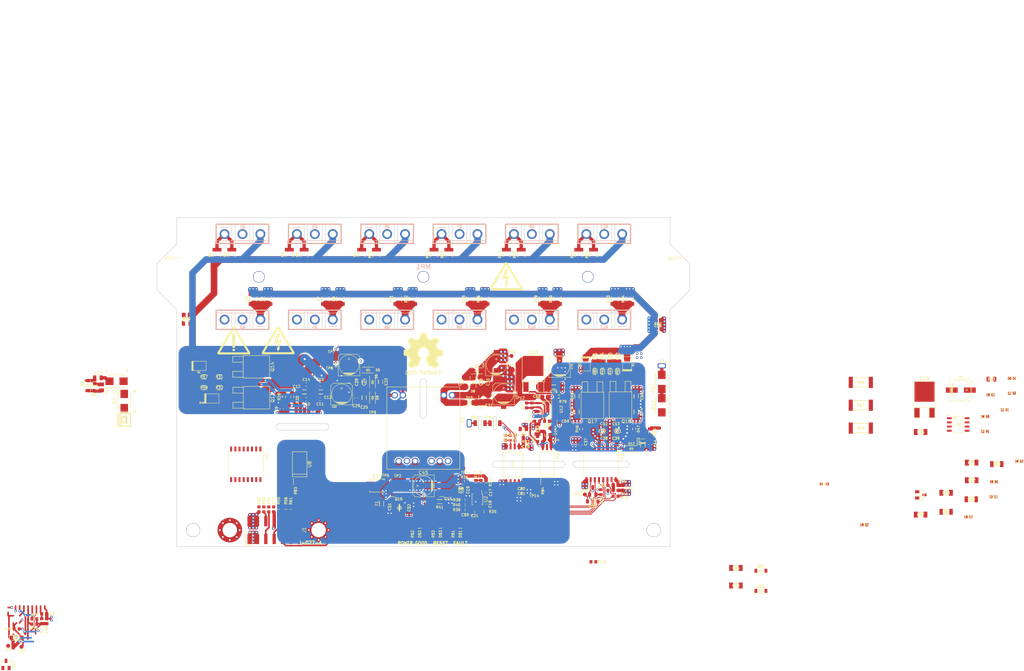
<source format=kicad_pcb>
(kicad_pcb (version 20160815) (host pcbnew "(2016-12-22 revision d365dc5)-master")
  (title_block (title "IGBT board") (date 2016-11-24) (rev I-027-A) (company "PALTA TECH S.A."))
  (layers (0 F.Cu signal) (1 GNDs.Cu power) (2 PWR.Cu power) (31 B.Cu signal) (34 B.Paste user) (35 F.Paste user) (36 B.SilkS user) (37 F.SilkS user) (38 B.Mask user) (39 F.Mask user) (44 Edge.Cuts user))
  (net 0 "")
  (net 1 PHASE)
  (net 2 "Net-(Q2-Pad1)")
  (net 3 VBUS+)
  (net 4 "Net-(Q1-Pad1)")
  (net 5 "Net-(Q3-Pad1)")
  (net 6 "Net-(Q4-Pad1)")
  (net 7 "Net-(Q5-Pad1)")
  (net 8 "Net-(Q6-Pad1)")
  (net 9 "Net-(Q7-Pad1)")
  (net 10 "Net-(Q8-Pad1)")
  (net 11 GATE_LOW)
  (net 12 GATE_HIGH)
  (net 13 "Net-(Q9-Pad1)")
  (net 14 "Net-(Q12-Pad1)")
  (net 15 "Net-(Q11-Pad1)")
  (net 16 "Net-(Q10-Pad1)")
  (net 17 /IGBT_driver_BOT/-8V)
  (net 18 /IGBT_driver_BOT/+15V)
  (net 19 /IGBT_driver_TOP/+15V)
  (net 20 "Net-(Q16-Pad5)")
  (net 21 "Net-(Q16-Pad4)")
  (net 22 "Net-(Q15-Pad1)")
  (net 23 "Net-(Q15-Pad4)")
  (net 24 "Net-(Q15-Pad5)")
  (net 25 "Net-(Q18-Pad1)")
  (net 26 "Net-(Q17-Pad3)")
  (net 27 "Net-(Q17-Pad1)")
  (net 28 "Net-(Q14-Pad1)")
  (net 29 "Net-(Q13-Pad3)")
  (net 30 "Net-(Q13-Pad1)")
  (net 31 "Net-(R46-Pad2)")
  (net 32 "Net-(R47-Pad2)")
  (net 33 "Net-(R29-Pad2)")
  (net 34 "Net-(D13-Pad2)")
  (net 35 "Net-(C44-Pad1)")
  (net 36 "Net-(R30-Pad2)")
  (net 37 "Net-(C16-Pad1)")
  (net 38 "Net-(D3-Pad2)")
  (net 39 "Net-(C17-Pad2)")
  (net 40 24v)
  (net 41 "Net-(C19-Pad1)")
  (net 42 "Net-(R37-Pad1)")
  (net 43 "Net-(C20-Pad1)")
  (net 44 3.3v)
  (net 45 "Net-(R38-Pad2)")
  (net 46 "Net-(R39-Pad1)")
  (net 47 "/isolated power supply/CS")
  (net 48 "Net-(C36-Pad1)")
  (net 49 "Net-(C8-Pad1)")
  (net 50 "Net-(C23-Pad2)")
  (net 51 "Net-(C23-Pad1)")
  (net 52 "Net-(C22-Pad1)")
  (net 53 "Net-(C22-Pad2)")
  (net 54 "Net-(C18-Pad2)")
  (net 55 "Net-(U3-Pad7)")
  (net 56 "Net-(U1-Pad7)")
  (net 57 VBUS-)
  (net 58 GND)
  (net 59 "Net-(D3-Pad1)")
  (net 60 "Net-(D13-Pad1)")
  (net 61 /RESET)
  (net 62 "Net-(DS3-Pad2)")
  (net 63 "Net-(DS2-Pad2)")
  (net 64 /FAULT)
  (net 65 "Net-(DS1-Pad2)")
  (net 66 "Net-(R32-Pad1)")
  (net 67 "Net-(R31-Pad1)")
  (net 68 "Net-(R49-Pad1)")
  (net 69 "Net-(R48-Pad1)")
  (net 70 /PWR_GOOD)
  (net 71 "Net-(F1-Pad2)")
  (net 72 "Net-(J1-Pad5)")
  (net 73 "Net-(U5-Pad4)")
  (net 74 "Net-(Q18-Pad3)")
  (net 75 "Net-(Q14-Pad3)")
  (net 76 "Net-(Q20-Pad1)")
  (net 77 "Net-(R79-Pad2)")
  (net 78 "Net-(C69-Pad2)")
  (net 79 "Net-(C67-Pad1)")
  (net 80 "Net-(C67-Pad2)")
  (net 81 "/IGBT_driver_BOT/supply control/PWM")
  (net 82 /IGBT_driver_TOP/-VEE)
  (net 83 /IGBT_driver_BOT/-VEE)
  (net 84 "Net-(R82-Pad1)")
  (net 85 "Net-(C78-Pad2)")
  (net 86 "/phase voltage/VIN+")
  (net 87 "/phase voltage/VIN-")
  (net 88 /IGBT_driver_BOT/12.0V)
  (net 89 /IGBT_driver_TOP/12.0V)
  (net 90 "Net-(DS4-Pad2)")
  (net 91 "/IGBT_driver_TOP/supply control/PWM")
  (net 92 "Net-(Q19-Pad1)")
  (net 93 "Net-(C59-Pad2)")
  (net 94 "Net-(C59-Pad1)")
  (net 95 "Net-(C61-Pad2)")
  (net 96 "Net-(R73-Pad2)")
  (net 97 "Net-(R63-Pad1)")
  (net 98 "Net-(R62-Pad1)")
  (net 99 "Net-(J1-Pad6)")
  (net 100 "Net-(J1-Pad7)")
  (net 101 "Net-(J1-Pad12)")
  (net 102 "Net-(R94-Pad1)")
  (net 103 "Net-(R93-Pad1)")
  (net 104 "Net-(C50-Pad2)")
  (net 105 /SYNC)
  (net 106 /PWM_P)
  (net 107 /PWM_N)
  (net 108 /V_phase+)
  (net 109 /V_phase-)
  (net 110 /VEE_CTRL)
  (net 111 "Net-(J1-Pad11)")
  (net 112 /IGBT_driver_BOT/-15V)
  (net 113 /IGBT_driver_TOP/-15V)
  (net 114 "Net-(C53-Pad1)")
  (net 115 "Net-(C54-Pad1)")
  (module IPC7351-Nominal:CAPC1608X55 (layer F.Cu) (at 31.15 19.7 180)
    (fp_text reference C78 (at 0 0 180) (layer F.SilkS) (effects (font (size 0.8 0.8))))
    (fp_text value 100nF)
    (pad 1 smd rect (at -0.75 0 180) (size 0.9 0.95) (layers F.Cu F.Paste F.Mask) (net 57 VBUS-))
    (pad 2 smd rect (at 0.75 0 180) (size 0.9 0.95) (layers F.Cu F.Paste F.Mask) (net 85 "Net-(C78-Pad2)"))
  )
  (module IPC7351-Nominal:CAPC1608X55 (layer F.Cu) (at 29.8 33.9)
    (fp_text reference C81 (at 0 0) (layer F.SilkS) (effects (font (size 0.8 0.8))))
    (fp_text value 2.2uF)
    (pad 2 smd rect (at 0.75 0) (size 0.9 0.95) (layers F.Cu F.Paste F.Mask) (net 58 GND))
    (pad 1 smd rect (at -0.75 0) (size 0.9 0.95) (layers F.Cu F.Paste F.Mask) (net 44 3.3v))
  )
  (module IPC7351-Nominal:CAPC1608X55 (layer F.Cu) (at 29.8 32.45)
    (fp_text reference C80 (at 0 0) (layer F.SilkS) (effects (font (size 0.8 0.8))))
    (fp_text value 100nF)
    (pad 1 smd rect (at -0.75 0) (size 0.9 0.95) (layers F.Cu F.Paste F.Mask) (net 44 3.3v))
    (pad 2 smd rect (at 0.75 0) (size 0.9 0.95) (layers F.Cu F.Paste F.Mask) (net 58 GND))
  )
  (module IPC7351-Nominal:CAPC3216X70 (layer F.Cu) (at 95.032211 61.862989)
    (fp_text reference C53 (at 0 0) (layer F.SilkS) (effects (font (size 0.8 0.8))))
    (fp_text value "10uF 50v")
    (pad 2 smd rect (at 1.45 0) (size 1.2 1.8) (layers F.Cu F.Paste F.Mask) (net 53 "Net-(C22-Pad2)"))
    (pad 1 smd rect (at -1.45 0) (size 1.2 1.8) (layers F.Cu F.Paste F.Mask) (net 114 "Net-(C53-Pad1)"))
  )
  (module IPC7351-Nominal:CAPC3216X70 (layer F.Cu) (at 95.032211 56.512989)
    (fp_text reference C54 (at 0 0) (layer F.SilkS) (effects (font (size 0.8 0.8))))
    (fp_text value "10uF 50v")
    (pad 1 smd rect (at -1.45 0) (size 1.2 1.8) (layers F.Cu F.Paste F.Mask) (net 115 "Net-(C54-Pad1)"))
    (pad 2 smd rect (at 1.45 0) (size 1.2 1.8) (layers F.Cu F.Paste F.Mask) (net 50 "Net-(C23-Pad2)"))
  )
  (module paltatech:SOD-123F (layer F.Cu) (at 102.632211 63.489488)
    (fp_text reference D22 (at 0 -1.5) (layer F.SilkS) (effects (font (size 0.7 0.7))))
    (fp_text value RB160MM-60TR hide)
    (pad 2 smd rect (at 1.525 0) (size 0.85 1.2) (layers F.Cu F.Paste F.Mask) (net 113 /IGBT_driver_TOP/-15V))
    (pad 1 smd rect (at -1.525 0) (size 0.85 1.2) (layers F.Cu F.Paste F.Mask) (net 114 "Net-(C53-Pad1)"))
  )
  (module paltatech:SOD-123F (layer F.Cu) (at 102.632211 57.379488)
    (fp_text reference D23 (at 0 -1.5) (layer F.SilkS) (effects (font (size 0.7 0.7))))
    (fp_text value RB160MM-60TR hide)
    (pad 1 smd rect (at -1.525 0) (size 0.85 1.2) (layers F.Cu F.Paste F.Mask) (net 115 "Net-(C54-Pad1)"))
    (pad 2 smd rect (at 1.525 0) (size 0.85 1.2) (layers F.Cu F.Paste F.Mask) (net 112 /IGBT_driver_BOT/-15V))
  )
  (module paltatech:heatsink-watercooled-20x210mm (layer B.Cu) (at 0 -32)
    (fp_text reference MP1 (at 0 -3) (layer B.SilkS) (effects (font (size 1.5 1.5) (thickness 0.2)) (justify mirror)))
    (fp_text value HEATSINK hide)
    (pad "" np_thru_hole circle (at 50 0) (size 3.5 3.5) (drill 3.25) (layers *.Cu *.Mask))
    (pad "" np_thru_hole circle (at -50 0) (size 3.5 3.5) (drill 3.25) (layers *.Cu *.Mask))
    (pad "" np_thru_hole circle (at 0 0) (size 3.5 3.5) (drill 3.25) (layers *.Cu *.Mask))
  )
  (module inverter_support2 (layer F.Cu) (at 0 50)
    (fp_text reference REF** hide)
    (fp_text value inverter_support2 hide)
    (pad "" np_thru_hole circle (at -70 -5) (size 4.2 4.2) (drill 4.1) (layers *.Cu *.Mask))
    (pad "" np_thru_hole circle (at 70 -5) (size 4.2 4.2) (drill 4.1) (layers *.Cu *.Mask))
  )
  (module paltatech:conn-2x7-2.54mm_SMD (layer F.Cu) (at -45.35 45)
    (fp_text reference J1 (at 9.1 0 90) (layer F.SilkS))
    (fp_text value 61001421121 hide)
    (pad 1 smd rect (at -7.63 2.7) (size 1 3.1) (layers F.Cu F.Paste F.Mask) (net 71 "Net-(F1-Pad2)"))
    (pad 2 smd rect (at -7.63 -2.7) (size 1 3.1) (layers F.Cu F.Paste F.Mask) (net 58 GND))
    (pad 3 smd rect (at -5.09 2.7) (size 1 3.1) (layers F.Cu F.Paste F.Mask) (net 71 "Net-(F1-Pad2)"))
    (pad 4 smd rect (at -5.09 -2.7) (size 1 3.1) (layers F.Cu F.Paste F.Mask) (net 58 GND))
    (pad 5 smd rect (at -2.55 2.7) (size 1 3.1) (layers F.Cu F.Paste F.Mask) (net 72 "Net-(J1-Pad5)"))
    (pad 6 smd rect (at -2.55 -2.7) (size 1 3.1) (layers F.Cu F.Paste F.Mask) (net 99 "Net-(J1-Pad6)"))
    (pad 7 smd rect (at -0.01 2.7) (size 1 3.1) (layers F.Cu F.Paste F.Mask) (net 100 "Net-(J1-Pad7)"))
    (pad 8 smd rect (at -0.01 -2.7) (size 1 3.1) (layers F.Cu F.Paste F.Mask) (net 58 GND))
    (pad 9 smd rect (at 2.53 2.7) (size 1 3.1) (layers F.Cu F.Paste F.Mask) (net 110 /VEE_CTRL))
    (pad 10 smd rect (at 2.53 -2.7) (size 1 3.1) (layers F.Cu F.Paste F.Mask) (net 105 /SYNC))
    (pad 11 smd rect (at 5.07 2.7) (size 1 3.1) (layers F.Cu F.Paste F.Mask) (net 111 "Net-(J1-Pad11)"))
    (pad 12 smd rect (at 5.07 -2.7) (size 1 3.1) (layers F.Cu F.Paste F.Mask) (net 101 "Net-(J1-Pad12)"))
    (pad 13 smd rect (at 7.63 2.7) (size 1 3.1) (layers F.Cu F.Paste F.Mask) (net 108 /V_phase+))
    (pad 14 smd rect (at 7.63 -2.7) (size 1 3.1) (layers F.Cu F.Paste F.Mask) (net 109 /V_phase-))
  )
  (module IPC7351-Nominal:RESC1608X50 (layer F.Cu) (at -38.85 33.05 270)
    (fp_text reference R93 (at 0 0 270) (layer F.SilkS) (effects (font (size 0.8 0.8))))
    (fp_text value 390R)
    (pad 1 smd rect (at -0.75 0 270) (size 0.85 1) (layers F.Cu F.Paste F.Mask) (net 103 "Net-(R93-Pad1)"))
    (pad 2 smd rect (at 0.75 0 270) (size 0.85 1) (layers F.Cu F.Paste F.Mask) (net 110 /VEE_CTRL))
  )
  (module IPC7351-Nominal:RESC1608X50 (layer F.Cu) (at 36.35 33.05 270)
    (fp_text reference R94 (at 0 0 270) (layer F.SilkS) (effects (font (size 0.8 0.8))))
    (fp_text value 390R)
    (pad 1 smd rect (at -0.75 0 270) (size 0.85 1) (layers F.Cu F.Paste F.Mask) (net 102 "Net-(R94-Pad1)"))
    (pad 2 smd rect (at 0.75 0 270) (size 0.85 1) (layers F.Cu F.Paste F.Mask) (net 110 /VEE_CTRL))
  )
  (module smd-semi:SOD-123 (layer F.Cu) (at -123.65 77.7)
    (fp_text reference D15 (at 0 0) (layer F.SilkS) (effects (font (size 0.8 0.8))))
    (fp_text value 1N4148W)
    (pad 2 smd rect (at 1.6 0) (size 0.9 1.2) (layers F.Cu F.Paste F.Mask) (net 106 /PWM_P))
    (pad 1 smd rect (at -1.6 0) (size 0.9 1.2) (layers F.Cu F.Paste F.Mask) (net 64 /FAULT))
  )
  (module smd-semi:SOD-123 (layer F.Cu) (at 51.5 36.3 180)
    (fp_text reference D20 (at 0 -1.55 180) (layer F.SilkS) (effects (font (size 0.8 0.8))))
    (fp_text value 1N4148W)
    (pad 1 smd rect (at -1.6 0 180) (size 0.9 1.2) (layers F.Cu F.Paste F.Mask) (net 64 /FAULT))
    (pad 2 smd rect (at 1.6 0 180) (size 0.9 1.2) (layers F.Cu F.Paste F.Mask) (net 107 /PWM_N))
  )
  (module smd-semi:SOT-23 (layer F.Cu) (at 51.5 33.1 90)
    (fp_text reference D21 (at 0.05 -2.6 180) (layer F.SilkS) (effects (font (size 0.8 0.8))))
    (fp_text value GSOT03C)
    (pad 1 smd rect (at -1.1 -0.95 90) (size 1.3 0.9) (layers F.Cu F.Paste F.Mask) (net 107 /PWM_N))
    (pad 2 smd rect (at -1.1 0.95 90) (size 1.3 0.9) (layers F.Cu F.Paste F.Mask) (net 106 /PWM_P))
    (pad 3 smd rect (at 1.1 0 90) (size 1.3 0.8) (layers F.Cu F.Paste F.Mask) (net 58 GND))
  )
  (module IPC7351-Nominal:RESC3216X60 (layer F.Cu) (at 56.8 -3.25 270)
    (fp_text reference R49 (at 0 0 270) (layer F.SilkS) (effects (font (size 0.8 0.8))))
    (fp_text value 2R)
    (pad 2 smd rect (at 1.5 0 270) (size 1.05 1.8) (layers F.Cu F.Paste F.Mask) (net 74 "Net-(Q18-Pad3)"))
    (pad 1 smd rect (at -1.5 0 270) (size 1.05 1.8) (layers F.Cu F.Paste F.Mask) (net 68 "Net-(R49-Pad1)"))
  )
  (module IPC7351-Nominal:RESC3216X60 (layer F.Cu) (at 166.593027 35.645223)
    (fp_text reference R69 (at 0 0) (layer F.SilkS) (effects (font (size 0.8 0.8))))
    (fp_text value NI)
    (pad 1 smd rect (at -1.5 0) (size 1.05 1.8) (layers F.Cu F.Paste F.Mask) (net 67 "Net-(R31-Pad1)"))
    (pad 2 smd rect (at 1.5 0) (size 1.05 1.8) (layers F.Cu F.Paste F.Mask) (net 29 "Net-(Q13-Pad3)"))
  )
  (module IPC7351-Nominal:RESC3216X60 (layer F.Cu) (at -62 -1.6)
    (fp_text reference R31 (at 0 0) (layer F.SilkS) (effects (font (size 0.8 0.8))))
    (fp_text value 2R)
    (pad 2 smd rect (at 1.5 0) (size 1.05 1.8) (layers F.Cu F.Paste F.Mask) (net 29 "Net-(Q13-Pad3)"))
    (pad 1 smd rect (at -1.5 0) (size 1.05 1.8) (layers F.Cu F.Paste F.Mask) (net 67 "Net-(R31-Pad1)"))
  )
  (module IPC7351-Nominal:RESC3216X60 (layer F.Cu) (at 34.7 14.3 270)
    (fp_text reference R75 (at 0 0 270) (layer F.SilkS) (effects (font (size 0.8 0.8))))
    (fp_text value NI)
    (pad 1 smd rect (at -1.5 0 270) (size 1.05 1.8) (layers F.Cu F.Paste F.Mask) (net 66 "Net-(R32-Pad1)"))
    (pad 2 smd rect (at 1.5 0 270) (size 1.05 1.8) (layers F.Cu F.Paste F.Mask) (net 75 "Net-(Q14-Pad3)"))
  )
  (module IPC7351-Nominal:RESC3216X60 (layer F.Cu) (at -62 1.7)
    (fp_text reference R32 (at 0 0) (layer F.SilkS) (effects (font (size 0.8 0.8))))
    (fp_text value 2R)
    (pad 2 smd rect (at 1.5 0) (size 1.05 1.8) (layers F.Cu F.Paste F.Mask) (net 75 "Net-(Q14-Pad3)"))
    (pad 1 smd rect (at -1.5 0) (size 1.05 1.8) (layers F.Cu F.Paste F.Mask) (net 66 "Net-(R32-Pad1)"))
  )
  (module IPC7351-Nominal:RESC3216X60 (layer F.Cu) (at 56.8 -7.85 270)
    (fp_text reference R65 (at 0 0 270) (layer F.SilkS) (effects (font (size 0.8 0.8))))
    (fp_text value 2R)
    (pad 1 smd rect (at -1.5 0 270) (size 1.05 1.8) (layers F.Cu F.Paste F.Mask) (net 11 GATE_LOW))
    (pad 2 smd rect (at 1.5 0 270) (size 1.05 1.8) (layers F.Cu F.Paste F.Mask) (net 68 "Net-(R49-Pad1)"))
  )
  (module IPC7351-Nominal:RESC3216X60 (layer F.Cu) (at 54.5 -7.85 270)
    (fp_text reference R64 (at 0 0 270) (layer F.SilkS) (effects (font (size 0.8 0.8))))
    (fp_text value 2R)
    (pad 2 smd rect (at 1.5 0 270) (size 1.05 1.8) (layers F.Cu F.Paste F.Mask) (net 69 "Net-(R48-Pad1)"))
    (pad 1 smd rect (at -1.5 0 270) (size 1.05 1.8) (layers F.Cu F.Paste F.Mask) (net 11 GATE_LOW))
  )
  (module IPC7351-Nominal:RESC3216X60 (layer F.Cu) (at 174.363027 24.945223)
    (fp_text reference R80 (at 0 0) (layer F.SilkS) (effects (font (size 0.8 0.8))))
    (fp_text value NI)
    (pad 1 smd rect (at -1.5 0) (size 1.05 1.8) (layers F.Cu F.Paste F.Mask) (net 12 GATE_HIGH))
    (pad 2 smd rect (at 1.5 0) (size 1.05 1.8) (layers F.Cu F.Paste F.Mask) (net 67 "Net-(R31-Pad1)"))
  )
  (module IPC7351-Nominal:RESC3216X60 (layer F.Cu) (at 158.943027 39.455223)
    (fp_text reference R81 (at 0 0) (layer F.SilkS) (effects (font (size 0.8 0.8))))
    (fp_text value NI)
    (pad 2 smd rect (at 1.5 0) (size 1.05 1.8) (layers F.Cu F.Paste F.Mask) (net 66 "Net-(R32-Pad1)"))
    (pad 1 smd rect (at -1.5 0) (size 1.05 1.8) (layers F.Cu F.Paste F.Mask) (net 12 GATE_HIGH))
  )
  (module IPC7351-Nominal:RESC3216X60 (layer F.Cu) (at -66.7 1.7)
    (fp_text reference R58 (at 0 0) (layer F.SilkS) (effects (font (size 0.8 0.8))))
    (fp_text value 2R)
    (pad 2 smd rect (at 1.5 0) (size 1.05 1.8) (layers F.Cu F.Paste F.Mask) (net 66 "Net-(R32-Pad1)"))
    (pad 1 smd rect (at -1.5 0) (size 1.05 1.8) (layers F.Cu F.Paste F.Mask) (net 12 GATE_HIGH))
  )
  (module IPC7351-Nominal:RESC3216X60 (layer F.Cu) (at -66.7 -1.6)
    (fp_text reference R57 (at 0 0) (layer F.SilkS) (effects (font (size 0.8 0.8))))
    (fp_text value 2R)
    (pad 1 smd rect (at -1.5 0) (size 1.05 1.8) (layers F.Cu F.Paste F.Mask) (net 12 GATE_HIGH))
    (pad 2 smd rect (at 1.5 0) (size 1.05 1.8) (layers F.Cu F.Paste F.Mask) (net 67 "Net-(R31-Pad1)"))
  )
  (module IPC7351-Nominal:RESC3216X60 (layer F.Cu) (at 52.2 -3.25 270)
    (fp_text reference R89 (at 0 0 270) (layer F.SilkS) (effects (font (size 0.8 0.8))))
    (fp_text value NI)
    (pad 2 smd rect (at 1.5 0 270) (size 1.05 1.8) (layers F.Cu F.Paste F.Mask) (net 26 "Net-(Q17-Pad3)"))
    (pad 1 smd rect (at -1.5 0 270) (size 1.05 1.8) (layers F.Cu F.Paste F.Mask) (net 69 "Net-(R48-Pad1)"))
  )
  (module IPC7351-Nominal:RESC3216X60 (layer F.Cu) (at 59.1 -3.25 270)
    (fp_text reference R90 (at 0 0 270) (layer F.SilkS) (effects (font (size 0.8 0.8))))
    (fp_text value NI)
    (pad 1 smd rect (at -1.5 0 270) (size 1.05 1.8) (layers F.Cu F.Paste F.Mask) (net 68 "Net-(R49-Pad1)"))
    (pad 2 smd rect (at 1.5 0 270) (size 1.05 1.8) (layers F.Cu F.Paste F.Mask) (net 74 "Net-(Q18-Pad3)"))
  )
  (module IPC7351-Nominal:RESC3216X60 (layer F.Cu) (at 52.2 -7.85 270)
    (fp_text reference R91 (at 0 0 270) (layer F.SilkS) (effects (font (size 0.8 0.8))))
    (fp_text value NI)
    (pad 2 smd rect (at 1.5 0 270) (size 1.05 1.8) (layers F.Cu F.Paste F.Mask) (net 69 "Net-(R48-Pad1)"))
    (pad 1 smd rect (at -1.5 0 270) (size 1.05 1.8) (layers F.Cu F.Paste F.Mask) (net 11 GATE_LOW))
  )
  (module IPC7351-Nominal:RESC3216X60 (layer F.Cu) (at 59.1 -7.85 270)
    (fp_text reference R92 (at 0 0 270) (layer F.SilkS) (effects (font (size 0.8 0.8))))
    (fp_text value NI)
    (pad 1 smd rect (at -1.5 0 270) (size 1.05 1.8) (layers F.Cu F.Paste F.Mask) (net 11 GATE_LOW))
    (pad 2 smd rect (at 1.5 0 270) (size 1.05 1.8) (layers F.Cu F.Paste F.Mask) (net 68 "Net-(R49-Pad1)"))
  )
  (module IPC7351-Nominal:RESC3216X60 (layer F.Cu) (at 54.5 -3.25 270)
    (fp_text reference R48 (at 0 0 270) (layer F.SilkS) (effects (font (size 0.8 0.8))))
    (fp_text value 2R)
    (pad 1 smd rect (at -1.5 0 270) (size 1.05 1.8) (layers F.Cu F.Paste F.Mask) (net 69 "Net-(R48-Pad1)"))
    (pad 2 smd rect (at 1.5 0 270) (size 1.05 1.8) (layers F.Cu F.Paste F.Mask) (net 26 "Net-(Q17-Pad3)"))
  )
  (module Diodes_SMD:Diode-SMB_Standard (layer F.Cu) (at -93.3 -0.25 180)
    (fp_text reference D3 (at 0.05 -3.1 180) (layer F.SilkS))
    (fp_text value MURS160-13-F)
    (fp_text user K (at -3.25 3.3 180) (layer F.SilkS))
    (fp_text user A (at 3 3.2 180) (layer F.SilkS))
    (pad 1 smd rect (at -2.14884 0 180) (size 2.49936 2.30124) (layers F.Cu F.Paste F.Mask) (net 59 "Net-(D3-Pad1)"))
    (pad 2 smd rect (at 2.14884 0 180) (size 2.49936 2.30124) (layers F.Cu F.Paste F.Mask) (net 38 "Net-(D3-Pad2)"))
  )
  (module Diodes_SMD:Diode-SMB_Standard (layer F.Cu) (at 72.5 -0.05 270)
    (fp_text reference D14 (at 1.85 2.75 270) (layer F.SilkS))
    (fp_text value MURS160-13-F)
    (pad 2 smd rect (at 2.14884 0 270) (size 2.49936 2.30124) (layers F.Cu F.Paste F.Mask) (net 60 "Net-(D13-Pad1)"))
    (pad 1 smd rect (at -2.14884 0 270) (size 2.49936 2.30124) (layers F.Cu F.Paste F.Mask) (net 1 PHASE))
  )
  (module Diodes_SMD:Diode-SMB_Standard (layer F.Cu) (at 72.5 7.05 270)
    (fp_text reference D13 (at 0 2.65 270) (layer F.SilkS))
    (fp_text value MURS160-13-F)
    (pad 1 smd rect (at -2.14884 0 270) (size 2.49936 2.30124) (layers F.Cu F.Paste F.Mask) (net 60 "Net-(D13-Pad1)"))
    (pad 2 smd rect (at 2.14884 0 270) (size 2.49936 2.30124) (layers F.Cu F.Paste F.Mask) (net 34 "Net-(D13-Pad2)"))
  )
  (module Diodes_SMD:Diode-SMB_Standard (layer F.Cu) (at -90.95 5.75 90)
    (fp_text reference D4 (at 0.05 -3.1 90) (layer F.SilkS))
    (fp_text value MURS160-13-F)
    (fp_text user A (at 3 3.2 90) (layer F.SilkS))
    (fp_text user K (at -3.25 3.3 90) (layer F.SilkS))
    (pad 2 smd rect (at 2.14884 0 90) (size 2.49936 2.30124) (layers F.Cu F.Paste F.Mask) (net 59 "Net-(D3-Pad1)"))
    (pad 1 smd rect (at -2.14884 0 90) (size 2.49936 2.30124) (layers F.Cu F.Paste F.Mask) (net 3 VBUS+))
  )
  (module IPC7351-Nominal:CAPC1608X55 (layer F.Cu) (at 173.513027 30.320223)
    (fp_text reference C83 (at 0 0) (layer F.SilkS) (effects (font (size 0.8 0.8))))
    (fp_text value 100nF)
    (pad 1 smd rect (at -0.75 0) (size 0.9 0.95) (layers F.Cu F.Paste F.Mask) (net 19 /IGBT_driver_TOP/+15V))
    (pad 2 smd rect (at 0.75 0) (size 0.9 0.95) (layers F.Cu F.Paste F.Mask) (net 1 PHASE))
  )
  (module IPC7351-Nominal:CAPC1608X55 (layer F.Cu) (at 178.943027 -1.129777)
    (fp_text reference C60 (at 0 0) (layer F.SilkS) (effects (font (size 0.8 0.8))))
    (fp_text value 100nF)
    (pad 2 smd rect (at 0.75 0) (size 0.9 0.95) (layers F.Cu F.Paste F.Mask) (net 19 /IGBT_driver_TOP/+15V))
    (pad 1 smd rect (at -0.75 0) (size 0.9 0.95) (layers F.Cu F.Paste F.Mask) (net 113 /IGBT_driver_TOP/-15V))
  )
  (module IPC7351-Nominal:CAPC1608X55 (layer F.Cu) (at -45.5 38.7 270)
    (fp_text reference C77 (at -2.6 0 270) (layer F.SilkS) (effects (font (size 0.8 0.8))))
    (fp_text value 100pF)
    (pad 1 smd rect (at -0.75 0 270) (size 0.9 0.95) (layers F.Cu F.Paste F.Mask) (net 107 /PWM_N))
    (pad 2 smd rect (at 0.75 0 270) (size 0.9 0.95) (layers F.Cu F.Paste F.Mask) (net 58 GND))
  )
  (module IPC7351-Nominal:CAPC1608X55 (layer F.Cu) (at 172.443027 3.870223)
    (fp_text reference C59 (at 0 0) (layer F.SilkS) (effects (font (size 0.8 0.8))))
    (fp_text value 10nF)
    (pad 2 smd rect (at 0.75 0) (size 0.9 0.95) (layers F.Cu F.Paste F.Mask) (net 93 "Net-(C59-Pad2)"))
    (pad 1 smd rect (at -0.75 0) (size 0.9 0.95) (layers F.Cu F.Paste F.Mask) (net 94 "Net-(C59-Pad1)"))
  )
  (module IPC7351-Nominal:CAPC1608X55 (layer F.Cu) (at 181.163027 24.070223)
    (fp_text reference C55 (at 0 0) (layer F.SilkS) (effects (font (size 0.8 0.8))))
    (fp_text value 1nF)
    (pad 1 smd rect (at -0.75 0) (size 0.9 0.95) (layers F.Cu F.Paste F.Mask) (net 61 /RESET))
    (pad 2 smd rect (at 0.75 0) (size 0.9 0.95) (layers F.Cu F.Paste F.Mask) (net 58 GND))
  )
  (module IPC7351-Nominal:CAPC1608X55 (layer F.Cu) (at 134.113027 43.395223)
    (fp_text reference C84 (at 0 0) (layer F.SilkS) (effects (font (size 0.8 0.8))))
    (fp_text value 100nF)
    (pad 1 smd rect (at -0.75 0) (size 0.9 0.95) (layers F.Cu F.Paste F.Mask) (net 18 /IGBT_driver_BOT/+15V))
    (pad 2 smd rect (at 0.75 0) (size 0.9 0.95) (layers F.Cu F.Paste F.Mask) (net 57 VBUS-))
  )
  (module IPC7351-Nominal:CAPC1608X55 (layer F.Cu) (at 165.743027 41.020223)
    (fp_text reference C56 (at 0 0) (layer F.SilkS) (effects (font (size 0.8 0.8))))
    (fp_text value 1uF)
    (pad 2 smd rect (at 0.75 0) (size 0.9 0.95) (layers F.Cu F.Paste F.Mask) (net 1 PHASE))
    (pad 1 smd rect (at -0.75 0) (size 0.9 0.95) (layers F.Cu F.Paste F.Mask) (net 89 /IGBT_driver_TOP/12.0V))
  )
  (module IPC7351-Nominal:CAPC1608X55 (layer F.Cu) (at 170.843027 10.480223)
    (fp_text reference C61 (at 0 0) (layer F.SilkS) (effects (font (size 0.8 0.8))))
    (fp_text value 10nF)
    (pad 1 smd rect (at -0.75 0) (size 0.9 0.95) (layers F.Cu F.Paste F.Mask) (net 1 PHASE))
    (pad 2 smd rect (at 0.75 0) (size 0.9 0.95) (layers F.Cu F.Paste F.Mask) (net 95 "Net-(C61-Pad2)"))
  )
  (module IPC7351-Nominal:CAPC1608X55 (layer F.Cu) (at -50 38.7 270)
    (fp_text reference C82 (at -2.65 0 270) (layer F.SilkS) (effects (font (size 0.8 0.8))))
    (fp_text value 100pF)
    (pad 2 smd rect (at 0.75 0 270) (size 0.9 0.95) (layers F.Cu F.Paste F.Mask) (net 58 GND))
    (pad 1 smd rect (at -0.75 0 270) (size 0.9 0.95) (layers F.Cu F.Paste F.Mask) (net 106 /PWM_P))
  )
  (module IPC7351-Nominal:CAPC1608X55 (layer F.Cu) (at 56.1 32.15 270)
    (fp_text reference C63 (at -0.75 1.75) (layer F.SilkS) (effects (font (size 0.8 0.8))))
    (fp_text value 1nF)
    (pad 1 smd rect (at -0.75 0 270) (size 0.9 0.95) (layers F.Cu F.Paste F.Mask) (net 61 /RESET))
    (pad 2 smd rect (at 0.75 0 270) (size 0.9 0.95) (layers F.Cu F.Paste F.Mask) (net 58 GND))
  )
  (module IPC7351-Nominal:CAPC3216X70 (layer F.Cu) (at 151.193027 15.185223)
    (fp_text reference C75 (at 0 0) (layer F.SilkS) (effects (font (size 0.8 0.8))))
    (fp_text value "10uF 50v")
    (pad 1 smd rect (at -1.45 0) (size 1.2 1.8) (layers F.Cu F.Paste F.Mask) (net 82 /IGBT_driver_TOP/-VEE))
    (pad 2 smd rect (at 1.45 0) (size 1.2 1.8) (layers F.Cu F.Paste F.Mask) (net 1 PHASE))
  )
  (module IPC7351-Nominal:CAPC3216X70 (layer F.Cu) (at 166.713027 24.495223)
    (fp_text reference C71 (at 0 0) (layer F.SilkS) (effects (font (size 0.8 0.8))))
    (fp_text value "10uF 50v")
    (pad 2 smd rect (at 1.45 0) (size 1.2 1.8) (layers F.Cu F.Paste F.Mask) (net 1 PHASE))
    (pad 1 smd rect (at -1.45 0) (size 1.2 1.8) (layers F.Cu F.Paste F.Mask) (net 19 /IGBT_driver_TOP/+15V))
  )
  (module IPC7351-Nominal:CAPC3216X70 (layer F.Cu) (at 151.193027 40.305223)
    (fp_text reference C57 (at 0 0) (layer F.SilkS) (effects (font (size 0.8 0.8))))
    (fp_text value "10uF 50v")
    (pad 1 smd rect (at -1.45 0) (size 1.2 1.8) (layers F.Cu F.Paste F.Mask) (net 19 /IGBT_driver_TOP/+15V))
    (pad 2 smd rect (at 1.45 0) (size 1.2 1.8) (layers F.Cu F.Paste F.Mask) (net 1 PHASE))
  )
  (module IPC7351-Nominal:CAPC3216X70 (layer F.Cu) (at 158.943027 33.655223)
    (fp_text reference C58 (at 0 0) (layer F.SilkS) (effects (font (size 0.8 0.8))))
    (fp_text value "10uF 50v")
    (pad 2 smd rect (at 1.45 0) (size 1.2 1.8) (layers F.Cu F.Paste F.Mask) (net 82 /IGBT_driver_TOP/-VEE))
    (pad 1 smd rect (at -1.45 0) (size 1.2 1.8) (layers F.Cu F.Paste F.Mask) (net 1 PHASE))
  )
  (module IPC7351-Nominal:CAPC3216X70 (layer F.Cu) (at 166.713027 29.845223)
    (fp_text reference C72 (at 0 0) (layer F.SilkS) (effects (font (size 0.8 0.8))))
    (fp_text value "10uF 50v")
    (pad 1 smd rect (at -1.45 0) (size 1.2 1.8) (layers F.Cu F.Paste F.Mask) (net 1 PHASE))
    (pad 2 smd rect (at 1.45 0) (size 1.2 1.8) (layers F.Cu F.Paste F.Mask) (net 82 /IGBT_driver_TOP/-VEE))
  )
  (module IPC7351-Nominal:RESC1608X50 (layer F.Cu) (at 173.368027 34.845223)
    (fp_text reference R68 (at 0 0) (layer F.SilkS) (effects (font (size 0.8 0.8))))
    (fp_text value 390R)
    (pad 2 smd rect (at 0.75 0) (size 0.85 1) (layers F.Cu F.Paste F.Mask) (net 89 /IGBT_driver_TOP/12.0V))
    (pad 1 smd rect (at -0.75 0) (size 0.85 1) (layers F.Cu F.Paste F.Mask) (net 91 "/IGBT_driver_TOP/supply control/PWM"))
  )
  (module IPC7351-Nominal:RESC1608X50 (layer F.Cu) (at 178.918027 3.395223)
    (fp_text reference R71 (at 0 0) (layer F.SilkS) (effects (font (size 0.8 0.8))))
    (fp_text value 10k)
    (pad 2 smd rect (at 0.75 0) (size 0.85 1) (layers F.Cu F.Paste F.Mask) (net 94 "Net-(C59-Pad1)"))
    (pad 1 smd rect (at -0.75 0) (size 0.85 1) (layers F.Cu F.Paste F.Mask) (net 93 "Net-(C59-Pad2)"))
  )
  (module IPC7351-Nominal:RESC1608X50 (layer F.Cu) (at 170.818027 15.005223)
    (fp_text reference R72 (at 0 0) (layer F.SilkS) (effects (font (size 0.8 0.8))))
    (fp_text value 10k)
    (pad 1 smd rect (at -0.75 0) (size 0.85 1) (layers F.Cu F.Paste F.Mask) (net 95 "Net-(C61-Pad2)"))
    (pad 2 smd rect (at 0.75 0) (size 0.85 1) (layers F.Cu F.Paste F.Mask) (net 93 "Net-(C59-Pad2)"))
  )
  (module IPC7351-Nominal:RESC1608X50 (layer F.Cu) (at 176.768027 8.395223)
    (fp_text reference R70 (at 0 0) (layer F.SilkS) (effects (font (size 0.8 0.8))))
    (fp_text value 10k)
    (pad 1 smd rect (at -0.75 0) (size 0.85 1) (layers F.Cu F.Paste F.Mask) (net 94 "Net-(C59-Pad1)"))
    (pad 2 smd rect (at 0.75 0) (size 0.85 1) (layers F.Cu F.Paste F.Mask) (net 91 "/IGBT_driver_TOP/supply control/PWM"))
  )
  (module IPC7351-Nominal:RESC2012X50 (layer F.Cu) (at 172.718027 -0.879777)
    (fp_text reference R73 (at 0 0) (layer F.SilkS) (effects (font (size 0.8 0.8))))
    (fp_text value 100R)
    (pad 1 smd rect (at -1 0) (size 0.95 1.45) (layers F.Cu F.Paste F.Mask) (net 92 "Net-(Q19-Pad1)"))
    (pad 2 smd rect (at 1 0) (size 0.95 1.45) (layers F.Cu F.Paste F.Mask) (net 96 "Net-(R73-Pad2)"))
  )
  (module IPC7351-Nominal:RESC6432X70 (layer F.Cu) (at 133.008027 13.995223)
    (fp_text reference R63 (at 0 0) (layer F.SilkS) (effects (font (size 0.8 0.8))))
    (fp_text value "50k 1W")
    (pad 1 smd rect (at -3.05 0) (size 1.25 3.4) (layers F.Cu F.Paste F.Mask) (net 97 "Net-(R63-Pad1)"))
    (pad 2 smd rect (at 3.05 0) (size 1.25 3.4) (layers F.Cu F.Paste F.Mask) (net 98 "Net-(R62-Pad1)"))
  )
  (module IPC7351-Nominal:RESC6432X70 (layer F.Cu) (at 133.008027 7.045223)
    (fp_text reference R62 (at 0 0) (layer F.SilkS) (effects (font (size 0.8 0.8))))
    (fp_text value "50k 1W")
    (pad 2 smd rect (at 3.05 0) (size 1.25 3.4) (layers F.Cu F.Paste F.Mask) (net 3 VBUS+))
    (pad 1 smd rect (at -3.05 0) (size 1.25 3.4) (layers F.Cu F.Paste F.Mask) (net 98 "Net-(R62-Pad1)"))
  )
  (module IPC7351-Nominal:RESC6432X70 (layer F.Cu) (at 133.008027 0.095223)
    (fp_text reference R66 (at 0 0) (layer F.SilkS) (effects (font (size 0.8 0.8))))
    (fp_text value "50k 1W")
    (pad 1 smd rect (at -3.05 0) (size 1.25 3.4) (layers F.Cu F.Paste F.Mask) (net 90 "Net-(DS4-Pad2)"))
    (pad 2 smd rect (at 3.05 0) (size 1.25 3.4) (layers F.Cu F.Paste F.Mask) (net 97 "Net-(R63-Pad1)"))
  )
  (module IPC7351-Nominal:SOIC127P600X175-8 (layer F.Cu) (at 162.618027 12.891223)
    (fp_text reference U9 (at 0 0) (layer F.SilkS) (effects (font (size 0.8 0.8))))
    (fp_text value OPA2172)
    (pad 1 smd oval (at -2.7 -1.905) (size 1.55 0.6) (layers F.Cu F.Paste F.Mask) (net 93 "Net-(C59-Pad2)"))
    (pad 2 smd oval (at -2.7 -0.635) (size 1.55 0.6) (layers F.Cu F.Paste F.Mask) (net 94 "Net-(C59-Pad1)"))
    (pad 3 smd oval (at -2.7 0.635) (size 1.55 0.6) (layers F.Cu F.Paste F.Mask) (net 1 PHASE))
    (pad 4 smd oval (at -2.7 1.905) (size 1.55 0.6) (layers F.Cu F.Paste F.Mask) (net 113 /IGBT_driver_TOP/-15V))
    (pad 5 smd oval (at 2.7 1.905) (size 1.55 0.6) (layers F.Cu F.Paste F.Mask) (net 95 "Net-(C61-Pad2)"))
    (pad 6 smd oval (at 2.7 0.635) (size 1.55 0.6) (layers F.Cu F.Paste F.Mask) (net 82 /IGBT_driver_TOP/-VEE))
    (pad 7 smd oval (at 2.7 -0.635) (size 1.55 0.6) (layers F.Cu F.Paste F.Mask) (net 96 "Net-(R73-Pad2)"))
    (pad 8 smd oval (at 2.7 -1.905) (size 1.55 0.6) (layers F.Cu F.Paste F.Mask) (net 19 /IGBT_driver_TOP/+15V))
  )
  (module SMD_Packages:DPAK-2 (layer F.Cu) (at 152.372027 9.291722)
    (fp_text reference Q19 (at 0 -10.414) (layer F.SilkS))
    (fp_text value PNP)
    (pad 1 smd rect (at -2.286 0) (size 1.651 3.048) (layers F.Cu F.Paste F.Mask) (net 92 "Net-(Q19-Pad1)"))
    (pad 2 smd rect (at 0 -6.35) (size 6.096 6.096) (layers F.Cu F.Paste F.Mask) (net 113 /IGBT_driver_TOP/-15V))
    (pad 3 smd rect (at 2.286 0) (size 1.651 3.048) (layers F.Cu F.Paste F.Mask) (net 82 /IGBT_driver_TOP/-VEE))
  )
  (module paltatech:SDIP6 (layer F.Cu) (at -37.6 25 90)
    (fp_text reference U8 (at 0 3 90) (layer F.SilkS))
    (fp_text value SI8710B hide)
    (pad 6 smd oval (at 5.25 -1.27 90) (size 2 0.6) (layers F.Cu F.Paste F.Mask) (net 89 /IGBT_driver_TOP/12.0V))
    (pad 5 smd oval (at 5.25 0 90) (size 2 0.6) (layers F.Cu F.Paste F.Mask) (net 91 "/IGBT_driver_TOP/supply control/PWM"))
    (pad 4 smd oval (at 5.25 1.27 90) (size 2 0.6) (layers F.Cu F.Paste F.Mask) (net 1 PHASE))
    (pad 3 smd oval (at -5.25 1.27 90) (size 2 0.6) (layers F.Cu F.Paste F.Mask) (net 58 GND))
    (pad 2 smd oval (at -5.25 0 90) (size 2 0.6) (layers F.Cu F.Paste F.Mask))
    (pad 1 smd oval (at -5.25 -1.27 90) (size 2 0.6) (layers F.Cu F.Paste F.Mask) (net 103 "Net-(R93-Pad1)"))
  )
  (module smd-semi:LED-0603 (layer F.Cu) (at 121.965407 31.000223)
    (fp_text reference DS4 (at 0 0) (layer F.SilkS) (effects (font (size 0.8 0.8))))
    (fp_text value CAPS_CHARGED)
    (pad 1 smd rect (at -0.89916 0) (size 0.89916 0.8001) (layers F.Cu F.Paste F.Mask) (net 57 VBUS-))
    (pad 2 smd rect (at 0.89916 0) (size 0.89916 0.8001) (layers F.Cu F.Paste F.Mask) (net 90 "Net-(DS4-Pad2)"))
  )
  (module smd-semi:SOT-23 (layer F.Cu) (at 151.247788 34.305223)
    (fp_text reference U13 (at 0 0) (layer F.SilkS) (effects (font (size 0.8 0.8))))
    (fp_text value LM3480)
    (pad 1 smd rect (at -1.1 -0.95) (size 1.3 0.9) (layers F.Cu F.Paste F.Mask) (net 89 /IGBT_driver_TOP/12.0V))
    (pad 2 smd rect (at -1.1 0.95) (size 1.3 0.9) (layers F.Cu F.Paste F.Mask) (net 19 /IGBT_driver_TOP/+15V))
    (pad 3 smd rect (at 1.1 0) (size 1.3 0.8) (layers F.Cu F.Paste F.Mask) (net 1 PHASE))
  )
  (module w_smd_cap:c_elec_6.3x7.7 (layer F.Cu) (at 163.418436 2.447341)
    (fp_text reference C62 (at 0 -3.937) (layer F.SilkS) (effects (font (size 0.50038 0.50038) (thickness 0.11938))))
    (fp_text value "47uF 50v" hide)
    (pad 1 smd rect (at 2.75082 0) (size 3.59918 1.6002) (layers F.Cu F.Paste F.Mask) (net 1 PHASE))
    (pad 2 smd rect (at -2.75082 0) (size 3.59918 1.6002) (layers F.Cu F.Paste F.Mask) (net 82 /IGBT_driver_TOP/-VEE))
  )
  (module paltatech:SMD_STANDOFF_M3 (layer F.Cu) (at -31.85 45)
    (fp_text reference HOLE102 hide)
    (fp_text value MOUNTING_HOLE hide)
    (pad 1 np_thru_hole circle (at 0 0) (size 7.5 7.5) (drill 4.4) (layers F.Cu))
    (pad 1 thru_hole circle (at 0 -3) (size 0.6 0.6) (drill 0.5) (layers *.Cu))
    (pad 1 thru_hole circle (at 2.1 -2.1) (size 0.6 0.6) (drill 0.5) (layers *.Cu))
    (pad 1 thru_hole circle (at 3 0) (size 0.6 0.6) (drill 0.5) (layers *.Cu))
    (pad 1 thru_hole circle (at 2.1 2.1) (size 0.6 0.6) (drill 0.5) (layers *.Cu))
    (pad 1 thru_hole circle (at 0 3) (size 0.6 0.6) (drill 0.5) (layers *.Cu))
    (pad 1 thru_hole circle (at -2.1 2.1) (size 0.6 0.6) (drill 0.5) (layers *.Cu))
    (pad 1 thru_hole circle (at -3 0) (size 0.6 0.6) (drill 0.5) (layers *.Cu))
    (pad 1 thru_hole circle (at -2.1 -2.1) (size 0.6 0.6) (drill 0.5) (layers *.Cu))
  )
  (module paltatech:SMD_STANDOFF_M3 (layer F.Cu) (at -58.85 45)
    (fp_text reference HOLE102 hide)
    (fp_text value MOUNTING_HOLE hide)
    (pad 1 thru_hole circle (at -2.1 -2.1) (size 0.6 0.6) (drill 0.5) (layers *.Cu))
    (pad 1 thru_hole circle (at -3 0) (size 0.6 0.6) (drill 0.5) (layers *.Cu))
    (pad 1 thru_hole circle (at -2.1 2.1) (size 0.6 0.6) (drill 0.5) (layers *.Cu))
    (pad 1 thru_hole circle (at 0 3) (size 0.6 0.6) (drill 0.5) (layers *.Cu))
    (pad 1 thru_hole circle (at 2.1 2.1) (size 0.6 0.6) (drill 0.5) (layers *.Cu))
    (pad 1 thru_hole circle (at 3 0) (size 0.6 0.6) (drill 0.5) (layers *.Cu))
    (pad 1 thru_hole circle (at 2.1 -2.1) (size 0.6 0.6) (drill 0.5) (layers *.Cu))
    (pad 1 thru_hole circle (at 0 -3) (size 0.6 0.6) (drill 0.5) (layers *.Cu))
    (pad 1 np_thru_hole circle (at 0 0) (size 7.5 7.5) (drill 4.4) (layers F.Cu))
  )
  (module Mounting_Holes:MountingHole_4mm (layer F.Cu) (at 76.5 -32)
    (fp_text reference REF** (at 0 -5.4991) (layer F.SilkS))
    (fp_text value MountingHole_6mm)
    (pad "" np_thru_hole circle (at 0 0) (size 4 4) (drill 4) (layers *.Cu *.Mask) (clearance 9.5))
  )
  (module Mounting_Holes:MountingHole_4mm (layer F.Cu) (at -76.5 -32)
    (fp_text reference REF** (at 0 -5.4991) (layer F.SilkS))
    (fp_text value MountingHole_6mm)
    (pad "" np_thru_hole circle (at 0 0) (size 4 4) (drill 4) (layers *.Cu *.Mask) (clearance 9.5))
  )
  (module conn-100mil:CONN-100MIL-F-1x1 (layer F.Cu) (at 13.95 12.5)
    (fp_text reference J4 (at -0.05 1.8) (layer F.SilkS) (effects (font (size 0.8 0.8))))
    (fp_text value PHASE)
    (pad 1 thru_hole roundrect (at 0 0) (size 1.5 2.5) (drill oval 1 2) (layers *.Cu *.Mask) (net 1 PHASE))
  )
  (module IPC7351-Nominal:SOIC127P1032X265-8 (layer F.Cu) (at 27.15 25 270)
    (fp_text reference U10 (at 0 0 270) (layer F.SilkS) (effects (font (size 0.8 0.8))))
    (fp_text value AMC1301 hide)
    (pad 1 smd oval (at -5.45 -1.905 270) (size 1.95 0.6) (layers F.Cu F.Paste F.Mask) (net 85 "Net-(C78-Pad2)"))
    (pad 2 smd oval (at -5.45 -0.635 270) (size 1.95 0.6) (layers F.Cu F.Paste F.Mask) (net 86 "/phase voltage/VIN+"))
    (pad 3 smd oval (at -5.45 0.635 270) (size 1.95 0.6) (layers F.Cu F.Paste F.Mask) (net 87 "/phase voltage/VIN-"))
    (pad 4 smd oval (at -5.45 1.905 270) (size 1.95 0.6) (layers F.Cu F.Paste F.Mask) (net 57 VBUS-))
    (pad 5 smd oval (at 5.45 1.905 270) (size 1.95 0.6) (layers F.Cu F.Paste F.Mask) (net 58 GND))
    (pad 6 smd oval (at 5.45 0.635 270) (size 1.95 0.6) (layers F.Cu F.Paste F.Mask) (net 109 /V_phase-))
    (pad 7 smd oval (at 5.45 -0.635 270) (size 1.95 0.6) (layers F.Cu F.Paste F.Mask) (net 108 /V_phase+))
    (pad 8 smd oval (at 5.45 -1.905 270) (size 1.95 0.6) (layers F.Cu F.Paste F.Mask) (net 44 3.3v))
  )
  (module IPC7351-Nominal:CAPC1608X55 (layer F.Cu) (at 27.15 17.7 180)
    (fp_text reference C79 (at 0 0 180) (layer F.SilkS) (effects (font (size 0.8 0.8))))
    (fp_text value 330pF)
    (pad 1 smd rect (at -0.75 0 180) (size 0.9 0.95) (layers F.Cu F.Paste F.Mask) (net 86 "/phase voltage/VIN+"))
    (pad 2 smd rect (at 0.75 0 180) (size 0.9 0.95) (layers F.Cu F.Paste F.Mask) (net 87 "/phase voltage/VIN-"))
  )
  (module IPC7351-Nominal:RESC1608X50 (layer F.Cu) (at 27.15 16.2 180)
    (fp_text reference R85 (at 0 0 180) (layer F.SilkS) (effects (font (size 0.8 0.8))))
    (fp_text value 1k)
    (pad 2 smd rect (at 0.75 0 180) (size 0.85 1) (layers F.Cu F.Paste F.Mask) (net 57 VBUS-))
    (pad 1 smd rect (at -0.75 0 180) (size 0.85 1) (layers F.Cu F.Paste F.Mask) (net 86 "/phase voltage/VIN+"))
  )
  (module IPC7351-Nominal:RESC1608X50 (layer F.Cu) (at 31.15 18.15)
    (fp_text reference R83 (at 0 0) (layer F.SilkS) (effects (font (size 0.8 0.8))))
    (fp_text value 12R)
    (pad 1 smd rect (at -0.75 0) (size 0.85 1) (layers F.Cu F.Paste F.Mask) (net 85 "Net-(C78-Pad2)"))
    (pad 2 smd rect (at 0.75 0) (size 0.85 1) (layers F.Cu F.Paste F.Mask) (net 18 /IGBT_driver_BOT/+15V))
  )
  (module IPC7351-Nominal:RESC1608X50 (layer F.Cu) (at 24.95 16.95 270)
    (fp_text reference R88 (at 0 0 270) (layer F.SilkS) (effects (font (size 0.8 0.8))))
    (fp_text value 1k)
    (pad 1 smd rect (at -0.75 0 270) (size 0.85 1) (layers F.Cu F.Paste F.Mask) (net 57 VBUS-))
    (pad 2 smd rect (at 0.75 0 270) (size 0.85 1) (layers F.Cu F.Paste F.Mask) (net 87 "/phase voltage/VIN-"))
  )
  (module IPC7351-Nominal:RESC3216X60 (layer F.Cu) (at 17.25 12.5 180)
    (fp_text reference R82 (at 1.7 1.7 180) (layer F.SilkS) (effects (font (size 0.8 0.8))))
    (fp_text value 1M)
    (pad 2 smd roundrect (at 1.5 0 180) (size 1.05 1.8) (layers F.Cu F.Paste F.Mask) (net 1 PHASE))
    (pad 1 smd roundrect (at -1.5 0 180) (size 1.05 1.8) (layers F.Cu F.Paste F.Mask) (net 84 "Net-(R82-Pad1)"))
  )
  (module IPC7351-Nominal:RESC3216X60 (layer F.Cu) (at 21.75 12.5 180)
    (fp_text reference R84 (at 1.7 1.65 180) (layer F.SilkS) (effects (font (size 0.8 0.8))))
    (fp_text value 1M)
    (pad 1 smd roundrect (at -1.5 0 180) (size 1.05 1.8) (layers F.Cu F.Paste F.Mask) (net 86 "/phase voltage/VIN+"))
    (pad 2 smd roundrect (at 1.5 0 180) (size 1.05 1.8) (layers F.Cu F.Paste F.Mask) (net 84 "Net-(R82-Pad1)"))
  )
  (module smd-semi:SOT-23 (layer F.Cu) (at 30.4 15.35 270)
    (fp_text reference DZ6 (at 0 0 270) (layer F.SilkS) (effects (font (size 0.8 0.8))))
    (fp_text value 5v)
    (pad 1 smd rect (at -1.1 -0.95 270) (size 1.3 0.9) (layers F.Cu F.Paste F.Mask) (net 57 VBUS-))
    (pad 2 smd rect (at -1.1 0.95 270) (size 1.3 0.9) (layers F.Cu F.Paste F.Mask))
    (pad 3 smd rect (at 1.1 0 270) (size 1.3 0.8) (layers F.Cu F.Paste F.Mask) (net 85 "Net-(C78-Pad2)"))
  )
  (module pth-semi:TO-247-HV (layer B.Cu) (at -11 -19 180)
    (fp_text reference Q6 (at 0 -2.25 180) (layer B.SilkS) (effects (font (size 0.8 0.8)) (justify mirror)))
    (fp_text value IGBT)
    (fp_arc (start 2.725 2.5) (end 2.225 2.5) (angle -180) (layer Edge.Cuts) (width 0.15))
    (fp_arc (start 2.725 -2.5) (end 3.225 -2.5) (angle -180) (layer Edge.Cuts) (width 0.15))
    (fp_line (start 2.225 -2.5) (end 2.225 2.5) (layer Edge.Cuts) (width 0.15))
    (fp_line (start 3.225 2.5) (end 3.225 -2.5) (layer Edge.Cuts) (width 0.15))
    (fp_arc (start -2.725 2.5) (end -3.225 2.5) (angle -180) (layer Edge.Cuts) (width 0.15))
    (fp_arc (start -2.725 -2.5) (end -2.225 -2.5) (angle -180) (layer Edge.Cuts) (width 0.15))
    (fp_line (start -3.225 -2.5) (end -3.225 2.5) (layer Edge.Cuts) (width 0.15))
    (fp_line (start -2.225 2.5) (end -2.225 -2.5) (layer Edge.Cuts) (width 0.15))
    (pad 1 thru_hole circle (at -5.45 0 180) (size 3 3) (drill 2) (layers *.Cu *.Mask) (net 8 "Net-(Q6-Pad1)"))
    (pad 2 thru_hole circle (at 0 0 180) (size 3 3) (drill 2) (layers *.Cu *.Mask) (net 1 PHASE))
    (pad 3 thru_hole circle (at 5.45 0 180) (size 3 3) (drill 2) (layers *.Cu *.Mask) (net 57 VBUS-))
  )
  (module pth-semi:TO-247-HV (layer B.Cu) (at 11 -45)
    (fp_text reference Q7 (at 0 -2.25) (layer B.SilkS) (effects (font (size 0.8 0.8)) (justify mirror)))
    (fp_text value IGBT)
    (fp_line (start -2.225 2.5) (end -2.225 -2.5) (layer Edge.Cuts) (width 0.15))
    (fp_line (start -3.225 -2.5) (end -3.225 2.5) (layer Edge.Cuts) (width 0.15))
    (fp_arc (start -2.725 -2.5) (end -2.225 -2.5) (angle -180) (layer Edge.Cuts) (width 0.15))
    (fp_arc (start -2.725 2.5) (end -3.225 2.5) (angle -180) (layer Edge.Cuts) (width 0.15))
    (fp_line (start 3.225 2.5) (end 3.225 -2.5) (layer Edge.Cuts) (width 0.15))
    (fp_line (start 2.225 -2.5) (end 2.225 2.5) (layer Edge.Cuts) (width 0.15))
    (fp_arc (start 2.725 -2.5) (end 3.225 -2.5) (angle -180) (layer Edge.Cuts) (width 0.15))
    (fp_arc (start 2.725 2.5) (end 2.225 2.5) (angle -180) (layer Edge.Cuts) (width 0.15))
    (pad 3 thru_hole circle (at 5.45 0) (size 3 3) (drill 2) (layers *.Cu *.Mask) (net 1 PHASE))
    (pad 2 thru_hole circle (at 0 0) (size 3 3) (drill 2) (layers *.Cu *.Mask) (net 3 VBUS+))
    (pad 1 thru_hole circle (at -5.45 0) (size 3 3) (drill 2) (layers *.Cu *.Mask) (net 9 "Net-(Q7-Pad1)"))
  )
  (module pth-semi:TO-247-HV (layer B.Cu) (at 55 -19 180)
    (fp_text reference Q12 (at 0 -2.25 180) (layer B.SilkS) (effects (font (size 0.8 0.8)) (justify mirror)))
    (fp_text value IGBT)
    (fp_arc (start 2.725 2.5) (end 2.225 2.5) (angle -180) (layer Edge.Cuts) (width 0.15))
    (fp_arc (start 2.725 -2.5) (end 3.225 -2.5) (angle -180) (layer Edge.Cuts) (width 0.15))
    (fp_line (start 2.225 -2.5) (end 2.225 2.5) (layer Edge.Cuts) (width 0.15))
    (fp_line (start 3.225 2.5) (end 3.225 -2.5) (layer Edge.Cuts) (width 0.15))
    (fp_arc (start -2.725 2.5) (end -3.225 2.5) (angle -180) (layer Edge.Cuts) (width 0.15))
    (fp_arc (start -2.725 -2.5) (end -2.225 -2.5) (angle -180) (layer Edge.Cuts) (width 0.15))
    (fp_line (start -3.225 -2.5) (end -3.225 2.5) (layer Edge.Cuts) (width 0.15))
    (fp_line (start -2.225 2.5) (end -2.225 -2.5) (layer Edge.Cuts) (width 0.15))
    (pad 1 thru_hole circle (at -5.45 0 180) (size 3 3) (drill 2) (layers *.Cu *.Mask) (net 14 "Net-(Q12-Pad1)"))
    (pad 2 thru_hole circle (at 0 0 180) (size 3 3) (drill 2) (layers *.Cu *.Mask) (net 1 PHASE))
    (pad 3 thru_hole circle (at 5.45 0 180) (size 3 3) (drill 2) (layers *.Cu *.Mask) (net 57 VBUS-))
  )
  (module pth-semi:TO-247-HV (layer B.Cu) (at 33 -19 180)
    (fp_text reference Q10 (at 0 -2.25 180) (layer B.SilkS) (effects (font (size 0.8 0.8)) (justify mirror)))
    (fp_text value IGBT)
    (fp_line (start -2.225 2.5) (end -2.225 -2.5) (layer Edge.Cuts) (width 0.15))
    (fp_line (start -3.225 -2.5) (end -3.225 2.5) (layer Edge.Cuts) (width 0.15))
    (fp_arc (start -2.725 -2.5) (end -2.225 -2.5) (angle -180) (layer Edge.Cuts) (width 0.15))
    (fp_arc (start -2.725 2.5) (end -3.225 2.5) (angle -180) (layer Edge.Cuts) (width 0.15))
    (fp_line (start 3.225 2.5) (end 3.225 -2.5) (layer Edge.Cuts) (width 0.15))
    (fp_line (start 2.225 -2.5) (end 2.225 2.5) (layer Edge.Cuts) (width 0.15))
    (fp_arc (start 2.725 -2.5) (end 3.225 -2.5) (angle -180) (layer Edge.Cuts) (width 0.15))
    (fp_arc (start 2.725 2.5) (end 2.225 2.5) (angle -180) (layer Edge.Cuts) (width 0.15))
    (pad 3 thru_hole circle (at 5.45 0 180) (size 3 3) (drill 2) (layers *.Cu *.Mask) (net 57 VBUS-))
    (pad 2 thru_hole circle (at 0 0 180) (size 3 3) (drill 2) (layers *.Cu *.Mask) (net 1 PHASE))
    (pad 1 thru_hole circle (at -5.45 0 180) (size 3 3) (drill 2) (layers *.Cu *.Mask) (net 16 "Net-(Q10-Pad1)"))
  )
  (module pth-semi:TO-247-HV (layer B.Cu) (at 33 -45)
    (fp_text reference Q9 (at 0 -2.25) (layer B.SilkS) (effects (font (size 0.8 0.8)) (justify mirror)))
    (fp_text value IGBT)
    (fp_arc (start 2.725 2.5) (end 2.225 2.5) (angle -180) (layer Edge.Cuts) (width 0.15))
    (fp_arc (start 2.725 -2.5) (end 3.225 -2.5) (angle -180) (layer Edge.Cuts) (width 0.15))
    (fp_line (start 2.225 -2.5) (end 2.225 2.5) (layer Edge.Cuts) (width 0.15))
    (fp_line (start 3.225 2.5) (end 3.225 -2.5) (layer Edge.Cuts) (width 0.15))
    (fp_arc (start -2.725 2.5) (end -3.225 2.5) (angle -180) (layer Edge.Cuts) (width 0.15))
    (fp_arc (start -2.725 -2.5) (end -2.225 -2.5) (angle -180) (layer Edge.Cuts) (width 0.15))
    (fp_line (start -3.225 -2.5) (end -3.225 2.5) (layer Edge.Cuts) (width 0.15))
    (fp_line (start -2.225 2.5) (end -2.225 -2.5) (layer Edge.Cuts) (width 0.15))
    (pad 1 thru_hole circle (at -5.45 0) (size 3 3) (drill 2) (layers *.Cu *.Mask) (net 13 "Net-(Q9-Pad1)"))
    (pad 2 thru_hole circle (at 0 0) (size 3 3) (drill 2) (layers *.Cu *.Mask) (net 3 VBUS+))
    (pad 3 thru_hole circle (at 5.45 0) (size 3 3) (drill 2) (layers *.Cu *.Mask) (net 1 PHASE))
  )
  (module pth-semi:TO-247-HV (layer B.Cu) (at 11 -19 180)
    (fp_text reference Q8 (at 0 -2.25 180) (layer B.SilkS) (effects (font (size 0.8 0.8)) (justify mirror)))
    (fp_text value IGBT)
    (fp_line (start -2.225 2.5) (end -2.225 -2.5) (layer Edge.Cuts) (width 0.15))
    (fp_line (start -3.225 -2.5) (end -3.225 2.5) (layer Edge.Cuts) (width 0.15))
    (fp_arc (start -2.725 -2.5) (end -2.225 -2.5) (angle -180) (layer Edge.Cuts) (width 0.15))
    (fp_arc (start -2.725 2.5) (end -3.225 2.5) (angle -180) (layer Edge.Cuts) (width 0.15))
    (fp_line (start 3.225 2.5) (end 3.225 -2.5) (layer Edge.Cuts) (width 0.15))
    (fp_line (start 2.225 -2.5) (end 2.225 2.5) (layer Edge.Cuts) (width 0.15))
    (fp_arc (start 2.725 -2.5) (end 3.225 -2.5) (angle -180) (layer Edge.Cuts) (width 0.15))
    (fp_arc (start 2.725 2.5) (end 2.225 2.5) (angle -180) (layer Edge.Cuts) (width 0.15))
    (pad 3 thru_hole circle (at 5.45 0 180) (size 3 3) (drill 2) (layers *.Cu *.Mask) (net 57 VBUS-))
    (pad 2 thru_hole circle (at 0 0 180) (size 3 3) (drill 2) (layers *.Cu *.Mask) (net 1 PHASE))
    (pad 1 thru_hole circle (at -5.45 0 180) (size 3 3) (drill 2) (layers *.Cu *.Mask) (net 10 "Net-(Q8-Pad1)"))
  )
  (module pth-semi:TO-247-HV (layer B.Cu) (at -11 -45)
    (fp_text reference Q5 (at 0 -2.25) (layer B.SilkS) (effects (font (size 0.8 0.8)) (justify mirror)))
    (fp_text value IGBT)
    (fp_arc (start 2.725 2.5) (end 2.225 2.5) (angle -180) (layer Edge.Cuts) (width 0.15))
    (fp_arc (start 2.725 -2.5) (end 3.225 -2.5) (angle -180) (layer Edge.Cuts) (width 0.15))
    (fp_line (start 2.225 -2.5) (end 2.225 2.5) (layer Edge.Cuts) (width 0.15))
    (fp_line (start 3.225 2.5) (end 3.225 -2.5) (layer Edge.Cuts) (width 0.15))
    (fp_arc (start -2.725 2.5) (end -3.225 2.5) (angle -180) (layer Edge.Cuts) (width 0.15))
    (fp_arc (start -2.725 -2.5) (end -2.225 -2.5) (angle -180) (layer Edge.Cuts) (width 0.15))
    (fp_line (start -3.225 -2.5) (end -3.225 2.5) (layer Edge.Cuts) (width 0.15))
    (fp_line (start -2.225 2.5) (end -2.225 -2.5) (layer Edge.Cuts) (width 0.15))
    (pad 1 thru_hole circle (at -5.45 0) (size 3 3) (drill 2) (layers *.Cu *.Mask) (net 7 "Net-(Q5-Pad1)"))
    (pad 2 thru_hole circle (at 0 0) (size 3 3) (drill 2) (layers *.Cu *.Mask) (net 3 VBUS+))
    (pad 3 thru_hole circle (at 5.45 0) (size 3 3) (drill 2) (layers *.Cu *.Mask) (net 1 PHASE))
  )
  (module pth-semi:TO-247-HV (layer B.Cu) (at -33 -19 180)
    (fp_text reference Q4 (at 0 -2.25 180) (layer B.SilkS) (effects (font (size 0.8 0.8)) (justify mirror)))
    (fp_text value IGBT)
    (fp_line (start -2.225 2.5) (end -2.225 -2.5) (layer Edge.Cuts) (width 0.15))
    (fp_line (start -3.225 -2.5) (end -3.225 2.5) (layer Edge.Cuts) (width 0.15))
    (fp_arc (start -2.725 -2.5) (end -2.225 -2.5) (angle -180) (layer Edge.Cuts) (width 0.15))
    (fp_arc (start -2.725 2.5) (end -3.225 2.5) (angle -180) (layer Edge.Cuts) (width 0.15))
    (fp_line (start 3.225 2.5) (end 3.225 -2.5) (layer Edge.Cuts) (width 0.15))
    (fp_line (start 2.225 -2.5) (end 2.225 2.5) (layer Edge.Cuts) (width 0.15))
    (fp_arc (start 2.725 -2.5) (end 3.225 -2.5) (angle -180) (layer Edge.Cuts) (width 0.15))
    (fp_arc (start 2.725 2.5) (end 2.225 2.5) (angle -180) (layer Edge.Cuts) (width 0.15))
    (pad 3 thru_hole circle (at 5.45 0 180) (size 3 3) (drill 2) (layers *.Cu *.Mask) (net 57 VBUS-))
    (pad 2 thru_hole circle (at 0 0 180) (size 3 3) (drill 2) (layers *.Cu *.Mask) (net 1 PHASE))
    (pad 1 thru_hole circle (at -5.45 0 180) (size 3 3) (drill 2) (layers *.Cu *.Mask) (net 6 "Net-(Q4-Pad1)"))
  )
  (module pth-semi:TO-247-HV (layer B.Cu) (at -33 -45)
    (fp_text reference Q3 (at 0 -2.25) (layer B.SilkS) (effects (font (size 0.8 0.8)) (justify mirror)))
    (fp_text value IGBT)
    (fp_arc (start 2.725 2.5) (end 2.225 2.5) (angle -180) (layer Edge.Cuts) (width 0.15))
    (fp_arc (start 2.725 -2.5) (end 3.225 -2.5) (angle -180) (layer Edge.Cuts) (width 0.15))
    (fp_line (start 2.225 -2.5) (end 2.225 2.5) (layer Edge.Cuts) (width 0.15))
    (fp_line (start 3.225 2.5) (end 3.225 -2.5) (layer Edge.Cuts) (width 0.15))
    (fp_arc (start -2.725 2.5) (end -3.225 2.5) (angle -180) (layer Edge.Cuts) (width 0.15))
    (fp_arc (start -2.725 -2.5) (end -2.225 -2.5) (angle -180) (layer Edge.Cuts) (width 0.15))
    (fp_line (start -3.225 -2.5) (end -3.225 2.5) (layer Edge.Cuts) (width 0.15))
    (fp_line (start -2.225 2.5) (end -2.225 -2.5) (layer Edge.Cuts) (width 0.15))
    (pad 1 thru_hole circle (at -5.45 0) (size 3 3) (drill 2) (layers *.Cu *.Mask) (net 5 "Net-(Q3-Pad1)"))
    (pad 2 thru_hole circle (at 0 0) (size 3 3) (drill 2) (layers *.Cu *.Mask) (net 3 VBUS+))
    (pad 3 thru_hole circle (at 5.45 0) (size 3 3) (drill 2) (layers *.Cu *.Mask) (net 1 PHASE))
  )
  (module pth-semi:TO-247-HV (layer B.Cu) (at -55 -19 180)
    (fp_text reference Q2 (at 0 -2.25 180) (layer B.SilkS) (effects (font (size 0.8 0.8)) (justify mirror)))
    (fp_text value IGBT)
    (fp_line (start -2.225 2.5) (end -2.225 -2.5) (layer Edge.Cuts) (width 0.15))
    (fp_line (start -3.225 -2.5) (end -3.225 2.5) (layer Edge.Cuts) (width 0.15))
    (fp_arc (start -2.725 -2.5) (end -2.225 -2.5) (angle -180) (layer Edge.Cuts) (width 0.15))
    (fp_arc (start -2.725 2.5) (end -3.225 2.5) (angle -180) (layer Edge.Cuts) (width 0.15))
    (fp_line (start 3.225 2.5) (end 3.225 -2.5) (layer Edge.Cuts) (width 0.15))
    (fp_line (start 2.225 -2.5) (end 2.225 2.5) (layer Edge.Cuts) (width 0.15))
    (fp_arc (start 2.725 -2.5) (end 3.225 -2.5) (angle -180) (layer Edge.Cuts) (width 0.15))
    (fp_arc (start 2.725 2.5) (end 2.225 2.5) (angle -180) (layer Edge.Cuts) (width 0.15))
    (pad 3 thru_hole circle (at 5.45 0 180) (size 3 3) (drill 2) (layers *.Cu *.Mask) (net 57 VBUS-))
    (pad 2 thru_hole circle (at 0 0 180) (size 3 3) (drill 2) (layers *.Cu *.Mask) (net 1 PHASE))
    (pad 1 thru_hole circle (at -5.45 0 180) (size 3 3) (drill 2) (layers *.Cu *.Mask) (net 2 "Net-(Q2-Pad1)"))
  )
  (module pth-semi:TO-247-HV (layer B.Cu) (at -55 -45)
    (fp_text reference Q1 (at 0 -2.25) (layer B.SilkS) (effects (font (size 0.8 0.8)) (justify mirror)))
    (fp_text value IGBT)
    (fp_arc (start 2.725 2.5) (end 2.225 2.5) (angle -180) (layer Edge.Cuts) (width 0.15))
    (fp_arc (start 2.725 -2.5) (end 3.225 -2.5) (angle -180) (layer Edge.Cuts) (width 0.15))
    (fp_line (start 2.225 -2.5) (end 2.225 2.5) (layer Edge.Cuts) (width 0.15))
    (fp_line (start 3.225 2.5) (end 3.225 -2.5) (layer Edge.Cuts) (width 0.15))
    (fp_arc (start -2.725 2.5) (end -3.225 2.5) (angle -180) (layer Edge.Cuts) (width 0.15))
    (fp_arc (start -2.725 -2.5) (end -2.225 -2.5) (angle -180) (layer Edge.Cuts) (width 0.15))
    (fp_line (start -3.225 -2.5) (end -3.225 2.5) (layer Edge.Cuts) (width 0.15))
    (fp_line (start -2.225 2.5) (end -2.225 -2.5) (layer Edge.Cuts) (width 0.15))
    (pad 1 thru_hole circle (at -5.45 0) (size 3 3) (drill 2) (layers *.Cu *.Mask) (net 4 "Net-(Q1-Pad1)"))
    (pad 2 thru_hole circle (at 0 0) (size 3 3) (drill 2) (layers *.Cu *.Mask) (net 3 VBUS+))
    (pad 3 thru_hole circle (at 5.45 0) (size 3 3) (drill 2) (layers *.Cu *.Mask) (net 1 PHASE))
  )
  (module pth-semi:TO-247-HV (layer B.Cu) (at 55 -45)
    (fp_text reference Q11 (at 0 -2.25) (layer B.SilkS) (effects (font (size 0.8 0.8)) (justify mirror)))
    (fp_text value IGBT)
    (fp_line (start -2.225 2.5) (end -2.225 -2.5) (layer Edge.Cuts) (width 0.15))
    (fp_line (start -3.225 -2.5) (end -3.225 2.5) (layer Edge.Cuts) (width 0.15))
    (fp_arc (start -2.725 -2.5) (end -2.225 -2.5) (angle -180) (layer Edge.Cuts) (width 0.15))
    (fp_arc (start -2.725 2.5) (end -3.225 2.5) (angle -180) (layer Edge.Cuts) (width 0.15))
    (fp_line (start 3.225 2.5) (end 3.225 -2.5) (layer Edge.Cuts) (width 0.15))
    (fp_line (start 2.225 -2.5) (end 2.225 2.5) (layer Edge.Cuts) (width 0.15))
    (fp_arc (start 2.725 -2.5) (end 3.225 -2.5) (angle -180) (layer Edge.Cuts) (width 0.15))
    (fp_arc (start 2.725 2.5) (end 2.225 2.5) (angle -180) (layer Edge.Cuts) (width 0.15))
    (pad 3 thru_hole circle (at 5.45 0) (size 3 3) (drill 2) (layers *.Cu *.Mask) (net 1 PHASE))
    (pad 2 thru_hole circle (at 0 0) (size 3 3) (drill 2) (layers *.Cu *.Mask) (net 3 VBUS+))
    (pad 1 thru_hole circle (at -5.45 0) (size 3 3) (drill 2) (layers *.Cu *.Mask) (net 15 "Net-(Q11-Pad1)"))
  )
  (module conn-100mil:CONN-100MIL-F-1x1 (layer F.Cu) (at 72.5 -4.95 90)
    (fp_text reference J3 (at 1.4 0 180) (layer F.SilkS) (effects (font (size 0.8 0.8))))
    (fp_text value DESAT)
    (pad 1 thru_hole roundrect (at 0 0 90) (size 1.5 2.5) (drill oval 1 2) (layers *.Cu *.Mask) (net 1 PHASE))
  )
  (module IPC7351-Nominal:CAPC3216X70 (layer F.Cu) (at 39.65 1.5)
    (fp_text reference C76 (at 0.05 1.45) (layer F.SilkS) (effects (font (size 0.8 0.8))))
    (fp_text value "10uF 50v")
    (pad 2 smd rect (at 1.45 0) (size 1.2 1.8) (layers F.Cu F.Paste F.Mask) (net 57 VBUS-))
    (pad 1 smd rect (at -1.45 0) (size 1.2 1.8) (layers F.Cu F.Paste F.Mask) (net 83 /IGBT_driver_BOT/-VEE))
  )
  (module paltatech:SDIP6 (layer F.Cu) (at 37.6 25 90)
    (fp_text reference U11 (at 2.9 3.1 90) (layer F.SilkS))
    (fp_text value SI8710B hide)
    (pad 1 smd oval (at -5.25 -1.27 90) (size 2 0.6) (layers F.Cu F.Paste F.Mask) (net 102 "Net-(R94-Pad1)"))
    (pad 2 smd oval (at -5.25 0 90) (size 2 0.6) (layers F.Cu F.Paste F.Mask))
    (pad 3 smd oval (at -5.25 1.27 90) (size 2 0.6) (layers F.Cu F.Paste F.Mask) (net 58 GND))
    (pad 4 smd oval (at 5.25 1.27 90) (size 2 0.6) (layers F.Cu F.Paste F.Mask) (net 57 VBUS-))
    (pad 5 smd oval (at 5.25 0 90) (size 2 0.6) (layers F.Cu F.Paste F.Mask) (net 81 "/IGBT_driver_BOT/supply control/PWM"))
    (pad 6 smd oval (at 5.25 -1.27 90) (size 2 0.6) (layers F.Cu F.Paste F.Mask) (net 88 /IGBT_driver_BOT/12.0V))
  )
  (module IPC7351-Nominal:CAPC3216X70 (layer F.Cu) (at 64.7 9.05 90)
    (fp_text reference C74 (at 0 1.7 90) (layer F.SilkS) (effects (font (size 0.8 0.8))))
    (fp_text value "10uF 50v")
    (pad 2 smd rect (at 1.45 0 90) (size 1.2 1.8) (layers F.Cu F.Paste F.Mask) (net 83 /IGBT_driver_BOT/-VEE))
    (pad 1 smd rect (at -1.45 0 90) (size 1.2 1.8) (layers F.Cu F.Paste F.Mask) (net 57 VBUS-))
  )
  (module IPC7351-Nominal:CAPC3216X70 (layer F.Cu) (at 46.7 9.05 270)
    (fp_text reference C73 (at 0 1.5 270) (layer F.SilkS) (effects (font (size 0.8 0.8))))
    (fp_text value "10uF 50v")
    (pad 1 smd rect (at -1.45 0 270) (size 1.2 1.8) (layers F.Cu F.Paste F.Mask) (net 18 /IGBT_driver_BOT/+15V))
    (pad 2 smd rect (at 1.45 0 270) (size 1.2 1.8) (layers F.Cu F.Paste F.Mask) (net 57 VBUS-))
  )
  (module IPC7351-Nominal:RESC2012X50 (layer F.Cu) (at 41.2 4.4)
    (fp_text reference R79 (at 1.2 1.55) (layer F.SilkS) (effects (font (size 0.8 0.8))))
    (fp_text value 100R)
    (pad 1 smd rect (at -1 0) (size 0.95 1.45) (layers F.Cu F.Paste F.Mask) (net 76 "Net-(Q20-Pad1)"))
    (pad 2 smd rect (at 1 0) (size 0.95 1.45) (layers F.Cu F.Paste F.Mask) (net 77 "Net-(R79-Pad2)"))
  )
  (module IPC7351-Nominal:CAPC1608X55 (layer F.Cu) (at 40.6 11.9 180)
    (fp_text reference C69 (at -2.55 0) (layer F.SilkS) (effects (font (size 0.8 0.8))))
    (fp_text value 10nF)
    (pad 2 smd rect (at 0.75 0 180) (size 0.9 0.95) (layers F.Cu F.Paste F.Mask) (net 78 "Net-(C69-Pad2)"))
    (pad 1 smd rect (at -0.75 0 180) (size 0.9 0.95) (layers F.Cu F.Paste F.Mask) (net 57 VBUS-))
  )
  (module IPC7351-Nominal:CAPC1608X55 (layer F.Cu) (at 31.4 7.1 90)
    (fp_text reference C67 (at 0 -1.2 90) (layer F.SilkS) (effects (font (size 0.8 0.8))))
    (fp_text value 10nF)
    (pad 1 smd rect (at -0.75 0 90) (size 0.9 0.95) (layers F.Cu F.Paste F.Mask) (net 79 "Net-(C67-Pad1)"))
    (pad 2 smd rect (at 0.75 0 90) (size 0.9 0.95) (layers F.Cu F.Paste F.Mask) (net 80 "Net-(C67-Pad2)"))
  )
  (module IPC7351-Nominal:CAPC1608X55 (layer F.Cu) (at 37.05 4.4)
    (fp_text reference C68 (at -2.55 0) (layer F.SilkS) (effects (font (size 0.8 0.8))))
    (fp_text value 100nF)
    (pad 2 smd rect (at 0.75 0) (size 0.9 0.95) (layers F.Cu F.Paste F.Mask) (net 18 /IGBT_driver_BOT/+15V))
    (pad 1 smd rect (at -0.75 0) (size 0.9 0.95) (layers F.Cu F.Paste F.Mask) (net 112 /IGBT_driver_BOT/-15V))
  )
  (module IPC7351-Nominal:CAPC1608X55 (layer F.Cu) (at 37.6 17.6)
    (fp_text reference C64 (at 2.6 0) (layer F.SilkS) (effects (font (size 0.8 0.8))))
    (fp_text value 1uF)
    (pad 1 smd rect (at -0.75 0) (size 0.9 0.95) (layers F.Cu F.Paste F.Mask) (net 88 /IGBT_driver_BOT/12.0V))
    (pad 2 smd rect (at 0.75 0) (size 0.9 0.95) (layers F.Cu F.Paste F.Mask) (net 57 VBUS-))
  )
  (module IPC7351-Nominal:CAPC3216X70 (layer F.Cu) (at 46.7 4.3 90)
    (fp_text reference C65 (at 0 -1.45 90) (layer F.SilkS) (effects (font (size 0.8 0.8))))
    (fp_text value "10uF 50v")
    (pad 2 smd rect (at 1.45 0 90) (size 1.2 1.8) (layers F.Cu F.Paste F.Mask) (net 57 VBUS-))
    (pad 1 smd rect (at -1.45 0 90) (size 1.2 1.8) (layers F.Cu F.Paste F.Mask) (net 18 /IGBT_driver_BOT/+15V))
  )
  (module IPC7351-Nominal:CAPC3216X70 (layer F.Cu) (at 64.7 4.3 270)
    (fp_text reference C66 (at 0 -1.75 270) (layer F.SilkS) (effects (font (size 0.8 0.8))))
    (fp_text value "10uF 50v")
    (pad 1 smd rect (at -1.45 0 270) (size 1.2 1.8) (layers F.Cu F.Paste F.Mask) (net 57 VBUS-))
    (pad 2 smd rect (at 1.45 0 270) (size 1.2 1.8) (layers F.Cu F.Paste F.Mask) (net 83 /IGBT_driver_BOT/-VEE))
  )
  (module IPC7351-Nominal:RESC1608X50 (layer F.Cu) (at 37.6 11.9 180)
    (fp_text reference R78 (at 0 -1.1 180) (layer F.SilkS) (effects (font (size 0.8 0.8))))
    (fp_text value 10k)
    (pad 1 smd rect (at -0.75 0 180) (size 0.85 1) (layers F.Cu F.Paste F.Mask) (net 78 "Net-(C69-Pad2)"))
    (pad 2 smd rect (at 0.75 0 180) (size 0.85 1) (layers F.Cu F.Paste F.Mask) (net 80 "Net-(C67-Pad2)"))
  )
  (module IPC7351-Nominal:RESC1608X50 (layer F.Cu) (at 33 7.1 270)
    (fp_text reference R77 (at 2.5 0.2 270) (layer F.SilkS) (effects (font (size 0.8 0.8))))
    (fp_text value 10k)
    (pad 2 smd rect (at 0.75 0 270) (size 0.85 1) (layers F.Cu F.Paste F.Mask) (net 79 "Net-(C67-Pad1)"))
    (pad 1 smd rect (at -0.75 0 270) (size 0.85 1) (layers F.Cu F.Paste F.Mask) (net 80 "Net-(C67-Pad2)"))
  )
  (module IPC7351-Nominal:RESC1608X50 (layer F.Cu) (at 34.6 11.9 180)
    (fp_text reference R76 (at 2.6 0 180) (layer F.SilkS) (effects (font (size 0.8 0.8))))
    (fp_text value 10k)
    (pad 1 smd rect (at -0.75 0 180) (size 0.85 1) (layers F.Cu F.Paste F.Mask) (net 79 "Net-(C67-Pad1)"))
    (pad 2 smd rect (at 0.75 0 180) (size 0.85 1) (layers F.Cu F.Paste F.Mask) (net 81 "/IGBT_driver_BOT/supply control/PWM"))
  )
  (module IPC7351-Nominal:RESC1608X50 (layer F.Cu) (at 34.7 17.3 90)
    (fp_text reference R74 (at 0 -1.15 90) (layer F.SilkS) (effects (font (size 0.8 0.8))))
    (fp_text value 390R)
    (pad 2 smd rect (at 0.75 0 90) (size 0.85 1) (layers F.Cu F.Paste F.Mask) (net 88 /IGBT_driver_BOT/12.0V))
    (pad 1 smd rect (at -0.75 0 90) (size 0.85 1) (layers F.Cu F.Paste F.Mask) (net 81 "/IGBT_driver_BOT/supply control/PWM"))
  )
  (module IPC7351-Nominal:SOIC127P600X175-8 (layer F.Cu) (at 37.6 8.3)
    (fp_text reference U12 (at 4.3 0 90) (layer F.SilkS) (effects (font (size 0.8 0.8))))
    (fp_text value OPA2172)
    (pad 8 smd oval (at 2.7 -1.905) (size 1.55 0.6) (layers F.Cu F.Paste F.Mask) (net 18 /IGBT_driver_BOT/+15V))
    (pad 7 smd oval (at 2.7 -0.635) (size 1.55 0.6) (layers F.Cu F.Paste F.Mask) (net 77 "Net-(R79-Pad2)"))
    (pad 6 smd oval (at 2.7 0.635) (size 1.55 0.6) (layers F.Cu F.Paste F.Mask) (net 83 /IGBT_driver_BOT/-VEE))
    (pad 5 smd oval (at 2.7 1.905) (size 1.55 0.6) (layers F.Cu F.Paste F.Mask) (net 78 "Net-(C69-Pad2)"))
    (pad 4 smd oval (at -2.7 1.905) (size 1.55 0.6) (layers F.Cu F.Paste F.Mask) (net 112 /IGBT_driver_BOT/-15V))
    (pad 3 smd oval (at -2.7 0.635) (size 1.55 0.6) (layers F.Cu F.Paste F.Mask) (net 57 VBUS-))
    (pad 2 smd oval (at -2.7 -0.635) (size 1.55 0.6) (layers F.Cu F.Paste F.Mask) (net 79 "Net-(C67-Pad1)"))
    (pad 1 smd oval (at -2.7 -1.905) (size 1.55 0.6) (layers F.Cu F.Paste F.Mask) (net 80 "Net-(C67-Pad2)"))
  )
  (module SMD_Packages:DPAK-2 (layer F.Cu) (at 33.45 1.45)
    (fp_text reference Q20 (at 0 -10.414) (layer F.SilkS))
    (fp_text value PNP)
    (pad 1 smd rect (at -2.286 0) (size 1.651 3.048) (layers F.Cu F.Paste F.Mask) (net 76 "Net-(Q20-Pad1)"))
    (pad 2 smd rect (at 0 -6.35) (size 6.096 6.096) (layers F.Cu F.Paste F.Mask) (net 112 /IGBT_driver_BOT/-15V))
    (pad 3 smd rect (at 2.286 0) (size 1.651 3.048) (layers F.Cu F.Paste F.Mask) (net 83 /IGBT_driver_BOT/-VEE))
  )
  (module paltatech:CAP_FILM_EPCOS_42x20mm_3D_only (layer B.Cu) (at -20.5 14.9 270)
    (fp_text reference C3)
    (fp_text value "16uF 700v" hide)
  )
  (module smd-semi:SOT-23 (layer F.Cu) (at 37.6 15 180)
    (fp_text reference U14 (at -2.6 0 270) (layer F.SilkS) (effects (font (size 0.8 0.8))))
    (fp_text value LM3480)
    (pad 3 smd rect (at 1.1 0 180) (size 1.3 0.8) (layers F.Cu F.Paste F.Mask) (net 57 VBUS-))
    (pad 2 smd rect (at -1.1 0.95 180) (size 1.3 0.9) (layers F.Cu F.Paste F.Mask) (net 18 /IGBT_driver_BOT/+15V))
    (pad 1 smd rect (at -1.1 -0.95 180) (size 1.3 0.9) (layers F.Cu F.Paste F.Mask) (net 88 /IGBT_driver_BOT/12.0V))
  )
  (module w_smd_cap:c_elec_6.3x7.7 (layer F.Cu) (at 41.4 -4.725 90)
    (fp_text reference C70 (at 0 3.8 90) (layer F.SilkS) (effects (font (size 0.50038 0.50038) (thickness 0.11938))))
    (fp_text value "47uF 50v" hide)
    (pad 1 smd rect (at 2.75082 0 90) (size 3.59918 1.6002) (layers F.Cu F.Paste F.Mask) (net 57 VBUS-))
    (pad 2 smd rect (at -2.75082 0 90) (size 3.59918 1.6002) (layers F.Cu F.Paste F.Mask) (net 83 /IGBT_driver_BOT/-VEE))
  )
  (module paltatech:CAP_FILM_EPCOS_42x20mm_3D_only (layer B.Cu) (at -61.5 14.9 270)
    (fp_text reference C1)
    (fp_text value "16uF 700v" hide)
  )
  (module paltatech:CAP_FILM_EPCOS_42x20mm_3D_only (layer B.Cu) (at -41 14.9 90)
    (fp_text reference C2)
    (fp_text value "16uF 700v" hide)
  )
  (module paltatech:CAP_FILM_EPCOS_42x20mm_3D_only (layer B.Cu) (at 0 15 90)
    (fp_text reference C4)
    (fp_text value "16uF 700v" hide)
  )
  (module paltatech:CAP_FILM_EPCOS_42x20mm_3D_only (layer B.Cu) (at 20.5 15 270)
    (fp_text reference C5)
    (fp_text value "16uF 700v" hide)
  )
  (module paltatech:CAP_FILM_EPCOS_42x20mm_3D_only (layer B.Cu) (at 41 15 90)
    (fp_text reference C6)
    (fp_text value "16uF 700v" hide)
  )
  (module paltatech:CAP_FILM_EPCOS_42x20mm_3D_only (layer B.Cu) (at 61.5 15 270)
    (fp_text reference C7)
    (fp_text value "16uF 700v" hide)
  )
  (module w_logo:Logo_silk_OSHW_12x13mm (layer F.Cu) (at 0 -9.5)
    (fp_text reference SYM1 hide)
    (fp_text value OSHW-SCHEM-PCB10mm hide)
  )
  (module SC-70-5 (layer F.Cu) (at -7.3 38.2)
    (fp_text reference U5 (at 0 0) (layer F.SilkS) (effects (font (size 0.8 0.8))))
    (fp_text value APE8865U5-33-HF-3)
    (pad 1 smd rect (at -0.95 -0.65 180) (size 0.75 0.4) (layers F.Cu F.Paste F.Mask) (net 40 24v))
    (pad 3 smd rect (at -0.95 0.65 180) (size 0.75 0.4) (layers F.Cu F.Paste F.Mask) (net 40 24v))
    (pad 2 smd rect (at -0.95 0 180) (size 0.75 0.4) (layers F.Cu F.Paste F.Mask) (net 58 GND))
    (pad 4 smd rect (at 0.95 0.65 180) (size 0.75 0.4) (layers F.Cu F.Paste F.Mask) (net 73 "Net-(U5-Pad4)"))
    (pad 5 smd rect (at 0.95 -0.65 180) (size 0.75 0.4) (layers F.Cu F.Paste F.Mask) (net 44 3.3v))
  )
  (module Diodes_SMD:Diode-SMB_Standard (layer F.Cu) (at -14.05 31.45 180)
    (fp_text reference D19 (at -0.05 2.85 180) (layer F.SilkS))
    (fp_text value TVS)
    (pad 1 smd rect (at -2.14884 0 180) (size 2.49936 2.30124) (layers F.Cu F.Paste F.Mask) (net 40 24v))
    (pad 2 smd rect (at 2.14884 0 180) (size 2.49936 2.30124) (layers F.Cu F.Paste F.Mask) (net 58 GND))
  )
  (module IPC7351-Nominal:CAPC1608X55 (layer F.Cu) (at 12.7 40.35)
    (fp_text reference C50 (at 0 0) (layer F.SilkS) (effects (font (size 0.8 0.8))))
    (fp_text value 100pF)
    (pad 1 smd rect (at -0.75 0) (size 0.9 0.95) (layers F.Cu F.Paste F.Mask) (net 105 /SYNC))
    (pad 2 smd rect (at 0.75 0) (size 0.9 0.95) (layers F.Cu F.Paste F.Mask) (net 104 "Net-(C50-Pad2)"))
  )
  (module IPC7351-Nominal:CAPC2012X70 (layer F.Cu) (at -4.35 38.2 90)
    (fp_text reference C52 (at 0 0 90) (layer F.SilkS) (effects (font (size 0.8 0.8))))
    (fp_text value 4.7uF)
    (pad 1 smd rect (at -0.9 0 90) (size 1.15 1.45) (layers F.Cu F.Paste F.Mask) (net 44 3.3v))
    (pad 2 smd rect (at 0.9 0 90) (size 1.15 1.45) (layers F.Cu F.Paste F.Mask) (net 58 GND))
  )
  (module IPC7351-Nominal:CAPC2012X70 (layer F.Cu) (at -10.25 37.9 270)
    (fp_text reference C51 (at 0 0 270) (layer F.SilkS) (effects (font (size 0.8 0.8))))
    (fp_text value 4.7uF)
    (pad 1 smd rect (at -0.9 0 270) (size 1.15 1.45) (layers F.Cu F.Paste F.Mask) (net 40 24v))
    (pad 2 smd rect (at 0.9 0 270) (size 1.15 1.45) (layers F.Cu F.Paste F.Mask) (net 58 GND))
  )
  (module IPC7351-Nominal:RESC1608X50 (layer F.Cu) (at -48.5 38.7 270)
    (fp_text reference R59 (at -2.6 0 270) (layer F.SilkS) (effects (font (size 0.8 0.8))))
    (fp_text value 22R)
    (pad 2 smd rect (at 0.75 0 270) (size 0.85 1) (layers F.Cu F.Paste F.Mask) (net 99 "Net-(J1-Pad6)"))
    (pad 1 smd rect (at -0.75 0 270) (size 0.85 1) (layers F.Cu F.Paste F.Mask) (net 106 /PWM_P))
  )
  (module IPC7351-Nominal:RESC1608X50 (layer F.Cu) (at -47 38.7 90)
    (fp_text reference R54 (at 2.6 0 90) (layer F.SilkS) (effects (font (size 0.8 0.8))))
    (fp_text value 22R)
    (pad 2 smd rect (at 0.75 0 90) (size 0.85 1) (layers F.Cu F.Paste F.Mask) (net 107 /PWM_N))
    (pad 1 smd rect (at -0.75 0 90) (size 0.85 1) (layers F.Cu F.Paste F.Mask) (net 72 "Net-(J1-Pad5)"))
  )
  (module IPC7351-Nominal:RESC1608X50 (layer F.Cu) (at -44 38.7 90)
    (fp_text reference R55 (at 2.6 0 90) (layer F.SilkS) (effects (font (size 0.8 0.8))))
    (fp_text value 22R)
    (pad 1 smd rect (at -0.75 0 90) (size 0.85 1) (layers F.Cu F.Paste F.Mask) (net 100 "Net-(J1-Pad7)"))
    (pad 2 smd rect (at 0.75 0 90) (size 0.85 1) (layers F.Cu F.Paste F.Mask) (net 70 /PWR_GOOD))
  )
  (module IPC7351-Nominal:RESC1608X50 (layer F.Cu) (at -41.8 38.7 90)
    (fp_text reference R56 (at 2.6 0 90) (layer F.SilkS) (effects (font (size 0.8 0.8))))
    (fp_text value 22R)
    (pad 2 smd rect (at 0.75 0 90) (size 0.85 1) (layers F.Cu F.Paste F.Mask) (net 61 /RESET))
    (pad 1 smd rect (at -0.75 0 90) (size 0.85 1) (layers F.Cu F.Paste F.Mask) (net 111 "Net-(J1-Pad11)"))
  )
  (module IPC7351-Nominal:RESC1608X50 (layer F.Cu) (at -40.3 38.7 270)
    (fp_text reference R61 (at -2.55 0 270) (layer F.SilkS) (effects (font (size 0.8 0.8))))
    (fp_text value 22R)
    (pad 1 smd rect (at -0.75 0 270) (size 0.85 1) (layers F.Cu F.Paste F.Mask) (net 64 /FAULT))
    (pad 2 smd rect (at 0.75 0 270) (size 0.85 1) (layers F.Cu F.Paste F.Mask) (net 101 "Net-(J1-Pad12)"))
  )
  (module IPC7351-Nominal:RESC3216X60 (layer F.Cu) (at -12.7 36.95 270)
    (fp_text reference F1 (at -0.05 1.5 270) (layer F.SilkS) (effects (font (size 0.8 0.8))))
    (fp_text value FUSE)
    (pad 1 smd rect (at -1.5 0 270) (size 1.05 1.8) (layers F.Cu F.Paste F.Mask) (net 40 24v))
    (pad 2 smd rect (at 1.5 0 270) (size 1.05 1.8) (layers F.Cu F.Paste F.Mask) (net 71 "Net-(F1-Pad2)"))
  )
  (module conn-100mil:CONN-100MIL-F-1x1 (layer F.Cu) (at -90.95 11.45 180)
    (fp_text reference J2 (at 0 0 180) (layer F.SilkS) (effects (font (size 0.8 0.8))))
    (fp_text value DESAT)
    (pad 1 thru_hole rect (at 0 0 180) (size 1.524 2.286) (drill 1) (layers *.Cu *.Mask F.SilkS) (net 3 VBUS+))
  )
  (module conn-test:TEST-SMD-SMALL (layer F.Cu) (at -122.2 80.5)
    (fp_text reference TP3 (at 0 1.3) (layer F.SilkS) (effects (font (size 0.8 0.8))))
    (fp_text value IN)
    (pad 1 smd circle (at 0 0) (size 1.2 1.2) (layers F.Cu F.Mask) (net 106 /PWM_P))
  )
  (module conn-test:TEST-SMD-SMALL (layer F.Cu) (at -126.25 80.2)
    (fp_text reference TP4 (at 0 1.3) (layer F.SilkS) (effects (font (size 0.8 0.8))))
    (fp_text value GND)
    (pad 1 smd circle (at 0 0) (size 1.2 1.2) (layers F.Cu F.Mask) (net 58 GND))
  )
  (module conn-test:TEST-SMD-SMALL (layer F.Cu) (at -27.95 -7.95)
    (fp_text reference TP7 (at 0 -1.2) (layer F.SilkS) (effects (font (size 0.8 0.8))))
    (fp_text value 15v)
    (pad 1 smd circle (at 0 0) (size 1.2 1.2) (layers F.Cu F.Mask) (net 19 /IGBT_driver_TOP/+15V))
  )
  (module conn-test:TEST-SMD-SMALL (layer F.Cu) (at 33.75 33.35)
    (fp_text reference TP14 (at 0 1.25) (layer F.SilkS) (effects (font (size 0.8 0.8))))
    (fp_text value GND)
    (pad 1 smd circle (at 0 0) (size 1.2 1.2) (layers F.Cu F.Mask) (net 58 GND))
  )
  (module conn-test:TEST-SMD-SMALL (layer F.Cu) (at 49.125 34.2 180)
    (fp_text reference TP13 (at 2.125 0.1 180) (layer F.SilkS) (effects (font (size 0.8 0.8))))
    (fp_text value IN)
    (pad 1 smd circle (at 0 0 180) (size 1.2 1.2) (layers F.Cu F.Mask) (net 107 /PWM_N))
  )
  (module conn-test:TEST-SMD-SMALL (layer F.Cu) (at 29.35 3.55)
    (fp_text reference TP12 (at 0 1.3) (layer F.SilkS) (effects (font (size 0.8 0.8))))
    (fp_text value -15v)
    (pad 1 smd circle (at 0 0) (size 1.2 1.2) (layers F.Cu F.Mask) (net 112 /IGBT_driver_BOT/-15V))
  )
  (module conn-test:TEST-SMD-SMALL (layer F.Cu) (at 26.8 -3.65)
    (fp_text reference TP11 (at 0 -1.4) (layer F.SilkS) (effects (font (size 0.8 0.8))))
    (fp_text value GND)
    (pad 1 smd circle (at 0 0) (size 1.2 1.2) (layers F.Cu F.Mask) (net 57 VBUS-))
  )
  (module conn-test:TEST-SMD-SMALL (layer F.Cu) (at 26.8 -7.95)
    (fp_text reference TP10 (at 0 -1.3) (layer F.SilkS) (effects (font (size 0.8 0.8))))
    (fp_text value 15v)
    (pad 1 smd circle (at 0 0) (size 1.2 1.2) (layers F.Cu F.Mask) (net 18 /IGBT_driver_BOT/+15V))
  )
  (module conn-test:TEST-SMD-SMALL (layer F.Cu) (at -15.45 7.95)
    (fp_text reference TP9 (at 0 1.3) (layer F.SilkS) (effects (font (size 0.8 0.8))))
    (fp_text value -15v)
    (pad 1 smd circle (at 0 0) (size 1.2 1.2) (layers F.Cu F.Mask) (net 113 /IGBT_driver_TOP/-15V))
  )
  (module conn-test:TEST-SMD-SMALL (layer F.Cu) (at -28.55 -3)
    (fp_text reference TP8 (at 0 -1.2) (layer F.SilkS) (effects (font (size 0.8 0.8))))
    (fp_text value GND)
    (pad 1 smd circle (at 0 0) (size 1.2 1.2) (layers F.Cu F.Mask) (net 1 PHASE))
  )
  (module conn-test:TEST-SMD-SMALL (layer F.Cu) (at -11.45 29.65)
    (fp_text reference TP6 (at 0 -1.25) (layer F.SilkS) (effects (font (size 0.8 0.8))))
    (fp_text value 24v)
    (pad 1 smd circle (at 0 0) (size 1.2 1.2) (layers F.Cu F.Mask) (net 40 24v))
  )
  (module Housings_SOIC:SOIC-16_7.5x10.3mm_Pitch1.27mm (layer F.Cu) (at -54 25 270)
    (fp_text reference U1 (at -2.45 -6.35 270) (layer F.SilkS))
    (fp_text value ISO5852S hide)
    (pad 16 smd rect (at 4.65 -4.445 270) (size 1.5 0.6) (layers F.Cu F.Paste F.Mask) (net 58 GND))
    (pad 15 smd rect (at 4.65 -3.175 270) (size 1.5 0.6) (layers F.Cu F.Paste F.Mask) (net 49 "Net-(C8-Pad1)"))
    (pad 14 smd rect (at 4.65 -1.905 270) (size 1.5 0.6) (layers F.Cu F.Paste F.Mask) (net 61 /RESET))
    (pad 13 smd rect (at 4.65 -0.635 270) (size 1.5 0.6) (layers F.Cu F.Paste F.Mask) (net 64 /FAULT))
    (pad 12 smd rect (at 4.65 0.635 270) (size 1.5 0.6) (layers F.Cu F.Paste F.Mask) (net 70 /PWR_GOOD))
    (pad 11 smd rect (at 4.65 1.905 270) (size 1.5 0.6) (layers F.Cu F.Paste F.Mask) (net 107 /PWM_N))
    (pad 10 smd rect (at 4.65 3.175 270) (size 1.5 0.6) (layers F.Cu F.Paste F.Mask) (net 106 /PWM_P))
    (pad 9 smd rect (at 4.65 4.445 270) (size 1.5 0.6) (layers F.Cu F.Paste F.Mask) (net 58 GND))
    (pad 8 smd rect (at -4.65 4.445 270) (size 1.5 0.6) (layers F.Cu F.Paste F.Mask) (net 82 /IGBT_driver_TOP/-VEE))
    (pad 7 smd rect (at -4.65 3.175 270) (size 1.5 0.6) (layers F.Cu F.Paste F.Mask) (net 56 "Net-(U1-Pad7)"))
    (pad 6 smd rect (at -4.65 1.905 270) (size 1.5 0.6) (layers F.Cu F.Paste F.Mask) (net 36 "Net-(R30-Pad2)"))
    (pad 5 smd rect (at -4.65 0.635 270) (size 1.5 0.6) (layers F.Cu F.Paste F.Mask) (net 19 /IGBT_driver_TOP/+15V))
    (pad 4 smd rect (at -4.65 -0.635 270) (size 1.5 0.6) (layers F.Cu F.Paste F.Mask) (net 33 "Net-(R29-Pad2)"))
    (pad 3 smd rect (at -4.65 -1.905 270) (size 1.5 0.6) (layers F.Cu F.Paste F.Mask) (net 1 PHASE))
    (pad 2 smd rect (at -4.65 -3.175 270) (size 1.5 0.6) (layers F.Cu F.Paste F.Mask) (net 37 "Net-(C16-Pad1)"))
    (pad 1 smd rect (at -4.65 -4.445 270) (size 1.5 0.6) (layers F.Cu F.Paste F.Mask) (net 82 /IGBT_driver_TOP/-VEE))
  )
  (module Housings_SOIC:SOIC-16_7.5x10.3mm_Pitch1.27mm (layer F.Cu) (at 54.05 25 270)
    (fp_text reference U3 (at -2.3 -6.25 270) (layer F.SilkS))
    (fp_text value ISO5852S hide)
    (pad 1 smd rect (at -4.65 -4.445 270) (size 1.5 0.6) (layers F.Cu F.Paste F.Mask) (net 83 /IGBT_driver_BOT/-VEE))
    (pad 2 smd rect (at -4.65 -3.175 270) (size 1.5 0.6) (layers F.Cu F.Paste F.Mask) (net 35 "Net-(C44-Pad1)"))
    (pad 3 smd rect (at -4.65 -1.905 270) (size 1.5 0.6) (layers F.Cu F.Paste F.Mask) (net 57 VBUS-))
    (pad 4 smd rect (at -4.65 -0.635 270) (size 1.5 0.6) (layers F.Cu F.Paste F.Mask) (net 31 "Net-(R46-Pad2)"))
    (pad 5 smd rect (at -4.65 0.635 270) (size 1.5 0.6) (layers F.Cu F.Paste F.Mask) (net 18 /IGBT_driver_BOT/+15V))
    (pad 6 smd rect (at -4.65 1.905 270) (size 1.5 0.6) (layers F.Cu F.Paste F.Mask) (net 32 "Net-(R47-Pad2)"))
    (pad 7 smd rect (at -4.65 3.175 270) (size 1.5 0.6) (layers F.Cu F.Paste F.Mask) (net 55 "Net-(U3-Pad7)"))
    (pad 8 smd rect (at -4.65 4.445 270) (size 1.5 0.6) (layers F.Cu F.Paste F.Mask) (net 83 /IGBT_driver_BOT/-VEE))
    (pad 9 smd rect (at 4.65 4.445 270) (size 1.5 0.6) (layers F.Cu F.Paste F.Mask) (net 58 GND))
    (pad 10 smd rect (at 4.65 3.175 270) (size 1.5 0.6) (layers F.Cu F.Paste F.Mask) (net 107 /PWM_N))
    (pad 11 smd rect (at 4.65 1.905 270) (size 1.5 0.6) (layers F.Cu F.Paste F.Mask) (net 106 /PWM_P))
    (pad 12 smd rect (at 4.65 0.635 270) (size 1.5 0.6) (layers F.Cu F.Paste F.Mask) (net 70 /PWR_GOOD))
    (pad 13 smd rect (at 4.65 -0.635 270) (size 1.5 0.6) (layers F.Cu F.Paste F.Mask) (net 64 /FAULT))
    (pad 14 smd rect (at 4.65 -1.905 270) (size 1.5 0.6) (layers F.Cu F.Paste F.Mask) (net 61 /RESET))
    (pad 15 smd rect (at 4.65 -3.175 270) (size 1.5 0.6) (layers F.Cu F.Paste F.Mask) (net 48 "Net-(C36-Pad1)"))
    (pad 16 smd rect (at 4.65 -4.445 270) (size 1.5 0.6) (layers F.Cu F.Paste F.Mask) (net 58 GND))
  )
  (module Housings_SSOP:TSSOP-10_3x3mm_Pitch0.5mm (layer F.Cu) (at 16.416251 35.633749 270)
    (fp_text reference U2 (at 0 -2.55 270) (layer F.SilkS))
    (fp_text value LM5030 hide)
    (pad 1 smd rect (at -2.15 -1 270) (size 1.1 0.25) (layers F.Cu F.Paste F.Mask) (net 39 "Net-(C17-Pad2)"))
    (pad 2 smd rect (at -2.15 -0.5 270) (size 1.1 0.25) (layers F.Cu F.Paste F.Mask) (net 58 GND))
    (pad 3 smd rect (at -2.15 0 270) (size 1.1 0.25) (layers F.Cu F.Paste F.Mask) (net 42 "Net-(R37-Pad1)"))
    (pad 4 smd rect (at -2.15 0.5 270) (size 1.1 0.25) (layers F.Cu F.Paste F.Mask) (net 41 "Net-(C19-Pad1)"))
    (pad 5 smd rect (at -2.15 1 270) (size 1.1 0.25) (layers F.Cu F.Paste F.Mask) (net 45 "Net-(R38-Pad2)"))
    (pad 6 smd rect (at 2.15 1 270) (size 1.1 0.25) (layers F.Cu F.Paste F.Mask) (net 46 "Net-(R39-Pad1)"))
    (pad 7 smd rect (at 2.15 0.5 270) (size 1.1 0.25) (layers F.Cu F.Paste F.Mask) (net 58 GND))
    (pad 8 smd rect (at 2.15 0 270) (size 1.1 0.25) (layers F.Cu F.Paste F.Mask) (net 47 "/isolated power supply/CS"))
    (pad 9 smd rect (at 2.15 -0.5 270) (size 1.1 0.25) (layers F.Cu F.Paste F.Mask) (net 104 "Net-(C50-Pad2)"))
    (pad 10 smd rect (at 2.15 -1 270) (size 1.1 0.25) (layers F.Cu F.Paste F.Mask) (net 54 "Net-(C18-Pad2)"))
  )
  (module IPC7351-Nominal:CAPC1608X55 (layer F.Cu) (at 60.65 32.15 90)
    (fp_text reference C48 (at -0.05 1.8 180) (layer F.SilkS) (effects (font (size 0.8 0.8))))
    (fp_text value 10uF)
    (pad 1 smd rect (at -0.75 0 90) (size 0.9 0.95) (layers F.Cu F.Paste F.Mask) (net 44 3.3v))
    (pad 2 smd rect (at 0.75 0 90) (size 0.9 0.95) (layers F.Cu F.Paste F.Mask) (net 58 GND))
  )
  (module IPC7351-Nominal:CAPC1608X55 (layer F.Cu) (at -114.5 72.7 90)
    (fp_text reference C46 (at -2.6 0 90) (layer F.SilkS) (effects (font (size 0.8 0.8))))
    (fp_text value 10uF)
    (pad 1 smd rect (at -0.75 0 90) (size 0.9 0.95) (layers F.Cu F.Paste F.Mask) (net 44 3.3v))
    (pad 2 smd rect (at 0.75 0 90) (size 0.9 0.95) (layers F.Cu F.Paste F.Mask) (net 58 GND))
  )
  (module IPC7351-Nominal:CAPC2012X70 (layer F.Cu) (at -71.95 -20.35 180)
    (fp_text reference C47 (at 0.035355 -1.59099 180) (layer F.SilkS) (effects (font (size 0.8 0.8))))
    (fp_text value "5nF 50v")
    (pad 1 smd rect (at -0.9 0 180) (size 1.15 1.45) (layers F.Cu F.Paste F.Mask) (net 12 GATE_HIGH))
    (pad 2 smd rect (at 0.9 0 180) (size 1.15 1.45) (layers F.Cu F.Paste F.Mask) (net 1 PHASE))
  )
  (module IPC7351-Nominal:CAPC2012X70 (layer F.Cu) (at 71.3 -18.7)
    (fp_text reference C49 (at 0.035355 1.59099) (layer F.SilkS) (effects (font (size 0.8 0.8))))
    (fp_text value "5nF 50v")
    (pad 1 smd rect (at -0.9 0) (size 1.15 1.45) (layers F.Cu F.Paste F.Mask) (net 11 GATE_LOW))
    (pad 2 smd rect (at 0.9 0) (size 1.15 1.45) (layers F.Cu F.Paste F.Mask) (net 57 VBUS-))
  )
  (module IPC7351-Nominal:RESC1608X50 (layer F.Cu) (at 3 46.2 90)
    (fp_text reference R53 (at 0 0 90) (layer F.SilkS) (effects (font (size 0.8 0.8))))
    (fp_text value 1k)
    (pad 2 smd rect (at 0.75 0 90) (size 0.85 1) (layers F.Cu F.Paste F.Mask) (net 62 "Net-(DS3-Pad2)"))
    (pad 1 smd rect (at -0.75 0 90) (size 0.85 1) (layers F.Cu F.Paste F.Mask) (net 44 3.3v))
  )
  (module IPC7351-Nominal:RESC1608X50 (layer F.Cu) (at -3.3 46.2 90)
    (fp_text reference R52 (at 0 0 90) (layer F.SilkS) (effects (font (size 0.8 0.8))))
    (fp_text value 1k)
    (pad 2 smd rect (at 0.75 0 90) (size 0.85 1) (layers F.Cu F.Paste F.Mask) (net 63 "Net-(DS2-Pad2)"))
    (pad 1 smd rect (at -0.75 0 90) (size 0.85 1) (layers F.Cu F.Paste F.Mask) (net 44 3.3v))
  )
  (module IPC7351-Nominal:RESC1608X50 (layer F.Cu) (at 9.05 46.2 90)
    (fp_text reference R51 (at 0 0 90) (layer F.SilkS) (effects (font (size 0.8 0.8))))
    (fp_text value 1k)
    (pad 1 smd rect (at -0.75 0 90) (size 0.85 1) (layers F.Cu F.Paste F.Mask) (net 44 3.3v))
    (pad 2 smd rect (at 0.75 0 90) (size 0.85 1) (layers F.Cu F.Paste F.Mask) (net 65 "Net-(DS1-Pad2)"))
  )
  (module IPC7351-Nominal:RESC2012X50 (layer F.Cu) (at -71.95 -17.85)
    (fp_text reference R60 (at 0 -1.484924) (layer F.SilkS) (effects (font (size 0.8 0.8))))
    (fp_text value 4.7k)
    (pad 2 smd rect (at 1 0) (size 0.95 1.45) (layers F.Cu F.Paste F.Mask) (net 12 GATE_HIGH))
    (pad 1 smd rect (at -1 0) (size 0.95 1.45) (layers F.Cu F.Paste F.Mask) (net 1 PHASE))
  )
  (module IPC7351-Nominal:RESC2012X50 (layer F.Cu) (at 71.3 -16.2 180)
    (fp_text reference R67 (at 0 1.484924 180) (layer F.SilkS) (effects (font (size 0.8 0.8))))
    (fp_text value 4.7k)
    (pad 1 smd rect (at -1 0 180) (size 0.95 1.45) (layers F.Cu F.Paste F.Mask) (net 57 VBUS-))
    (pad 2 smd rect (at 1 0 180) (size 0.95 1.45) (layers F.Cu F.Paste F.Mask) (net 11 GATE_LOW))
  )
  (module smd-semi:LED-0603 (layer F.Cu) (at 11.25 46.2 270)
    (fp_text reference DS1 (at 0 0 270) (layer F.SilkS) (effects (font (size 0.8 0.8))))
    (fp_text value FAULT)
    (pad 1 smd rect (at -0.89916 0 270) (size 0.89916 0.8001) (layers F.Cu F.Paste F.Mask) (net 64 /FAULT))
    (pad 2 smd rect (at 0.89916 0 270) (size 0.89916 0.8001) (layers F.Cu F.Paste F.Mask) (net 65 "Net-(DS1-Pad2)"))
  )
  (module smd-semi:LED-0603 (layer F.Cu) (at -1.1 46.2 270)
    (fp_text reference DS2 (at 0 0 270) (layer F.SilkS) (effects (font (size 0.8 0.8))))
    (fp_text value PWR_GOOD)
    (pad 2 smd rect (at 0.89916 0 270) (size 0.89916 0.8001) (layers F.Cu F.Paste F.Mask) (net 63 "Net-(DS2-Pad2)"))
    (pad 1 smd rect (at -0.89916 0 270) (size 0.89916 0.8001) (layers F.Cu F.Paste F.Mask) (net 70 /PWR_GOOD))
  )
  (module smd-semi:LED-0603 (layer F.Cu) (at 5.2 46.2 270)
    (fp_text reference DS3 (at 0 0 270) (layer F.SilkS) (effects (font (size 0.8 0.8))))
    (fp_text value RESET)
    (pad 1 smd rect (at -0.89916 0 270) (size 0.89916 0.8001) (layers F.Cu F.Paste F.Mask) (net 61 /RESET))
    (pad 2 smd rect (at 0.89916 0 270) (size 0.89916 0.8001) (layers F.Cu F.Paste F.Mask) (net 62 "Net-(DS3-Pad2)"))
  )
  (module smd-semi:SOT-23 (layer F.Cu) (at -126.9 85.85 90)
    (fp_text reference D17 (at 0 2.35 90) (layer F.SilkS) (effects (font (size 0.8 0.8))))
    (fp_text value GSOT03C)
    (pad 3 smd rect (at 1.1 0 90) (size 1.3 0.8) (layers F.Cu F.Paste F.Mask) (net 58 GND))
    (pad 2 smd rect (at -1.1 0.95 90) (size 1.3 0.9) (layers F.Cu F.Paste F.Mask) (net 107 /PWM_N))
    (pad 1 smd rect (at -1.1 -0.95 90) (size 1.3 0.9) (layers F.Cu F.Paste F.Mask) (net 106 /PWM_P))
  )
  (module w_smd_diode:do214ac (layer F.Cu) (at 49.35 -5.55 90)
    (fp_text reference D18 (at 0 -1.9685 90) (layer F.SilkS) (effects (font (size 0.50038 0.50038) (thickness 0.11938))))
    (fp_text value SK310A-LTP hide)
    (pad 1 smd rect (at -1.72974 0 90) (size 2.10058 1.69926) (layers F.Cu F.Paste F.Mask) (net 18 /IGBT_driver_BOT/+15V))
    (pad 2 smd rect (at 1.72974 0 90) (size 2.10058 1.69926) (layers F.Cu F.Paste F.Mask) (net 11 GATE_LOW))
  )
  (module w_smd_diode:do214ac (layer F.Cu) (at -64.35 5 180)
    (fp_text reference D16 (at 3.05 -1.3 180) (layer F.SilkS) (effects (font (size 0.50038 0.50038) (thickness 0.11938))))
    (fp_text value SK310A-LTP hide)
    (pad 2 smd rect (at 1.72974 0 180) (size 2.10058 1.69926) (layers F.Cu F.Paste F.Mask) (net 12 GATE_HIGH))
    (pad 1 smd rect (at -1.72974 0 180) (size 2.10058 1.69926) (layers F.Cu F.Paste F.Mask) (net 19 /IGBT_driver_TOP/+15V))
  )
  (module w_logo:Logo_silk_high_voltage_10x8.5mm (layer F.Cu) (at 25.2 -32.2)
    (fp_text reference G*** hide)
    (fp_text value LOGO hide)
  )
  (module w_logo:Logo_silk_high_voltage_10x8.5mm (layer F.Cu) (at -44.15 -12.7)
    (fp_text reference G*** hide)
    (fp_text value LOGO hide)
  )
  (module w_logo:Logo_silk_warning_10x8.5mm (layer F.Cu) (at -57.65 -12.65)
    (fp_text reference G*** hide)
    (fp_text value LOGO hide)
  )
  (module manuf:TEXAS-Q5A (layer F.Cu) (at 7.5 31.425 270)
    (fp_text reference Q15 (at 4.025 0) (layer F.SilkS) (effects (font (size 0.8 0.8))))
    (fp_text value CSD19533Q5A hide)
    (pad 1 smd rect (at 2.7525 1.9175 270) (size 0.75 0.675) (layers F.Cu F.Paste F.Mask) (net 22 "Net-(Q15-Pad1)"))
    (pad 2 smd rect (at 2.7525 0.66 270) (size 0.75 0.675) (layers F.Cu F.Paste F.Mask) (net 22 "Net-(Q15-Pad1)"))
    (pad 3 smd rect (at 2.7525 -0.66 270) (size 0.75 0.675) (layers F.Cu F.Paste F.Mask) (net 22 "Net-(Q15-Pad1)"))
    (pad 4 smd rect (at 2.7525 -1.9175 270) (size 0.75 0.675) (layers F.Cu F.Paste F.Mask) (net 23 "Net-(Q15-Pad4)"))
    (pad 5 smd rect (at -2.8 -1.9175 270) (size 0.655 0.675) (layers F.Cu F.Paste F.Mask) (net 24 "Net-(Q15-Pad5)"))
    (pad 6 smd rect (at -2.8 -0.66 270) (size 0.675 0.675) (layers F.Cu F.Paste F.Mask) (net 24 "Net-(Q15-Pad5)"))
    (pad 7 smd rect (at -2.8 0.66 270) (size 0.675 0.675) (layers F.Cu F.Paste F.Mask) (net 24 "Net-(Q15-Pad5)"))
    (pad 8 smd rect (at -2.8 1.9175 270) (size 0.675 0.675) (layers F.Cu F.Paste F.Mask) (net 24 "Net-(Q15-Pad5)"))
    (pad 8 smd rect (at -0.325 0 270) (size 4.295 4.51) (layers F.Cu F.Paste F.Mask) (net 24 "Net-(Q15-Pad5)"))
  )
  (module manuf:TEXAS-Q5A (layer F.Cu) (at -7.5 31.475 270)
    (fp_text reference Q16 (at 4.075 0) (layer F.SilkS) (effects (font (size 0.8 0.8))))
    (fp_text value CSD19533Q5A hide)
    (pad 8 smd rect (at -0.325 0 270) (size 4.295 4.51) (layers F.Cu F.Paste F.Mask) (net 20 "Net-(Q16-Pad5)"))
    (pad 8 smd rect (at -2.8 1.9175 270) (size 0.675 0.675) (layers F.Cu F.Paste F.Mask) (net 20 "Net-(Q16-Pad5)"))
    (pad 7 smd rect (at -2.8 0.66 270) (size 0.675 0.675) (layers F.Cu F.Paste F.Mask) (net 20 "Net-(Q16-Pad5)"))
    (pad 6 smd rect (at -2.8 -0.66 270) (size 0.675 0.675) (layers F.Cu F.Paste F.Mask) (net 20 "Net-(Q16-Pad5)"))
    (pad 5 smd rect (at -2.8 -1.9175 270) (size 0.655 0.675) (layers F.Cu F.Paste F.Mask) (net 20 "Net-(Q16-Pad5)"))
    (pad 4 smd rect (at 2.7525 -1.9175 270) (size 0.75 0.675) (layers F.Cu F.Paste F.Mask) (net 21 "Net-(Q16-Pad4)"))
    (pad 3 smd rect (at 2.7525 -0.66 270) (size 0.75 0.675) (layers F.Cu F.Paste F.Mask) (net 22 "Net-(Q15-Pad1)"))
    (pad 2 smd rect (at 2.7525 0.66 270) (size 0.75 0.675) (layers F.Cu F.Paste F.Mask) (net 22 "Net-(Q15-Pad1)"))
    (pad 1 smd rect (at 2.7525 1.9175 270) (size 0.75 0.675) (layers F.Cu F.Paste F.Mask) (net 22 "Net-(Q15-Pad1)"))
  )
  (module conn-test:TEST-SMD-SMALL (layer F.Cu) (at 12.15 26.2)
    (fp_text reference TP1 (at 0.3 1.4) (layer F.SilkS) (effects (font (size 0.8 0.8))))
    (fp_text value SW1)
    (pad 1 smd circle (at 0 0) (size 1.2 1.2) (layers F.Cu F.Mask) (net 24 "Net-(Q15-Pad5)"))
  )
  (module conn-test:TEST-SMD-SMALL (layer F.Cu) (at -7.5 27.25)
    (fp_text reference TP2 (at -0.3 1.3) (layer F.SilkS) (effects (font (size 0.8 0.8))))
    (fp_text value SW2)
    (pad 1 smd circle (at 0 0) (size 1.2 1.2) (layers F.Cu F.Mask) (net 20 "Net-(Q16-Pad5)"))
  )
  (module w_smd_cap:c_elec_6.3x7.7 (layer F.Cu) (at 0 31.55 180)
    (fp_text reference C45 (at 0 4.05 180) (layer F.SilkS))
    (fp_text value "47uF 50v" hide)
    (pad 1 smd rect (at 2.75082 0 180) (size 3.59918 1.6002) (layers F.Cu F.Paste F.Mask) (net 40 24v))
    (pad 2 smd rect (at -2.75082 0 180) (size 3.59918 1.6002) (layers F.Cu F.Paste F.Mask) (net 58 GND))
  )
  (module w_smd_diode:do214ac (layer F.Cu) (at -68.25 -4.9 180)
    (fp_text reference D1 (at 0 -1.9685 180) (layer F.SilkS) (effects (font (size 0.50038 0.50038) (thickness 0.11938))))
    (fp_text value SK310A-LTP hide)
    (pad 1 smd rect (at -1.72974 0 180) (size 2.10058 1.69926) (layers F.Cu F.Paste F.Mask) (net 12 GATE_HIGH))
    (pad 2 smd rect (at 1.72974 0 180) (size 2.10058 1.69926) (layers F.Cu F.Paste F.Mask) (net 82 /IGBT_driver_TOP/-VEE))
  )
  (module w_smd_diode:do214ac (layer F.Cu) (at 61.95 -5.55 270)
    (fp_text reference D11 (at 0.05 -1.9 270) (layer F.SilkS) (effects (font (size 0.50038 0.50038) (thickness 0.11938))))
    (fp_text value SK310A-LTP hide)
    (pad 2 smd rect (at 1.72974 0 270) (size 2.10058 1.69926) (layers F.Cu F.Paste F.Mask) (net 83 /IGBT_driver_BOT/-VEE))
    (pad 1 smd rect (at -1.72974 0 270) (size 2.10058 1.69926) (layers F.Cu F.Paste F.Mask) (net 11 GATE_LOW))
  )
  (module smd-semi:SOD-323F (layer F.Cu) (at 66.75 19 270)
    (fp_text reference DZ3 (at -0.95 1.35 270) (layer F.SilkS) (effects (font (size 0.8 0.8))))
    (fp_text value MM3Z12VB hide)
    (pad 2 smd rect (at 1.125 0 270) (size 0.8 0.8) (layers F.Cu F.Paste F.Mask) (net 57 VBUS-))
    (pad 1 smd rect (at -1.125 0 270) (size 0.8 0.8) (layers F.Cu F.Paste F.Mask) (net 35 "Net-(C44-Pad1)"))
  )
  (module smd-semi:SOD-323F (layer F.Cu) (at 11.45 32.8 270)
    (fp_text reference DZ2 (at 0 0 270) (layer F.SilkS) (effects (font (size 0.8 0.8))))
    (fp_text value "12v zener" hide)
    (pad 1 smd rect (at -1.125 0 270) (size 0.8 0.8) (layers F.Cu F.Paste F.Mask) (net 41 "Net-(C19-Pad1)"))
    (pad 2 smd rect (at 1.125 0 270) (size 0.8 0.8) (layers F.Cu F.Paste F.Mask) (net 58 GND))
  )
  (module smd-semi:SOD-323F (layer F.Cu) (at -99.95 1.6 270)
    (fp_text reference DZ1 (at 2.3 -0.05) (layer F.SilkS) (effects (font (size 0.8 0.8))))
    (fp_text value MM3Z12VB hide)
    (pad 2 smd rect (at 1.125 0 270) (size 0.8 0.8) (layers F.Cu F.Paste F.Mask) (net 1 PHASE))
    (pad 1 smd rect (at -1.125 0 270) (size 0.8 0.8) (layers F.Cu F.Paste F.Mask) (net 37 "Net-(C16-Pad1)"))
  )
  (module paltatech:SOD-123F (layer F.Cu) (at -15.45 4.775 270)
    (fp_text reference D9 (at 0 -1.5 270) (layer F.SilkS) (effects (font (size 0.7 0.7))))
    (fp_text value RB160MM-60TR hide)
    (pad 2 smd rect (at 1.525 0 270) (size 0.85 1.2) (layers F.Cu F.Paste F.Mask) (net 114 "Net-(C53-Pad1)"))
    (pad 1 smd rect (at -1.525 0 270) (size 0.85 1.2) (layers F.Cu F.Paste F.Mask) (net 1 PHASE))
  )
  (module paltatech:SOD-123F (layer F.Cu) (at 15.1 0 270)
    (fp_text reference D8 (at 2.8 0) (layer F.SilkS) (effects (font (size 0.7 0.7))))
    (fp_text value RB160MM-60TR hide)
    (pad 1 smd rect (at -1.525 0 270) (size 0.85 1.2) (layers F.Cu F.Paste F.Mask) (net 51 "Net-(C23-Pad1)"))
    (pad 2 smd rect (at 1.525 0 270) (size 0.85 1.2) (layers F.Cu F.Paste F.Mask) (net 57 VBUS-))
  )
  (module paltatech:SOD-123F (layer F.Cu) (at 16.275 -3.4 180)
    (fp_text reference D7 (at 0 1.45 180) (layer F.SilkS) (effects (font (size 0.7 0.7))))
    (fp_text value RB160MM-60TR hide)
    (pad 2 smd rect (at 1.525 0 180) (size 0.85 1.2) (layers F.Cu F.Paste F.Mask) (net 51 "Net-(C23-Pad1)"))
    (pad 1 smd rect (at -1.525 0 180) (size 0.85 1.2) (layers F.Cu F.Paste F.Mask) (net 18 /IGBT_driver_BOT/+15V))
  )
  (module paltatech:SOD-123F (layer F.Cu) (at -15.45 0.05 270)
    (fp_text reference D6 (at -1.8 -1.15 270) (layer F.SilkS) (effects (font (size 0.7 0.7))))
    (fp_text value RB160MM-60TR hide)
    (pad 1 smd rect (at -1.525 0 270) (size 0.85 1.2) (layers F.Cu F.Paste F.Mask) (net 52 "Net-(C22-Pad1)"))
    (pad 2 smd rect (at 1.525 0 270) (size 0.85 1.2) (layers F.Cu F.Paste F.Mask) (net 1 PHASE))
  )
  (module paltatech:SOD-123F (layer F.Cu) (at -16.825 -3.65)
    (fp_text reference D5 (at 2.975 0) (layer F.SilkS) (effects (font (size 0.7 0.7))))
    (fp_text value RB160MM-60TR hide)
    (pad 2 smd rect (at 1.525 0) (size 0.85 1.2) (layers F.Cu F.Paste F.Mask) (net 52 "Net-(C22-Pad1)"))
    (pad 1 smd rect (at -1.525 0) (size 0.85 1.2) (layers F.Cu F.Paste F.Mask) (net 19 /IGBT_driver_TOP/+15V))
  )
  (module paltatech:SOD-123F (layer F.Cu) (at 14 6.25)
    (fp_text reference D10 (at 0 -1.5) (layer F.SilkS) (effects (font (size 0.7 0.7))))
    (fp_text value RB160MM-60TR hide)
    (pad 1 smd rect (at -1.525 0) (size 0.85 1.2) (layers F.Cu F.Paste F.Mask) (net 57 VBUS-))
    (pad 2 smd rect (at 1.525 0) (size 0.85 1.2) (layers F.Cu F.Paste F.Mask) (net 115 "Net-(C54-Pad1)"))
  )
  (module paltatech:SOD-123F (layer F.Cu) (at 63.25 20.25)
    (fp_text reference D12 (at 0 -1.5) (layer F.SilkS) (effects (font (size 0.7 0.7))))
    (fp_text value RB160MM-60TR hide)
    (pad 2 smd rect (at 1.525 0) (size 0.85 1.2) (layers F.Cu F.Paste F.Mask) (net 57 VBUS-))
    (pad 1 smd rect (at -1.525 0) (size 0.85 1.2) (layers F.Cu F.Paste F.Mask) (net 35 "Net-(C44-Pad1)"))
  )
  (module paltatech:SOD-123F (layer F.Cu) (at -102.15 1.075 270)
    (fp_text reference D2 (at -0.625 1.5 270) (layer F.SilkS) (effects (font (size 0.7 0.7))))
    (fp_text value RB160MM-60TR hide)
    (pad 1 smd rect (at -1.525 0 270) (size 0.85 1.2) (layers F.Cu F.Paste F.Mask) (net 37 "Net-(C16-Pad1)"))
    (pad 2 smd rect (at 1.525 0 270) (size 0.85 1.2) (layers F.Cu F.Paste F.Mask) (net 1 PHASE))
  )
  (module paltatech:wurth_750342312 (layer F.Cu) (at 0 14 90)
    (fp_text reference T1 (at 2.45 11.95 90) (layer F.SilkS))
    (fp_text value TRANS-3-1CT hide)
    (pad 1 thru_hole circle (at -10.05 -7.5 90) (size 2 2) (drill 1.32) (layers *.Cu *.Mask) (net 20 "Net-(Q16-Pad5)"))
    (pad 2 thru_hole circle (at -10 -5 90) (size 2 2) (drill 1.32) (layers *.Cu *.Mask))
    (pad 3 thru_hole circle (at -10 -2.5 90) (size 2 2) (drill 1.32) (layers *.Cu *.Mask) (net 40 24v))
    (pad 4 thru_hole circle (at -10 2.5 90) (size 2 2) (drill 1.32) (layers *.Cu *.Mask))
    (pad 5 thru_hole circle (at -10 5 90) (size 2 2) (drill 1.32) (layers *.Cu *.Mask) (net 24 "Net-(Q15-Pad5)"))
    (pad 6 thru_hole circle (at -10 7.5 90) (size 2 2) (drill 1.32) (layers *.Cu *.Mask))
    (pad 7 thru_hole circle (at 10 8.725 90) (size 2 2) (drill 1.32) (layers *.Cu *.Mask) (net 57 VBUS-))
    (pad 8 thru_hole circle (at 10 6.225 90) (size 2 2) (drill 1.32) (layers *.Cu *.Mask) (net 50 "Net-(C23-Pad2)"))
    (pad 13 thru_hole circle (at 10 -6.225 90) (size 2 2) (drill 1.32) (layers *.Cu *.Mask) (net 1 PHASE))
    (pad 14 thru_hole circle (at 10 -8.725 90) (size 2 2) (drill 1.32) (layers *.Cu *.Mask) (net 53 "Net-(C22-Pad2)"))
  )
  (module w_smd_cap:c_elec_6.3x7.7 (layer F.Cu) (at -22.6 -5.2 90)
    (fp_text reference C32 (at 0 -3.937 90) (layer F.SilkS) (effects (font (size 0.50038 0.50038) (thickness 0.11938))))
    (fp_text value "47uF 50v" hide)
    (pad 2 smd rect (at -2.75082 0 90) (size 3.59918 1.6002) (layers F.Cu F.Paste F.Mask) (net 1 PHASE))
    (pad 1 smd rect (at 2.75082 0 90) (size 3.59918 1.6002) (layers F.Cu F.Paste F.Mask) (net 19 /IGBT_driver_TOP/+15V))
  )
  (module w_smd_cap:c_elec_6.3x7.7 (layer F.Cu) (at 24.4 3.6 90)
    (fp_text reference C35 (at 0.05 3.9 90) (layer F.SilkS) (effects (font (size 0.50038 0.50038) (thickness 0.11938))))
    (fp_text value "47uF 50v" hide)
    (pad 1 smd rect (at 2.75082 0 90) (size 3.59918 1.6002) (layers F.Cu F.Paste F.Mask) (net 57 VBUS-))
    (pad 2 smd rect (at -2.75082 0 90) (size 3.59918 1.6002) (layers F.Cu F.Paste F.Mask) (net 112 /IGBT_driver_BOT/-15V))
  )
  (module w_smd_cap:c_elec_6.3x7.7 (layer F.Cu) (at 22.2 -5.2 90)
    (fp_text reference C34 (at 0 -3.937 90) (layer F.SilkS) (effects (font (size 0.50038 0.50038) (thickness 0.11938))))
    (fp_text value "47uF 50v" hide)
    (pad 2 smd rect (at -2.75082 0 90) (size 3.59918 1.6002) (layers F.Cu F.Paste F.Mask) (net 57 VBUS-))
    (pad 1 smd rect (at 2.75082 0 90) (size 3.59918 1.6002) (layers F.Cu F.Paste F.Mask) (net 18 /IGBT_driver_BOT/+15V))
  )
  (module w_smd_cap:c_elec_6.3x7.7 (layer F.Cu) (at -24.85 3.65 90)
    (fp_text reference C33 (at -3.85 -2.25 180) (layer F.SilkS) (effects (font (size 0.50038 0.50038) (thickness 0.11938))))
    (fp_text value "47uF 50v" hide)
    (pad 1 smd rect (at 2.75082 0 90) (size 3.59918 1.6002) (layers F.Cu F.Paste F.Mask) (net 1 PHASE))
    (pad 2 smd rect (at -2.75082 0 90) (size 3.59918 1.6002) (layers F.Cu F.Paste F.Mask) (net 113 /IGBT_driver_TOP/-15V))
  )
  (module IPC7351-Nominal:CAPC1608X55 (layer F.Cu) (at 17.516251 30.633749 270)
    (fp_text reference C20 (at -2.533749 0.216251 90) (layer F.SilkS) (effects (font (size 0.8 0.8))))
    (fp_text value 1nF)
    (pad 2 smd rect (at 0.75 0 270) (size 0.9 0.95) (layers F.Cu F.Paste F.Mask) (net 58 GND))
    (pad 1 smd rect (at -0.75 0 270) (size 0.9 0.95) (layers F.Cu F.Paste F.Mask) (net 43 "Net-(C20-Pad1)"))
  )
  (module IPC7351-Nominal:CAPC1608X55 (layer F.Cu) (at 15.575 39.45 180)
    (fp_text reference C21 (at -0.025 -1.2 180) (layer F.SilkS) (effects (font (size 0.8 0.8))))
    (fp_text value 470pF)
    (pad 1 smd rect (at -0.75 0 180) (size 0.9 0.95) (layers F.Cu F.Paste F.Mask) (net 47 "/isolated power supply/CS"))
    (pad 2 smd rect (at 0.75 0 180) (size 0.9 0.95) (layers F.Cu F.Paste F.Mask) (net 58 GND))
  )
  (module IPC7351-Nominal:CAPC1608X55 (layer F.Cu) (at 19.05 37.15 270)
    (fp_text reference C18 (at 0 -1.25 270) (layer F.SilkS) (effects (font (size 0.8 0.8))))
    (fp_text value 22nF)
    (pad 2 smd rect (at 0.75 0 270) (size 0.9 0.95) (layers F.Cu F.Paste F.Mask) (net 54 "Net-(C18-Pad2)"))
    (pad 1 smd rect (at -0.75 0 270) (size 0.9 0.95) (layers F.Cu F.Paste F.Mask) (net 58 GND))
  )
  (module IPC7351-Nominal:CAPC1608X55 (layer F.Cu) (at 19.066251 33.583749 90)
    (fp_text reference C17 (at 0 1.383749 90) (layer F.SilkS) (effects (font (size 0.8 0.8))))
    (fp_text value 1uF)
    (pad 1 smd rect (at -0.75 0 90) (size 0.9 0.95) (layers F.Cu F.Paste F.Mask) (net 58 GND))
    (pad 2 smd rect (at 0.75 0 90) (size 0.9 0.95) (layers F.Cu F.Paste F.Mask) (net 39 "Net-(C17-Pad2)"))
  )
  (module IPC7351-Nominal:CAPC1608X55 (layer F.Cu) (at -115.3 70.45)
    (fp_text reference C8 (at 2.25 0) (layer F.SilkS) (effects (font (size 0.8 0.8))))
    (fp_text value 100nF)
    (pad 2 smd rect (at 0.75 0) (size 0.9 0.95) (layers F.Cu F.Paste F.Mask) (net 58 GND))
    (pad 1 smd rect (at -0.75 0) (size 0.9 0.95) (layers F.Cu F.Paste F.Mask) (net 49 "Net-(C8-Pad1)"))
  )
  (module IPC7351-Nominal:CAPC1608X55 (layer F.Cu) (at 58.45 31.4)
    (fp_text reference C36 (at 1.95 -1.25) (layer F.SilkS) (effects (font (size 0.8 0.8))))
    (fp_text value 100nF)
    (pad 1 smd rect (at -0.75 0) (size 0.9 0.95) (layers F.Cu F.Paste F.Mask) (net 48 "Net-(C36-Pad1)"))
    (pad 2 smd rect (at 0.75 0) (size 0.9 0.95) (layers F.Cu F.Paste F.Mask) (net 58 GND))
  )
  (module IPC7351-Nominal:CAPC2012X70 (layer F.Cu) (at -43.1 8.2 270)
    (fp_text reference C9 (at 0 1.5 270) (layer F.SilkS) (effects (font (size 0.8 0.8))))
    (fp_text value "1uF 50v")
    (pad 1 smd rect (at -0.9 0 270) (size 1.15 1.45) (layers F.Cu F.Paste F.Mask) (net 1 PHASE))
    (pad 2 smd rect (at 0.9 0 270) (size 1.15 1.45) (layers F.Cu F.Paste F.Mask) (net 82 /IGBT_driver_TOP/-VEE))
  )
  (module IPC7351-Nominal:CAPC2012X70 (layer F.Cu) (at 47.8 19.15 270)
    (fp_text reference C37 (at -0.95 -1.6 270) (layer F.SilkS) (effects (font (size 0.8 0.8))))
    (fp_text value "1uF 50v")
    (pad 2 smd rect (at 0.9 0 270) (size 1.15 1.45) (layers F.Cu F.Paste F.Mask) (net 83 /IGBT_driver_BOT/-VEE))
    (pad 1 smd rect (at -0.9 0 270) (size 1.15 1.45) (layers F.Cu F.Paste F.Mask) (net 57 VBUS-))
  )
  (module IPC7351-Nominal:CAPC2012X70 (layer F.Cu) (at 13.55 32.8 270)
    (fp_text reference C19 (at 0 0 270) (layer F.SilkS) (effects (font (size 0.8 0.8))))
    (fp_text value "22uF 16v")
    (pad 1 smd rect (at -0.9 0 270) (size 1.15 1.45) (layers F.Cu F.Paste F.Mask) (net 41 "Net-(C19-Pad1)"))
    (pad 2 smd rect (at 0.9 0 270) (size 1.15 1.45) (layers F.Cu F.Paste F.Mask) (net 58 GND))
  )
  (module IPC7351-Nominal:CAPC2012X70 (layer F.Cu) (at -20.3 0.05 270)
    (fp_text reference C28 (at 0 0 270) (layer F.SilkS) (effects (font (size 0.8 0.8))))
    (fp_text value "100nF 50v")
    (pad 2 smd rect (at 0.9 0 270) (size 1.15 1.45) (layers F.Cu F.Paste F.Mask) (net 1 PHASE))
    (pad 1 smd rect (at -0.9 0 270) (size 1.15 1.45) (layers F.Cu F.Paste F.Mask) (net 19 /IGBT_driver_TOP/+15V))
  )
  (module IPC7351-Nominal:CAPC2012X70 (layer F.Cu) (at -20.3 4.85 270)
    (fp_text reference C29 (at 2.35 0.1) (layer F.SilkS) (effects (font (size 0.8 0.8))))
    (fp_text value "100nF 50v")
    (pad 1 smd rect (at -0.9 0 270) (size 1.15 1.45) (layers F.Cu F.Paste F.Mask) (net 1 PHASE))
    (pad 2 smd rect (at 0.9 0 270) (size 1.15 1.45) (layers F.Cu F.Paste F.Mask) (net 113 /IGBT_driver_TOP/-15V))
  )
  (module IPC7351-Nominal:CAPC2012X70 (layer F.Cu) (at 19.7 0 270)
    (fp_text reference C30 (at 0 0 270) (layer F.SilkS) (effects (font (size 0.8 0.8))))
    (fp_text value "100nF 50v")
    (pad 2 smd rect (at 0.9 0 270) (size 1.15 1.45) (layers F.Cu F.Paste F.Mask) (net 57 VBUS-))
    (pad 1 smd rect (at -0.9 0 270) (size 1.15 1.45) (layers F.Cu F.Paste F.Mask) (net 18 /IGBT_driver_BOT/+15V))
  )
  (module IPC7351-Nominal:CAPC2012X70 (layer F.Cu) (at 19.7 4.8 270)
    (fp_text reference C31 (at 2.3 -0.25) (layer F.SilkS) (effects (font (size 0.8 0.8))))
    (fp_text value "100nF 50v")
    (pad 1 smd rect (at -0.9 0 270) (size 1.15 1.45) (layers F.Cu F.Paste F.Mask) (net 57 VBUS-))
    (pad 2 smd rect (at 0.9 0 270) (size 1.15 1.45) (layers F.Cu F.Paste F.Mask) (net 112 /IGBT_driver_BOT/-15V))
  )
  (module IPC7351-Nominal:CAPC2012X70 (layer F.Cu) (at -97.85 1.6 270)
    (fp_text reference C16 (at 1.05 -1.55 270) (layer F.SilkS) (effects (font (size 0.8 0.8))))
    (fp_text value "100pF COG")
    (pad 2 smd rect (at 0.9 0 270) (size 1.15 1.45) (layers F.Cu F.Paste F.Mask) (net 1 PHASE))
    (pad 1 smd rect (at -0.9 0 270) (size 1.15 1.45) (layers F.Cu F.Paste F.Mask) (net 37 "Net-(C16-Pad1)"))
  )
  (module IPC7351-Nominal:CAPC2012X70 (layer F.Cu) (at -31.4 0.7)
    (fp_text reference C15 (at 0 -1.5) (layer F.SilkS) (effects (font (size 0.8 0.8))))
    (fp_text value "100nF 50v")
    (pad 1 smd rect (at -0.9 0) (size 1.15 1.45) (layers F.Cu F.Paste F.Mask) (net 1 PHASE))
    (pad 2 smd rect (at 0.9 0) (size 1.15 1.45) (layers F.Cu F.Paste F.Mask) (net 82 /IGBT_driver_TOP/-VEE))
  )
  (module IPC7351-Nominal:CAPC2012X70 (layer F.Cu) (at 54.95 17.1)
    (fp_text reference C38 (at 0 0) (layer F.SilkS) (effects (font (size 0.8 0.8))))
    (fp_text value "1uF 50v")
    (pad 2 smd rect (at 0.9 0) (size 1.15 1.45) (layers F.Cu F.Paste F.Mask) (net 57 VBUS-))
    (pad 1 smd rect (at -0.9 0) (size 1.15 1.45) (layers F.Cu F.Paste F.Mask) (net 18 /IGBT_driver_BOT/+15V))
  )
  (module IPC7351-Nominal:CAPC2012X70 (layer F.Cu) (at 58.5 17.1)
    (fp_text reference C39 (at 0 0) (layer F.SilkS) (effects (font (size 0.8 0.8))))
    (fp_text value "1uF 50v")
    (pad 1 smd rect (at -0.9 0) (size 1.15 1.45) (layers F.Cu F.Paste F.Mask) (net 57 VBUS-))
    (pad 2 smd rect (at 0.9 0) (size 1.15 1.45) (layers F.Cu F.Paste F.Mask) (net 83 /IGBT_driver_BOT/-VEE))
  )
  (module IPC7351-Nominal:CAPC2012X70 (layer F.Cu) (at 54.9 12.7)
    (fp_text reference C42 (at 0 0) (layer F.SilkS) (effects (font (size 0.8 0.8))))
    (fp_text value "100nF 50v")
    (pad 2 smd rect (at 0.9 0) (size 1.15 1.45) (layers F.Cu F.Paste F.Mask) (net 57 VBUS-))
    (pad 1 smd rect (at -0.9 0) (size 1.15 1.45) (layers F.Cu F.Paste F.Mask) (net 18 /IGBT_driver_BOT/+15V))
  )
  (module IPC7351-Nominal:CAPC2012X70 (layer F.Cu) (at 58.55 12.7)
    (fp_text reference C43 (at 0 0) (layer F.SilkS) (effects (font (size 0.8 0.8))))
    (fp_text value "100nF 50v")
    (pad 1 smd rect (at -0.9 0) (size 1.15 1.45) (layers F.Cu F.Paste F.Mask) (net 57 VBUS-))
    (pad 2 smd rect (at 0.9 0) (size 1.15 1.45) (layers F.Cu F.Paste F.Mask) (net 83 /IGBT_driver_BOT/-VEE))
  )
  (module IPC7351-Nominal:CAPC2012X70 (layer F.Cu) (at 69 19 270)
    (fp_text reference C44 (at -0.35 -1.55 270) (layer F.SilkS) (effects (font (size 0.8 0.8))))
    (fp_text value "100pF COG")
    (pad 2 smd rect (at 0.9 0 270) (size 1.15 1.45) (layers F.Cu F.Paste F.Mask) (net 57 VBUS-))
    (pad 1 smd rect (at -0.9 0 270) (size 1.15 1.45) (layers F.Cu F.Paste F.Mask) (net 35 "Net-(C44-Pad1)"))
  )
  (module IPC7351-Nominal:CAPC2012X70 (layer F.Cu) (at -31.4 5.25)
    (fp_text reference C11 (at 0 1.45) (layer F.SilkS) (effects (font (size 0.8 0.8))))
    (fp_text value "1uF 50v")
    (pad 1 smd rect (at -0.9 0) (size 1.15 1.45) (layers F.Cu F.Paste F.Mask) (net 1 PHASE))
    (pad 2 smd rect (at 0.9 0) (size 1.15 1.45) (layers F.Cu F.Paste F.Mask) (net 82 /IGBT_driver_TOP/-VEE))
  )
  (module IPC7351-Nominal:CAPC2012X70 (layer F.Cu) (at -35.55 5.25)
    (fp_text reference C10 (at 0 1.45) (layer F.SilkS) (effects (font (size 0.8 0.8))))
    (fp_text value "1uF 50v")
    (pad 2 smd rect (at 0.9 0) (size 1.15 1.45) (layers F.Cu F.Paste F.Mask) (net 1 PHASE))
    (pad 1 smd rect (at -0.9 0) (size 1.15 1.45) (layers F.Cu F.Paste F.Mask) (net 19 /IGBT_driver_TOP/+15V))
  )
  (module IPC7351-Nominal:CAPC2012X70 (layer F.Cu) (at -35.6 0.75)
    (fp_text reference C14 (at 0 -1.5) (layer F.SilkS) (effects (font (size 0.8 0.8))))
    (fp_text value "100nF 50v")
    (pad 1 smd rect (at -0.9 0) (size 1.15 1.45) (layers F.Cu F.Paste F.Mask) (net 19 /IGBT_driver_TOP/+15V))
    (pad 2 smd rect (at 0.9 0) (size 1.15 1.45) (layers F.Cu F.Paste F.Mask) (net 1 PHASE))
  )
  (module IPC7351-Nominal:CAPC3216X70 (layer F.Cu) (at -36.15 3)
    (fp_text reference C12 (at -2.4 -1.65) (layer F.SilkS) (effects (font (size 0.8 0.8))))
    (fp_text value "10uF 50v")
    (pad 2 smd rect (at 1.45 0) (size 1.2 1.8) (layers F.Cu F.Paste F.Mask) (net 1 PHASE))
    (pad 1 smd rect (at -1.45 0) (size 1.2 1.8) (layers F.Cu F.Paste F.Mask) (net 19 /IGBT_driver_TOP/+15V))
  )
  (module IPC7351-Nominal:CAPC3216X70 (layer F.Cu) (at -13 -0.1 270)
    (fp_text reference C22 (at 0 -1.7 270) (layer F.SilkS) (effects (font (size 0.8 0.8))))
    (fp_text value "10uF 50v")
    (pad 1 smd rect (at -1.45 0 270) (size 1.2 1.8) (layers F.Cu F.Paste F.Mask) (net 52 "Net-(C22-Pad1)"))
    (pad 2 smd rect (at 1.45 0 270) (size 1.2 1.8) (layers F.Cu F.Paste F.Mask) (net 53 "Net-(C22-Pad2)"))
  )
  (module IPC7351-Nominal:CAPC3216X70 (layer F.Cu) (at 12.7 0 270)
    (fp_text reference C23 (at 0 1.55 270) (layer F.SilkS) (effects (font (size 0.8 0.8))))
    (fp_text value "10uF 50v")
    (pad 2 smd rect (at 1.45 0 270) (size 1.2 1.8) (layers F.Cu F.Paste F.Mask) (net 50 "Net-(C23-Pad2)"))
    (pad 1 smd rect (at -1.45 0 270) (size 1.2 1.8) (layers F.Cu F.Paste F.Mask) (net 51 "Net-(C23-Pad1)"))
  )
  (module IPC7351-Nominal:CAPC3216X70 (layer F.Cu) (at -31.2 3)
    (fp_text reference C13 (at 2.15 1.65 180) (layer F.SilkS) (effects (font (size 0.8 0.8))))
    (fp_text value "10uF 50v")
    (pad 1 smd rect (at -1.45 0) (size 1.2 1.8) (layers F.Cu F.Paste F.Mask) (net 1 PHASE))
    (pad 2 smd rect (at 1.45 0) (size 1.2 1.8) (layers F.Cu F.Paste F.Mask) (net 82 /IGBT_driver_TOP/-VEE))
  )
  (module IPC7351-Nominal:CAPC3216X70 (layer F.Cu) (at -18 0 270)
    (fp_text reference C24 (at 0 0 270) (layer F.SilkS) (effects (font (size 0.8 0.8))))
    (fp_text value "10uF 50v")
    (pad 2 smd rect (at 1.45 0 270) (size 1.2 1.8) (layers F.Cu F.Paste F.Mask) (net 1 PHASE))
    (pad 1 smd rect (at -1.45 0 270) (size 1.2 1.8) (layers F.Cu F.Paste F.Mask) (net 19 /IGBT_driver_TOP/+15V))
  )
  (module IPC7351-Nominal:CAPC3216X70 (layer F.Cu) (at 17.5 0 270)
    (fp_text reference C26 (at 0 0 270) (layer F.SilkS) (effects (font (size 0.8 0.8))))
    (fp_text value "10uF 50v")
    (pad 1 smd rect (at -1.45 0 270) (size 1.2 1.8) (layers F.Cu F.Paste F.Mask) (net 18 /IGBT_driver_BOT/+15V))
    (pad 2 smd rect (at 1.45 0 270) (size 1.2 1.8) (layers F.Cu F.Paste F.Mask) (net 57 VBUS-))
  )
  (module IPC7351-Nominal:CAPC3216X70 (layer F.Cu) (at 17.5 4.7 270)
    (fp_text reference C27 (at 2.85 -0.05) (layer F.SilkS) (effects (font (size 0.8 0.8))))
    (fp_text value "10uF 50v")
    (pad 2 smd rect (at 1.45 0 270) (size 1.2 1.8) (layers F.Cu F.Paste F.Mask) (net 112 /IGBT_driver_BOT/-15V))
    (pad 1 smd rect (at -1.45 0 270) (size 1.2 1.8) (layers F.Cu F.Paste F.Mask) (net 57 VBUS-))
  )
  (module IPC7351-Nominal:CAPC3216X70 (layer F.Cu) (at 59.1 14.9)
    (fp_text reference C41 (at 0 0) (layer F.SilkS) (effects (font (size 0.8 0.8))))
    (fp_text value "10uF 50v")
    (pad 1 smd rect (at -1.45 0) (size 1.2 1.8) (layers F.Cu F.Paste F.Mask) (net 57 VBUS-))
    (pad 2 smd rect (at 1.45 0) (size 1.2 1.8) (layers F.Cu F.Paste F.Mask) (net 83 /IGBT_driver_BOT/-VEE))
  )
  (module IPC7351-Nominal:CAPC3216X70 (layer F.Cu) (at 54.35 14.9)
    (fp_text reference C40 (at 0 0) (layer F.SilkS) (effects (font (size 0.8 0.8))))
    (fp_text value "10uF 50v")
    (pad 2 smd rect (at 1.45 0) (size 1.2 1.8) (layers F.Cu F.Paste F.Mask) (net 57 VBUS-))
    (pad 1 smd rect (at -1.45 0) (size 1.2 1.8) (layers F.Cu F.Paste F.Mask) (net 18 /IGBT_driver_BOT/+15V))
  )
  (module IPC7351-Nominal:CAPC3216X70 (layer F.Cu) (at -18 4.7 270)
    (fp_text reference C25 (at 2.95 0) (layer F.SilkS) (effects (font (size 0.8 0.8))))
    (fp_text value "10uF 50v")
    (pad 1 smd rect (at -1.45 0 270) (size 1.2 1.8) (layers F.Cu F.Paste F.Mask) (net 1 PHASE))
    (pad 2 smd rect (at 1.45 0 270) (size 1.2 1.8) (layers F.Cu F.Paste F.Mask) (net 113 /IGBT_driver_TOP/-15V))
  )
  (module IPC7351-Nominal:RESC1608X50 (layer F.Cu) (at 51.7 54.65 180)
    (fp_text reference R43 (at -2.65 -0.025 180) (layer F.SilkS) (effects (font (size 0.8 0.8))))
    (fp_text value 10k)
    (pad 1 smd rect (at -0.75 0 180) (size 0.85 1) (layers F.Cu F.Paste F.Mask) (net 44 3.3v))
    (pad 2 smd rect (at 0.75 0 180) (size 0.85 1) (layers F.Cu F.Paste F.Mask) (net 70 /PWR_GOOD))
  )
  (module IPC7351-Nominal:RESC1608X50 (layer F.Cu) (at 58.45 34.7 180)
    (fp_text reference R42 (at -2.65 -0.4 180) (layer F.SilkS) (effects (font (size 0.8 0.8))))
    (fp_text value 10k)
    (pad 2 smd rect (at 0.75 0 180) (size 0.85 1) (layers F.Cu F.Paste F.Mask) (net 64 /FAULT))
    (pad 1 smd rect (at -0.75 0 180) (size 0.85 1) (layers F.Cu F.Paste F.Mask) (net 44 3.3v))
  )
  (module IPC7351-Nominal:RESC1608X50 (layer F.Cu) (at -123.65 75.05)
    (fp_text reference R28 (at -2.6 0.05) (layer F.SilkS) (effects (font (size 0.8 0.8))))
    (fp_text value 4.7k)
    (pad 1 smd rect (at -0.75 0) (size 0.85 1) (layers F.Cu F.Paste F.Mask) (net 107 /PWM_N))
    (pad 2 smd rect (at 0.75 0) (size 0.85 1) (layers F.Cu F.Paste F.Mask) (net 58 GND))
  )
  (module IPC7351-Nominal:RESC1608X50 (layer F.Cu) (at -116.05 72.7 90)
    (fp_text reference R27 (at -2.6 0 90) (layer F.SilkS) (effects (font (size 0.8 0.8))))
    (fp_text value 10R)
    (pad 2 smd rect (at 0.75 0 90) (size 0.85 1) (layers F.Cu F.Paste F.Mask) (net 49 "Net-(C8-Pad1)"))
    (pad 1 smd rect (at -0.75 0 90) (size 0.85 1) (layers F.Cu F.Paste F.Mask) (net 44 3.3v))
  )
  (module IPC7351-Nominal:RESC1608X50 (layer F.Cu) (at -118.3 72 180)
    (fp_text reference R25 (at 0 1.2 180) (layer F.SilkS) (effects (font (size 0.8 0.8))))
    (fp_text value 10k)
    (pad 1 smd rect (at -0.75 0 180) (size 0.85 1) (layers F.Cu F.Paste F.Mask) (net 44 3.3v))
    (pad 2 smd rect (at 0.75 0 180) (size 0.85 1) (layers F.Cu F.Paste F.Mask) (net 64 /FAULT))
  )
  (module IPC7351-Nominal:RESC1608X50 (layer F.Cu) (at 53.975 33.45 90)
    (fp_text reference R45 (at -2.55 0.525 90) (layer F.SilkS) (effects (font (size 0.8 0.8))))
    (fp_text value 4.7k)
    (pad 2 smd rect (at 0.75 0 90) (size 0.85 1) (layers F.Cu F.Paste F.Mask) (net 58 GND))
    (pad 1 smd rect (at -0.75 0 90) (size 0.85 1) (layers F.Cu F.Paste F.Mask) (net 106 /PWM_P))
  )
  (module IPC7351-Nominal:RESC1608X50 (layer F.Cu) (at 58.45 32.95 180)
    (fp_text reference R44 (at -2.65 -1 180) (layer F.SilkS) (effects (font (size 0.8 0.8))))
    (fp_text value 10R)
    (pad 1 smd rect (at -0.75 0 180) (size 0.85 1) (layers F.Cu F.Paste F.Mask) (net 44 3.3v))
    (pad 2 smd rect (at 0.75 0 180) (size 0.85 1) (layers F.Cu F.Paste F.Mask) (net 48 "Net-(C36-Pad1)"))
  )
  (module IPC7351-Nominal:RESC1608X50 (layer F.Cu) (at 18.45 39.425)
    (fp_text reference R35 (at 2.616251 -0.033749) (layer F.SilkS) (effects (font (size 0.8 0.8))))
    (fp_text value 26.7k)
    (pad 2 smd rect (at 0.75 0) (size 0.85 1) (layers F.Cu F.Paste F.Mask) (net 58 GND))
    (pad 1 smd rect (at -0.75 0) (size 0.85 1) (layers F.Cu F.Paste F.Mask) (net 104 "Net-(C50-Pad2)"))
  )
  (module IPC7351-Nominal:RESC1608X50 (layer F.Cu) (at 12.7 37.35)
    (fp_text reference R40 (at -2.6 0) (layer F.SilkS) (effects (font (size 0.8 0.8))))
    (fp_text value 1.15k)
    (pad 1 smd rect (at -0.75 0) (size 0.85 1) (layers F.Cu F.Paste F.Mask) (net 22 "Net-(Q15-Pad1)"))
    (pad 2 smd rect (at 0.75 0) (size 0.85 1) (layers F.Cu F.Paste F.Mask) (net 47 "/isolated power supply/CS"))
  )
  (module IPC7351-Nominal:RESC1608X50 (layer F.Cu) (at 12.7 38.85 180)
    (fp_text reference R39 (at 2.6 0 180) (layer F.SilkS) (effects (font (size 0.8 0.8))))
    (fp_text value 22R)
    (pad 2 smd rect (at 0.75 0 180) (size 0.85 1) (layers F.Cu F.Paste F.Mask) (net 21 "Net-(Q16-Pad4)"))
    (pad 1 smd rect (at -0.75 0 180) (size 0.85 1) (layers F.Cu F.Paste F.Mask) (net 46 "Net-(R39-Pad1)"))
  )
  (module IPC7351-Nominal:RESC1608X50 (layer F.Cu) (at 12.7 35.85)
    (fp_text reference R38 (at -2.55 0) (layer F.SilkS) (effects (font (size 0.8 0.8))))
    (fp_text value 22R)
    (pad 1 smd rect (at -0.75 0) (size 0.85 1) (layers F.Cu F.Paste F.Mask) (net 23 "Net-(Q15-Pad4)"))
    (pad 2 smd rect (at 0.75 0) (size 0.85 1) (layers F.Cu F.Paste F.Mask) (net 45 "Net-(R38-Pad2)"))
  )
  (module IPC7351-Nominal:RESC1608X50 (layer F.Cu) (at -118.3 73.6 180)
    (fp_text reference R26 (at 0 -1.3 180) (layer F.SilkS) (effects (font (size 0.8 0.8))))
    (fp_text value 10k)
    (pad 2 smd rect (at 0.75 0 180) (size 0.85 1) (layers F.Cu F.Paste F.Mask) (net 70 /PWR_GOOD))
    (pad 1 smd rect (at -0.75 0 180) (size 0.85 1) (layers F.Cu F.Paste F.Mask) (net 44 3.3v))
  )
  (module IPC7351-Nominal:RESC1608X50 (layer F.Cu) (at 15.966251 30.633749 90)
    (fp_text reference R37 (at 2.533749 0 90) (layer F.SilkS) (effects (font (size 0.8 0.8))))
    (fp_text value 0R)
    (pad 1 smd rect (at -0.75 0 90) (size 0.85 1) (layers F.Cu F.Paste F.Mask) (net 42 "Net-(R37-Pad1)"))
    (pad 2 smd rect (at 0.75 0 90) (size 0.85 1) (layers F.Cu F.Paste F.Mask) (net 43 "Net-(C20-Pad1)"))
  )
  (module IPC7351-Nominal:RESC1608X50 (layer F.Cu) (at 12.5 30.15)
    (fp_text reference R36 (at 0 -1.25) (layer F.SilkS) (effects (font (size 0.8 0.8))))
    (fp_text value 1.15k)
    (pad 2 smd rect (at 0.75 0) (size 0.85 1) (layers F.Cu F.Paste F.Mask) (net 41 "Net-(C19-Pad1)"))
    (pad 1 smd rect (at -0.75 0) (size 0.85 1) (layers F.Cu F.Paste F.Mask) (net 40 24v))
  )
  (module IPC7351-Nominal:RESC1608X50 (layer F.Cu) (at 19.066251 30.633749 90)
    (fp_text reference R34 (at 0.033749 1.333749 90) (layer F.SilkS) (effects (font (size 0.8 0.8))))
    (fp_text value 0R)
    (pad 1 smd rect (at -0.75 0 90) (size 0.85 1) (layers F.Cu F.Paste F.Mask) (net 39 "Net-(C17-Pad2)"))
    (pad 2 smd rect (at 0.75 0 90) (size 0.85 1) (layers F.Cu F.Paste F.Mask) (net 40 24v))
  )
  (module IPC7351-Nominal:RESC2012X50 (layer F.Cu) (at -98.95 -1.3 180)
    (fp_text reference R33 (at 0 1.4 180) (layer F.SilkS) (effects (font (size 0.8 0.8))))
    (fp_text value 1k)
    (pad 2 smd rect (at 1 0 180) (size 0.95 1.45) (layers F.Cu F.Paste F.Mask) (net 37 "Net-(C16-Pad1)"))
    (pad 1 smd rect (at -1 0 180) (size 0.95 1.45) (layers F.Cu F.Paste F.Mask) (net 38 "Net-(D3-Pad2)"))
  )
  (module IPC7351-Nominal:RESC2012X50 (layer F.Cu) (at -39.85 4.5 270)
    (fp_text reference R30 (at 0.8 -1.55 270) (layer F.SilkS) (effects (font (size 0.8 0.8))))
    (fp_text value 0R5)
    (pad 2 smd rect (at 1 0 270) (size 0.95 1.45) (layers F.Cu F.Paste F.Mask) (net 36 "Net-(R30-Pad2)"))
    (pad 1 smd rect (at -1 0 270) (size 0.95 1.45) (layers F.Cu F.Paste F.Mask) (net 28 "Net-(Q14-Pad1)"))
  )
  (module IPC7351-Nominal:RESC2012X50 (layer F.Cu) (at 69 15.25 270)
    (fp_text reference R50 (at 0 -1.4 270) (layer F.SilkS) (effects (font (size 0.8 0.8))))
    (fp_text value 1k)
    (pad 1 smd rect (at -1 0 270) (size 0.95 1.45) (layers F.Cu F.Paste F.Mask) (net 34 "Net-(D13-Pad2)"))
    (pad 2 smd rect (at 1 0 270) (size 0.95 1.45) (layers F.Cu F.Paste F.Mask) (net 35 "Net-(C44-Pad1)"))
  )
  (module IPC7351-Nominal:RESC2012X50 (layer F.Cu) (at -42.35 4.45 270)
    (fp_text reference R29 (at 0 1.45 270) (layer F.SilkS) (effects (font (size 0.8 0.8))))
    (fp_text value 0R5)
    (pad 2 smd rect (at 1 0 270) (size 0.95 1.45) (layers F.Cu F.Paste F.Mask) (net 33 "Net-(R29-Pad2)"))
    (pad 1 smd rect (at -1 0 270) (size 0.95 1.45) (layers F.Cu F.Paste F.Mask) (net 30 "Net-(Q13-Pad1)"))
  )
  (module IPC7351-Nominal:RESC2012X50 (layer F.Cu) (at 64.1 14.25 270)
    (fp_text reference R47 (at 0 -1.35 270) (layer F.SilkS) (effects (font (size 0.8 0.8))))
    (fp_text value 0R5)
    (pad 2 smd rect (at 1 0 270) (size 0.95 1.45) (layers F.Cu F.Paste F.Mask) (net 32 "Net-(R47-Pad2)"))
    (pad 1 smd rect (at -1 0 270) (size 0.95 1.45) (layers F.Cu F.Paste F.Mask) (net 25 "Net-(Q18-Pad1)"))
  )
  (module IPC7351-Nominal:RESC2012X50 (layer F.Cu) (at 47.95 14.25 270)
    (fp_text reference R46 (at 0 1.2 270) (layer F.SilkS) (effects (font (size 0.8 0.8))))
    (fp_text value 0R5)
    (pad 1 smd rect (at -1 0 270) (size 0.95 1.45) (layers F.Cu F.Paste F.Mask) (net 27 "Net-(Q17-Pad1)"))
    (pad 2 smd rect (at 1 0 270) (size 0.95 1.45) (layers F.Cu F.Paste F.Mask) (net 31 "Net-(R46-Pad2)"))
  )
  (module IPC7351-Nominal:RESC3216X60 (layer F.Cu) (at 4.95 36.35)
    (fp_text reference R41 (at 0 1.7) (layer F.SilkS) (effects (font (size 0.8 0.8))))
    (fp_text value 0.22R)
    (pad 1 smd rect (at -1.5 0) (size 1.05 1.8) (layers F.Cu F.Paste F.Mask) (net 22 "Net-(Q15-Pad1)"))
    (pad 2 smd rect (at 1.5 0) (size 1.05 1.8) (layers F.Cu F.Paste F.Mask) (net 58 GND))
  )
  (module SMD_Packages:DPAK-2 (layer F.Cu) (at -56.25 4.75 270)
    (fp_text reference Q13 (at 0 -10.414 270) (layer F.SilkS))
    (fp_text value NPN)
    (pad 3 smd rect (at 2.286 0 270) (size 1.651 3.048) (layers F.Cu F.Paste F.Mask) (net 29 "Net-(Q13-Pad3)"))
    (pad 2 smd rect (at 0 -6.35 270) (size 6.096 6.096) (layers F.Cu F.Paste F.Mask) (net 19 /IGBT_driver_TOP/+15V))
    (pad 1 smd rect (at -2.286 0 270) (size 1.651 3.048) (layers F.Cu F.Paste F.Mask) (net 30 "Net-(Q13-Pad1)"))
  )
  (module SMD_Packages:DPAK-2 (layer F.Cu) (at -56.3 -4.65 270)
    (fp_text reference Q14 (at 0 -10.414 270) (layer F.SilkS))
    (fp_text value PNP)
    (pad 1 smd rect (at -2.286 0 270) (size 1.651 3.048) (layers F.Cu F.Paste F.Mask) (net 28 "Net-(Q14-Pad1)"))
    (pad 2 smd rect (at 0 -6.35 270) (size 6.096 6.096) (layers F.Cu F.Paste F.Mask) (net 82 /IGBT_driver_TOP/-VEE))
    (pad 3 smd rect (at 2.286 0 270) (size 1.651 3.048) (layers F.Cu F.Paste F.Mask) (net 75 "Net-(Q14-Pad3)"))
  )
  (module SMD_Packages:DPAK-2 (layer F.Cu) (at 51.4 1.55 180)
    (fp_text reference Q17 (at 0 -10.414 180) (layer F.SilkS))
    (fp_text value NPN)
    (pad 3 smd rect (at 2.286 0 180) (size 1.651 3.048) (layers F.Cu F.Paste F.Mask) (net 26 "Net-(Q17-Pad3)"))
    (pad 2 smd rect (at 0 -6.35 180) (size 6.096 6.096) (layers F.Cu F.Paste F.Mask) (net 18 /IGBT_driver_BOT/+15V))
    (pad 1 smd rect (at -2.286 0 180) (size 1.651 3.048) (layers F.Cu F.Paste F.Mask) (net 27 "Net-(Q17-Pad1)"))
  )
  (module SMD_Packages:DPAK-2 (layer F.Cu) (at 59.95 1.45 180)
    (fp_text reference Q18 (at -1.75 -10.5 180) (layer F.SilkS))
    (fp_text value PNP)
    (pad 1 smd rect (at -2.286 0 180) (size 1.651 3.048) (layers F.Cu F.Paste F.Mask) (net 25 "Net-(Q18-Pad1)"))
    (pad 2 smd rect (at 0 -6.35 180) (size 6.096 6.096) (layers F.Cu F.Paste F.Mask) (net 83 /IGBT_driver_BOT/-VEE))
    (pad 3 smd rect (at 2.286 0 180) (size 1.651 3.048) (layers F.Cu F.Paste F.Mask) (net 74 "Net-(Q18-Pad3)"))
  )
  (module IPC7351-Nominal:RESC3225X60 (layer F.Cu) (at 62.75 -25.25 270)
    (fp_text reference R24 (at 0 2 270) (layer F.SilkS) (effects (font (size 0.8 0.8))))
    (fp_text value 20R)
    (pad 1 smd rect (at -1.5 0 270) (size 1.1 2.7) (layers F.Cu F.Paste F.Mask) (net 11 GATE_LOW))
    (pad 2 smd rect (at 1.5 0 270) (size 1.1 2.7) (layers F.Cu F.Paste F.Mask) (net 14 "Net-(Q12-Pad1)"))
  )
  (module IPC7351-Nominal:RESC3225X60 (layer F.Cu) (at 58.25 -25.25 270)
    (fp_text reference R23 (at 0 2 270) (layer F.SilkS) (effects (font (size 0.8 0.8))))
    (fp_text value 20R)
    (pad 2 smd rect (at 1.5 0 270) (size 1.1 2.7) (layers F.Cu F.Paste F.Mask) (net 14 "Net-(Q12-Pad1)"))
    (pad 1 smd rect (at -1.5 0 270) (size 1.1 2.7) (layers F.Cu F.Paste F.Mask) (net 11 GATE_LOW))
  )
  (module IPC7351-Nominal:RESC3225X60 (layer F.Cu) (at 51.75 -38.75 90)
    (fp_text reference R22 (at 0 -2 90) (layer F.SilkS) (effects (font (size 0.8 0.8))))
    (fp_text value 20R)
    (pad 1 smd rect (at -1.5 0 90) (size 1.1 2.7) (layers F.Cu F.Paste F.Mask) (net 12 GATE_HIGH))
    (pad 2 smd rect (at 1.5 0 90) (size 1.1 2.7) (layers F.Cu F.Paste F.Mask) (net 15 "Net-(Q11-Pad1)"))
  )
  (module IPC7351-Nominal:RESC3225X60 (layer F.Cu) (at 40.75 -25.25 270)
    (fp_text reference R20 (at 0 2 270) (layer F.SilkS) (effects (font (size 0.8 0.8))))
    (fp_text value 20R)
    (pad 2 smd rect (at 1.5 0 270) (size 1.1 2.7) (layers F.Cu F.Paste F.Mask) (net 16 "Net-(Q10-Pad1)"))
    (pad 1 smd rect (at -1.5 0 270) (size 1.1 2.7) (layers F.Cu F.Paste F.Mask) (net 11 GATE_LOW))
  )
  (module IPC7351-Nominal:RESC3225X60 (layer F.Cu) (at 36.25 -25.25 270)
    (fp_text reference R19 (at 0 2 270) (layer F.SilkS) (effects (font (size 0.8 0.8))))
    (fp_text value 20R)
    (pad 1 smd rect (at -1.5 0 270) (size 1.1 2.7) (layers F.Cu F.Paste F.Mask) (net 11 GATE_LOW))
    (pad 2 smd rect (at 1.5 0 270) (size 1.1 2.7) (layers F.Cu F.Paste F.Mask) (net 16 "Net-(Q10-Pad1)"))
  )
  (module IPC7351-Nominal:RESC3225X60 (layer F.Cu) (at 29.75 -38.75 90)
    (fp_text reference R18 (at 0 -2 90) (layer F.SilkS) (effects (font (size 0.8 0.8))))
    (fp_text value 20R)
    (pad 2 smd rect (at 1.5 0 90) (size 1.1 2.7) (layers F.Cu F.Paste F.Mask) (net 13 "Net-(Q9-Pad1)"))
    (pad 1 smd rect (at -1.5 0 90) (size 1.1 2.7) (layers F.Cu F.Paste F.Mask) (net 12 GATE_HIGH))
  )
  (module IPC7351-Nominal:RESC3225X60 (layer F.Cu) (at 25.25 -38.75 90)
    (fp_text reference R17 (at 0 -2 90) (layer F.SilkS) (effects (font (size 0.8 0.8))))
    (fp_text value 20R)
    (pad 1 smd rect (at -1.5 0 90) (size 1.1 2.7) (layers F.Cu F.Paste F.Mask) (net 12 GATE_HIGH))
    (pad 2 smd rect (at 1.5 0 90) (size 1.1 2.7) (layers F.Cu F.Paste F.Mask) (net 13 "Net-(Q9-Pad1)"))
  )
  (module IPC7351-Nominal:RESC3225X60 (layer F.Cu) (at 47.25 -38.75 90)
    (fp_text reference R21 (at 0 -2 90) (layer F.SilkS) (effects (font (size 0.8 0.8))))
    (fp_text value 20R)
    (pad 1 smd rect (at -1.5 0 90) (size 1.1 2.7) (layers F.Cu F.Paste F.Mask) (net 12 GATE_HIGH))
    (pad 2 smd rect (at 1.5 0 90) (size 1.1 2.7) (layers F.Cu F.Paste F.Mask) (net 15 "Net-(Q11-Pad1)"))
  )
  (module IPC7351-Nominal:RESC3225X60 (layer F.Cu) (at -58.25 -38.75 90)
    (fp_text reference R2 (at 0 -2 90) (layer F.SilkS) (effects (font (size 0.8 0.8))))
    (fp_text value 20R)
    (pad 2 smd rect (at 1.5 0 90) (size 1.1 2.7) (layers F.Cu F.Paste F.Mask) (net 4 "Net-(Q1-Pad1)"))
    (pad 1 smd rect (at -1.5 0 90) (size 1.1 2.7) (layers F.Cu F.Paste F.Mask) (net 12 GATE_HIGH))
  )
  (module IPC7351-Nominal:RESC3225X60 (layer F.Cu) (at -51.75 -25.25 270)
    (fp_text reference R3 (at 0 2 270) (layer F.SilkS) (effects (font (size 0.8 0.8))))
    (fp_text value 20R)
    (pad 2 smd rect (at 1.5 0 270) (size 1.1 2.7) (layers F.Cu F.Paste F.Mask) (net 2 "Net-(Q2-Pad1)"))
    (pad 1 smd rect (at -1.5 0 270) (size 1.1 2.7) (layers F.Cu F.Paste F.Mask) (net 11 GATE_LOW))
  )
  (module IPC7351-Nominal:RESC3225X60 (layer F.Cu) (at -47.25 -25.25 270)
    (fp_text reference R4 (at 0 2 270) (layer F.SilkS) (effects (font (size 0.8 0.8))))
    (fp_text value 20R)
    (pad 2 smd rect (at 1.5 0 270) (size 1.1 2.7) (layers F.Cu F.Paste F.Mask) (net 2 "Net-(Q2-Pad1)"))
    (pad 1 smd rect (at -1.5 0 270) (size 1.1 2.7) (layers F.Cu F.Paste F.Mask) (net 11 GATE_LOW))
  )
  (module IPC7351-Nominal:RESC3225X60 (layer F.Cu) (at -40.75 -38.75 90)
    (fp_text reference R5 (at 0 -2 90) (layer F.SilkS) (effects (font (size 0.8 0.8))))
    (fp_text value 20R)
    (pad 2 smd rect (at 1.5 0 90) (size 1.1 2.7) (layers F.Cu F.Paste F.Mask) (net 5 "Net-(Q3-Pad1)"))
    (pad 1 smd rect (at -1.5 0 90) (size 1.1 2.7) (layers F.Cu F.Paste F.Mask) (net 12 GATE_HIGH))
  )
  (module IPC7351-Nominal:RESC3225X60 (layer F.Cu) (at -36.25 -38.75 90)
    (fp_text reference R6 (at 0 -2 90) (layer F.SilkS) (effects (font (size 0.8 0.8))))
    (fp_text value 20R)
    (pad 2 smd rect (at 1.5 0 90) (size 1.1 2.7) (layers F.Cu F.Paste F.Mask) (net 5 "Net-(Q3-Pad1)"))
    (pad 1 smd rect (at -1.5 0 90) (size 1.1 2.7) (layers F.Cu F.Paste F.Mask) (net 12 GATE_HIGH))
  )
  (module IPC7351-Nominal:RESC3225X60 (layer F.Cu) (at -29.75 -25.25 270)
    (fp_text reference R7 (at 0 2 270) (layer F.SilkS) (effects (font (size 0.8 0.8))))
    (fp_text value 20R)
    (pad 2 smd rect (at 1.5 0 270) (size 1.1 2.7) (layers F.Cu F.Paste F.Mask) (net 6 "Net-(Q4-Pad1)"))
    (pad 1 smd rect (at -1.5 0 270) (size 1.1 2.7) (layers F.Cu F.Paste F.Mask) (net 11 GATE_LOW))
  )
  (module IPC7351-Nominal:RESC3225X60 (layer F.Cu) (at -25.25 -25.25 270)
    (fp_text reference R8 (at 0 2 270) (layer F.SilkS) (effects (font (size 0.8 0.8))))
    (fp_text value 20R)
    (pad 2 smd rect (at 1.5 0 270) (size 1.1 2.7) (layers F.Cu F.Paste F.Mask) (net 6 "Net-(Q4-Pad1)"))
    (pad 1 smd rect (at -1.5 0 270) (size 1.1 2.7) (layers F.Cu F.Paste F.Mask) (net 11 GATE_LOW))
  )
  (module IPC7351-Nominal:RESC3225X60 (layer F.Cu) (at -18.75 -38.75 90)
    (fp_text reference R9 (at 0 -2 90) (layer F.SilkS) (effects (font (size 0.8 0.8))))
    (fp_text value 20R)
    (pad 2 smd rect (at 1.5 0 90) (size 1.1 2.7) (layers F.Cu F.Paste F.Mask) (net 7 "Net-(Q5-Pad1)"))
    (pad 1 smd rect (at -1.5 0 90) (size 1.1 2.7) (layers F.Cu F.Paste F.Mask) (net 12 GATE_HIGH))
  )
  (module IPC7351-Nominal:RESC3225X60 (layer F.Cu) (at -14.25 -38.75 90)
    (fp_text reference R10 (at 0 -2 90) (layer F.SilkS) (effects (font (size 0.8 0.8))))
    (fp_text value 20R)
    (pad 2 smd rect (at 1.5 0 90) (size 1.1 2.7) (layers F.Cu F.Paste F.Mask) (net 7 "Net-(Q5-Pad1)"))
    (pad 1 smd rect (at -1.5 0 90) (size 1.1 2.7) (layers F.Cu F.Paste F.Mask) (net 12 GATE_HIGH))
  )
  (module IPC7351-Nominal:RESC3225X60 (layer F.Cu) (at -7.75 -25.25 270)
    (fp_text reference R11 (at 0 2 270) (layer F.SilkS) (effects (font (size 0.8 0.8))))
    (fp_text value 20R)
    (pad 2 smd rect (at 1.5 0 270) (size 1.1 2.7) (layers F.Cu F.Paste F.Mask) (net 8 "Net-(Q6-Pad1)"))
    (pad 1 smd rect (at -1.5 0 270) (size 1.1 2.7) (layers F.Cu F.Paste F.Mask) (net 11 GATE_LOW))
  )
  (module IPC7351-Nominal:RESC3225X60 (layer F.Cu) (at -3.25 -25.25 270)
    (fp_text reference R12 (at 0 2 270) (layer F.SilkS) (effects (font (size 0.8 0.8))))
    (fp_text value 20R)
    (pad 2 smd rect (at 1.5 0 270) (size 1.1 2.7) (layers F.Cu F.Paste F.Mask) (net 8 "Net-(Q6-Pad1)"))
    (pad 1 smd rect (at -1.5 0 270) (size 1.1 2.7) (layers F.Cu F.Paste F.Mask) (net 11 GATE_LOW))
  )
  (module IPC7351-Nominal:RESC3225X60 (layer F.Cu) (at 7.75 -38.75 90)
    (fp_text reference R13 (at 0 -2 90) (layer F.SilkS) (effects (font (size 0.8 0.8))))
    (fp_text value 20R)
    (pad 2 smd rect (at 1.5 0 90) (size 1.1 2.7) (layers F.Cu F.Paste F.Mask) (net 9 "Net-(Q7-Pad1)"))
    (pad 1 smd rect (at -1.5 0 90) (size 1.1 2.7) (layers F.Cu F.Paste F.Mask) (net 12 GATE_HIGH))
  )
  (module IPC7351-Nominal:RESC3225X60 (layer F.Cu) (at 3.25 -38.75 90)
    (fp_text reference R14 (at 0 -2 90) (layer F.SilkS) (effects (font (size 0.8 0.8))))
    (fp_text value 20R)
    (pad 2 smd rect (at 1.5 0 90) (size 1.1 2.7) (layers F.Cu F.Paste F.Mask) (net 9 "Net-(Q7-Pad1)"))
    (pad 1 smd rect (at -1.5 0 90) (size 1.1 2.7) (layers F.Cu F.Paste F.Mask) (net 12 GATE_HIGH))
  )
  (module IPC7351-Nominal:RESC3225X60 (layer F.Cu) (at 14.25 -25.25 270)
    (fp_text reference R15 (at 0 2 270) (layer F.SilkS) (effects (font (size 0.8 0.8))))
    (fp_text value 20R)
    (pad 2 smd rect (at 1.5 0 270) (size 1.1 2.7) (layers F.Cu F.Paste F.Mask) (net 10 "Net-(Q8-Pad1)"))
    (pad 1 smd rect (at -1.5 0 270) (size 1.1 2.7) (layers F.Cu F.Paste F.Mask) (net 11 GATE_LOW))
  )
  (module IPC7351-Nominal:RESC3225X60 (layer F.Cu) (at -62.75 -38.75 90)
    (fp_text reference R1 (at 0 -2 90) (layer F.SilkS) (effects (font (size 0.8 0.8))))
    (fp_text value 20R)
    (pad 2 smd rect (at 1.5 0 90) (size 1.1 2.7) (layers F.Cu F.Paste F.Mask) (net 4 "Net-(Q1-Pad1)"))
    (pad 1 smd rect (at -1.5 0 90) (size 1.1 2.7) (layers F.Cu F.Paste F.Mask) (net 12 GATE_HIGH))
  )
  (module IPC7351-Nominal:RESC3225X60 (layer F.Cu) (at 18.75 -25.25 270)
    (fp_text reference R16 (at 0 2 270) (layer F.SilkS) (effects (font (size 0.8 0.8))))
    (fp_text value 20R)
    (pad 2 smd rect (at 1.5 0 270) (size 1.1 2.7) (layers F.Cu F.Paste F.Mask) (net 10 "Net-(Q8-Pad1)"))
    (pad 1 smd rect (at -1.5 0 270) (size 1.1 2.7) (layers F.Cu F.Paste F.Mask) (net 11 GATE_LOW))
  )
  (gr_line (start 75 -42) (end 75 -50) (layer Edge.Cuts) (width 0.15))
  (gr_line (start 81 -28) (end 75 -22) (layer Edge.Cuts) (width 0.15))
  (gr_line (start 81 -36) (end 81 -28) (layer Edge.Cuts) (width 0.15))
  (gr_line (start 75 -42) (end 81 -36) (layer Edge.Cuts) (width 0.15))
  (gr_line (start -81 -36) (end -75 -42) (layer Edge.Cuts) (width 0.15))
  (gr_line (start -75 -50) (end -75 -42) (layer Edge.Cuts) (width 0.15))
  (gr_line (start -81 -28) (end -75 -22) (layer Edge.Cuts) (width 0.15))
  (gr_line (start -81 -36) (end -81 -28) (layer Edge.Cuts) (width 0.15))
  (gr_arc (start 17.25 11) (end 16.75 11) (angle 180) (layer Edge.Cuts) (width 0.15))
  (gr_arc (start 17.25 14) (end 17.75 14) (angle 180) (layer Edge.Cuts) (width 0.15))
  (gr_line (start 17.75 11) (end 17.75 14) (layer Edge.Cuts) (width 0.15))
  (gr_line (start 16.75 11) (end 16.75 14) (layer Edge.Cuts) (width 0.15))
  (gr_arc (start 21.75 11) (end 21.25 11) (angle 180) (layer Edge.Cuts) (width 0.15))
  (gr_arc (start 21.75 14) (end 22.25 14) (angle 180) (layer Edge.Cuts) (width 0.15))
  (gr_line (start 22.25 11) (end 22.25 14) (layer Edge.Cuts) (width 0.15))
  (gr_line (start 21.25 14) (end 21.25 11) (layer Edge.Cuts) (width 0.15))
  (gr_line (start 42.05 26) (end 21.9 26) (layer Edge.Cuts) (width 0.15))
  (gr_line (start 21.9 24) (end 42.05 24) (layer Edge.Cuts) (width 0.15))
  (gr_arc (start 42.05 25) (end 42.05 24) (angle 180) (layer Edge.Cuts) (width 0.15))
  (gr_arc (start 21.9 25) (end 21.9 26) (angle 180) (layer Edge.Cuts) (width 0.15))
  (gr_text I-027-A (at -34.25 48.85) (layer F.SilkS) (effects (font (size 1 1) (thickness 0.25))))
  (gr_arc (start 0 10) (end 1 10) (angle 180) (layer Edge.Cuts) (width 0.15))
  (gr_arc (start 0 0) (end -1 0) (angle 180) (layer Edge.Cuts) (width 0.15))
  (gr_line (start -1 10) (end -1 0) (layer Edge.Cuts) (width 0.15))
  (gr_line (start 1 0) (end 1 10) (layer Edge.Cuts) (width 0.15))
  (gr_arc (start 61.55 25) (end 61.55 24) (angle 180) (layer Edge.Cuts) (width 0.15))
  (gr_arc (start 46.55 25) (end 46.55 26) (angle 180) (layer Edge.Cuts) (width 0.15))
  (gr_line (start 61.55 26) (end 46.55 26) (layer Edge.Cuts) (width 0.15))
  (gr_line (start 46.55 24) (end 61.55 24) (layer Edge.Cuts) (width 0.15))
  (gr_line (start -29.75 12.65) (end -36.75 12.65) (layer Edge.Cuts) (width 0.15))
  (gr_arc (start -29.75 13.65) (end -29.75 14.65) (angle -180) (layer Edge.Cuts) (width 0.15))
  (gr_line (start -43.75 14.65) (end -29.75 14.65) (layer Edge.Cuts) (width 0.15))
  (gr_arc (start -43.75 13.65) (end -43.75 14.65) (angle 180) (layer Edge.Cuts) (width 0.15))
  (gr_line (start -36.75 12.65) (end -43.75 12.65) (layer Edge.Cuts) (width 0.15))
  (gr_text FAULT (at 11.25 49) (layer F.SilkS) (effects (font (size 1 1) (thickness 0.25))))
  (gr_text RESET (at 5.2 49) (layer F.SilkS) (effects (font (size 1 1) (thickness 0.25))))
  (gr_text "POWER GOOD" (at -3.3 48.95) (layer F.SilkS) (effects (font (size 0.9 0.9) (thickness 0.225))))
  (gr_line (start -75 -22) (end -75 50) (layer Edge.Cuts) (width 0.15))
  (gr_line (start 75 -50) (end -75 -50) (angle 90) (layer Edge.Cuts) (width 0.15))
  (gr_line (start 75 50) (end -75 50) (angle 90) (layer Edge.Cuts) (width 0.15))
  (gr_line (start 75 -22) (end 75 50) (angle 90) (layer Edge.Cuts) (width 0.15))
  (via (at 67.85 20.7) (size 0.8) (drill 0.5) (layers F.Cu B.Cu) (net 0))
  (segment (start -122.75 73.25) (end -122.75 73.1) (width 0.5) (layer F.Cu) (net 0))
  (segment (start -122.75 73.1) (end -122 72.35) (width 0.5) (layer F.Cu) (net 0))
  (via (at -122 72.35) (size 0.8) (drill 0.4) (layers F.Cu B.Cu) (net 0))
  (segment (start -126.25 68.55) (end -125.15 68.55) (width 0.5) (layer F.Cu) (net 0))
  (via (at -125.15 68.55) (size 0.8) (drill 0.4) (layers F.Cu B.Cu) (net 0))
  (segment (start -124.75 76.75) (end -124.6 76.75) (width 0.5) (layer F.Cu) (net 0))
  (segment (start -124.6 76.75) (end -123.85 77.5) (width 0.5) (layer F.Cu) (net 0))
  (via (at -123.85 77.5) (size 0.8) (drill 0.4) (layers F.Cu B.Cu) (net 0))
  (segment (start -124.75 78.65) (end -124.95 78.65) (width 0.5) (layer F.Cu) (net 0))
  (segment (start -124.95 78.65) (end -126 77.6) (width 0.5) (layer F.Cu) (net 0))
  (segment (start -126 71.25) (end -126.2 71.05) (width 0.5) (layer F.Cu) (net 0))
  (segment (start -126 77.6) (end -126 71.25) (width 0.5) (layer F.Cu) (net 0))
  (segment (start -126.25 70.05) (end -126.25 71) (width 0.5) (layer F.Cu) (net 0))
  (segment (start -126.25 71) (end -126.2 71.05) (width 0.5) (layer F.Cu) (net 0))
  (segment (start -124.75 78.65) (end -124.75 80.85) (width 1) (layer F.Cu) (net 0))
  (segment (start -122.85 78.9) (end -124.75 80.8) (width 1) (layer F.Cu) (net 0))
  (segment (start -124.75 80.8) (end -124.75 80.85) (width 1) (layer F.Cu) (net 0))
  (segment (start -124.65 71.05) (end -126.2 71.05) (width 0.5) (layer F.Cu) (net 0))
  (via (at -122.85 78.9) (size 0.8) (drill 0.4) (layers F.Cu B.Cu) (net 0))
  (segment (start -122.85 78.334315) (end -122.258976 77.743291) (width 0.5) (layer B.Cu) (net 0))
  (segment (start -122.85 78.9) (end -122.85 78.334315) (width 0.5) (layer B.Cu) (net 0))
  (segment (start -122.258976 77.743291) (end -119.23257 77.743291) (width 0.5) (layer B.Cu) (net 0))
  (segment (start -123.995 68.1) (end -123.995 69.595) (width 0.5) (layer F.Cu) (net 0))
  (segment (start -123.995 69.595) (end -124 69.6) (width 0.5) (layer F.Cu) (net 0))
  (via (at -124 69.6) (size 0.8) (drill 0.4) (layers F.Cu B.Cu) (net 0))
  (segment (start -117.9 70.65) (end -117.9 70.839998) (width 0.25) (layer F.Cu) (net 0))
  (segment (start -117.9 70.839998) (end -118.3 71.239998) (width 0.25) (layer F.Cu) (net 0))
  (segment (start -117.645 70.395) (end -117.9 70.65) (width 0.5) (layer F.Cu) (net 0))
  (segment (start -117.645 68.1) (end -117.645 70.395) (width 0.5) (layer F.Cu) (net 0))
  (segment (start -119.550002 75.850002) (end -118.3 74.6) (width 0.5) (layer F.Cu) (net 0))
  (segment (start -118.3 71.239998) (end -118.3 74.6) (width 0.25) (layer F.Cu) (net 0))
  (via (at -117.05 75.6) (size 0.8) (drill 0.4) (layers F.Cu B.Cu) (net 0))
  (segment (start -20.525001 31.324999) (end -20.45 31.4) (width 0.25) (layer F.Cu) (net 0))
  (segment (start -21.999999 31.324999) (end -20.525001 31.324999) (width 0.25) (layer F.Cu) (net 0))
  (segment (start -121.455 69.755) (end -122.75 71.05) (width 0.5) (layer F.Cu) (net 0))
  (segment (start -121.455 68.1) (end -121.455 69.755) (width 0.5) (layer F.Cu) (net 0))
  (via (at -19.05 -6.4) (size 0.8) (drill 0.4) (layers F.Cu B.Cu) (net 0))
  (segment (start -25.05 -10.8) (end -19.7 -10.8) (width 0.25) (layer F.Cu) (net 0))
  (segment (start -26.6 -10.05082) (end -25.85082 -10.8) (width 0.25) (layer F.Cu) (net 0))
  (segment (start -25.85082 -10.8) (end -25.05 -10.8) (width 0.25) (layer F.Cu) (net 0))
  (segment (start -26.6 -5.85082) (end -26.6 -10.05082) (width 0.25) (layer B.Cu) (net 0))
  (via (at -26.6 -10.05082) (size 0.8) (drill 0.4) (layers F.Cu B.Cu) (net 0))
  (segment (start -33.575 -1.925) (end -29.64918 -5.85082) (width 0.25) (layer F.Cu) (net 0))
  (segment (start -29.64918 -5.85082) (end -26.6 -5.85082) (width 0.25) (layer F.Cu) (net 0))
  (via (at -26.6 -5.85082) (size 0.8) (drill 0.4) (layers F.Cu B.Cu) (net 0))
  (segment (start -33.575 9) (end -33.575 -1.925) (width 0.25) (layer F.Cu) (net 0))
  (segment (start -19.7 -10.8) (end -19.45 -10.55) (width 0.25) (layer F.Cu) (net 0))
  (segment (start -20 -10) (end -19.45 -10.55) (width 0.25) (layer F.Cu) (net 0))
  (segment (start -19.45 -10.55) (end -18.35 -9.45) (width 0.25) (layer F.Cu) (net 0))
  (segment (start 13.95 12.5) (end 15.75 12.5) (width 0.5) (layer F.Cu) (net 1))
  (segment (start 72.5 -4.95) (end 72.5 -1.825) (width 1) (layer F.Cu) (net 1))
  (segment (start -33.15 -37.25) (end -56.1 -37.25) (width 2) (layer B.Cu) (net 1))
  (segment (start -56.1 -37.25) (end -66.1 -37.25) (width 2) (layer B.Cu) (net 1))
  (segment (start -49.55 -45) (end -49.55 -42.87868) (width 2) (layer B.Cu) (net 1))
  (segment (start -49.55 -42.87868) (end -55.17868 -37.25) (width 2) (layer B.Cu) (net 1))
  (segment (start -55.17868 -37.25) (end -56.1 -37.25) (width 2) (layer B.Cu) (net 1))
  (segment (start -11.95 -37.25) (end -33.15 -37.25) (width 2) (layer B.Cu) (net 1))
  (segment (start -27.55 -45) (end -27.55 -42.87868) (width 2) (layer B.Cu) (net 1))
  (segment (start -27.55 -42.87868) (end -33.15 -37.27868) (width 2) (layer B.Cu) (net 1))
  (segment (start -33.15 -37.27868) (end -33.15 -37.25) (width 2) (layer B.Cu) (net 1))
  (segment (start 10.9 -37.25) (end -11.95 -37.25) (width 2) (layer B.Cu) (net 1))
  (segment (start -5.55 -45) (end -5.55 -42.87868) (width 2) (layer B.Cu) (net 1))
  (segment (start -5.55 -42.87868) (end -11.17868 -37.25) (width 2) (layer B.Cu) (net 1))
  (segment (start -11.17868 -37.25) (end -11.95 -37.25) (width 2) (layer B.Cu) (net 1))
  (segment (start 32.95 -37.25) (end 10.9 -37.25) (width 2) (layer B.Cu) (net 1))
  (segment (start 16.45 -42.5) (end 11.2 -37.25) (width 2) (layer B.Cu) (net 1))
  (segment (start 11.2 -37.25) (end 10.9 -37.25) (width 2) (layer B.Cu) (net 1))
  (segment (start 16.45 -45) (end 16.45 -42.5) (width 2) (layer B.Cu) (net 1))
  (segment (start 54.82132 -37.25) (end 32.95 -37.25) (width 2) (layer B.Cu) (net 1))
  (segment (start 38.45 -45) (end 38.45 -42.87868) (width 2) (layer B.Cu) (net 1))
  (segment (start 38.45 -42.87868) (end 32.95 -37.37868) (width 2) (layer B.Cu) (net 1))
  (segment (start 32.95 -37.37868) (end 32.95 -37.25) (width 2) (layer B.Cu) (net 1))
  (segment (start -66.1 -37.25) (end -67.2 -36.15) (width 2) (layer B.Cu) (net 1))
  (segment (start -67.2 -36.15) (end -68.6 -34.75) (width 2) (layer B.Cu) (net 1))
  (segment (start -68.6 -34.75) (end -70.2 -33.15) (width 2) (layer B.Cu) (net 1))
  (segment (start -70.2 -33.15) (end -70.2 0) (width 2) (layer B.Cu) (net 1))
  (segment (start 60.45 -45) (end 60.45 -42.87868) (width 2) (layer B.Cu) (net 1))
  (segment (start 60.45 -42.87868) (end 54.82132 -37.25) (width 2) (layer B.Cu) (net 1))
  (segment (start -99.95 2.725) (end -98.075 2.725) (width 1) (layer F.Cu) (net 1))
  (segment (start -98.075 2.725) (end -97.85 2.5) (width 1) (layer F.Cu) (net 1))
  (segment (start -102.15 2.6) (end -100.075 2.6) (width 1) (layer F.Cu) (net 1))
  (segment (start -100.075 2.6) (end -99.95 2.725) (width 1) (layer F.Cu) (net 1))
  (segment (start -23.1 2.64918) (end -24.85 0.89918) (width 1) (layer F.Cu) (net 1))
  (segment (start -21.79918 3.95) (end -22.65 3.09918) (width 1) (layer F.Cu) (net 1))
  (segment (start -23.1 2.64918) (end -22.65 3.09918) (width 1) (layer F.Cu) (net 1))
  (via (at -22.65 3.09918) (size 0.8) (drill 0.4) (layers F.Cu B.Cu) (net 1))
  (segment (start -22.00041 0.95) (end -22.6 0.35041) (width 1) (layer F.Cu) (net 1))
  (via (at -22.6 0.35041) (size 0.8) (drill 0.4) (layers F.Cu B.Cu) (net 1))
  (segment (start -26.79918 -1.05) (end -26.2 -0.45082) (width 1) (layer F.Cu) (net 1))
  (segment (start -24.85 0.89918) (end -26.2 -0.45082) (width 0.5) (layer F.Cu) (net 1))
  (via (at -26.2 -0.45082) (size 0.8) (drill 0.4) (layers F.Cu B.Cu) (net 1))
  (segment (start -22.6 -2.44918) (end -24.32582 -2.44918) (width 0.5) (layer F.Cu) (net 1))
  (segment (start -24.32582 -2.44918) (end -24.85 -1.925) (width 0.5) (layer F.Cu) (net 1))
  (via (at -24.85 -1.925) (size 0.8) (drill 0.4) (layers F.Cu B.Cu) (net 1))
  (segment (start -43.1 7.3) (end -44.1 6.3) (width 0.5) (layer F.Cu) (net 1))
  (via (at -44.1 6.3) (size 0.8) (drill 0.4) (layers F.Cu B.Cu) (net 1))
  (segment (start -34.7 3) (end -34.7 5.2) (width 1) (layer F.Cu) (net 1))
  (segment (start -34.7 5.2) (end -34.65 5.25) (width 1) (layer F.Cu) (net 1))
  (segment (start -24.85 0.89918) (end -24.85 -1.925) (width 3) (layer F.Cu) (net 1))
  (segment (start -34.7 0.75) (end -34.7 5.2) (width 1) (layer F.Cu) (net 1))
  (segment (start -34.7 5.2) (end -34.65 5.25) (width 1) (layer F.Cu) (net 1))
  (segment (start -34.845 9) (end -34.845 5.445) (width 1) (layer F.Cu) (net 1))
  (segment (start -34.845 5.445) (end -34.65 5.25) (width 1) (layer F.Cu) (net 1))
  (segment (start -20.3 0.95) (end -22.00041 0.95) (width 1) (layer F.Cu) (net 1))
  (segment (start -22.6 0.35041) (end -22.6 -2.44918) (width 1) (layer F.Cu) (net 1))
  (segment (start -20.3 3.95) (end -21.79918 3.95) (width 1) (layer F.Cu) (net 1))
  (segment (start -18 3.25) (end -19.6 3.25) (width 1) (layer F.Cu) (net 1))
  (segment (start -19.6 3.25) (end -20.3 3.95) (width 1) (layer F.Cu) (net 1))
  (segment (start -18 1.45) (end -18 3.25) (width 1) (layer F.Cu) (net 1))
  (segment (start -18 1.45) (end -19.8 1.45) (width 1) (layer F.Cu) (net 1))
  (segment (start -19.8 1.45) (end -20.3 0.95) (width 1) (layer F.Cu) (net 1))
  (segment (start -15.45 1.575) (end -17.875 1.575) (width 1) (layer F.Cu) (net 1))
  (segment (start -17.875 1.575) (end -18 1.45) (width 1) (layer F.Cu) (net 1))
  (segment (start -15.45 1.575) (end -15.45 0.15) (width 1) (layer F.Cu) (net 1))
  (segment (start -15.45 0.15) (end -15.175 -0.125) (width 1) (layer F.Cu) (net 1))
  (segment (start -15.175 -0.125) (end -8.5 -0.125) (width 1) (layer F.Cu) (net 1))
  (segment (start -6.225 2.15) (end -6.225 4) (width 1) (layer F.Cu) (net 1))
  (segment (start -8.5 -0.125) (end -6.225 2.15) (width 1) (layer F.Cu) (net 1))
  (segment (start -15.45 3.25) (end -11.1 3.25) (width 1) (layer F.Cu) (net 1))
  (segment (start -11.1 3.25) (end -10.35 4) (width 1) (layer F.Cu) (net 1))
  (segment (start -49.55 -19) (end -49.55 -21.55) (width 2) (layer F.Cu) (net 2))
  (segment (start -49.55 -21.55) (end -51.75 -23.75) (width 2) (layer F.Cu) (net 2))
  (segment (start -49.55 -19) (end -49.55 -21.45) (width 2) (layer F.Cu) (net 2))
  (segment (start -49.55 -21.45) (end -47.25 -23.75) (width 2) (layer F.Cu) (net 2))
  (segment (start -51.75 -23.75) (end -47.25 -23.75) (width 2) (layer F.Cu) (net 2))
  (segment (start -58.25 -40.25) (end -58.25 -42.789) (width 1) (layer F.Cu) (net 4))
  (segment (start -58.25 -42.789) (end -60.461 -45) (width 1) (layer F.Cu) (net 4))
  (segment (start -62.75 -40.25) (end -62.75 -42.711) (width 1) (layer F.Cu) (net 4))
  (segment (start -62.75 -42.711) (end -60.461 -45) (width 1) (layer F.Cu) (net 4))
  (segment (start -36.25 -40.25) (end -36.25 -42.789) (width 1) (layer F.Cu) (net 5))
  (segment (start -36.25 -42.789) (end -38.461 -45) (width 1) (layer F.Cu) (net 5))
  (segment (start -40.75 -40.25) (end -40.75 -42.711) (width 1) (layer F.Cu) (net 5))
  (segment (start -40.75 -42.711) (end -38.461 -45) (width 1) (layer F.Cu) (net 5))
  (segment (start -27.55 -19) (end -27.55 -21.55) (width 2) (layer F.Cu) (net 6))
  (segment (start -27.55 -21.55) (end -29.75 -23.75) (width 2) (layer F.Cu) (net 6))
  (segment (start -25.25 -23.75) (end -29.75 -23.75) (width 2) (layer F.Cu) (net 6))
  (segment (start -27.55 -19) (end -27.55 -21.45) (width 2) (layer F.Cu) (net 6))
  (segment (start -27.55 -21.45) (end -25.25 -23.75) (width 2) (layer F.Cu) (net 6))
  (segment (start -14.25 -40.25) (end -14.25 -42.789) (width 1) (layer F.Cu) (net 7))
  (segment (start -14.25 -42.789) (end -16.461 -45) (width 1) (layer F.Cu) (net 7))
  (segment (start -18.75 -40.25) (end -18.75 -42.711) (width 1) (layer F.Cu) (net 7))
  (segment (start -18.75 -42.711) (end -16.461 -45) (width 1) (layer F.Cu) (net 7))
  (segment (start -7.75 -23.75) (end -3.25 -23.75) (width 2) (layer F.Cu) (net 8))
  (segment (start -5.55 -19) (end -5.55 -21.55) (width 2) (layer F.Cu) (net 8))
  (segment (start -5.55 -21.55) (end -7.75 -23.75) (width 2) (layer F.Cu) (net 8))
  (segment (start -5.55 -19) (end -5.55 -21.45) (width 2) (layer F.Cu) (net 8))
  (segment (start -5.55 -21.45) (end -3.25 -23.75) (width 2) (layer F.Cu) (net 8))
  (segment (start 7.75 -40.25) (end 7.75 -42.789) (width 1) (layer F.Cu) (net 9))
  (segment (start 7.75 -42.789) (end 5.539 -45) (width 1) (layer F.Cu) (net 9))
  (segment (start 3.25 -40.25) (end 3.25 -42.711) (width 1) (layer F.Cu) (net 9))
  (segment (start 3.25 -42.711) (end 5.539 -45) (width 1) (layer F.Cu) (net 9))
  (segment (start 18.75 -23.75) (end 14.25 -23.75) (width 2) (layer F.Cu) (net 10))
  (segment (start 16.45 -19) (end 16.45 -21.45) (width 2) (layer F.Cu) (net 10))
  (segment (start 16.45 -21.45) (end 18.75 -23.75) (width 2) (layer F.Cu) (net 10))
  (segment (start 16.45 -19) (end 16.45 -21.55) (width 2) (layer F.Cu) (net 10))
  (segment (start 16.45 -21.55) (end 14.25 -23.75) (width 2) (layer F.Cu) (net 10))
  (segment (start 70.25 -14.75) (end 65.8 -10.3) (width 2) (layer B.Cu) (net 11))
  (segment (start 65.8 -10.3) (end 64.15 -10.3) (width 2) (layer B.Cu) (net 11))
  (segment (start 64.15 -10.3) (end 63.25263 -9.40263) (width 2) (layer B.Cu) (net 11))
  (segment (start 63.25263 -9.40263) (end 62 -9.40263) (width 2) (layer B.Cu) (net 11))
  (segment (start 64.35 -10.5) (end 66 -10.5) (width 2) (layer F.Cu) (net 11))
  (segment (start 66 -10.5) (end 70.27974 -14.77974) (width 2) (layer F.Cu) (net 11))
  (segment (start 63.25263 -9.40263) (end 64.35 -10.5) (width 2) (layer F.Cu) (net 11))
  (segment (start 63.9 -26.85) (end 70.25 -20.5) (width 2) (layer B.Cu) (net 11))
  (segment (start 70.25 -20.5) (end 70.25 -14.75) (width 2) (layer B.Cu) (net 11))
  (segment (start 62.75 -26.85) (end 63.9 -26.85) (width 2) (layer B.Cu) (net 11))
  (segment (start 62.75 -26.75) (end 64 -26.75) (width 2) (layer F.Cu) (net 11))
  (segment (start 64 -26.75) (end 70.27974 -20.47026) (width 2) (layer F.Cu) (net 11))
  (segment (start 70.27974 -20.47026) (end 70.27974 -14.77974) (width 2) (layer F.Cu) (net 11))
  (segment (start 70.27974 -18.47026) (end 70.27974 -17.55) (width 2) (layer F.Cu) (net 11))
  (segment (start 68.65 -19.45) (end 69.3 -19.45) (width 1) (layer F.Cu) (net 11))
  (segment (start 69.3 -19.45) (end 70.22974 -19.45) (width 1) (layer F.Cu) (net 11))
  (segment (start 60.65 -26.75) (end 58.25 -26.75) (width 2) (layer F.Cu) (net 11))
  (segment (start 62.75 -26.75) (end 60.65 -26.75) (width 2) (layer F.Cu) (net 11))
  (segment (start 60.65 -26.75) (end 63.65 -26.75) (width 2) (layer F.Cu) (net 11))
  (segment (start 60.6 -26.75) (end 59.2 -26.75) (width 2) (layer B.Cu) (net 11))
  (segment (start 62.85 -26.75) (end 60.6 -26.75) (width 2) (layer B.Cu) (net 11))
  (segment (start 60.6 -26.75) (end 63.65 -26.75) (width 2) (layer B.Cu) (net 11))
  (segment (start 68.65 -19.45) (end 68.65 -15.45) (width 1) (layer B.Cu) (net 11))
  (segment (start 70.25 -14.75) (end 70.25 -15.65) (width 2) (layer B.Cu) (net 11))
  (segment (start 70.25 -15.65) (end 70.25 -16.7) (width 2) (layer B.Cu) (net 11))
  (segment (start 68.65 -15.45) (end 69.215685 -15.45) (width 1) (layer B.Cu) (net 11))
  (segment (start 69.215685 -15.45) (end 69.415685 -15.65) (width 1) (layer B.Cu) (net 11))
  (segment (start 69.415685 -15.65) (end 70.25 -15.65) (width 1) (layer B.Cu) (net 11))
  (segment (start 70.25 -16.7) (end 70.25 -17.65) (width 2) (layer B.Cu) (net 11))
  (segment (start 68.65 -16.45) (end 69.215685 -16.45) (width 1) (layer B.Cu) (net 11))
  (segment (start 69.215685 -16.45) (end 69.465685 -16.7) (width 1) (layer B.Cu) (net 11))
  (segment (start 69.465685 -16.7) (end 70.25 -16.7) (width 1) (layer B.Cu) (net 11))
  (segment (start 70.25 -17.65) (end 70.25 -18.5) (width 2) (layer B.Cu) (net 11))
  (segment (start 68.65 -17.45) (end 70.05 -17.45) (width 1) (layer B.Cu) (net 11))
  (segment (start 70.05 -17.45) (end 70.25 -17.65) (width 1) (layer B.Cu) (net 11))
  (segment (start 68.65 -18.45) (end 69.215685 -18.45) (width 1) (layer B.Cu) (net 11))
  (segment (start 69.215685 -18.45) (end 69.265685 -18.5) (width 1) (layer B.Cu) (net 11))
  (segment (start 69.265685 -18.5) (end 70.25 -18.5) (width 1) (layer B.Cu) (net 11))
  (segment (start 68.65 -19.45) (end 70.2 -19.45) (width 1) (layer B.Cu) (net 11))
  (segment (start 70.2 -19.45) (end 70.25 -19.4) (width 1) (layer B.Cu) (net 11))
  (segment (start 70.22974 -19.45) (end 70.27974 -19.5) (width 1) (layer F.Cu) (net 11))
  (segment (start 68.65 -18.45) (end 69.049999 -18.050001) (width 1) (layer F.Cu) (net 11))
  (segment (start 69.049999 -18.050001) (end 69.779739 -18.050001) (width 1) (layer F.Cu) (net 11))
  (segment (start 69.779739 -18.050001) (end 70.27974 -17.55) (width 1) (layer F.Cu) (net 11))
  (segment (start 70.27974 -17.55) (end 70.27974 -14.77974) (width 2) (layer F.Cu) (net 11))
  (segment (start 68.65 -17.45) (end 69.215685 -17.45) (width 1) (layer F.Cu) (net 11))
  (segment (start 69.215685 -17.45) (end 69.315685 -17.55) (width 1) (layer F.Cu) (net 11))
  (segment (start 69.315685 -17.55) (end 70.27974 -17.55) (width 1) (layer F.Cu) (net 11))
  (segment (start 68.65 -16.45) (end 70.05 -16.45) (width 1) (layer F.Cu) (net 11))
  (segment (start 70.05 -16.45) (end 70.3 -16.2) (width 1) (layer F.Cu) (net 11))
  (segment (start 68.65 -15.45) (end 69.55 -15.45) (width 1) (layer F.Cu) (net 11))
  (segment (start 69.55 -15.45) (end 70.3 -16.2) (width 1) (layer F.Cu) (net 11))
  (segment (start 68.65 -16.45) (end 68.65 -15.45) (width 1) (layer F.Cu) (net 11))
  (via (at 68.65 -15.45) (size 0.8) (drill 0.4) (layers F.Cu B.Cu) (net 11))
  (segment (start 68.65 -17.45) (end 68.65 -16.45) (width 1) (layer F.Cu) (net 11))
  (via (at 68.65 -16.45) (size 0.8) (drill 0.4) (layers F.Cu B.Cu) (net 11))
  (segment (start 68.65 -18.45) (end 68.65 -17.45) (width 1) (layer F.Cu) (net 11))
  (via (at 68.65 -17.45) (size 0.8) (drill 0.4) (layers F.Cu B.Cu) (net 11))
  (segment (start 68.65 -19.45) (end 68.65 -18.45) (width 1) (layer F.Cu) (net 11))
  (via (at 68.65 -18.45) (size 0.8) (drill 0.4) (layers F.Cu B.Cu) (net 11))
  (segment (start 70.4 -18.7) (end 69.4 -18.7) (width 1) (layer F.Cu) (net 11))
  (segment (start 69.4 -18.7) (end 68.65 -19.45) (width 1) (layer F.Cu) (net 11))
  (via (at 68.65 -19.45) (size 0.8) (drill 0.4) (layers F.Cu B.Cu) (net 11))
  (segment (start 70.65 -16.3) (end 70.55 -16.2) (width 1) (layer F.Cu) (net 11))
  (segment (start 61.95 -7.27974) (end 61.95 -9.00263) (width 2) (layer F.Cu) (net 11))
  (segment (start 61.95 -9.00263) (end 61.65 -9.30263) (width 2) (layer F.Cu) (net 11))
  (segment (start 58.207658 -9.40263) (end 59.7 -9.40263) (width 2) (layer F.Cu) (net 11))
  (segment (start 59.7 -9.40263) (end 63.25263 -9.40263) (width 2) (layer F.Cu) (net 11))
  (segment (start 49.35 -7.27974) (end 49.35 -7.4804) (width 2) (layer F.Cu) (net 11))
  (segment (start 49.35 -7.4804) (end 51.27223 -9.40263) (width 2) (layer F.Cu) (net 11))
  (segment (start 51.27223 -9.40263) (end 59.7 -9.40263) (width 2) (layer F.Cu) (net 11))
  (segment (start 36.25 -28.35) (end 35.25 -28.35) (width 1) (layer F.Cu) (net 11))
  (segment (start 40.75 -28.35) (end 39.75 -28.35) (width 1) (layer F.Cu) (net 11))
  (segment (start -52.75 -28.35) (end -52.75 -27.75) (width 1) (layer F.Cu) (net 11))
  (segment (start -52.75 -27.75) (end -51.75 -26.75) (width 1) (layer F.Cu) (net 11))
  (segment (start -50.75 -28.35) (end -52.75 -28.35) (width 1) (layer F.Cu) (net 11))
  (segment (start -47.65 -26.75) (end -50.95 -26.75) (width 2) (layer B.Cu) (net 11))
  (segment (start -50.95 -26.75) (end -51.75 -26.75) (width 2) (layer B.Cu) (net 11))
  (segment (start -50.75 -28.35) (end -50.75 -27.784315) (width 1) (layer B.Cu) (net 11))
  (segment (start -50.75 -27.784315) (end -50.95 -27.584315) (width 1) (layer B.Cu) (net 11))
  (segment (start -50.95 -27.584315) (end -50.95 -26.75) (width 1) (layer B.Cu) (net 11))
  (segment (start -51.75 -28.35) (end -51.75 -27.784315) (width 1) (layer B.Cu) (net 11))
  (segment (start -51.75 -27.784315) (end -51.75 -26.75) (width 1) (layer B.Cu) (net 11))
  (segment (start -52.75 -28.35) (end -51.75 -28.35) (width 1) (layer B.Cu) (net 11))
  (segment (start -52.75 -28.35) (end -52.75 -27.784315) (width 1) (layer B.Cu) (net 11))
  (segment (start -52.75 -27.784315) (end -51.75 -26.784315) (width 1) (layer B.Cu) (net 11))
  (segment (start -51.75 -26.784315) (end -51.75 -26.75) (width 1) (layer B.Cu) (net 11))
  (via (at -52.75 -28.35) (size 0.8) (drill 0.4) (layers F.Cu B.Cu) (net 11))
  (segment (start -50.75 -28.35) (end -50.75 -27.75) (width 1) (layer F.Cu) (net 11))
  (segment (start -50.75 -27.75) (end -51.75 -26.75) (width 1) (layer F.Cu) (net 11))
  (segment (start -51.75 -28.35) (end -50.75 -28.35) (width 1) (layer B.Cu) (net 11))
  (via (at -50.75 -28.35) (size 0.8) (drill 0.4) (layers F.Cu B.Cu) (net 11))
  (segment (start -51.75 -26.75) (end -51.75 -28.35) (width 1) (layer F.Cu) (net 11))
  (via (at -51.75 -28.35) (size 0.8) (drill 0.4) (layers F.Cu B.Cu) (net 11))
  (segment (start -48.25 -28.35) (end -48.25 -27.75) (width 1) (layer F.Cu) (net 11))
  (segment (start -48.25 -27.75) (end -47.25 -26.75) (width 1) (layer F.Cu) (net 11))
  (segment (start -46.25 -28.35) (end -48.25 -28.35) (width 1) (layer F.Cu) (net 11))
  (segment (start -30.15 -26.75) (end -46.55 -26.75) (width 2) (layer B.Cu) (net 11))
  (segment (start -46.55 -26.75) (end -47.65 -26.75) (width 2) (layer B.Cu) (net 11))
  (segment (start -46.25 -28.35) (end -46.25 -27.05) (width 1) (layer B.Cu) (net 11))
  (segment (start -46.25 -27.05) (end -46.55 -26.75) (width 1) (layer B.Cu) (net 11))
  (segment (start -47.25 -28.35) (end -47.25 -27.784315) (width 1) (layer B.Cu) (net 11))
  (segment (start -47.25 -27.784315) (end -47.65 -27.384315) (width 1) (layer B.Cu) (net 11))
  (segment (start -47.65 -27.384315) (end -47.65 -26.75) (width 1) (layer B.Cu) (net 11))
  (segment (start -48.25 -28.35) (end -47.25 -28.35) (width 1) (layer B.Cu) (net 11))
  (segment (start -48.25 -28.35) (end -48.25 -27.35) (width 1) (layer B.Cu) (net 11))
  (segment (start -48.25 -27.35) (end -47.65 -26.75) (width 1) (layer B.Cu) (net 11))
  (via (at -48.25 -28.35) (size 0.8) (drill 0.4) (layers F.Cu B.Cu) (net 11))
  (segment (start -46.25 -28.35) (end -46.25 -27.75) (width 1) (layer F.Cu) (net 11))
  (segment (start -46.25 -27.75) (end -47.25 -26.75) (width 1) (layer F.Cu) (net 11))
  (segment (start -47.25 -28.35) (end -46.25 -28.35) (width 1) (layer B.Cu) (net 11))
  (via (at -46.25 -28.35) (size 0.8) (drill 0.4) (layers F.Cu B.Cu) (net 11))
  (segment (start -47.25 -26.75) (end -47.25 -28.35) (width 1) (layer F.Cu) (net 11))
  (via (at -47.25 -28.35) (size 0.8) (drill 0.4) (layers F.Cu B.Cu) (net 11))
  (segment (start -30.75 -28.35) (end -30.75 -27.75) (width 1) (layer F.Cu) (net 11))
  (segment (start -30.75 -27.75) (end -29.75 -26.75) (width 1) (layer F.Cu) (net 11))
  (segment (start -28.75 -28.35) (end -30.75 -28.35) (width 1) (layer F.Cu) (net 11))
  (segment (start -26.3 -26.75) (end -29.05 -26.75) (width 2) (layer B.Cu) (net 11))
  (segment (start -29.05 -26.75) (end -30.15 -26.75) (width 2) (layer B.Cu) (net 11))
  (segment (start -28.75 -28.35) (end -28.75 -27.784315) (width 1) (layer B.Cu) (net 11))
  (segment (start -28.75 -27.784315) (end -29.05 -27.484315) (width 1) (layer B.Cu) (net 11))
  (segment (start -29.05 -27.484315) (end -29.05 -26.75) (width 1) (layer B.Cu) (net 11))
  (segment (start -29.75 -28.35) (end -29.75 -27.784315) (width 1) (layer B.Cu) (net 11))
  (segment (start -29.75 -27.784315) (end -30.15 -27.384315) (width 1) (layer B.Cu) (net 11))
  (segment (start -30.15 -27.384315) (end -30.15 -26.75) (width 1) (layer B.Cu) (net 11))
  (segment (start -30.75 -28.35) (end -29.75 -28.35) (width 1) (layer B.Cu) (net 11))
  (segment (start -30.75 -28.35) (end -30.75 -27.35) (width 1) (layer B.Cu) (net 11))
  (segment (start -30.75 -27.35) (end -30.15 -26.75) (width 1) (layer B.Cu) (net 11))
  (via (at -30.75 -28.35) (size 0.8) (drill 0.4) (layers F.Cu B.Cu) (net 11))
  (segment (start -28.75 -28.35) (end -28.75 -27.75) (width 1) (layer F.Cu) (net 11))
  (segment (start -28.75 -27.75) (end -29.75 -26.75) (width 1) (layer F.Cu) (net 11))
  (segment (start -29.75 -28.35) (end -28.75 -28.35) (width 1) (layer B.Cu) (net 11))
  (via (at -28.75 -28.35) (size 0.8) (drill 0.4) (layers F.Cu B.Cu) (net 11))
  (segment (start -29.75 -26.75) (end -29.75 -28.35) (width 1) (layer F.Cu) (net 11))
  (via (at -29.75 -28.35) (size 0.8) (drill 0.4) (layers F.Cu B.Cu) (net 11))
  (segment (start -24.25 -28.35) (end -24.25 -27.75) (width 1) (layer F.Cu) (net 11))
  (segment (start -24.25 -27.75) (end -25.25 -26.75) (width 1) (layer F.Cu) (net 11))
  (segment (start -26.25 -28.35) (end -24.25 -28.35) (width 1) (layer F.Cu) (net 11))
  (segment (start -24.7 -26.75) (end -26.3 -26.75) (width 2) (layer B.Cu) (net 11))
  (segment (start -26.25 -28.35) (end -26.25 -26.8) (width 1) (layer B.Cu) (net 11))
  (segment (start -26.25 -26.8) (end -26.3 -26.75) (width 1) (layer B.Cu) (net 11))
  (segment (start -25.25 -28.35) (end -25.25 -27.3) (width 1) (layer B.Cu) (net 11))
  (segment (start -25.25 -27.3) (end -24.7 -26.75) (width 1) (layer B.Cu) (net 11))
  (segment (start -24.25 -28.35) (end -25.25 -28.35) (width 1) (layer B.Cu) (net 11))
  (segment (start -8.4 -26.75) (end -24.7 -26.75) (width 2) (layer B.Cu) (net 11))
  (segment (start -24.25 -28.35) (end -24.25 -27.2) (width 1) (layer B.Cu) (net 11))
  (segment (start -24.25 -27.2) (end -24.7 -26.75) (width 1) (layer B.Cu) (net 11))
  (via (at -24.25 -28.35) (size 0.8) (drill 0.4) (layers F.Cu B.Cu) (net 11))
  (segment (start -26.25 -28.35) (end -26.25 -27.75) (width 1) (layer F.Cu) (net 11))
  (segment (start -26.25 -27.75) (end -25.25 -26.75) (width 1) (layer F.Cu) (net 11))
  (segment (start -25.25 -28.35) (end -26.25 -28.35) (width 1) (layer B.Cu) (net 11))
  (via (at -26.25 -28.35) (size 0.8) (drill 0.4) (layers F.Cu B.Cu) (net 11))
  (segment (start -25.25 -26.75) (end -25.25 -28.35) (width 1) (layer F.Cu) (net 11))
  (via (at -25.25 -28.35) (size 0.8) (drill 0.4) (layers F.Cu B.Cu) (net 11))
  (segment (start -3.25 -28.35) (end -4.25 -28.35) (width 1) (layer B.Cu) (net 11))
  (segment (start -7.05 -26.75) (end -8.4 -26.75) (width 2) (layer B.Cu) (net 11))
  (segment (start -8.75 -28.35) (end -8.75 -27.784315) (width 1) (layer B.Cu) (net 11))
  (segment (start -8.75 -27.784315) (end -8.4 -27.434315) (width 1) (layer B.Cu) (net 11))
  (segment (start -8.4 -27.434315) (end -8.4 -26.75) (width 1) (layer B.Cu) (net 11))
  (segment (start -7.75 -28.35) (end -7.75 -27.45) (width 1) (layer B.Cu) (net 11))
  (segment (start -7.75 -27.45) (end -7.05 -26.75) (width 1) (layer B.Cu) (net 11))
  (segment (start -3.5 -26.75) (end -7.05 -26.75) (width 2) (layer B.Cu) (net 11))
  (segment (start -6.75 -28.35) (end -6.75 -27.784315) (width 1) (layer B.Cu) (net 11))
  (segment (start -6.75 -27.784315) (end -7.05 -27.484315) (width 1) (layer B.Cu) (net 11))
  (segment (start -7.05 -27.484315) (end -7.05 -26.75) (width 1) (layer B.Cu) (net 11))
  (segment (start -8.75 -28.35) (end -6.75 -28.35) (width 1) (layer F.Cu) (net 11))
  (segment (start -8.75 -28.35) (end -8.75 -27.75) (width 1) (layer F.Cu) (net 11))
  (segment (start -8.75 -27.75) (end -7.75 -26.75) (width 1) (layer F.Cu) (net 11))
  (segment (start -7.75 -28.35) (end -8.75 -28.35) (width 1) (layer B.Cu) (net 11))
  (via (at -8.75 -28.35) (size 0.8) (drill 0.4) (layers F.Cu B.Cu) (net 11))
  (segment (start -6.75 -28.35) (end -6.75 -27.75) (width 1) (layer F.Cu) (net 11))
  (segment (start -6.75 -27.75) (end -7.75 -26.75) (width 1) (layer F.Cu) (net 11))
  (segment (start -7.75 -28.35) (end -6.75 -28.35) (width 1) (layer B.Cu) (net 11))
  (via (at -6.75 -28.35) (size 0.8) (drill 0.4) (layers F.Cu B.Cu) (net 11))
  (segment (start -7.75 -26.75) (end -7.75 -28.35) (width 1) (layer F.Cu) (net 11))
  (via (at -7.75 -28.35) (size 0.8) (drill 0.4) (layers F.Cu B.Cu) (net 11))
  (segment (start -4.25 -28.35) (end -2.25 -28.35) (width 1) (layer F.Cu) (net 11))
  (segment (start -4.25 -28.35) (end -4.25 -27.75) (width 1) (layer F.Cu) (net 11))
  (segment (start -4.25 -27.75) (end -3.25 -26.75) (width 1) (layer F.Cu) (net 11))
  (segment (start 14.2 -26.75) (end -2.3 -26.75) (width 2) (layer B.Cu) (net 11))
  (segment (start -2.3 -26.75) (end -3.5 -26.75) (width 2) (layer B.Cu) (net 11))
  (segment (start -2.25 -28.35) (end -2.25 -26.8) (width 1) (layer B.Cu) (net 11))
  (segment (start -2.25 -26.8) (end -2.3 -26.75) (width 1) (layer B.Cu) (net 11))
  (segment (start -3.25 -28.35) (end -3.25 -27.784315) (width 1) (layer B.Cu) (net 11))
  (segment (start -3.25 -27.784315) (end -3.5 -27.534315) (width 1) (layer B.Cu) (net 11))
  (segment (start -3.5 -27.534315) (end -3.5 -26.75) (width 1) (layer B.Cu) (net 11))
  (segment (start -4.25 -28.35) (end -4.25 -27.5) (width 1) (layer B.Cu) (net 11))
  (segment (start -4.25 -27.5) (end -3.5 -26.75) (width 1) (layer B.Cu) (net 11))
  (via (at -4.25 -28.35) (size 0.8) (drill 0.4) (layers F.Cu B.Cu) (net 11))
  (segment (start -2.25 -28.35) (end -2.25 -27.75) (width 1) (layer F.Cu) (net 11))
  (segment (start -2.25 -27.75) (end -3.25 -26.75) (width 1) (layer F.Cu) (net 11))
  (segment (start -3.25 -28.35) (end -2.25 -28.35) (width 1) (layer B.Cu) (net 11))
  (via (at -2.25 -28.35) (size 0.8) (drill 0.4) (layers F.Cu B.Cu) (net 11))
  (segment (start -3.25 -26.75) (end -3.25 -28.35) (width 1) (layer F.Cu) (net 11))
  (via (at -3.25 -28.35) (size 0.8) (drill 0.4) (layers F.Cu B.Cu) (net 11))
  (segment (start 13.25 -28.35) (end 13.25 -27.75) (width 1) (layer F.Cu) (net 11))
  (segment (start 13.25 -27.75) (end 14.25 -26.75) (width 1) (layer F.Cu) (net 11))
  (segment (start 15.25 -28.35) (end 13.25 -28.35) (width 1) (layer F.Cu) (net 11))
  (segment (start 17.65 -26.75) (end 15.25 -26.75) (width 2) (layer B.Cu) (net 11))
  (segment (start 15.25 -26.75) (end 14.2 -26.75) (width 2) (layer B.Cu) (net 11))
  (segment (start 15.25 -28.35) (end 15.25 -27.784315) (width 1) (layer B.Cu) (net 11))
  (segment (start 15.25 -27.784315) (end 15.25 -26.75) (width 1) (layer B.Cu) (net 11))
  (segment (start 14.25 -28.35) (end 14.25 -27.784315) (width 1) (layer B.Cu) (net 11))
  (segment (start 14.25 -27.784315) (end 14.2 -27.734315) (width 1) (layer B.Cu) (net 11))
  (segment (start 14.2 -27.734315) (end 14.2 -26.834315) (width 1) (layer B.Cu) (net 11))
  (segment (start 13.25 -28.35) (end 14.25 -28.35) (width 1) (layer B.Cu) (net 11))
  (segment (start 13.25 -28.35) (end 13.25 -27.784315) (width 1) (layer B.Cu) (net 11))
  (segment (start 13.25 -27.784315) (end 14.2 -26.834315) (width 1) (layer B.Cu) (net 11))
  (segment (start 14.2 -26.834315) (end 14.2 -26.75) (width 1) (layer B.Cu) (net 11))
  (via (at 13.25 -28.35) (size 0.8) (drill 0.4) (layers F.Cu B.Cu) (net 11))
  (segment (start 15.25 -28.35) (end 15.25 -27.75) (width 1) (layer F.Cu) (net 11))
  (segment (start 15.25 -27.75) (end 14.25 -26.75) (width 1) (layer F.Cu) (net 11))
  (segment (start 14.25 -28.35) (end 15.25 -28.35) (width 1) (layer B.Cu) (net 11))
  (via (at 15.25 -28.35) (size 0.8) (drill 0.4) (layers F.Cu B.Cu) (net 11))
  (segment (start 14.25 -26.75) (end 14.25 -28.35) (width 1) (layer F.Cu) (net 11))
  (via (at 14.25 -28.35) (size 0.8) (drill 0.4) (layers F.Cu B.Cu) (net 11))
  (segment (start 17.75 -28.35) (end 17.75 -27.75) (width 1) (layer F.Cu) (net 11))
  (segment (start 17.75 -27.75) (end 18.75 -26.75) (width 1) (layer F.Cu) (net 11))
  (segment (start 19.75 -28.35) (end 17.75 -28.35) (width 1) (layer F.Cu) (net 11))
  (segment (start 18.75 -28.35) (end 19.149999 -27.950001) (width 1) (layer B.Cu) (net 11))
  (segment (start 19.149999 -27.950001) (end 19.149999 -27.049999) (width 1) (layer B.Cu) (net 11))
  (segment (start 19.149999 -27.049999) (end 18.85 -26.75) (width 1) (layer B.Cu) (net 11))
  (segment (start 19.75 -28.35) (end 19.75 -27.65) (width 1) (layer B.Cu) (net 11))
  (segment (start 19.75 -27.65) (end 18.85 -26.75) (width 1) (layer B.Cu) (net 11))
  (segment (start 18.85 -26.75) (end 17.65 -26.75) (width 2) (layer B.Cu) (net 11))
  (segment (start 17.75 -28.35) (end 17.75 -26.85) (width 1) (layer B.Cu) (net 11))
  (segment (start 17.75 -26.85) (end 17.65 -26.75) (width 1) (layer B.Cu) (net 11))
  (segment (start 35.8 -26.75) (end 18.85 -26.75) (width 2) (layer B.Cu) (net 11))
  (segment (start 17.75 -28.35) (end 18.85 -27.25) (width 1) (layer B.Cu) (net 11))
  (segment (start 18.85 -27.25) (end 18.85 -26.75) (width 1) (layer B.Cu) (net 11))
  (segment (start 18.75 -28.35) (end 17.75 -28.35) (width 1) (layer F.Cu) (net 11))
  (via (at 17.75 -28.35) (size 0.8) (drill 0.4) (layers F.Cu B.Cu) (net 11))
  (segment (start 36.25 -26.75) (end 19.75 -26.75) (width 2) (layer F.Cu) (net 11))
  (segment (start 19.75 -26.75) (end 18.75 -26.75) (width 2) (layer F.Cu) (net 11))
  (segment (start 19.75 -28.35) (end 19.75 -26.75) (width 1) (layer F.Cu) (net 11))
  (segment (start 18.75 -28.35) (end 19.75 -28.35) (width 1) (layer B.Cu) (net 11))
  (via (at 19.75 -28.35) (size 0.8) (drill 0.4) (layers F.Cu B.Cu) (net 11))
  (segment (start 18.75 -26.75) (end 18.75 -28.35) (width 1) (layer F.Cu) (net 11))
  (via (at 18.75 -28.35) (size 0.8) (drill 0.4) (layers F.Cu B.Cu) (net 11))
  (segment (start 37.15 -26.75) (end 35.8 -26.75) (width 2) (layer B.Cu) (net 11))
  (segment (start 35.25 -28.35) (end 35.25 -27.3) (width 1) (layer B.Cu) (net 11))
  (segment (start 35.25 -27.3) (end 35.8 -26.75) (width 1) (layer B.Cu) (net 11))
  (segment (start 37.25 -28.35) (end 35.25 -28.35) (width 1) (layer B.Cu) (net 11))
  (segment (start 37.25 -28.35) (end 37.25 -27.75) (width 1) (layer F.Cu) (net 11))
  (segment (start 37.25 -27.75) (end 36.25 -26.75) (width 1) (layer F.Cu) (net 11))
  (segment (start 35.25 -28.35) (end 35.25 -27.75) (width 1) (layer F.Cu) (net 11))
  (segment (start 35.25 -27.75) (end 36.25 -26.75) (width 1) (layer F.Cu) (net 11))
  (via (at 35.25 -28.35) (size 0.8) (drill 0.4) (layers F.Cu B.Cu) (net 11))
  (segment (start 40.4 -26.75) (end 37.15 -26.75) (width 2) (layer B.Cu) (net 11))
  (segment (start 37.25 -28.35) (end 37.25 -26.85) (width 1) (layer B.Cu) (net 11))
  (segment (start 37.25 -26.85) (end 37.15 -26.75) (width 1) (layer B.Cu) (net 11))
  (segment (start 36.25 -28.35) (end 37.25 -28.35) (width 1) (layer F.Cu) (net 11))
  (via (at 37.25 -28.35) (size 0.8) (drill 0.4) (layers F.Cu B.Cu) (net 11))
  (segment (start 41.7 -26.75) (end 40.4 -26.75) (width 2) (layer B.Cu) (net 11))
  (segment (start 39.75 -28.35) (end 39.75 -27.4) (width 1) (layer B.Cu) (net 11))
  (segment (start 39.75 -27.4) (end 40.4 -26.75) (width 1) (layer B.Cu) (net 11))
  (segment (start 41.75 -28.35) (end 39.75 -28.35) (width 1) (layer B.Cu) (net 11))
  (segment (start 41.75 -28.35) (end 41.75 -27.75) (width 1) (layer F.Cu) (net 11))
  (segment (start 41.75 -27.75) (end 40.75 -26.75) (width 1) (layer F.Cu) (net 11))
  (segment (start 40.75 -26.75) (end 39.75 -26.75) (width 2) (layer F.Cu) (net 11))
  (segment (start 39.75 -26.75) (end 36.25 -26.75) (width 2) (layer F.Cu) (net 11))
  (segment (start 39.75 -28.35) (end 39.75 -27.784315) (width 1) (layer F.Cu) (net 11))
  (segment (start 39.75 -27.784315) (end 39.75 -26.75) (width 1) (layer F.Cu) (net 11))
  (via (at 39.75 -28.35) (size 0.8) (drill 0.4) (layers F.Cu B.Cu) (net 11))
  (segment (start 58.2 -26.75) (end 41.7 -26.75) (width 2) (layer B.Cu) (net 11))
  (segment (start 41.75 -28.35) (end 41.75 -26.8) (width 1) (layer B.Cu) (net 11))
  (segment (start 41.75 -26.8) (end 41.7 -26.75) (width 1) (layer B.Cu) (net 11))
  (segment (start 40.75 -28.35) (end 41.75 -28.35) (width 1) (layer F.Cu) (net 11))
  (via (at 41.75 -28.35) (size 0.8) (drill 0.4) (layers F.Cu B.Cu) (net 11))
  (segment (start 60.15 -10.8) (end 62.9 -10.8) (width 1) (layer F.Cu) (net 11))
  (segment (start 62.9 -10.8) (end 64.65 -10.8) (width 1) (layer F.Cu) (net 11))
  (segment (start 62 -10.8) (end 62.9 -10.8) (width 1) (layer F.Cu) (net 11))
  (via (at 62.9 -10.8) (size 0.8) (drill 0.4) (layers F.Cu B.Cu) (net 11))
  (segment (start 60.15 -10.8) (end 64.65 -10.8) (width 1) (layer B.Cu) (net 11))
  (segment (start 62 -9.40263) (end 61.1 -9.40263) (width 2) (layer B.Cu) (net 11))
  (segment (start 62 -10.8) (end 62 -9.40263) (width 1) (layer B.Cu) (net 11))
  (segment (start 61.55 -10.35) (end 62 -10.8) (width 1) (layer F.Cu) (net 11))
  (via (at 62 -10.8) (size 0.8) (drill 0.4) (layers F.Cu B.Cu) (net 11))
  (segment (start 61.1 -9.40263) (end 60.15263 -9.40263) (width 2) (layer B.Cu) (net 11))
  (segment (start 61.1 -10.8) (end 61.1 -9.40263) (width 1) (layer B.Cu) (net 11))
  (segment (start 61.55 -9.40263) (end 61.55 -10.35) (width 1) (layer F.Cu) (net 11))
  (segment (start 61.55 -10.35) (end 61.1 -10.8) (width 1) (layer F.Cu) (net 11))
  (via (at 61.1 -10.8) (size 0.8) (drill 0.4) (layers F.Cu B.Cu) (net 11))
  (segment (start 61.55 -9.40263) (end 60.15 -9.40263) (width 2) (layer F.Cu) (net 11))
  (segment (start 60.15 -9.40263) (end 58.207658 -9.40263) (width 2) (layer F.Cu) (net 11))
  (segment (start 60.15 -10.8) (end 60.15 -9.40263) (width 1) (layer F.Cu) (net 11))
  (segment (start 60.15263 -9.40263) (end 60.15263 -10.79737) (width 1) (layer B.Cu) (net 11))
  (segment (start 60.15263 -10.79737) (end 60.15 -10.8) (width 1) (layer B.Cu) (net 11))
  (via (at 60.15 -10.8) (size 0.8) (drill 0.4) (layers F.Cu B.Cu) (net 11))
  (segment (start 61.2 -27.8) (end 60.05 -27.8) (width 1) (layer F.Cu) (net 11))
  (segment (start 61.75 -28.35) (end 61.2 -27.8) (width 1) (layer F.Cu) (net 11))
  (segment (start 63.75 -28.35) (end 57.25 -28.35) (width 1) (layer F.Cu) (net 11))
  (segment (start 61.15 -27.8) (end 60.1 -27.8) (width 1) (layer B.Cu) (net 11))
  (segment (start 62.2 -26.75) (end 61.15 -27.8) (width 1) (layer B.Cu) (net 11))
  (segment (start 62.85 -26.75) (end 62.2 -26.75) (width 1) (layer B.Cu) (net 11))
  (segment (start 63.75 -28.35) (end 63.75 -27.65) (width 1) (layer B.Cu) (net 11))
  (segment (start 63.75 -27.65) (end 62.85 -26.75) (width 1) (layer B.Cu) (net 11))
  (segment (start 63.75 -28.35) (end 62.75 -28.35) (width 1) (layer B.Cu) (net 11))
  (segment (start 61.75 -28.35) (end 62.149999 -27.950001) (width 1) (layer B.Cu) (net 11))
  (segment (start 62.149999 -27.950001) (end 62.149999 -27.450001) (width 1) (layer B.Cu) (net 11))
  (segment (start 62.149999 -27.450001) (end 62.85 -26.75) (width 1) (layer B.Cu) (net 11))
  (segment (start 61.75 -28.35) (end 59.25 -28.35) (width 1) (layer B.Cu) (net 11))
  (segment (start 62.75 -28.35) (end 61.75 -28.35) (width 1) (layer B.Cu) (net 11))
  (segment (start 59.2 -26.75) (end 58.2 -26.75) (width 2) (layer B.Cu) (net 11))
  (segment (start 59.25 -28.35) (end 59.25 -26.8) (width 1) (layer B.Cu) (net 11))
  (segment (start 59.25 -26.8) (end 59.2 -26.75) (width 1) (layer B.Cu) (net 11))
  (segment (start 59.25 -28.35) (end 58.25 -28.35) (width 1) (layer B.Cu) (net 11))
  (segment (start 57.25 -28.35) (end 57.25 -27.7) (width 1) (layer B.Cu) (net 11))
  (segment (start 57.25 -27.7) (end 58.2 -26.75) (width 1) (layer B.Cu) (net 11))
  (segment (start 58.25 -28.35) (end 57.25 -28.35) (width 1) (layer B.Cu) (net 11))
  (segment (start 63.75 -28.35) (end 63.75 -27.75) (width 1) (layer F.Cu) (net 11))
  (segment (start 63.75 -27.75) (end 62.75 -26.75) (width 1) (layer F.Cu) (net 11))
  (via (at 63.75 -28.35) (size 0.8) (drill 0.4) (layers F.Cu B.Cu) (net 11))
  (segment (start 61.75 -28.35) (end 61.75 -27.75) (width 1) (layer F.Cu) (net 11))
  (segment (start 61.75 -27.75) (end 62.75 -26.75) (width 1) (layer F.Cu) (net 11))
  (via (at 61.75 -28.35) (size 0.8) (drill 0.4) (layers F.Cu B.Cu) (net 11))
  (segment (start 59.25 -28.35) (end 59.25 -27.75) (width 1) (layer F.Cu) (net 11))
  (segment (start 59.25 -27.75) (end 58.25 -26.75) (width 1) (layer F.Cu) (net 11))
  (via (at 59.25 -28.35) (size 0.8) (drill 0.4) (layers F.Cu B.Cu) (net 11))
  (segment (start 57.25 -28.35) (end 57.25 -27.75) (width 1) (layer F.Cu) (net 11))
  (segment (start 57.25 -27.75) (end 58.25 -26.75) (width 1) (layer F.Cu) (net 11))
  (via (at 57.25 -28.35) (size 0.8) (drill 0.4) (layers F.Cu B.Cu) (net 11))
  (segment (start 36.25 -28.35) (end 36.25 -26.75) (width 1) (layer B.Cu) (net 11))
  (segment (start 40.75 -28.35) (end 40.75 -27.784315) (width 1) (layer B.Cu) (net 11))
  (segment (start 40.75 -27.784315) (end 40.75 -26.75) (width 1) (layer B.Cu) (net 11))
  (segment (start 58.25 -28.35) (end 58.25 -26.8) (width 1) (layer B.Cu) (net 11))
  (segment (start 58.25 -26.8) (end 58.2 -26.75) (width 1) (layer B.Cu) (net 11))
  (segment (start 62.75 -28.35) (end 62.75 -26.85) (width 1) (layer B.Cu) (net 11))
  (segment (start 62.75 -26.85) (end 62.85 -26.75) (width 1) (layer B.Cu) (net 11))
  (via (at 62.75 -28.35) (size 0.8) (drill 0.4) (layers F.Cu B.Cu) (net 11))
  (segment (start 62.75 -26.75) (end 62.75 -28.35) (width 1) (layer F.Cu) (net 11))
  (segment (start 36.25 -26.75) (end 36.25 -28.35) (width 1) (layer F.Cu) (net 11))
  (via (at 36.25 -28.35) (size 0.8) (drill 0.4) (layers F.Cu B.Cu) (net 11))
  (segment (start 40.75 -26.75) (end 40.75 -28.35) (width 1) (layer F.Cu) (net 11))
  (via (at 40.75 -28.35) (size 0.8) (drill 0.4) (layers F.Cu B.Cu) (net 11))
  (segment (start 58.25 -26.75) (end 58.25 -28.35) (width 1) (layer F.Cu) (net 11))
  (via (at 58.25 -28.35) (size 0.8) (drill 0.4) (layers F.Cu B.Cu) (net 11))
  (segment (start 63.25263 -9.40263) (end 61.55 -9.40263) (width 2) (layer F.Cu) (net 11))
  (segment (start 61.65 -9.30263) (end 61.55 -9.40263) (width 2) (layer F.Cu) (net 11))
  (segment (start 53.1 -9.45) (end 58.160288 -9.45) (width 2) (layer F.Cu) (net 11))
  (segment (start 58.160288 -9.45) (end 58.207658 -9.40263) (width 2) (layer F.Cu) (net 11))
  (segment (start 51.92026 -9.45) (end 53.1 -9.45) (width 2) (layer F.Cu) (net 11))
  (segment (start -47.25 -26.75) (end -51.75 -26.75) (width 2) (layer F.Cu) (net 11))
  (segment (start -29.75 -26.75) (end -47.25 -26.75) (width 2) (layer F.Cu) (net 11))
  (segment (start -25.25 -26.75) (end -29.75 -26.75) (width 2) (layer F.Cu) (net 11))
  (segment (start -7.75 -26.75) (end -25.25 -26.75) (width 2) (layer F.Cu) (net 11))
  (segment (start -3.25 -26.75) (end -7.75 -26.75) (width 2) (layer F.Cu) (net 11))
  (segment (start 14.25 -26.75) (end -3.25 -26.75) (width 2) (layer F.Cu) (net 11))
  (segment (start 18.75 -26.75) (end 14.25 -26.75) (width 2) (layer F.Cu) (net 11))
  (segment (start 58.25 -26.75) (end 40.75 -26.75) (width 2) (layer F.Cu) (net 11))
  (segment (start -53.35 -37.25) (end -51.35 -37.25) (width 2) (layer F.Cu) (net 12))
  (segment (start -63.65 -33.55) (end -63.65 -26.95) (width 2) (layer F.Cu) (net 12))
  (segment (start -63.65 -35.25) (end -63.65 -37.25) (width 2) (layer F.Cu) (net 12))
  (segment (start -63.65 -33.55) (end -63.65 -35.25) (width 2) (layer F.Cu) (net 12))
  (segment (start -62.75 -37.25) (end -61.65 -37.25) (width 2) (layer F.Cu) (net 12))
  (segment (start -61.65 -37.25) (end -58.25 -37.25) (width 2) (layer F.Cu) (net 12))
  (segment (start -63.65 -35.25) (end -61.65 -37.25) (width 2) (layer F.Cu) (net 12))
  (segment (start -63.65 -33.55) (end -63.65 -35.1) (width 2) (layer F.Cu) (net 12))
  (segment (start -62.75 -37.25) (end -63.65 -37.25) (width 2) (layer F.Cu) (net 12))
  (segment (start -68.2 1.7) (end -69.75 1.7) (width 1) (layer F.Cu) (net 12))
  (segment (start -66.2804 5) (end -66.07974 5) (width 2) (layer F.Cu) (net 12))
  (segment (start -70.2 1.0804) (end -66.2804 5) (width 2) (layer F.Cu) (net 12))
  (segment (start 47.25 -37.25) (end 51.75 -37.25) (width 2) (layer F.Cu) (net 12))
  (segment (start 29.75 -37.25) (end 47.25 -37.25) (width 2) (layer F.Cu) (net 12))
  (segment (start 25.25 -37.25) (end 29.75 -37.25) (width 2) (layer F.Cu) (net 12))
  (segment (start 7.75 -37.25) (end 25.25 -37.25) (width 2) (layer F.Cu) (net 12))
  (segment (start 3.25 -37.25) (end 7.75 -37.25) (width 2) (layer F.Cu) (net 12))
  (segment (start -14.25 -37.25) (end 3.25 -37.25) (width 2) (layer F.Cu) (net 12))
  (segment (start -18.75 -37.25) (end -14.25 -37.25) (width 2) (layer F.Cu) (net 12))
  (segment (start -36.25 -37.25) (end -18.75 -37.25) (width 2) (layer F.Cu) (net 12))
  (segment (start -40.75 -37.25) (end -36.25 -37.25) (width 2) (layer F.Cu) (net 12))
  (segment (start -58.25 -37.25) (end -51.35 -37.25) (width 2) (layer F.Cu) (net 12))
  (segment (start -51.35 -37.25) (end -40.75 -37.25) (width 2) (layer F.Cu) (net 12))
  (segment (start -68.2 -3.22026) (end -66.52026 -4.9) (width 1) (layer F.Cu) (net 12))
  (segment (start -69.75 1.7) (end -70.2 1.25) (width 1) (layer F.Cu) (net 12))
  (segment (start -70.2 1.25) (end -70.2 1.0804) (width 1) (layer F.Cu) (net 12))
  (segment (start -68.2 -1.6) (end -68.2 -3.22026) (width 1) (layer F.Cu) (net 12))
  (segment (start -63.65 -26.95) (end -65.275 -25.325) (width 2) (layer F.Cu) (net 12))
  (segment (start -65.275 -25.325) (end -70.2 -20.4) (width 2) (layer F.Cu) (net 12))
  (segment (start -70.2 -20.4) (end -70.2 -6.25) (width 2) (layer F.Cu) (net 12))
  (segment (start -70.2 -6.25) (end -69.97974 -6.02974) (width 2) (layer F.Cu) (net 12))
  (segment (start 29.75 -40.25) (end 29.75 -42.789) (width 1) (layer F.Cu) (net 13))
  (segment (start 29.75 -42.789) (end 27.539 -45) (width 1) (layer F.Cu) (net 13))
  (segment (start 25.25 -40.25) (end 25.25 -42.711) (width 1) (layer F.Cu) (net 13))
  (segment (start 25.25 -42.711) (end 27.539 -45) (width 1) (layer F.Cu) (net 13))
  (segment (start 60.45 -19) (end 60.45 -21.45) (width 2) (layer F.Cu) (net 14))
  (segment (start 60.45 -21.45) (end 62.75 -23.75) (width 2) (layer F.Cu) (net 14))
  (segment (start 60.45 -19) (end 60.45 -21.55) (width 2) (layer F.Cu) (net 14))
  (segment (start 60.45 -21.55) (end 58.25 -23.75) (width 2) (layer F.Cu) (net 14))
  (segment (start 58.25 -23.75) (end 60.45 -23.75) (width 2) (layer F.Cu) (net 14))
  (segment (start 60.45 -23.75) (end 62.75 -23.75) (width 2) (layer F.Cu) (net 14))
  (segment (start 60.45 -19) (end 60.45 -21.12132) (width 2) (layer F.Cu) (net 14))
  (segment (start 60.45 -21.12132) (end 60.45 -23.75) (width 2) (layer F.Cu) (net 14))
  (segment (start 51.75 -40.25) (end 51.75 -42.789) (width 1) (layer F.Cu) (net 15))
  (segment (start 51.75 -42.789) (end 49.539 -45) (width 1) (layer F.Cu) (net 15))
  (segment (start 47.25 -40.25) (end 47.25 -42.711) (width 1) (layer F.Cu) (net 15))
  (segment (start 47.25 -42.711) (end 49.539 -45) (width 1) (layer F.Cu) (net 15))
  (segment (start 38.45 -19) (end 38.45 -21.55) (width 2) (layer F.Cu) (net 16))
  (segment (start 38.45 -21.55) (end 36.25 -23.75) (width 2) (layer F.Cu) (net 16))
  (segment (start 38.45 -19) (end 38.45 -21.45) (width 2) (layer F.Cu) (net 16))
  (segment (start 38.45 -21.45) (end 40.75 -23.75) (width 2) (layer F.Cu) (net 16))
  (segment (start 36.25 -23.75) (end 40.75 -23.75) (width 2) (layer F.Cu) (net 16))
  (segment (start 31.6 17.05) (end 31.6 17.85) (width 1) (layer F.Cu) (net 18))
  (segment (start 31.6 17.85) (end 31.9 18.15) (width 1) (layer F.Cu) (net 18))
  (segment (start 32.9 18.15) (end 31.9 18.15) (width 1) (layer F.Cu) (net 18))
  (segment (start 31.6 17.05) (end 31.8 17.05) (width 1) (layer F.Cu) (net 18))
  (segment (start 31.8 17.05) (end 32.9 18.15) (width 1) (layer F.Cu) (net 18))
  (via (at 32.9 18.15) (size 0.8) (drill 0.4) (layers F.Cu B.Cu) (net 18))
  (via (at 31.6 17.05) (size 0.8) (drill 0.4) (layers F.Cu B.Cu) (net 18))
  (segment (start 40.1 13.55) (end 39.2 13.55) (width 1) (layer F.Cu) (net 18))
  (segment (start 39.2 13.55) (end 38.7 14.05) (width 1) (layer F.Cu) (net 18))
  (segment (start 40.1 14.55) (end 39.2 14.55) (width 1) (layer F.Cu) (net 18))
  (segment (start 39.2 14.55) (end 38.7 14.05) (width 1) (layer F.Cu) (net 18))
  (segment (start 40.1 13.55) (end 40.1 14.55) (width 1) (layer F.Cu) (net 18))
  (via (at 40.1 14.55) (size 0.8) (drill 0.4) (layers F.Cu B.Cu) (net 18))
  (via (at 40.1 13.55) (size 0.8) (drill 0.4) (layers F.Cu B.Cu) (net 18))
  (segment (start 47.8 -4.3) (end 48.87026 -4.3) (width 1) (layer F.Cu) (net 18))
  (segment (start 48.87026 -4.3) (end 49.35 -3.82026) (width 1) (layer F.Cu) (net 18))
  (segment (start 47.8 -3.3) (end 48.82974 -3.3) (width 1) (layer F.Cu) (net 18))
  (segment (start 48.82974 -3.3) (end 49.35 -3.82026) (width 1) (layer F.Cu) (net 18))
  (segment (start 47.8 -4.3) (end 47.8 -3.3) (width 1) (layer F.Cu) (net 18))
  (via (at 47.8 -3.3) (size 0.8) (drill 0.4) (layers F.Cu B.Cu) (net 18))
  (via (at 47.8 -4.3) (size 0.8) (drill 0.4) (layers F.Cu B.Cu) (net 18))
  (segment (start 26.8 -7.95) (end 24.8 -7.95) (width 0.25) (layer F.Cu) (net 18))
  (segment (start 37.8 4.4) (end 38.95 4.4) (width 1) (layer F.Cu) (net 18))
  (via (at 38.95 4.4) (size 0.8) (drill 0.4) (layers F.Cu B.Cu) (net 18))
  (segment (start 40.3 6.395) (end 39.215587 6.395) (width 1) (layer F.Cu) (net 18))
  (segment (start 39.215587 6.395) (end 37.8 4.979413) (width 1) (layer F.Cu) (net 18))
  (segment (start 37.8 4.979413) (end 37.8 4.4) (width 1) (layer F.Cu) (net 18))
  (segment (start 24.8 -9.2) (end 23.65 -9.2) (width 2) (layer F.Cu) (net 18))
  (segment (start 24.8 -7.95) (end 24.8 -9.2) (width 2) (layer F.Cu) (net 18))
  (via (at 24.8 -9.2) (size 0.8) (drill 0.5) (layers F.Cu B.Cu) (net 18))
  (segment (start 24.8 -7.95) (end 23.7 -7.95) (width 0.5) (layer F.Cu) (net 18))
  (via (at 24.8 -7.95) (size 0.8) (drill 0.5) (layers F.Cu B.Cu) (net 18))
  (segment (start 24.8 -6.7) (end 24.8 -7.95) (width 2) (layer F.Cu) (net 18))
  (segment (start 23.7 -6.7) (end 24.8 -6.7) (width 2) (layer F.Cu) (net 18))
  (via (at 24.8 -6.7) (size 0.8) (drill 0.5) (layers F.Cu B.Cu) (net 18))
  (segment (start 23.7 -7.95) (end 23.7 -6.7) (width 2) (layer F.Cu) (net 18))
  (via (at 23.7 -6.7) (size 0.8) (drill 0.5) (layers F.Cu B.Cu) (net 18))
  (segment (start 23.7 -7.95) (end 22.20082 -7.95) (width 0.5) (layer F.Cu) (net 18))
  (segment (start 23.65 -9.2) (end 23.65 -8) (width 2) (layer F.Cu) (net 18))
  (segment (start 23.65 -8) (end 23.7 -7.95) (width 2) (layer F.Cu) (net 18))
  (via (at 23.7 -7.95) (size 0.8) (drill 0.5) (layers F.Cu B.Cu) (net 18))
  (segment (start 22.2 -7.95082) (end 22.40082 -7.95082) (width 2) (layer F.Cu) (net 18))
  (segment (start 22.40082 -7.95082) (end 23.65 -9.2) (width 2) (layer F.Cu) (net 18))
  (via (at 23.65 -9.2) (size 0.8) (drill 0.5) (layers F.Cu B.Cu) (net 18))
  (segment (start 17.8 -3.4) (end 17.8 -4.25) (width 2) (layer F.Cu) (net 18))
  (segment (start 17.8 -4.25) (end 21.50082 -7.95082) (width 2) (layer F.Cu) (net 18))
  (segment (start 21.50082 -7.95082) (end 22.2 -7.95082) (width 2) (layer F.Cu) (net 18))
  (segment (start 19.99999 -3.360453) (end 19.99999 -2.2) (width 2) (layer F.Cu) (net 18))
  (segment (start 20.05 -4.80133) (end 18.2 -2.95133) (width 2) (layer F.Cu) (net 18))
  (segment (start 22.2 -6.95133) (end 20.05 -4.80133) (width 2) (layer F.Cu) (net 18))
  (segment (start 20.05 -4.80133) (end 20.05 -3.410463) (width 2) (layer F.Cu) (net 18))
  (segment (start 20.05 -3.410463) (end 19.99999 -3.360453) (width 2) (layer F.Cu) (net 18))
  (segment (start 17.5 -1.45) (end 18.2 -1.45) (width 2) (layer F.Cu) (net 18))
  (segment (start 18.2 -1.45) (end 19.15 -1.45) (width 2) (layer F.Cu) (net 18))
  (segment (start 22.2 -7.95082) (end 22.2 -6.95133) (width 2) (layer F.Cu) (net 18))
  (segment (start 18.2 -2.95133) (end 18.2 -1.45) (width 2) (layer F.Cu) (net 18))
  (segment (start 19.15 -1.45) (end 19.29999 -1.30001) (width 2) (layer F.Cu) (net 18))
  (segment (start 19.29999 -1.30001) (end 19.7 -1.30001) (width 2) (layer F.Cu) (net 18))
  (segment (start 17.8 -3.4) (end 17.8 -1.75) (width 2) (layer F.Cu) (net 18))
  (segment (start 17.8 -1.75) (end 17.5 -1.45) (width 2) (layer F.Cu) (net 18))
  (segment (start 52.95 17) (end 53.415 17.465) (width 1) (layer F.Cu) (net 18))
  (segment (start 53.415 17.465) (end 53.415 17.735) (width 1) (layer F.Cu) (net 18))
  (segment (start 52.95 17) (end 52.8 17) (width 1) (layer F.Cu) (net 18))
  (segment (start 52.8 17) (end 52.2 16.4) (width 1) (layer F.Cu) (net 18))
  (segment (start 51.65 15.6) (end 51.65 15.85) (width 1) (layer F.Cu) (net 18))
  (segment (start 51.65 15.85) (end 52.2 16.4) (width 1) (layer F.Cu) (net 18))
  (segment (start 51.65 14.55) (end 51.65 15.6) (width 1) (layer F.Cu) (net 18))
  (segment (start 45.25 7.65) (end 45.25 8.25) (width 1) (layer F.Cu) (net 18))
  (segment (start 45.25 8.25) (end 45.8 8.8) (width 1) (layer F.Cu) (net 18))
  (segment (start 45.25 5.75) (end 45.25 7.65) (width 1) (layer F.Cu) (net 18))
  (via (at 52.95 17) (size 0.8) (drill 0.5) (layers F.Cu B.Cu) (net 18))
  (segment (start 52.9 16.95) (end 52.95 17) (width 1) (layer F.Cu) (net 18))
  (segment (start 52.9 14.9) (end 52.9 16.95) (width 1) (layer F.Cu) (net 18))
  (via (at 54.05 16.05) (size 0.8) (drill 0.5) (layers F.Cu B.Cu) (net 18))
  (segment (start 54.05 16.05) (end 52.9 14.9) (width 1) (layer F.Cu) (net 18))
  (segment (start 54.05 17.1) (end 54.05 16.05) (width 1) (layer F.Cu) (net 18))
  (segment (start 52.9 14.9) (end 52 14.9) (width 1) (layer F.Cu) (net 18))
  (via (at 51.65 14.55) (size 0.8) (drill 0.5) (layers F.Cu B.Cu) (net 18))
  (segment (start 52 14.9) (end 51.65 14.55) (width 1) (layer F.Cu) (net 18))
  (segment (start 54.05 17.1) (end 54.05 18) (width 1) (layer F.Cu) (net 18))
  (segment (start 54.05 18) (end 54.25 18.2) (width 1) (layer F.Cu) (net 18))
  (via (at 54.25 18.2) (size 0.8) (drill 0.5) (layers F.Cu B.Cu) (net 18))
  (segment (start 54 12.7) (end 54 13.7) (width 1) (layer F.Cu) (net 18))
  (via (at 54 13.7) (size 0.8) (drill 0.5) (layers F.Cu B.Cu) (net 18))
  (segment (start 52.9 14.9) (end 52.35 14.9) (width 1) (layer F.Cu) (net 18))
  (segment (start 52.35 14.9) (end 51.65 15.6) (width 1) (layer F.Cu) (net 18))
  (via (at 51.65 15.6) (size 0.8) (drill 0.5) (layers F.Cu B.Cu) (net 18))
  (segment (start 52.9 14.9) (end 52.9 15.7) (width 1) (layer F.Cu) (net 18))
  (segment (start 52.9 15.7) (end 52.2 16.4) (width 1) (layer F.Cu) (net 18))
  (via (at 52.2 16.4) (size 0.8) (drill 0.5) (layers F.Cu B.Cu) (net 18))
  (segment (start 52.9 16.15) (end 53.3 16.55) (width 1) (layer F.Cu) (net 18))
  (segment (start 52.9 14.9) (end 52.9 16.15) (width 1) (layer F.Cu) (net 18))
  (segment (start 46.7 5.75) (end 46.7 7.6) (width 2) (layer F.Cu) (net 18))
  (segment (start 46.7 5.75) (end 45.25 5.75) (width 1) (layer F.Cu) (net 18))
  (via (at 45.25 5.75) (size 0.8) (drill 0.5) (layers F.Cu B.Cu) (net 18))
  (segment (start 46.7 7.6) (end 46.15 7.6) (width 1) (layer F.Cu) (net 18))
  (segment (start 46.15 7.6) (end 45.25 6.7) (width 1) (layer F.Cu) (net 18))
  (via (at 45.25 6.7) (size 0.8) (drill 0.5) (layers F.Cu B.Cu) (net 18))
  (segment (start 46.7 7.6) (end 45.3 7.6) (width 1) (layer F.Cu) (net 18))
  (segment (start 45.3 7.6) (end 45.25 7.65) (width 1) (layer F.Cu) (net 18))
  (via (at 45.25 7.65) (size 0.8) (drill 0.5) (layers F.Cu B.Cu) (net 18))
  (segment (start 46.7 7.6) (end 46.7 7.9) (width 1) (layer F.Cu) (net 18))
  (segment (start 46.7 7.9) (end 45.8 8.8) (width 1) (layer F.Cu) (net 18))
  (via (at 45.8 8.8) (size 0.8) (drill 0.5) (layers F.Cu B.Cu) (net 18))
  (segment (start 46.7 5.75) (end 49.25 5.75) (width 2) (layer F.Cu) (net 18))
  (segment (start 49.25 5.75) (end 51.4 7.9) (width 2) (layer F.Cu) (net 18))
  (segment (start 46.7 7.6) (end 51.1 7.6) (width 2) (layer F.Cu) (net 18))
  (segment (start 51.1 7.6) (end 51.4 7.9) (width 2) (layer F.Cu) (net 18))
  (segment (start 51 12.95) (end 49.35 11.3) (width 2) (layer F.Cu) (net 18))
  (segment (start 51 13) (end 51 12.95) (width 2) (layer F.Cu) (net 18))
  (segment (start 51 13) (end 51 11.3) (width 2) (layer F.Cu) (net 18))
  (segment (start 52.9 14.9) (end 51 13) (width 2) (layer F.Cu) (net 18))
  (segment (start 52.9 14.9) (end 52.9 9.4) (width 2) (layer F.Cu) (net 18))
  (segment (start 52.9 9.4) (end 51.4 7.9) (width 2) (layer F.Cu) (net 18))
  (segment (start 53.415 20.35) (end 53.415 17.735) (width 1) (layer F.Cu) (net 18))
  (segment (start 53.415 17.735) (end 54.05 17.1) (width 1) (layer F.Cu) (net 18))
  (segment (start 22.20082 -7.95) (end 22.2 -7.95082) (width 0.5) (layer F.Cu) (net 18))
  (segment (start 53.715 17.435) (end 54.05 17.1) (width 1) (layer F.Cu) (net 18))
  (segment (start 54 12.7) (end 54 13.8) (width 1) (layer F.Cu) (net 18))
  (segment (start 54 13.8) (end 52.9 14.9) (width 1) (layer F.Cu) (net 18))
  (segment (start -53.3 8.9) (end -57.85 8.9) (width 1) (layer F.Cu) (net 19))
  (segment (start -62.62026 5) (end -62.62026 6.84963) (width 1) (layer F.Cu) (net 19))
  (segment (start -60.56989 8.9) (end -57.85 8.9) (width 1) (layer F.Cu) (net 19))
  (segment (start -62.62026 6.84963) (end -60.56989 8.9) (width 1) (layer F.Cu) (net 19))
  (segment (start -38.874999 0.349999) (end -33.7 -4.825) (width 3) (layer F.Cu) (net 19))
  (segment (start -49.9 4.75) (end -49.9 4.638716) (width 3) (layer F.Cu) (net 19))
  (segment (start -45.611283 0.349999) (end -38.874999 0.349999) (width 3) (layer F.Cu) (net 19))
  (segment (start -49.9 4.638716) (end -45.611283 0.349999) (width 3) (layer F.Cu) (net 19))
  (segment (start -49.9 4.75) (end -49.9 5.5) (width 1) (layer F.Cu) (net 19))
  (segment (start -49.9 5.5) (end -53.3 8.9) (width 1) (layer F.Cu) (net 19))
  (segment (start -37.385 9) (end -37.385 6.185) (width 1) (layer F.Cu) (net 19))
  (segment (start -37.385 6.185) (end -36.45 5.25) (width 1) (layer F.Cu) (net 19))
  (segment (start -36.45 5.25) (end -36.45 4.15) (width 1) (layer F.Cu) (net 19))
  (segment (start -36.45 4.15) (end -37.6 3) (width 1) (layer F.Cu) (net 19))
  (segment (start -36.5 0.75) (end -36.5 1.9) (width 1) (layer F.Cu) (net 19))
  (segment (start -36.5 1.9) (end -37.6 3) (width 1) (layer F.Cu) (net 19))
  (segment (start -30.57418 -7.95082) (end -33.7 -4.825) (width 3) (layer F.Cu) (net 19))
  (segment (start -36.5 0.75) (end -36.5 -2.025) (width 1) (layer F.Cu) (net 19))
  (segment (start -36.5 -2.025) (end -33.7 -4.825) (width 1) (layer F.Cu) (net 19))
  (segment (start -22.6 -7.95082) (end -30.57418 -7.95082) (width 3) (layer F.Cu) (net 19))
  (segment (start -20.3 -0.85) (end -20.3 -4.65133) (width 1) (layer F.Cu) (net 19))
  (segment (start -20.3 -4.65133) (end -22.6 -6.95133) (width 1) (layer F.Cu) (net 19))
  (segment (start -22.6 -6.95133) (end -22.6 -7.95082) (width 1) (layer F.Cu) (net 19))
  (segment (start -18 -1.45) (end -19.7 -1.45) (width 1) (layer F.Cu) (net 19))
  (segment (start -19.7 -1.45) (end -20.3 -0.85) (width 1) (layer F.Cu) (net 19))
  (segment (start -18.35 -3.65) (end -18.35 -1.8) (width 1) (layer F.Cu) (net 19))
  (segment (start -18.35 -1.8) (end -18 -1.45) (width 1) (layer F.Cu) (net 19))
  (segment (start -7.5 27.25) (end -7.5 31.15) (width 1) (layer F.Cu) (net 20))
  (segment (start -7.5 24.05) (end -7.5 25.7) (width 2) (layer F.Cu) (net 20))
  (segment (start -7.5 25.7) (end -7.5 30.369047) (width 3) (layer F.Cu) (net 20))
  (segment (start -7.5 30.369047) (end -7.109524 30.759523) (width 3) (layer F.Cu) (net 20))
  (segment (start -8.4 32.05) (end -7.5 31.15) (width 0.25) (layer F.Cu) (net 20))
  (segment (start -6.84 28.675) (end -8.16 28.675) (width 1) (layer F.Cu) (net 20))
  (segment (start -5.5825 28.675) (end -7.475 28.675) (width 1) (layer F.Cu) (net 20))
  (segment (start -7.475 28.675) (end -7.5 28.7) (width 1) (layer F.Cu) (net 20))
  (segment (start -7.5 28.7) (end -7.5 31.15) (width 2) (layer F.Cu) (net 20))
  (segment (start -9.4175 28.675) (end -8.08 28.675) (width 1) (layer F.Cu) (net 20))
  (segment (start -8.08 28.675) (end -8.055 28.7) (width 1) (layer F.Cu) (net 20))
  (segment (start -8.055 28.7) (end -7.5 28.7) (width 1) (layer F.Cu) (net 20))
  (segment (start -0.05 34.2) (end -5.555 34.2) (width 0.5) (layer F.Cu) (net 21))
  (segment (start -5.555 34.2) (end -5.5825 34.2275) (width 0.5) (layer F.Cu) (net 21))
  (segment (start 0 36.6) (end 0 34.25) (width 0.5) (layer B.Cu) (net 21))
  (segment (start 0 34.25) (end -0.05 34.2) (width 0.5) (layer B.Cu) (net 21))
  (via (at -0.05 34.2) (size 0.8) (drill 0.4) (layers F.Cu B.Cu) (net 21))
  (segment (start 4 38.6) (end 11.7 38.6) (width 0.5) (layer F.Cu) (net 21))
  (segment (start 4 38.6) (end 2 38.6) (width 0.5) (layer F.Cu) (net 21))
  (segment (start 2 38.6) (end 0 36.6) (width 0.5) (layer F.Cu) (net 21))
  (via (at 0 36.6) (size 0.8) (drill 0.4) (layers F.Cu B.Cu) (net 21))
  (segment (start 11.7 38.6) (end 11.95 38.85) (width 0.5) (layer F.Cu) (net 21))
  (segment (start -5.46 34.35) (end -5.5825 34.2275) (width 0.25) (layer F.Cu) (net 21))
  (segment (start 3.45 36.35) (end 3.45 37.5) (width 0.25) (layer F.Cu) (net 22))
  (segment (start 3.45 37.5) (end 3.85 37.9) (width 0.25) (layer F.Cu) (net 22))
  (segment (start 3.85 37.9) (end 10.3 37.9) (width 0.25) (layer F.Cu) (net 22))
  (segment (start 10.85 37.35) (end 11.95 37.35) (width 0.25) (layer F.Cu) (net 22))
  (segment (start 10.3 37.9) (end 10.85 37.35) (width 0.25) (layer F.Cu) (net 22))
  (segment (start -6.2275 35.5) (end 0.05 35.5) (width 1) (layer F.Cu) (net 22))
  (segment (start 0.05 35.5) (end 3.5275 35.5) (width 1) (layer F.Cu) (net 22))
  (segment (start 3.45 36.35) (end 1.925 36.35) (width 1) (layer F.Cu) (net 22))
  (segment (start 1.925 36.35) (end 1.075 35.5) (width 1) (layer F.Cu) (net 22))
  (segment (start 1.075 35.5) (end 0.05 35.5) (width 1) (layer F.Cu) (net 22))
  (segment (start 3.45 36.35) (end 3.45 35.5775) (width 1) (layer F.Cu) (net 22))
  (segment (start 3.45 35.5775) (end 3.5275 35.5) (width 1) (layer F.Cu) (net 22))
  (segment (start -7.5 34.2275) (end -6.2275 35.5) (width 1) (layer F.Cu) (net 22))
  (segment (start 3.5275 35.5) (end 4.85 34.1775) (width 1) (layer F.Cu) (net 22))
  (segment (start 4.85 34.1775) (end 5.5825 34.1775) (width 1) (layer F.Cu) (net 22))
  (segment (start -7.5 34.2275) (end -6.84 34.2275) (width 1) (layer F.Cu) (net 22))
  (segment (start -8.16 34.2275) (end -7.5 34.2275) (width 1) (layer F.Cu) (net 22))
  (segment (start -9.4175 34.2275) (end -8.16 34.2275) (width 1) (layer F.Cu) (net 22))
  (segment (start 6.84 34.1775) (end 5.5825 34.1775) (width 1) (layer F.Cu) (net 22))
  (segment (start 8.16 34.1775) (end 6.84 34.1775) (width 1) (layer F.Cu) (net 22))
  (segment (start 11.95 35.85) (end 11.09 35.85) (width 0.5) (layer F.Cu) (net 23))
  (segment (start 11.09 35.85) (end 9.4175 34.1775) (width 0.5) (layer F.Cu) (net 23))
  (segment (start 5 25.9) (end 7.5 28.4) (width 3) (layer F.Cu) (net 24))
  (segment (start 8.4 32) (end 7.5 31.1) (width 0.25) (layer F.Cu) (net 24))
  (segment (start 6.84 28.625) (end 7.275 28.625) (width 1) (layer F.Cu) (net 24))
  (segment (start 7.275 28.625) (end 7.5 28.4) (width 1) (layer F.Cu) (net 24))
  (segment (start 8.16 28.625) (end 7.725 28.625) (width 1) (layer F.Cu) (net 24))
  (segment (start 7.725 28.625) (end 7.5 28.4) (width 1) (layer F.Cu) (net 24))
  (segment (start 9.4175 28.625) (end 8.16 28.625) (width 1) (layer F.Cu) (net 24))
  (segment (start 5.5825 28.625) (end 7.275 28.625) (width 1) (layer F.Cu) (net 24))
  (segment (start 7.35 28.4) (end 4.85 25.9) (width 2) (layer F.Cu) (net 24))
  (segment (start 5 25.9) (end 5 24) (width 2) (layer F.Cu) (net 24))
  (segment (start 7.5 31.1) (end 7.5 28.4) (width 2) (layer F.Cu) (net 24))
  (segment (start 67.050009 11.893508) (end 66.793517 12.15) (width 0.5) (layer F.Cu) (net 25))
  (segment (start 66.793517 12.15) (end 65.757209 13.186308) (width 0.5) (layer F.Cu) (net 25))
  (segment (start 64.1 13.25) (end 65.693517 13.25) (width 0.5) (layer F.Cu) (net 25))
  (segment (start 65.693517 13.25) (end 66.793517 12.15) (width 0.5) (layer F.Cu) (net 25))
  (segment (start 62.236 3.474) (end 62.962 4.2) (width 0.5) (layer F.Cu) (net 25))
  (segment (start 62.962 4.2) (end 65.843517 4.2) (width 0.5) (layer F.Cu) (net 25))
  (segment (start 65.843517 4.2) (end 67.050009 5.406492) (width 0.5) (layer F.Cu) (net 25))
  (segment (start 67.050009 5.406492) (end 67.050009 11.893508) (width 0.5) (layer F.Cu) (net 25))
  (segment (start 65.757209 13.186308) (end 65.713692 13.186308) (width 0.5) (layer F.Cu) (net 25))
  (segment (start 62.662001 3.900001) (end 62.236 3.474) (width 0.5) (layer F.Cu) (net 25))
  (segment (start 62.236 3.474) (end 62.236 1.45) (width 0.5) (layer F.Cu) (net 25))
  (segment (start 49.114 1.55) (end 52.414 -1.75) (width 2) (layer F.Cu) (net 26))
  (segment (start 52.414 -1.75) (end 53.1 -1.75) (width 2) (layer F.Cu) (net 26))
  (segment (start 44.29999 11.793507) (end 44.29999 5.356493) (width 0.5) (layer F.Cu) (net 27))
  (segment (start 44.29999 5.356493) (end 45.656483 4) (width 0.5) (layer F.Cu) (net 27))
  (segment (start 45.656483 4) (end 50.25 4) (width 0.5) (layer F.Cu) (net 27))
  (segment (start 50.25 4) (end 51.4 2.85) (width 0.5) (layer F.Cu) (net 27))
  (segment (start 51.4 2.85) (end 52.7 2.85) (width 0.5) (layer F.Cu) (net 27))
  (segment (start 52.7 2.85) (end 53.686 1.864) (width 0.5) (layer F.Cu) (net 27))
  (segment (start 53.686 1.864) (end 53.686 1.55) (width 0.5) (layer F.Cu) (net 27))
  (segment (start 47.95 13.25) (end 45.756483 13.25) (width 0.5) (layer F.Cu) (net 27))
  (segment (start 45.756483 13.25) (end 44.29999 11.793507) (width 0.5) (layer F.Cu) (net 27))
  (segment (start 44.6 12.093517) (end 44.29999 11.793507) (width 0.5) (layer F.Cu) (net 27))
  (segment (start -43.9 2.45) (end -39.85 2.45) (width 1) (layer B.Cu) (net 28))
  (segment (start -46.85 -0.5) (end -43.9 2.45) (width 1) (layer B.Cu) (net 28))
  (via (at -39.85 2.45) (size 0.8) (drill 0.4) (layers F.Cu B.Cu) (net 28))
  (segment (start -48 -0.5) (end -46.85 -0.5) (width 1) (layer B.Cu) (net 28))
  (segment (start -53.85 -1.2) (end -53.15 -0.5) (width 1) (layer F.Cu) (net 28))
  (via (at -48 -0.5) (size 0.8) (drill 0.4) (layers F.Cu B.Cu) (net 28))
  (segment (start -53.15 -0.5) (end -48 -0.5) (width 1) (layer F.Cu) (net 28))
  (segment (start -53.85 -5.1845) (end -53.85 -1.2) (width 1) (layer F.Cu) (net 28))
  (segment (start -56.3 -6.936) (end -55.6015 -6.936) (width 1) (layer F.Cu) (net 28))
  (segment (start -55.6015 -6.936) (end -53.85 -5.1845) (width 1) (layer F.Cu) (net 28))
  (segment (start -39.85 3.5) (end -39.85 3.15) (width 1) (layer F.Cu) (net 28))
  (segment (start -59.736 -2.364) (end -60.5 -1.6) (width 2) (layer F.Cu) (net 29))
  (segment (start -60.5 3.4845) (end -56.9485 7.036) (width 2) (layer F.Cu) (net 29))
  (segment (start -56.9485 7.036) (end -56.25 7.036) (width 2) (layer F.Cu) (net 29))
  (segment (start -60.5 -1.6) (end -60.5 1.7) (width 2) (layer F.Cu) (net 29))
  (segment (start -60.5 3.4845) (end -60.5 3.35) (width 2) (layer F.Cu) (net 29))
  (segment (start -42.35 3.45) (end -44.8 3.45) (width 1) (layer F.Cu) (net 30))
  (segment (start -44.8 3.45) (end -45.2 3.05) (width 1) (layer F.Cu) (net 30))
  (segment (start -49.2 0.7) (end -47.55 0.7) (width 1) (layer B.Cu) (net 30))
  (segment (start -47.55 0.7) (end -45.2 3.05) (width 1) (layer B.Cu) (net 30))
  (via (at -45.2 3.05) (size 0.8) (drill 0.4) (layers F.Cu B.Cu) (net 30))
  (segment (start -56.25 2.464) (end -54.486 0.7) (width 1) (layer F.Cu) (net 30))
  (segment (start -54.486 0.7) (end -49.2 0.7) (width 1) (layer F.Cu) (net 30))
  (via (at -49.2 0.7) (size 0.8) (drill 0.4) (layers F.Cu B.Cu) (net 30))
  (segment (start -42.35 3.45) (end -42.85 3.45) (width 1) (layer F.Cu) (net 30))
  (segment (start -42.35 3.45) (end -42.45 3.35) (width 1) (layer F.Cu) (net 30))
  (segment (start -56.1 2.614) (end -56.25 2.464) (width 1) (layer F.Cu) (net 30))
  (segment (start 52.315 18.388992) (end 49.176008 15.25) (width 0.5) (layer F.Cu) (net 31))
  (segment (start 49.176008 15.25) (end 47.95 15.25) (width 0.5) (layer F.Cu) (net 31))
  (segment (start 54.85 19) (end 54.799999 19.050001) (width 0.5) (layer B.Cu) (net 31))
  (segment (start 54.799999 19.050001) (end 52.976009 19.050001) (width 0.5) (layer B.Cu) (net 31))
  (segment (start 52.976009 19.050001) (end 52.315 18.388992) (width 0.5) (layer B.Cu) (net 31))
  (via (at 52.315 18.388992) (size 0.8) (drill 0.4) (layers F.Cu B.Cu) (net 31))
  (segment (start 54.685 20.35) (end 54.685 19.165) (width 0.5) (layer F.Cu) (net 31))
  (segment (start 54.685 19.165) (end 54.85 19) (width 0.5) (layer F.Cu) (net 31))
  (via (at 54.855 19.118682) (size 0.8) (drill 0.4) (layers F.Cu B.Cu) (net 31))
  (segment (start 60.642768 19.390686) (end 60.642768 19.157232) (width 0.5) (layer F.Cu) (net 32))
  (segment (start 63.85 15.25) (end 64.1 15.25) (width 0.5) (layer F.Cu) (net 32))
  (segment (start 60.642768 19.157232) (end 63.25 16.55) (width 0.5) (layer F.Cu) (net 32))
  (segment (start 63.25 16.55) (end 63.25 15.85) (width 0.5) (layer F.Cu) (net 32))
  (segment (start 63.25 15.85) (end 63.85 15.25) (width 0.5) (layer F.Cu) (net 32))
  (segment (start 60 20.4) (end 60.642768 19.757232) (width 0.5) (layer B.Cu) (net 32))
  (segment (start 60.642768 19.757232) (end 60.642768 19.390686) (width 0.5) (layer B.Cu) (net 32))
  (via (at 60.642768 19.390686) (size 0.8) (drill 0.4) (layers F.Cu B.Cu) (net 32))
  (segment (start 59.2 20.4) (end 60 20.4) (width 0.5) (layer B.Cu) (net 32))
  (segment (start 58.768683 19.968683) (end 59.2 20.4) (width 0.5) (layer B.Cu) (net 32))
  (segment (start 51.458499 18.905141) (end 52.522041 19.968683) (width 0.5) (layer B.Cu) (net 32))
  (segment (start 52.522041 19.968683) (end 58.768683 19.968683) (width 0.5) (layer B.Cu) (net 32))
  (segment (start 52.145 20.35) (end 52.145 19.591642) (width 0.5) (layer F.Cu) (net 32))
  (segment (start 52.145 19.591642) (end 51.458499 18.905141) (width 0.5) (layer F.Cu) (net 32))
  (via (at 51.458499 18.905141) (size 0.8) (drill 0.4) (layers F.Cu B.Cu) (net 32))
  (segment (start -36.115 9) (end -36.115 7.485) (width 1) (layer F.Cu) (net 33))
  (segment (start -40.625 7.175) (end -42.35 5.45) (width 1) (layer F.Cu) (net 33))
  (segment (start -40 7.175) (end -40.625 7.175) (width 1) (layer F.Cu) (net 33))
  (via (at -40 7.175) (size 0.9) (drill 0.6) (layers F.Cu B.Cu) (net 33))
  (segment (start -36.425 7.175) (end -40 7.175) (width 1) (layer B.Cu) (net 33))
  (segment (start -36.15 7.45) (end -36.425 7.175) (width 1) (layer B.Cu) (net 33))
  (via (at -36.15 7.45) (size 0.9) (drill 0.6) (layers F.Cu B.Cu) (net 33))
  (segment (start -36.115 7.485) (end -36.15 7.45) (width 1) (layer F.Cu) (net 33))
  (segment (start 71.8 13.975) (end 69.275 13.975) (width 1) (layer F.Cu) (net 34))
  (segment (start 69.275 13.975) (end 69 14.25) (width 1) (layer F.Cu) (net 34))
  (segment (start 61.725 20.25) (end 60.3 20.25) (width 0.5) (layer F.Cu) (net 35))
  (segment (start 60.3 20.25) (end 59.6 19.55) (width 0.5) (layer F.Cu) (net 35))
  (segment (start 57.234208 19.011574) (end 59.061574 19.011574) (width 0.5) (layer B.Cu) (net 35))
  (segment (start 59.061574 19.011574) (end 59.6 19.55) (width 0.5) (layer B.Cu) (net 35))
  (via (at 59.6 19.55) (size 0.8) (drill 0.4) (layers F.Cu B.Cu) (net 35))
  (segment (start 57.225 20.35) (end 57.225 19.020782) (width 0.5) (layer F.Cu) (net 35))
  (via (at 57.234208 19.011574) (size 0.8) (drill 0.4) (layers F.Cu B.Cu) (net 35))
  (segment (start 57.225 19.020782) (end 57.234208 19.011574) (width 0.5) (layer F.Cu) (net 35))
  (segment (start 66.75 17.875) (end 67.6 17.875) (width 1) (layer F.Cu) (net 35))
  (segment (start 67.6 17.75) (end 67.6 17.875) (width 1) (layer F.Cu) (net 35))
  (segment (start 67.6 17.875) (end 68.775 17.875) (width 1) (layer F.Cu) (net 35))
  (segment (start 69 16.35) (end 67.6 17.75) (width 1) (layer F.Cu) (net 35))
  (segment (start 69 16.25) (end 69 16.35) (width 1) (layer F.Cu) (net 35))
  (segment (start 69 18.1) (end 69 16.25) (width 1) (layer F.Cu) (net 35))
  (segment (start 68.775 17.875) (end 69 18.1) (width 1) (layer F.Cu) (net 35))
  (segment (start 66.75 17.875) (end 64.745823 17.875) (width 1) (layer F.Cu) (net 35))
  (segment (start 64.745823 17.875) (end 63.07499 19.545833) (width 1) (layer F.Cu) (net 35))
  (segment (start 63.07499 19.57501) (end 62.3 20.35) (width 1) (layer F.Cu) (net 35))
  (segment (start 63.07499 19.545833) (end 63.07499 19.57501) (width 1) (layer F.Cu) (net 35))
  (segment (start 62.3 20.35) (end 61.825 20.35) (width 1) (layer F.Cu) (net 35))
  (segment (start 61.825 20.35) (end 61.725 20.25) (width 1) (layer F.Cu) (net 35))
  (segment (start -38.655 9) (end -38.655 6.695) (width 1) (layer F.Cu) (net 36))
  (segment (start -38.655 6.695) (end -39.85 5.5) (width 1) (layer F.Cu) (net 36))
  (segment (start -99.95 0.475) (end -99.95 -0.35) (width 1) (layer F.Cu) (net 37))
  (segment (start -99.95 -0.35) (end -99.95 -1.3) (width 1) (layer F.Cu) (net 37))
  (segment (start -102.15 -0.45) (end -100.05 -0.45) (width 1) (layer F.Cu) (net 37))
  (segment (start -100.05 -0.45) (end -99.95 -0.35) (width 1) (layer F.Cu) (net 37))
  (segment (start -97.85 0.7) (end -99.725 0.7) (width 1) (layer F.Cu) (net 37))
  (segment (start -99.725 0.7) (end -99.95 0.475) (width 1) (layer F.Cu) (net 37))
  (segment (start -103 -0.45) (end -102.15 -0.45) (width 0.25) (layer F.Cu) (net 37))
  (segment (start -95.675 -0.25) (end -96.725 -1.3) (width 1) (layer F.Cu) (net 38))
  (segment (start -96.725 -1.3) (end -97.95 -1.3) (width 1) (layer F.Cu) (net 38))
  (segment (start 17.416251 33.483749) (end 17.416251 33.058749) (width 0.25) (layer F.Cu) (net 39))
  (segment (start 18.625 32.5) (end 19.066251 32.058749) (width 0.25) (layer F.Cu) (net 39))
  (segment (start 17.416251 33.058749) (end 17.975 32.5) (width 0.25) (layer F.Cu) (net 39))
  (segment (start 17.975 32.5) (end 18.625 32.5) (width 0.25) (layer F.Cu) (net 39))
  (segment (start 19.066251 32.058749) (end 19.066251 31.383749) (width 0.25) (layer F.Cu) (net 39))
  (segment (start 19.066251 29.883749) (end 19.066251 29.216251) (width 1) (layer F.Cu) (net 40))
  (segment (start 19.066251 29.216251) (end 18.4 28.55) (width 1) (layer F.Cu) (net 40))
  (segment (start 18.4 28.55) (end 12.65 28.55) (width 1) (layer F.Cu) (net 40))
  (segment (start 12.65 28.55) (end 11.75 29.45) (width 1) (layer F.Cu) (net 40))
  (segment (start 11.75 29.45) (end 11.75 30.15) (width 1) (layer F.Cu) (net 40))
  (segment (start -1.05 31.95) (end -0.300001 31.200001) (width 1) (layer B.Cu) (net 40))
  (segment (start -0.300001 31.200001) (end 0.050001 31.200001) (width 1) (layer B.Cu) (net 40))
  (segment (start -1.05 32.85) (end -1.05 31.95) (width 1) (layer B.Cu) (net 40))
  (segment (start 7.149999 31.200001) (end 8.4 29.95) (width 1) (layer B.Cu) (net 40))
  (segment (start 8.4 29.95) (end 9.8 28.55) (width 1) (layer B.Cu) (net 40))
  (segment (start 10.6 29.55) (end 10.034315 29.55) (width 1) (layer B.Cu) (net 40))
  (segment (start 10.034315 29.55) (end 9.634315 29.95) (width 1) (layer B.Cu) (net 40))
  (segment (start 9.634315 29.95) (end 8.4 29.95) (width 1) (layer B.Cu) (net 40))
  (segment (start 10.65 28.55) (end 10.65 30.5) (width 1) (layer B.Cu) (net 40))
  (segment (start 10.65 30.5) (end 10.6 30.55) (width 1) (layer B.Cu) (net 40))
  (segment (start -1.05 32.85) (end 0.050001 31.749999) (width 1) (layer B.Cu) (net 40))
  (segment (start 0.050001 31.749999) (end 7.900001 31.749999) (width 1) (layer B.Cu) (net 40))
  (segment (start 7.900001 31.749999) (end 9.1 30.55) (width 1) (layer B.Cu) (net 40))
  (segment (start 9.1 30.55) (end 10.6 30.55) (width 1) (layer B.Cu) (net 40))
  (segment (start 9.8 28.55) (end 10.65 28.55) (width 1) (layer B.Cu) (net 40))
  (segment (start -1.05 30.1) (end 0.050001 31.200001) (width 1) (layer B.Cu) (net 40))
  (segment (start 0.050001 31.200001) (end 7.149999 31.200001) (width 1) (layer B.Cu) (net 40))
  (segment (start 10.65 28.55) (end 11.75 29.65) (width 1) (layer F.Cu) (net 40))
  (segment (start 11.75 29.65) (end 11.75 30.15) (width 1) (layer F.Cu) (net 40))
  (segment (start 10.6 29.55) (end 10.65 29.5) (width 1) (layer F.Cu) (net 40))
  (segment (start 10.65 29.5) (end 10.65 28.55) (width 1) (layer F.Cu) (net 40))
  (via (at 10.65 28.55) (size 0.8) (drill 0.4) (layers F.Cu B.Cu) (net 40))
  (segment (start 10.6 30.55) (end 10.6 29.55) (width 1) (layer F.Cu) (net 40))
  (via (at 10.6 29.55) (size 0.8) (drill 0.4) (layers F.Cu B.Cu) (net 40))
  (segment (start 11.75 30.15) (end 11 30.15) (width 1) (layer F.Cu) (net 40))
  (segment (start 11 30.15) (end 10.6 30.55) (width 1) (layer F.Cu) (net 40))
  (via (at 10.6 30.55) (size 0.8) (drill 0.4) (layers F.Cu B.Cu) (net 40))
  (segment (start -11.35 34) (end -12.15 34) (width 1) (layer F.Cu) (net 40))
  (segment (start -12.15 34) (end -13.2 32.95) (width 1) (layer F.Cu) (net 40))
  (segment (start -4.05 32.85) (end -9.2 32.85) (width 1) (layer B.Cu) (net 40))
  (segment (start -10.950001 34.600001) (end -9.2 32.85) (width 1) (layer B.Cu) (net 40))
  (segment (start -9.2 32.85) (end -9.9 32.85) (width 1) (layer B.Cu) (net 40))
  (segment (start -11.35 35) (end -10.950001 34.600001) (width 1) (layer B.Cu) (net 40))
  (segment (start -11.35 35) (end -11.35 33) (width 1) (layer B.Cu) (net 40))
  (segment (start -12.35 34) (end -11.35 35) (width 1) (layer B.Cu) (net 40))
  (segment (start -12.35 33) (end -12.35 34) (width 1) (layer B.Cu) (net 40))
  (via (at -11.35 34) (size 0.8) (drill 0.4) (layers F.Cu B.Cu) (net 40))
  (via (at -12.35 34) (size 0.8) (drill 0.4) (layers F.Cu B.Cu) (net 40))
  (segment (start -8.6 31.55) (end -8.75 31.7) (width 1) (layer B.Cu) (net 40))
  (segment (start -8.75 31.7) (end -11.05 34) (width 1) (layer B.Cu) (net 40))
  (segment (start -8.45 32) (end -8.75 31.7) (width 1) (layer B.Cu) (net 40))
  (segment (start -8.15 32) (end -8.45 32) (width 1) (layer B.Cu) (net 40))
  (segment (start -8.5 31.45) (end -8.6 31.55) (width 1) (layer B.Cu) (net 40))
  (segment (start -6.6 32) (end -8.15 32) (width 1) (layer B.Cu) (net 40))
  (segment (start -8.15 32) (end -8.6 31.55) (width 1) (layer B.Cu) (net 40))
  (segment (start -4.05 32.85) (end -5.75 32.85) (width 1) (layer B.Cu) (net 40))
  (segment (start -5.75 32.85) (end -6.6 32) (width 1) (layer B.Cu) (net 40))
  (segment (start -1.05 31.45) (end -1.05 32) (width 1) (layer B.Cu) (net 40))
  (segment (start -1.05 30.9) (end -1.05 31.45) (width 1) (layer B.Cu) (net 40))
  (segment (start -1.05 31.45) (end -8.5 31.45) (width 1) (layer B.Cu) (net 40))
  (segment (start -9.25 30.9) (end -11.35 33) (width 1) (layer B.Cu) (net 40))
  (segment (start -1.05 30.1) (end -1.05 30.9) (width 1) (layer B.Cu) (net 40))
  (segment (start -1.05 30.9) (end -9.25 30.9) (width 1) (layer B.Cu) (net 40))
  (segment (start -1.05 30.1) (end -9.45 30.1) (width 1) (layer B.Cu) (net 40))
  (segment (start -9.45 30.1) (end -12.35 33) (width 1) (layer B.Cu) (net 40))
  (segment (start -6.6 32) (end -6.9 32.3) (width 1) (layer B.Cu) (net 40))
  (segment (start -1.05 32) (end -1.05 32.85) (width 1) (layer B.Cu) (net 40))
  (segment (start -1.05 32) (end -6.6 32) (width 1) (layer B.Cu) (net 40))
  (segment (start -9.9 32.85) (end -10.45 33.4) (width 1) (layer B.Cu) (net 40))
  (segment (start -1.05 32.85) (end -4.05 32.85) (width 1) (layer B.Cu) (net 40))
  (segment (start -11.90116 31.45) (end -11.90116 31.65116) (width 1) (layer F.Cu) (net 40))
  (segment (start -11.90116 31.65116) (end -13.2 32.95) (width 1) (layer F.Cu) (net 40))
  (segment (start -13.2 32.95) (end -13.2 34.95) (width 1) (layer F.Cu) (net 40))
  (segment (start -13.2 34.95) (end -12.7 35.45) (width 1) (layer F.Cu) (net 40))
  (segment (start -12.35 34) (end -12.35 35.1) (width 1) (layer F.Cu) (net 40))
  (segment (start -12.35 35.1) (end -12.7 35.45) (width 1) (layer F.Cu) (net 40))
  (segment (start -11.35 33) (end -12.35 33) (width 1) (layer F.Cu) (net 40))
  (via (at -12.35 33) (size 0.8) (drill 0.4) (layers F.Cu B.Cu) (net 40))
  (segment (start -11.35 35) (end -12.25 35) (width 1) (layer F.Cu) (net 40))
  (segment (start -12.25 35) (end -12.7 35.45) (width 1) (layer F.Cu) (net 40))
  (segment (start -11.35 34) (end -11.35 35) (width 1) (layer F.Cu) (net 40))
  (via (at -11.35 35) (size 0.8) (drill 0.4) (layers F.Cu B.Cu) (net 40))
  (segment (start -11.35 33) (end -11.35 34) (width 1) (layer F.Cu) (net 40))
  (segment (start -11.90116 31.45) (end -11.90116 32.44884) (width 1) (layer F.Cu) (net 40))
  (segment (start -11.90116 32.44884) (end -11.35 33) (width 1) (layer F.Cu) (net 40))
  (via (at -11.35 33) (size 0.8) (drill 0.4) (layers F.Cu B.Cu) (net 40))
  (segment (start -2.5 24) (end -2.5 25.95) (width 2) (layer F.Cu) (net 40))
  (segment (start -2.5 29.65) (end -2.5 31.29918) (width 3) (layer F.Cu) (net 40))
  (segment (start -2.5 25.95) (end -2.5 29.65) (width 3) (layer F.Cu) (net 40))
  (segment (start -4.05 30.1) (end -4.05 32.85) (width 1) (layer F.Cu) (net 40))
  (segment (start -1.05 30.4) (end -2.2 31.55) (width 1) (layer F.Cu) (net 40))
  (segment (start -2.2 31.55) (end -2.75082 31.55) (width 1) (layer F.Cu) (net 40))
  (segment (start -1.05 30.1) (end -1.05 30.4) (width 1) (layer F.Cu) (net 40))
  (segment (start -2.05 30.1) (end -1.05 30.1) (width 1) (layer F.Cu) (net 40))
  (via (at -1.05 30.1) (size 0.8) (drill 0.4) (layers F.Cu B.Cu) (net 40))
  (segment (start -3.05 30.1) (end -2.05 30.1) (width 1) (layer F.Cu) (net 40))
  (via (at -2.05 30.1) (size 0.8) (drill 0.4) (layers F.Cu B.Cu) (net 40))
  (segment (start -4.05 30.1) (end -3.05 30.1) (width 1) (layer F.Cu) (net 40))
  (via (at -3.05 30.1) (size 0.8) (drill 0.4) (layers F.Cu B.Cu) (net 40))
  (segment (start -2.75082 31.55) (end -2.75082 31.39918) (width 1) (layer F.Cu) (net 40))
  (segment (start -2.75082 31.39918) (end -4.05 30.1) (width 1) (layer F.Cu) (net 40))
  (via (at -4.05 30.1) (size 0.8) (drill 0.4) (layers F.Cu B.Cu) (net 40))
  (segment (start -1.05 32.85) (end -1.45082 32.85) (width 1) (layer F.Cu) (net 40))
  (segment (start -1.45082 32.85) (end -2.75082 31.55) (width 1) (layer F.Cu) (net 40))
  (segment (start -2.05 32.85) (end -1.05 32.85) (width 1) (layer F.Cu) (net 40))
  (via (at -1.05 32.85) (size 0.8) (drill 0.4) (layers F.Cu B.Cu) (net 40))
  (segment (start -3.05 32.85) (end -2.05 32.85) (width 1) (layer F.Cu) (net 40))
  (via (at -2.05 32.85) (size 0.8) (drill 0.4) (layers F.Cu B.Cu) (net 40))
  (segment (start -4.05 32.85) (end -3.05 32.85) (width 1) (layer F.Cu) (net 40))
  (via (at -3.05 32.85) (size 0.8) (drill 0.4) (layers F.Cu B.Cu) (net 40))
  (segment (start -2.75082 31.55) (end -2.75082 31.55082) (width 1) (layer F.Cu) (net 40))
  (segment (start -2.75082 31.55082) (end -4.05 32.85) (width 1) (layer F.Cu) (net 40))
  (via (at -4.05 32.85) (size 0.8) (drill 0.4) (layers F.Cu B.Cu) (net 40))
  (segment (start -7.35 38.575) (end -7.35 37.825) (width 0.25) (layer F.Cu) (net 40))
  (segment (start -7.35 37.825) (end -7.625 37.55) (width 0.25) (layer F.Cu) (net 40))
  (segment (start -7.625 37.55) (end -8.25 37.55) (width 0.25) (layer F.Cu) (net 40))
  (segment (start -8.25 38.85) (end -7.625 38.85) (width 0.25) (layer F.Cu) (net 40))
  (segment (start -7.625 38.85) (end -7.35 38.575) (width 0.25) (layer F.Cu) (net 40))
  (segment (start -10.25 37) (end -11.15 37) (width 1) (layer F.Cu) (net 40))
  (segment (start -11.15 37) (end -12.7 35.45) (width 1) (layer F.Cu) (net 40))
  (segment (start -11.45 29.65) (end -11.45 30.99884) (width 2) (layer F.Cu) (net 40))
  (segment (start -11.45 30.99884) (end -11.90116 31.45) (width 2) (layer F.Cu) (net 40))
  (segment (start -10.25 37) (end -9.025 37) (width 0.5) (layer F.Cu) (net 40))
  (segment (start -9.025 37) (end -8.52501 37.49999) (width 0.5) (layer F.Cu) (net 40))
  (segment (start -8.52501 37.49999) (end -8.25 37.49999) (width 0.5) (layer F.Cu) (net 40))
  (segment (start -2.5 31.29918) (end -2.75082 31.55) (width 2) (layer F.Cu) (net 40))
  (segment (start 13.25 30.15) (end 13.25 31.6) (width 1) (layer F.Cu) (net 41))
  (segment (start 13.25 31.6) (end 13.55 31.9) (width 1) (layer F.Cu) (net 41))
  (segment (start 11.45 31.675) (end 13.325 31.675) (width 1) (layer F.Cu) (net 41))
  (segment (start 13.325 31.675) (end 13.55 31.9) (width 1) (layer F.Cu) (net 41))
  (segment (start 15.432502 32.2) (end 14.825 32.2) (width 0.25) (layer F.Cu) (net 41))
  (segment (start 14.525 31.9) (end 13.55 31.9) (width 0.25) (layer F.Cu) (net 41))
  (segment (start 14.825 32.2) (end 14.525 31.9) (width 0.25) (layer F.Cu) (net 41))
  (segment (start 15.916251 33.483749) (end 15.916251 32.683749) (width 0.25) (layer F.Cu) (net 41))
  (segment (start 15.916251 32.683749) (end 15.432502 32.2) (width 0.25) (layer F.Cu) (net 41))
  (segment (start 16.416251 33.483749) (end 16.416251 31.833749) (width 0.25) (layer F.Cu) (net 42))
  (segment (start 16.416251 31.833749) (end 15.966251 31.383749) (width 0.25) (layer F.Cu) (net 42))
  (segment (start 15.966251 29.883749) (end 17.516251 29.883749) (width 0.5) (layer F.Cu) (net 43))
  (segment (start 29.055 30.45) (end 29.055 31.55) (width 1) (layer F.Cu) (net 44))
  (segment (start 29.055 31.55) (end 29.055 32.295) (width 1) (layer F.Cu) (net 44))
  (segment (start 28.55 35.1) (end 28.55 32.055) (width 1) (layer F.Cu) (net 44))
  (segment (start 28.55 32.055) (end 29.055 31.55) (width 1) (layer F.Cu) (net 44))
  (segment (start 29.55 35.1) (end 29.05 34.6) (width 1) (layer F.Cu) (net 44))
  (segment (start 29.05 34.6) (end 29.05 33.9) (width 1) (layer F.Cu) (net 44))
  (segment (start 28.55 36.1) (end 28.55 34.4) (width 1) (layer F.Cu) (net 44))
  (segment (start 28.55 34.4) (end 29.05 33.9) (width 1) (layer F.Cu) (net 44))
  (segment (start 29.55 36.1) (end 28.55 36.1) (width 1) (layer F.Cu) (net 44))
  (via (at 28.55 36.1) (size 0.8) (drill 0.4) (layers F.Cu B.Cu) (net 44))
  (segment (start 29.55 35.1) (end 29.55 36.1) (width 1) (layer F.Cu) (net 44))
  (via (at 29.55 36.1) (size 0.8) (drill 0.4) (layers F.Cu B.Cu) (net 44))
  (segment (start 28.55 35.1) (end 29.55 35.1) (width 1) (layer F.Cu) (net 44))
  (via (at 29.55 35.1) (size 0.8) (drill 0.4) (layers F.Cu B.Cu) (net 44))
  (segment (start 29.05 34.6) (end 28.55 35.1) (width 1) (layer F.Cu) (net 44))
  (via (at 28.55 35.1) (size 0.8) (drill 0.4) (layers F.Cu B.Cu) (net 44))
  (segment (start 29.05 32.45) (end 29.05 33.9) (width 1) (layer F.Cu) (net 44))
  (segment (start -4.85 40.3) (end -4.85 39.6) (width 1) (layer F.Cu) (net 44))
  (segment (start -4.85 39.6) (end -4.35 39.1) (width 1) (layer F.Cu) (net 44))
  (segment (start -3.85 40.3) (end -3.85 39.6) (width 1) (layer F.Cu) (net 44))
  (segment (start -3.85 39.6) (end -4.35 39.1) (width 1) (layer F.Cu) (net 44))
  (segment (start -4.85 40.3) (end -3.85 40.3) (width 1) (layer F.Cu) (net 44))
  (via (at -3.85 40.3) (size 0.8) (drill 0.4) (layers F.Cu B.Cu) (net 44))
  (via (at -4.85 40.3) (size 0.8) (drill 0.4) (layers F.Cu B.Cu) (net 44))
  (segment (start 60.175 34.55) (end 60.65 34.075) (width 1) (layer F.Cu) (net 44))
  (segment (start 62.65 34.075) (end 61.65 34.075) (width 1) (layer F.Cu) (net 44))
  (segment (start 62.65 33.075) (end 62.65 34.075) (width 1) (layer F.Cu) (net 44))
  (via (at 62.65 34.075) (size 0.8) (drill 0.4) (layers F.Cu B.Cu) (net 44))
  (segment (start 61.65 33.075) (end 62.65 33.075) (width 1) (layer F.Cu) (net 44))
  (via (at 62.65 33.075) (size 0.8) (drill 0.4) (layers F.Cu B.Cu) (net 44))
  (segment (start 61.65 33.075) (end 60.825 33.075) (width 1) (layer F.Cu) (net 44))
  (segment (start 60.825 33.075) (end 60.65 32.9) (width 1) (layer F.Cu) (net 44))
  (segment (start 61.65 34.075) (end 61.65 33.075) (width 1) (layer F.Cu) (net 44))
  (via (at 61.65 33.075) (size 0.8) (drill 0.4) (layers F.Cu B.Cu) (net 44))
  (segment (start 60.65 34.075) (end 61.65 34.075) (width 1) (layer F.Cu) (net 44))
  (via (at 61.65 34.075) (size 0.8) (drill 0.4) (layers F.Cu B.Cu) (net 44))
  (segment (start 60.65 32.9) (end 60.65 34.075) (width 1) (layer F.Cu) (net 44))
  (via (at 60.65 34.075) (size 0.8) (drill 0.4) (layers F.Cu B.Cu) (net 44))
  (segment (start 59.2 32.95) (end 60.6 32.95) (width 1) (layer F.Cu) (net 44))
  (segment (start 60.6 32.95) (end 60.65 32.9) (width 1) (layer F.Cu) (net 44))
  (segment (start -6.35 37.55) (end -4.8 39.1) (width 0.5) (layer F.Cu) (net 44))
  (segment (start -4.8 39.1) (end -4.35 39.1) (width 0.5) (layer F.Cu) (net 44))
  (segment (start -117.900002 75.191998) (end -116.158004 73.45) (width 0.5) (layer F.Cu) (net 44))
  (segment (start -115.475 73.45) (end -114.5 73.45) (width 0.5) (layer F.Cu) (net 44))
  (segment (start -116.158004 73.45) (end -115.475 73.45) (width 0.5) (layer F.Cu) (net 44))
  (segment (start -114.5 73.45) (end -116.05 73.45) (width 1) (layer F.Cu) (net 44))
  (segment (start -114.475 73.45) (end -114.5 73.45) (width 1) (layer F.Cu) (net 44))
  (segment (start -117.55 73.6) (end -117.55 72) (width 0.5) (layer F.Cu) (net 44))
  (segment (start -116.05 73.45) (end -117.4 73.45) (width 0.5) (layer F.Cu) (net 44))
  (segment (start -117.4 73.45) (end -117.55 73.6) (width 0.5) (layer F.Cu) (net 44))
  (segment (start -117.900002 76.499998) (end -117.900002 75.191998) (width 0.5) (layer F.Cu) (net 44))
  (segment (start 14.475 35.85) (end 13.45 35.85) (width 0.5) (layer F.Cu) (net 45))
  (segment (start 14.475 35.85) (end 15.2 35.125) (width 0.5) (layer F.Cu) (net 45))
  (segment (start 15.2 35.125) (end 15.2 34.675) (width 0.5) (layer F.Cu) (net 45))
  (segment (start 15.2 34.675) (end 15.2 34.7) (width 0.5) (layer F.Cu) (net 45))
  (segment (start 15.2 34.25) (end 15.2 34.675) (width 0.5) (layer F.Cu) (net 45))
  (segment (start 15.2 34.25) (end 15.2 33.7) (width 0.25) (layer F.Cu) (net 45))
  (segment (start 15.2 33.7) (end 15.416251 33.483749) (width 0.25) (layer F.Cu) (net 45))
  (segment (start 15.2 34.25) (end 15.2 33.95) (width 0.5) (layer F.Cu) (net 45))
  (segment (start 15.416251 33.483749) (end 15.416251 33.908749) (width 0.25) (layer F.Cu) (net 45))
  (segment (start 13.7 38.85) (end 14.766251 37.783749) (width 0.5) (layer F.Cu) (net 46))
  (segment (start 14.766251 37.783749) (end 15.341241 37.783749) (width 0.5) (layer F.Cu) (net 46))
  (segment (start 13.45 38.85) (end 13.7 38.85) (width 0.5) (layer F.Cu) (net 46))
  (segment (start 13.45 37.35) (end 13.876998 37.35) (width 0.25) (layer F.Cu) (net 47))
  (segment (start 13.876998 37.35) (end 15.551999 35.674999) (width 0.25) (layer F.Cu) (net 47))
  (segment (start 15.551999 35.674999) (end 16.248001 35.674999) (width 0.25) (layer F.Cu) (net 47))
  (segment (start 16.248001 35.674999) (end 16.625001 36.051999) (width 0.25) (layer F.Cu) (net 47))
  (segment (start 16.625001 36.051999) (end 16.625001 36.774999) (width 0.25) (layer F.Cu) (net 47))
  (segment (start 16.625001 36.774999) (end 16.416251 36.983749) (width 0.25) (layer F.Cu) (net 47))
  (segment (start 16.416251 36.983749) (end 16.416251 37.783749) (width 0.25) (layer F.Cu) (net 47))
  (segment (start 16.325 39.475) (end 16.325 39.45) (width 0.25) (layer F.Cu) (net 47))
  (segment (start 16.416251 37.783749) (end 16.416251 39.358749) (width 0.25) (layer F.Cu) (net 47))
  (segment (start 16.416251 39.358749) (end 16.325 39.45) (width 0.25) (layer F.Cu) (net 47))
  (segment (start 16.25 39.4) (end 15.978625 39.4) (width 0.25) (layer F.Cu) (net 47))
  (segment (start 16.416251 39.233749) (end 16.25 39.4) (width 0.25) (layer F.Cu) (net 47))
  (segment (start 57.774993 31.474993) (end 57.774993 32.875007) (width 1) (layer F.Cu) (net 48))
  (segment (start 57.7 31.4) (end 57.774993 31.474993) (width 1) (layer F.Cu) (net 48))
  (segment (start 57.7 31.015002) (end 57.7 31.4) (width 1) (layer F.Cu) (net 48))
  (segment (start -116.05 70.45) (end -116.05 71.95) (width 0.5) (layer F.Cu) (net 49))
  (segment (start -116.375 68.1) (end -116.375 70.125) (width 0.5) (layer F.Cu) (net 49))
  (segment (start -116.375 70.125) (end -116.05 70.45) (width 0.5) (layer F.Cu) (net 49))
  (segment (start 6.225 5.414213) (end 6.225 4) (width 2) (layer F.Cu) (net 50))
  (segment (start 6.225 4) (end 6.225 2.585787) (width 2) (layer F.Cu) (net 50))
  (segment (start 6.225 2.585787) (end 7.360787 1.45) (width 2) (layer F.Cu) (net 50))
  (segment (start 7.360787 1.45) (end 9.8 1.45) (width 2) (layer F.Cu) (net 50))
  (segment (start 9.8 1.45) (end 12.7 1.45) (width 2) (layer F.Cu) (net 50))
  (segment (start 7.060787 6.25) (end 6.225 5.414213) (width 2) (layer F.Cu) (net 50))
  (segment (start 14.75 -3.4) (end 14.65 -3.4) (width 2) (layer F.Cu) (net 51))
  (segment (start 14.65 -3.4) (end 12.7 -1.45) (width 2) (layer F.Cu) (net 51))
  (segment (start 15.1 -1.525) (end 15.1 -3.05) (width 2) (layer F.Cu) (net 51))
  (segment (start 15.1 -3.05) (end 14.75 -3.4) (width 2) (layer F.Cu) (net 51))
  (segment (start 12.7 -1.45) (end 15.025 -1.45) (width 2) (layer F.Cu) (net 51))
  (segment (start 15.025 -1.45) (end 15.1 -1.525) (width 2) (layer F.Cu) (net 51))
  (segment (start -15.3 -3.65) (end -15.3 -1.625) (width 1) (layer F.Cu) (net 52))
  (segment (start -15.3 -1.625) (end -15.45 -1.475) (width 1) (layer F.Cu) (net 52))
  (segment (start -13 -1.55) (end -15.375 -1.55) (width 1) (layer F.Cu) (net 52))
  (segment (start -15.375 -1.55) (end -15.45 -1.475) (width 1) (layer F.Cu) (net 52))
  (segment (start -8.725 4) (end -10.35 4) (width 1) (layer F.Cu) (net 53))
  (segment (start -10.35 4) (end -13 1.35) (width 1) (layer F.Cu) (net 53))
  (segment (start 17.416251 37.783749) (end 18.933749 37.783749) (width 0.25) (layer F.Cu) (net 54))
  (segment (start 18.933749 37.783749) (end 19.05 37.9) (width 0.25) (layer F.Cu) (net 54))
  (segment (start 17.416251 37.783749) (end 17.416251 38.266251) (width 0.25) (layer F.Cu) (net 54))
  (segment (start 33 19.45) (end 32.15 19.45) (width 1) (layer F.Cu) (net 57))
  (segment (start 32.15 19.45) (end 31.9 19.7) (width 1) (layer F.Cu) (net 57))
  (segment (start 33 20.45) (end 32.65 20.45) (width 1) (layer F.Cu) (net 57))
  (segment (start 32.65 20.45) (end 31.9 19.7) (width 1) (layer F.Cu) (net 57))
  (segment (start 33 19.45) (end 33 20.45) (width 1) (layer F.Cu) (net 57))
  (via (at 33 20.45) (size 0.8) (drill 0.4) (layers F.Cu B.Cu) (net 57))
  (via (at 33 19.45) (size 0.8) (drill 0.4) (layers F.Cu B.Cu) (net 57))
  (segment (start 24.35 19.05) (end 24.745 19.05) (width 1) (layer F.Cu) (net 57))
  (segment (start 24.745 19.05) (end 25.245 19.55) (width 1) (layer F.Cu) (net 57))
  (segment (start 24.35 20.05) (end 24.745 20.05) (width 1) (layer F.Cu) (net 57))
  (segment (start 24.745 20.05) (end 25.245 19.55) (width 1) (layer F.Cu) (net 57))
  (segment (start 24.35 19.05) (end 24.35 20.05) (width 1) (layer F.Cu) (net 57))
  (via (at 24.35 20.05) (size 0.8) (drill 0.4) (layers F.Cu B.Cu) (net 57))
  (via (at 24.35 19.05) (size 0.8) (drill 0.4) (layers F.Cu B.Cu) (net 57))
  (segment (start 25.049847 14.300153) (end 24.449847 13.700153) (width 0.5) (layer F.Cu) (net 57))
  (segment (start 25.9 14.76141) (end 24.838743 13.700153) (width 0.25) (layer F.Cu) (net 57))
  (segment (start 26.4 15.26141) (end 25.9 14.76141) (width 0.25) (layer F.Cu) (net 57))
  (segment (start 25.9 14.76141) (end 25.438743 14.300153) (width 0.25) (layer F.Cu) (net 57))
  (segment (start 25.438743 14.300153) (end 25.049847 14.300153) (width 0.25) (layer F.Cu) (net 57))
  (via (at 25.049847 14.300153) (size 0.8) (drill 0.4) (layers F.Cu B.Cu) (net 57))
  (segment (start 24.838743 13.700153) (end 24.449847 13.700153) (width 0.25) (layer F.Cu) (net 57))
  (via (at 24.449847 13.700153) (size 0.8) (drill 0.4) (layers F.Cu B.Cu) (net 57))
  (segment (start 26.4 16.2) (end 26.4 15.26141) (width 0.25) (layer F.Cu) (net 57))
  (segment (start 24.95 16.2) (end 26.4 16.2) (width 0.25) (layer F.Cu) (net 57))
  (segment (start 12.475 6.25) (end 7.060787 6.25) (width 2) (layer F.Cu) (net 57))
  (via (at 66.25 -7.45) (size 0.8) (drill 0.4) (layers F.Cu B.Cu) (net 57))
  (via (at 65 -7.45) (size 0.8) (drill 0.4) (layers F.Cu B.Cu) (net 57))
  (via (at 66.25 -8.7) (size 0.8) (drill 0.4) (layers F.Cu B.Cu) (net 57))
  (via (at 65 -8.7) (size 0.8) (drill 0.4) (layers F.Cu B.Cu) (net 57))
  (via (at 65 1.65) (size 0.8) (drill 0.5) (layers F.Cu B.Cu) (net 57))
  (segment (start 73.3 -15.45) (end 73.05 -15.45) (width 1) (layer F.Cu) (net 57))
  (segment (start 73.3 -16.45) (end 73.3 -15.45) (width 1) (layer F.Cu) (net 57))
  (via (at 73.3 -15.45) (size 0.8) (drill 0.4) (layers F.Cu B.Cu) (net 57))
  (segment (start 73.3 -17.45) (end 73.3 -16.45) (width 1) (layer F.Cu) (net 57))
  (via (at 73.3 -16.45) (size 0.8) (drill 0.4) (layers F.Cu B.Cu) (net 57))
  (segment (start 73.3 -19.45) (end 72.95 -19.45) (width 1) (layer F.Cu) (net 57))
  (segment (start 73.3 -18.45) (end 73.3 -19.45) (width 1) (layer F.Cu) (net 57))
  (via (at 73.3 -19.45) (size 0.8) (drill 0.4) (layers F.Cu B.Cu) (net 57))
  (segment (start 73.3 -17.45) (end 73.3 -18.45) (width 1) (layer F.Cu) (net 57))
  (via (at 73.3 -18.45) (size 0.8) (drill 0.4) (layers F.Cu B.Cu) (net 57))
  (segment (start 72.3 -17.45) (end 73.3 -17.45) (width 1) (layer F.Cu) (net 57))
  (via (at 73.3 -17.45) (size 0.8) (drill 0.4) (layers F.Cu B.Cu) (net 57))
  (segment (start 65 1.65) (end 66.1 1.65) (width 1) (layer F.Cu) (net 57))
  (segment (start 63.95 1.65) (end 65 1.65) (width 1) (layer F.Cu) (net 57))
  (segment (start 63.95 1.65) (end 63.95 2.1) (width 1) (layer F.Cu) (net 57))
  (segment (start 66.1 1.65) (end 66.1 2.8) (width 1) (layer F.Cu) (net 57))
  (via (at 66.1 1.65) (size 0.8) (drill 0.5) (layers F.Cu B.Cu) (net 57))
  (via (at 63.95 1.65) (size 0.8) (drill 0.5) (layers F.Cu B.Cu) (net 57))
  (segment (start 66.15 2.85) (end 65.5 2.2) (width 1) (layer F.Cu) (net 57))
  (via (at 66.15 2.85) (size 0.8) (drill 0.5) (layers F.Cu B.Cu) (net 57))
  (segment (start 66.1 2.8) (end 66.15 2.85) (width 1) (layer F.Cu) (net 57))
  (segment (start 73.05 -15.45) (end 72.3 -16.2) (width 1) (layer F.Cu) (net 57))
  (segment (start 72.95 -19.45) (end 72.2 -18.7) (width 1) (layer F.Cu) (net 57))
  (segment (start 72.3 -17.45) (end 72.3 -18.6) (width 1) (layer F.Cu) (net 57))
  (segment (start 72.3 -16.2) (end 72.3 -17.45) (width 1) (layer F.Cu) (net 57))
  (segment (start 72.3 -18.6) (end 72.2 -18.7) (width 1) (layer F.Cu) (net 57))
  (segment (start 55.955 20.35) (end 55.955 18.775) (width 1) (layer F.Cu) (net 57))
  (segment (start 55.955 18.775) (end 55.955 17.205) (width 1) (layer F.Cu) (net 57))
  (segment (start 56.7 18.05) (end 55.975 18.775) (width 0.5) (layer F.Cu) (net 57))
  (segment (start 55.975 18.775) (end 55.955 18.775) (width 0.5) (layer F.Cu) (net 57))
  (segment (start 56.7 18.05) (end 57.475 18.05) (width 0.5) (layer F.Cu) (net 57))
  (segment (start 57.475 18.05) (end 57.6 17.925) (width 0.5) (layer F.Cu) (net 57))
  (segment (start 57.6 17.925) (end 57.6 17.1) (width 0.5) (layer F.Cu) (net 57))
  (segment (start 70.3 19.4) (end 65.625 19.4) (width 1) (layer F.Cu) (net 57))
  (segment (start 65.625 19.4) (end 64.775 20.25) (width 1) (layer F.Cu) (net 57))
  (segment (start 64.775 20.25) (end 66.625 20.25) (width 1) (layer F.Cu) (net 57))
  (segment (start 66.625 20.25) (end 66.975 19.9) (width 1) (layer F.Cu) (net 57))
  (segment (start 31.35 14.25) (end 31.35 13.9) (width 1) (layer F.Cu) (net 57))
  (segment (start 31.35 13.9) (end 30.35 12.9) (width 1) (layer F.Cu) (net 57))
  (segment (start 31.35 12.9) (end 30.35 12.9) (width 1) (layer F.Cu) (net 57))
  (via (at 30.35 12.9) (size 0.8) (drill 0.4) (layers F.Cu B.Cu) (net 57))
  (segment (start 31.35 14.25) (end 31.35 12.9) (width 1) (layer F.Cu) (net 57))
  (via (at 31.35 12.9) (size 0.8) (drill 0.4) (layers F.Cu B.Cu) (net 57))
  (segment (start 70.3 19.4) (end 69.5 19.4) (width 1) (layer F.Cu) (net 57))
  (segment (start 69.5 19.4) (end 69 19.9) (width 1) (layer F.Cu) (net 57))
  (segment (start 70.3 20.4) (end 69.5 20.4) (width 1) (layer F.Cu) (net 57))
  (segment (start 69.5 20.4) (end 69 19.9) (width 1) (layer F.Cu) (net 57))
  (segment (start 70.3 19.4) (end 70.3 20.4) (width 1) (layer F.Cu) (net 57))
  (via (at 70.3 20.4) (size 0.8) (drill 0.4) (layers F.Cu B.Cu) (net 57))
  (via (at 70.3 19.4) (size 0.8) (drill 0.4) (layers F.Cu B.Cu) (net 57))
  (segment (start 56.7 12.7) (end 56.7 18.05) (width 0.5) (layer F.Cu) (net 57))
  (via (at 56.7 18.05) (size 0.8) (drill 0.4) (layers F.Cu B.Cu) (net 57))
  (segment (start 56.7 18.05) (end 55.85 17.2) (width 1) (layer F.Cu) (net 57))
  (via (at 56.7 12.7) (size 0.8) (drill 0.5) (layers F.Cu B.Cu) (net 57))
  (segment (start 57.65 11.55) (end 55.8 11.55) (width 0.5) (layer F.Cu) (net 57))
  (via (at 55.8 11.55) (size 0.8) (drill 0.5) (layers F.Cu B.Cu) (net 57))
  (segment (start 55.8 12.7) (end 55.8 11.55) (width 1) (layer F.Cu) (net 57))
  (via (at 57.65 11.55) (size 0.8) (drill 0.5) (layers F.Cu B.Cu) (net 57))
  (segment (start 57.65 11.55) (end 57.65 12.7) (width 1) (layer F.Cu) (net 57))
  (segment (start 42.3 0.45) (end 42.15 0.45) (width 1) (layer F.Cu) (net 57))
  (segment (start 42.15 0.45) (end 41.1 1.5) (width 1) (layer F.Cu) (net 57))
  (segment (start 42.3 1.65) (end 42.3 0.45) (width 1) (layer F.Cu) (net 57))
  (via (at 42.3 0.45) (size 0.8) (drill 0.4) (layers F.Cu B.Cu) (net 57))
  (segment (start 42.3 2.8) (end 42.3 1.65) (width 1) (layer F.Cu) (net 57))
  (via (at 42.3 1.65) (size 0.8) (drill 0.4) (layers F.Cu B.Cu) (net 57))
  (segment (start 41.1 1.5) (end 41.1 1.6) (width 1) (layer F.Cu) (net 57))
  (segment (start 41.1 1.6) (end 42.3 2.8) (width 1) (layer F.Cu) (net 57))
  (via (at 42.3 2.8) (size 0.8) (drill 0.4) (layers F.Cu B.Cu) (net 57))
  (segment (start 45.4 17.25) (end 45.4 17.35) (width 1) (layer F.Cu) (net 57))
  (segment (start 45.4 17.35) (end 46.35 18.3) (width 1) (layer F.Cu) (net 57))
  (segment (start 47.8 18.25) (end 47.8 17.7) (width 1) (layer F.Cu) (net 57))
  (segment (start 47.8 17.7) (end 47.35 17.25) (width 1) (layer F.Cu) (net 57))
  (segment (start 46.35 17.25) (end 47.35 17.25) (width 1) (layer F.Cu) (net 57))
  (via (at 47.35 17.25) (size 0.8) (drill 0.4) (layers F.Cu B.Cu) (net 57))
  (segment (start 45.4 17.25) (end 46.35 17.25) (width 1) (layer F.Cu) (net 57))
  (via (at 46.35 17.25) (size 0.8) (drill 0.4) (layers F.Cu B.Cu) (net 57))
  (segment (start 45.4 18.3) (end 45.4 17.25) (width 1) (layer F.Cu) (net 57))
  (via (at 45.4 17.25) (size 0.8) (drill 0.4) (layers F.Cu B.Cu) (net 57))
  (segment (start 46.35 18.3) (end 45.4 18.3) (width 1) (layer F.Cu) (net 57))
  (via (at 45.4 18.3) (size 0.8) (drill 0.4) (layers F.Cu B.Cu) (net 57))
  (segment (start 47.8 18.25) (end 46.4 18.25) (width 1) (layer F.Cu) (net 57))
  (segment (start 46.4 18.25) (end 46.35 18.3) (width 1) (layer F.Cu) (net 57))
  (via (at 46.35 18.3) (size 0.8) (drill 0.4) (layers F.Cu B.Cu) (net 57))
  (segment (start 26.8 -3.65) (end 26.25 -3.65) (width 2) (layer F.Cu) (net 57))
  (segment (start 26.25 -3.65) (end 25.6 -4.3) (width 2) (layer F.Cu) (net 57))
  (segment (start 69 19.9) (end 66.975 19.9) (width 2) (layer F.Cu) (net 57))
  (segment (start 25.6 -4.3) (end 23.8 -4.3) (width 2) (layer F.Cu) (net 57))
  (segment (start 25.6 -2.9) (end 25.6 -4.3) (width 2) (layer F.Cu) (net 57))
  (via (at 25.6 -4.3) (size 0.8) (drill 0.5) (layers F.Cu B.Cu) (net 57))
  (segment (start 26.85 -1.55) (end 26.85 -1.65) (width 2) (layer F.Cu) (net 57))
  (segment (start 26.85 -1.65) (end 25.6 -2.9) (width 2) (layer F.Cu) (net 57))
  (via (at 25.6 -2.9) (size 0.8) (drill 0.5) (layers F.Cu B.Cu) (net 57))
  (segment (start 26.85 -0.25) (end 26.85 -1.55) (width 2) (layer F.Cu) (net 57))
  (via (at 26.85 -1.55) (size 0.8) (drill 0.5) (layers F.Cu B.Cu) (net 57))
  (segment (start 26.85 0.95) (end 26.85 -0.25) (width 2) (layer F.Cu) (net 57))
  (via (at 26.85 -0.25) (size 0.8) (drill 0.5) (layers F.Cu B.Cu) (net 57))
  (segment (start 26.85 2.15) (end 26.85 0.95) (width 2) (layer F.Cu) (net 57))
  (via (at 26.85 0.95) (size 0.8) (drill 0.5) (layers F.Cu B.Cu) (net 57))
  (segment (start 25.75 2.15) (end 26.85 2.15) (width 2) (layer F.Cu) (net 57))
  (via (at 26.85 2.15) (size 0.8) (drill 0.5) (layers F.Cu B.Cu) (net 57))
  (segment (start 25.75 0.95) (end 25.75 2.15) (width 2) (layer F.Cu) (net 57))
  (via (at 25.75 2.15) (size 0.8) (drill 0.5) (layers F.Cu B.Cu) (net 57))
  (segment (start 25.75 -0.25) (end 25.75 0.95) (width 2) (layer F.Cu) (net 57))
  (via (at 25.75 0.95) (size 0.8) (drill 0.5) (layers F.Cu B.Cu) (net 57))
  (segment (start 25.6 -1.55) (end 25.6 -0.4) (width 2) (layer F.Cu) (net 57))
  (segment (start 25.6 -0.4) (end 25.75 -0.25) (width 2) (layer F.Cu) (net 57))
  (via (at 25.75 -0.25) (size 0.8) (drill 0.5) (layers F.Cu B.Cu) (net 57))
  (segment (start 24.25 -1.85) (end 25.3 -1.85) (width 2) (layer F.Cu) (net 57))
  (segment (start 25.3 -1.85) (end 25.6 -1.55) (width 2) (layer F.Cu) (net 57))
  (via (at 25.6 -1.55) (size 0.8) (drill 0.5) (layers F.Cu B.Cu) (net 57))
  (segment (start 23.8 -2.9) (end 23.8 -2.3) (width 2) (layer F.Cu) (net 57))
  (segment (start 23.8 -2.3) (end 24.25 -1.85) (width 2) (layer F.Cu) (net 57))
  (via (at 24.25 -1.85) (size 0.8) (drill 0.5) (layers F.Cu B.Cu) (net 57))
  (segment (start 23.8 -4.3) (end 23.8 -2.9) (width 2) (layer F.Cu) (net 57))
  (via (at 23.8 -2.9) (size 0.8) (drill 0.5) (layers F.Cu B.Cu) (net 57))
  (segment (start 22.2 -2.44918) (end 22.2 -2.7) (width 2) (layer F.Cu) (net 57))
  (segment (start 22.2 -2.7) (end 23.8 -4.3) (width 2) (layer F.Cu) (net 57))
  (via (at 23.8 -4.3) (size 0.8) (drill 0.5) (layers F.Cu B.Cu) (net 57))
  (segment (start 24.4 0.84918) (end 22.989178 0.84918) (width 2) (layer F.Cu) (net 57))
  (segment (start 22.989178 0.84918) (end 22.2 0.060002) (width 2) (layer F.Cu) (net 57))
  (segment (start 24.4 0.84918) (end 24.4 -0.24918) (width 2) (layer F.Cu) (net 57))
  (segment (start 24.4 -0.24918) (end 22.2 -2.44918) (width 2) (layer F.Cu) (net 57))
  (segment (start 19.7 3.9) (end 19.7 2.74908) (width 2) (layer F.Cu) (net 57))
  (segment (start 20.59908 1.85) (end 23.2 1.85) (width 2) (layer F.Cu) (net 57))
  (segment (start 23.2 1.85) (end 24.20082 0.84918) (width 2) (layer F.Cu) (net 57))
  (segment (start 19.7 2.74908) (end 20.59908 1.85) (width 2) (layer F.Cu) (net 57))
  (segment (start 24.20082 0.84918) (end 24.4 0.84918) (width 2) (layer F.Cu) (net 57))
  (segment (start 19.7 0.9) (end 21.360002 0.9) (width 2) (layer F.Cu) (net 57))
  (segment (start 21.360002 0.9) (end 22.2 0.060002) (width 2) (layer F.Cu) (net 57))
  (segment (start 22.2 0.060002) (end 22.2 -2.44918) (width 2) (layer F.Cu) (net 57))
  (segment (start 19.7 0.9) (end 19.7 3.9) (width 2) (layer F.Cu) (net 57))
  (segment (start 17.5 3.25) (end 19.05 3.25) (width 2) (layer F.Cu) (net 57))
  (segment (start 19.05 3.25) (end 19.7 3.9) (width 2) (layer F.Cu) (net 57))
  (segment (start 17.5 1.45) (end 19.15 1.45) (width 2) (layer F.Cu) (net 57))
  (segment (start 19.15 1.45) (end 19.7 0.9) (width 2) (layer F.Cu) (net 57))
  (segment (start 13.65 4) (end 15.95 4) (width 2) (layer F.Cu) (net 57))
  (segment (start 15.95 4) (end 16.75 4) (width 2) (layer F.Cu) (net 57))
  (segment (start 17.5 1.45) (end 17.5 2.45) (width 2) (layer F.Cu) (net 57))
  (segment (start 17.5 2.45) (end 15.95 4) (width 2) (layer F.Cu) (net 57))
  (segment (start 15.1 1.525) (end 17.425 1.525) (width 2) (layer F.Cu) (net 57))
  (segment (start 17.425 1.525) (end 17.5 1.45) (width 2) (layer F.Cu) (net 57))
  (segment (start 8.725 4) (end 13.65 4) (width 2) (layer F.Cu) (net 57))
  (segment (start 15.1 1.525) (end 15.1 2.710002) (width 2) (layer F.Cu) (net 57))
  (segment (start 15.1 2.710002) (end 13.810002 4) (width 2) (layer F.Cu) (net 57))
  (segment (start 13.810002 4) (end 13.65 4) (width 2) (layer F.Cu) (net 57))
  (segment (start 16.75 4) (end 17.5 3.25) (width 2) (layer F.Cu) (net 57))
  (segment (start 38.7 15.95) (end 38.7 17.25) (width 1) (layer F.Cu) (net 57))
  (segment (start 38.7 17.25) (end 38.35 17.6) (width 1) (layer F.Cu) (net 57))
  (segment (start 38.35 17.6) (end 38.95 17.6) (width 1) (layer F.Cu) (net 57))
  (segment (start 38.95 17.6) (end 39.5 18.15) (width 1) (layer F.Cu) (net 57))
  (segment (start 38.87 19.75) (end 38.87 18.12) (width 1) (layer F.Cu) (net 57))
  (segment (start 38.87 18.12) (end 38.35 17.6) (width 1) (layer F.Cu) (net 57))
  (segment (start 64.7 10.75) (end 65.2 11.25) (width 1) (layer F.Cu) (net 57))
  (segment (start 64.7 10.5) (end 64.7 10.75) (width 1) (layer F.Cu) (net 57))
  (segment (start 66.05 11) (end 66.05 9.95) (width 1) (layer F.Cu) (net 57))
  (segment (start 66.05 9.95) (end 66.1 9.9) (width 1) (layer F.Cu) (net 57))
  (via (at 66.1 9.9) (size 0.8) (drill 0.5) (layers F.Cu B.Cu) (net 57))
  (segment (start 65.8 11.8) (end 65.8 11.25) (width 1) (layer F.Cu) (net 57))
  (via (at 66.05 11) (size 0.8) (drill 0.5) (layers F.Cu B.Cu) (net 57))
  (segment (start 65.8 11.25) (end 66.05 11) (width 1) (layer F.Cu) (net 57))
  (segment (start 64.7 11.8) (end 65.8 11.8) (width 1) (layer F.Cu) (net 57))
  (via (at 65.8 11.8) (size 0.8) (drill 0.5) (layers F.Cu B.Cu) (net 57))
  (segment (start 63.7 11.8) (end 64.7 11.8) (width 1) (layer F.Cu) (net 57))
  (via (at 64.7 11.8) (size 0.8) (drill 0.5) (layers F.Cu B.Cu) (net 57))
  (segment (start 64.7 10.5) (end 64.7 10.8) (width 1) (layer F.Cu) (net 57))
  (segment (start 64.7 10.8) (end 63.7 11.8) (width 1) (layer F.Cu) (net 57))
  (via (at 63.7 11.8) (size 0.8) (drill 0.5) (layers F.Cu B.Cu) (net 57))
  (segment (start 45.65 11.8) (end 47.7 11.8) (width 1) (layer F.Cu) (net 57))
  (segment (start 45.25 11) (end 45.25 11.4) (width 1) (layer F.Cu) (net 57))
  (segment (start 45.25 11.4) (end 45.65 11.8) (width 1) (layer F.Cu) (net 57))
  (segment (start 45.25 9.9) (end 45.25 11) (width 1) (layer F.Cu) (net 57))
  (segment (start 45.3 1.65) (end 45.3 2.85) (width 1) (layer F.Cu) (net 57))
  (segment (start 47.35 1.65) (end 45.3 1.65) (width 1) (layer F.Cu) (net 57))
  (segment (start 65 1.65) (end 65 2.55) (width 1) (layer F.Cu) (net 57))
  (segment (start 65 2.55) (end 64.7 2.85) (width 1) (layer F.Cu) (net 57))
  (segment (start 63.95 2.1) (end 64.7 2.85) (width 1) (layer F.Cu) (net 57))
  (segment (start 64.7 2.85) (end 66.15 2.85) (width 1) (layer F.Cu) (net 57))
  (segment (start 56.7 12.45) (end 56.7 11.85) (width 1) (layer F.Cu) (net 57))
  (segment (start 57.65 12.7) (end 56.7 12.7) (width 2) (layer F.Cu) (net 57))
  (via (at 56.7 11.85) (size 0.8) (drill 0.5) (layers F.Cu B.Cu) (net 57))
  (segment (start 46.7 2.85) (end 45.3 2.85) (width 1) (layer F.Cu) (net 57))
  (via (at 45.3 2.85) (size 0.8) (drill 0.5) (layers F.Cu B.Cu) (net 57))
  (segment (start 46.7 2.85) (end 46.5 2.85) (width 1) (layer F.Cu) (net 57))
  (segment (start 46.5 2.85) (end 45.3 1.65) (width 1) (layer F.Cu) (net 57))
  (via (at 45.3 1.65) (size 0.8) (drill 0.5) (layers F.Cu B.Cu) (net 57))
  (segment (start 46.7 2.85) (end 46.7 2.05) (width 1) (layer F.Cu) (net 57))
  (segment (start 46.7 2.05) (end 46.3 1.65) (width 1) (layer F.Cu) (net 57))
  (via (at 46.3 1.65) (size 0.8) (drill 0.5) (layers F.Cu B.Cu) (net 57))
  (segment (start 46.7 2.85) (end 46.7 2.3) (width 1) (layer F.Cu) (net 57))
  (segment (start 46.7 2.3) (end 47.35 1.65) (width 1) (layer F.Cu) (net 57))
  (via (at 47.35 1.65) (size 0.8) (drill 0.5) (layers F.Cu B.Cu) (net 57))
  (segment (start 46.7 10.5) (end 46.7 10.75) (width 1) (layer F.Cu) (net 57))
  (segment (start 46.7 10.75) (end 45.65 11.8) (width 1) (layer F.Cu) (net 57))
  (via (at 45.65 11.8) (size 0.8) (drill 0.5) (layers F.Cu B.Cu) (net 57))
  (segment (start 46.7 10.5) (end 45.75 10.5) (width 1) (layer F.Cu) (net 57))
  (segment (start 45.75 10.5) (end 45.25 11) (width 1) (layer F.Cu) (net 57))
  (via (at 45.25 11) (size 0.8) (drill 0.5) (layers F.Cu B.Cu) (net 57))
  (segment (start 46.7 10.5) (end 45.85 10.5) (width 1) (layer F.Cu) (net 57))
  (segment (start 45.85 10.5) (end 45.25 9.9) (width 1) (layer F.Cu) (net 57))
  (via (at 45.25 9.9) (size 0.8) (drill 0.5) (layers F.Cu B.Cu) (net 57))
  (segment (start 46.7 10.5) (end 46.7 11.8) (width 1) (layer F.Cu) (net 57))
  (via (at 46.7 11.8) (size 0.8) (drill 0.5) (layers F.Cu B.Cu) (net 57))
  (segment (start 46.7 10.5) (end 46.7 10.8) (width 1) (layer F.Cu) (net 57))
  (segment (start 46.7 10.8) (end 47.7 11.8) (width 1) (layer F.Cu) (net 57))
  (via (at 47.7 11.8) (size 0.8) (drill 0.5) (layers F.Cu B.Cu) (net 57))
  (segment (start 56.7 12.7) (end 56.7 12.45) (width 2) (layer F.Cu) (net 57))
  (segment (start 56.7 12.45) (end 56.7 17.05) (width 2) (layer F.Cu) (net 57))
  (segment (start 57.65 14.9) (end 58.7 14.9) (width 1) (layer F.Cu) (net 57))
  (via (at 58.7 14.9) (size 0.8) (drill 0.5) (layers F.Cu B.Cu) (net 57))
  (segment (start 55.8 14.9) (end 54.75 14.9) (width 1) (layer F.Cu) (net 57))
  (via (at 54.75 14.9) (size 0.8) (drill 0.5) (layers F.Cu B.Cu) (net 57))
  (segment (start 56.7 12.7) (end 55.8 12.7) (width 2) (layer F.Cu) (net 57))
  (segment (start 56.7 13.75) (end 56.7 12.7) (width 1) (layer F.Cu) (net 57))
  (segment (start 55.8 13.75) (end 55.8 12.7) (width 1) (layer F.Cu) (net 57))
  (segment (start 55.8 14.9) (end 55.8 13.75) (width 1) (layer F.Cu) (net 57))
  (segment (start 55.8 13.75) (end 56.7 13.75) (width 1) (layer F.Cu) (net 57))
  (via (at 56.7 13.75) (size 0.8) (drill 0.5) (layers F.Cu B.Cu) (net 57))
  (segment (start 57.65 14.9) (end 56.7 14.9) (width 1) (layer F.Cu) (net 57))
  (via (at 56.7 14.9) (size 0.8) (drill 0.5) (layers F.Cu B.Cu) (net 57))
  (segment (start 55.85 17.1) (end 55.85 16.95) (width 1) (layer F.Cu) (net 57))
  (segment (start 55.85 16.95) (end 56.7 16.1) (width 1) (layer F.Cu) (net 57))
  (via (at 56.7 16.1) (size 0.8) (drill 0.5) (layers F.Cu B.Cu) (net 57))
  (segment (start 55.85 17.1) (end 56.65 17.1) (width 1) (layer F.Cu) (net 57))
  (segment (start 56.65 17.1) (end 56.7 17.05) (width 1) (layer F.Cu) (net 57))
  (via (at 56.7 17.05) (size 0.8) (drill 0.5) (layers F.Cu B.Cu) (net 57))
  (segment (start 55.85 17.1) (end 55.85 17.2) (width 1) (layer F.Cu) (net 57))
  (segment (start 55.955 17.205) (end 55.85 17.1) (width 1) (layer F.Cu) (net 57))
  (segment (start 24.4 1.5) (end 24.4 0.84918) (width 1) (layer F.Cu) (net 57))
  (segment (start 57.65 14.9) (end 57.65 12.7) (width 1) (layer F.Cu) (net 57))
  (segment (start 57.6 17.1) (end 57.6 14.95) (width 1) (layer F.Cu) (net 57))
  (segment (start 57.6 14.95) (end 57.65 14.9) (width 1) (layer F.Cu) (net 57))
  (segment (start 55.85 17.1) (end 55.85 14.95) (width 1) (layer F.Cu) (net 57))
  (segment (start 55.85 14.95) (end 55.8 14.9) (width 1) (layer F.Cu) (net 57))
  (segment (start 56.255 17.505) (end 55.85 17.1) (width 1) (layer F.Cu) (net 57))
  (segment (start 41.4 -7.47582) (end 41.55082 -7.47582) (width 1) (layer F.Cu) (net 57))
  (segment (start 41.55082 -7.47582) (end 42.55 -8.475) (width 1) (layer F.Cu) (net 57))
  (segment (start 42.5 -9.675) (end 42.5 -8.525) (width 1) (layer F.Cu) (net 57))
  (segment (start 42.5 -8.525) (end 42.55 -8.475) (width 1) (layer F.Cu) (net 57))
  (via (at 42.55 -8.475) (size 0.8) (drill 0.5) (layers F.Cu B.Cu) (net 57))
  (segment (start 41.35 -9.675) (end 42.5 -9.675) (width 1) (layer F.Cu) (net 57))
  (via (at 42.5 -9.675) (size 0.8) (drill 0.5) (layers F.Cu B.Cu) (net 57))
  (segment (start 40.1 -9.625) (end 41.3 -9.625) (width 1) (layer F.Cu) (net 57))
  (segment (start 41.3 -9.625) (end 41.35 -9.675) (width 1) (layer F.Cu) (net 57))
  (via (at 41.35 -9.675) (size 0.8) (drill 0.5) (layers F.Cu B.Cu) (net 57))
  (segment (start 40.1 -8.475) (end 40.1 -9.625) (width 1) (layer F.Cu) (net 57))
  (via (at 40.1 -9.625) (size 0.8) (drill 0.5) (layers F.Cu B.Cu) (net 57))
  (segment (start 41.4 -7.47582) (end 41.09918 -7.47582) (width 1) (layer F.Cu) (net 57))
  (segment (start 41.09918 -7.47582) (end 40.1 -8.475) (width 1) (layer F.Cu) (net 57))
  (via (at 40.1 -8.475) (size 0.8) (drill 0.5) (layers F.Cu B.Cu) (net 57))
  (segment (start 41.35 11.9) (end 41.35 13) (width 1) (layer F.Cu) (net 57))
  (via (at 41.35 13) (size 0.8) (drill 0.5) (layers F.Cu B.Cu) (net 57))
  (segment (start 34.9 8.935) (end 33.765 8.935) (width 1) (layer F.Cu) (net 57))
  (segment (start 33.765 8.935) (end 33.55 9.15) (width 1) (layer F.Cu) (net 57))
  (via (at 33.55 9.15) (size 0.8) (drill 0.5) (layers F.Cu B.Cu) (net 57))
  (segment (start 36.5 15) (end 34.75 15) (width 1) (layer F.Cu) (net 57))
  (segment (start 36.85 17.6) (end 36.85 15.35) (width 1) (layer F.Cu) (net 57))
  (segment (start 36.85 15.35) (end 36.5 15) (width 1) (layer F.Cu) (net 57))
  (segment (start 39.5 18.15) (end 39.5 17.1) (width 1) (layer F.Cu) (net 57))
  (via (at 39.5 18.15) (size 0.8) (drill 0.5) (layers F.Cu B.Cu) (net 57))
  (segment (start 34.75 15) (end 34.7 15.05) (width 1) (layer F.Cu) (net 57))
  (segment (start 39.5 17.1) (end 39.5 16.75) (width 1) (layer F.Cu) (net 57))
  (via (at 39.5 17.1) (size 0.8) (drill 0.5) (layers F.Cu B.Cu) (net 57))
  (segment (start 30.55 32.45) (end 30.55 33.9) (width 1) (layer F.Cu) (net 58))
  (segment (start 31.6 32.7) (end 30.9 32.7) (width 1) (layer F.Cu) (net 58))
  (segment (start 31.6 33.7) (end 30.9 33.7) (width 1) (layer F.Cu) (net 58))
  (segment (start 32.6 33.7) (end 31.6 33.7) (width 1) (layer F.Cu) (net 58))
  (via (at 31.6 33.7) (size 0.8) (drill 0.4) (layers F.Cu B.Cu) (net 58))
  (segment (start 32.6 32.7) (end 32.6 33.7) (width 1) (layer F.Cu) (net 58))
  (via (at 32.6 33.7) (size 0.8) (drill 0.4) (layers F.Cu B.Cu) (net 58))
  (segment (start 31.6 32.7) (end 32.6 32.7) (width 1) (layer F.Cu) (net 58))
  (via (at 32.6 32.7) (size 0.8) (drill 0.4) (layers F.Cu B.Cu) (net 58))
  (via (at 31.6 32.7) (size 0.8) (drill 0.4) (layers F.Cu B.Cu) (net 58))
  (segment (start 25.245 30.45) (end 25.245 30.955) (width 0.5) (layer F.Cu) (net 58))
  (segment (start 25.245 30.955) (end 25.05 31.15) (width 0.5) (layer F.Cu) (net 58))
  (segment (start -45.36 42.3) (end -45.36 44.26) (width 1) (layer F.Cu) (net 58))
  (segment (start -45.36 44.26) (end -45.55 44.45) (width 1) (layer F.Cu) (net 58))
  (via (at -45.55 44.45) (size 0.8) (drill 0.4) (layers F.Cu B.Cu) (net 58))
  (segment (start -45.36 42.3) (end -45.36 39.59) (width 1) (layer F.Cu) (net 58))
  (segment (start -45.36 39.59) (end -45.5 39.45) (width 1) (layer F.Cu) (net 58))
  (segment (start -50 39.45) (end -50 39.55) (width 1) (layer F.Cu) (net 58))
  (segment (start -50 39.55) (end -50.75 40.3) (width 1) (layer F.Cu) (net 58))
  (segment (start -52.75 44.3) (end -52.75 42.53) (width 1) (layer F.Cu) (net 58))
  (segment (start -52.75 42.53) (end -52.98 42.3) (width 1) (layer F.Cu) (net 58))
  (segment (start -51.75 44.3) (end -52.75 44.3) (width 1) (layer F.Cu) (net 58))
  (via (at -52.75 44.3) (size 0.8) (drill 0.4) (layers F.Cu B.Cu) (net 58))
  (segment (start -50.75 44.3) (end -50.75 42.61) (width 1) (layer F.Cu) (net 58))
  (segment (start -50.75 42.61) (end -50.44 42.3) (width 1) (layer F.Cu) (net 58))
  (segment (start -51.75 44.3) (end -50.75 44.3) (width 1) (layer F.Cu) (net 58))
  (via (at -50.75 44.3) (size 0.8) (drill 0.4) (layers F.Cu B.Cu) (net 58))
  (segment (start -51.75 43.3) (end -51.75 44.3) (width 1) (layer F.Cu) (net 58))
  (via (at -51.75 44.3) (size 0.8) (drill 0.4) (layers F.Cu B.Cu) (net 58))
  (segment (start -51.75 43.3) (end -51.44 43.3) (width 1) (layer F.Cu) (net 58))
  (segment (start -51.44 43.3) (end -50.44 42.3) (width 1) (layer F.Cu) (net 58))
  (segment (start -51.75 43.3) (end -51.98 43.3) (width 1) (layer F.Cu) (net 58))
  (segment (start -51.98 43.3) (end -52.98 42.3) (width 1) (layer F.Cu) (net 58))
  (segment (start -51.75 42.3) (end -51.75 43.3) (width 1) (layer F.Cu) (net 58))
  (via (at -51.75 43.3) (size 0.8) (drill 0.4) (layers F.Cu B.Cu) (net 58))
  (segment (start -50.44 42.3) (end -51.75 42.3) (width 1) (layer F.Cu) (net 58))
  (segment (start -50.75 40.3) (end -50.75 41.99) (width 1) (layer F.Cu) (net 58))
  (segment (start -50.75 41.99) (end -50.44 42.3) (width 1) (layer F.Cu) (net 58))
  (segment (start -51.75 40.3) (end -50.75 40.3) (width 1) (layer F.Cu) (net 58))
  (via (at -50.75 40.3) (size 0.8) (drill 0.4) (layers F.Cu B.Cu) (net 58))
  (segment (start -52.75 40.3) (end -52.75 42.07) (width 1) (layer F.Cu) (net 58))
  (segment (start -52.75 42.07) (end -52.98 42.3) (width 1) (layer F.Cu) (net 58))
  (segment (start -51.75 40.3) (end -52.75 40.3) (width 1) (layer F.Cu) (net 58))
  (via (at -52.75 40.3) (size 0.8) (drill 0.4) (layers F.Cu B.Cu) (net 58))
  (segment (start -51.75 40.3) (end -52.98 41.53) (width 1) (layer F.Cu) (net 58))
  (segment (start -52.98 41.53) (end -52.98 42.3) (width 1) (layer F.Cu) (net 58))
  (segment (start -51.75 41.3) (end -51.75 40.3) (width 1) (layer F.Cu) (net 58))
  (via (at -51.75 40.3) (size 0.8) (drill 0.4) (layers F.Cu B.Cu) (net 58))
  (segment (start -51.75 42.3) (end -51.75 41.3) (width 1) (layer F.Cu) (net 58))
  (via (at -51.75 41.3) (size 0.8) (drill 0.4) (layers F.Cu B.Cu) (net 58))
  (segment (start -52.98 42.3) (end -51.75 42.3) (width 1) (layer F.Cu) (net 58))
  (via (at -51.75 42.3) (size 0.8) (drill 0.4) (layers F.Cu B.Cu) (net 58))
  (segment (start 14.825 39.45) (end 14.825 40.375) (width 0.5) (layer F.Cu) (net 58))
  (segment (start 14.825 40.375) (end 14.85 40.4) (width 0.5) (layer F.Cu) (net 58))
  (via (at 14.85 40.4) (size 0.8) (drill 0.4) (layers F.Cu B.Cu) (net 58))
  (segment (start -3.35 37.4) (end -4.25 37.4) (width 1) (layer F.Cu) (net 58))
  (segment (start -4.25 37.4) (end -4.35 37.3) (width 1) (layer F.Cu) (net 58))
  (segment (start -2.95 37.8) (end -3.35 37.4) (width 1) (layer F.Cu) (net 58))
  (segment (start -2.95 36.8) (end -2.95 37.8) (width 1) (layer F.Cu) (net 58))
  (via (at -2.95 37.8) (size 0.8) (drill 0.4) (layers F.Cu B.Cu) (net 58))
  (segment (start -5.6 36.7) (end -3.05 36.7) (width 1) (layer F.Cu) (net 58))
  (segment (start -3.05 36.7) (end -2.95 36.8) (width 1) (layer F.Cu) (net 58))
  (via (at -2.95 36.8) (size 0.8) (drill 0.4) (layers F.Cu B.Cu) (net 58))
  (segment (start -4.35 37.3) (end -5 37.3) (width 1) (layer F.Cu) (net 58))
  (segment (start -5 37.3) (end -5.6 36.7) (width 1) (layer F.Cu) (net 58))
  (via (at -5.6 36.7) (size 0.8) (drill 0.4) (layers F.Cu B.Cu) (net 58))
  (segment (start -8.25 38.2) (end -9.325001 38.275001) (width 0.5) (layer F.Cu) (net 58))
  (segment (start -10.25 38.8) (end -10 38.8) (width 1) (layer F.Cu) (net 58))
  (segment (start -10 38.8) (end -9.475001 38.275001) (width 1) (layer F.Cu) (net 58))
  (segment (start -9.475001 38.275001) (end -9.325001 38.275001) (width 1) (layer F.Cu) (net 58))
  (segment (start -10.75 39.9) (end -10.75 39.3) (width 1) (layer F.Cu) (net 58))
  (segment (start -10.75 39.3) (end -10.25 38.8) (width 1) (layer F.Cu) (net 58))
  (segment (start -9.75 39.9) (end -9.75 39.3) (width 1) (layer F.Cu) (net 58))
  (segment (start -9.75 39.3) (end -10.25 38.8) (width 1) (layer F.Cu) (net 58))
  (segment (start -10.75 39.9) (end -9.75 39.9) (width 1) (layer F.Cu) (net 58))
  (via (at -9.75 39.9) (size 0.8) (drill 0.4) (layers F.Cu B.Cu) (net 58))
  (via (at -10.75 39.9) (size 0.8) (drill 0.4) (layers F.Cu B.Cu) (net 58))
  (segment (start 11.45 33.925) (end 12.375 33.925) (width 1) (layer F.Cu) (net 58))
  (segment (start 12.375 33.925) (end 13.05 34.6) (width 1) (layer F.Cu) (net 58))
  (segment (start 13.05 34.6) (end 13.05 34.2) (width 1) (layer F.Cu) (net 58))
  (segment (start 13.05 34.2) (end 13.55 33.7) (width 1) (layer F.Cu) (net 58))
  (segment (start 14.05 34.6) (end 14.05 34.2) (width 1) (layer F.Cu) (net 58))
  (segment (start 14.05 34.2) (end 13.55 33.7) (width 1) (layer F.Cu) (net 58))
  (segment (start 13.05 34.6) (end 14.05 34.6) (width 1) (layer F.Cu) (net 58))
  (via (at 14.05 34.6) (size 0.8) (drill 0.4) (layers F.Cu B.Cu) (net 58))
  (via (at 13.05 34.6) (size 0.8) (drill 0.4) (layers F.Cu B.Cu) (net 58))
  (segment (start 8.7 35.8) (end 7 35.8) (width 1) (layer F.Cu) (net 58))
  (segment (start 7 35.8) (end 6.45 36.35) (width 1) (layer F.Cu) (net 58))
  (segment (start 8.7 36.8) (end 6.9 36.8) (width 1) (layer F.Cu) (net 58))
  (segment (start 6.9 36.8) (end 6.45 36.35) (width 1) (layer F.Cu) (net 58))
  (segment (start 8.7 35.8) (end 7.7 35.799999) (width 1) (layer F.Cu) (net 58))
  (segment (start 8.7 36.8) (end 8.7 35.8) (width 1) (layer F.Cu) (net 58))
  (via (at 8.7 35.8) (size 0.8) (drill 0.4) (layers F.Cu B.Cu) (net 58))
  (segment (start 7.7 36.8) (end 8.7 36.8) (width 1) (layer F.Cu) (net 58))
  (via (at 8.7 36.8) (size 0.8) (drill 0.4) (layers F.Cu B.Cu) (net 58))
  (segment (start 7.7 35.799999) (end 7.7 36.8) (width 1) (layer F.Cu) (net 58))
  (via (at 7.7 36.8) (size 0.8) (drill 0.4) (layers F.Cu B.Cu) (net 58))
  (segment (start 6.45 36.35) (end 7.15 36.35) (width 1) (layer F.Cu) (net 58))
  (segment (start 7.15 36.35) (end 7.7 35.799999) (width 1) (layer F.Cu) (net 58))
  (via (at 7.7 35.799999) (size 0.8) (drill 0.4) (layers F.Cu B.Cu) (net 58))
  (segment (start 3.75 30.1) (end 2.79918 31.05082) (width 1) (layer F.Cu) (net 58))
  (segment (start 2.79918 31.05082) (end 2.75082 31.05082) (width 1) (layer F.Cu) (net 58))
  (segment (start 0.75 30.1) (end 1.30082 30.1) (width 1) (layer F.Cu) (net 58))
  (segment (start 1.30082 30.1) (end 2.75082 31.55) (width 1) (layer F.Cu) (net 58))
  (segment (start 3.75 32.85) (end 2.75 32.85) (width 1) (layer F.Cu) (net 58))
  (segment (start 3.75 30.1) (end 3.75 32.85) (width 1) (layer F.Cu) (net 58))
  (via (at 3.75 32.85) (size 0.8) (drill 0.4) (layers F.Cu B.Cu) (net 58))
  (segment (start 2.75 30.1) (end 3.75 30.1) (width 1) (layer F.Cu) (net 58))
  (via (at 3.75 30.1) (size 0.8) (drill 0.4) (layers F.Cu B.Cu) (net 58))
  (segment (start 1.75 30.1) (end 2.75 30.1) (width 1) (layer F.Cu) (net 58))
  (via (at 2.75 30.1) (size 0.8) (drill 0.4) (layers F.Cu B.Cu) (net 58))
  (segment (start 0.75 30.1) (end 1.75 30.1) (width 1) (layer F.Cu) (net 58))
  (via (at 1.75 30.1) (size 0.8) (drill 0.4) (layers F.Cu B.Cu) (net 58))
  (segment (start 0.75 32.85) (end 0.75 30.1) (width 1) (layer F.Cu) (net 58))
  (via (at 0.75 30.1) (size 0.8) (drill 0.4) (layers F.Cu B.Cu) (net 58))
  (segment (start 1.75 32.85) (end 0.75 32.85) (width 1) (layer F.Cu) (net 58))
  (via (at 0.75 32.85) (size 0.8) (drill 0.4) (layers F.Cu B.Cu) (net 58))
  (segment (start 2.75 32.85) (end 1.75 32.85) (width 1) (layer F.Cu) (net 58))
  (via (at 1.75 32.85) (size 0.8) (drill 0.4) (layers F.Cu B.Cu) (net 58))
  (segment (start 56.1 32.9) (end 56.1 33.875) (width 0.5) (layer F.Cu) (net 58))
  (via (at 56.1 33.875) (size 0.8) (drill 0.4) (layers F.Cu B.Cu) (net 58))
  (segment (start 53.975 32.7) (end 52.975001 32.7) (width 0.5) (layer F.Cu) (net 58))
  (segment (start 52.975001 32.7) (end 52.950001 32.675) (width 0.5) (layer F.Cu) (net 58))
  (via (at 52.950001 32.675) (size 0.8) (drill 0.4) (layers F.Cu B.Cu) (net 58))
  (segment (start 48.6 31.1) (end 48.6 30.655) (width 1) (layer F.Cu) (net 58))
  (segment (start 48.6 30.655) (end 49.605 29.65) (width 1) (layer F.Cu) (net 58))
  (segment (start 48.6 32.1) (end 48.6 31.1) (width 1) (layer F.Cu) (net 58))
  (via (at 48.6 31.1) (size 0.8) (drill 0.4) (layers F.Cu B.Cu) (net 58))
  (segment (start 49.6 32.1) (end 48.6 32.1) (width 1) (layer F.Cu) (net 58))
  (via (at 48.6 32.1) (size 0.8) (drill 0.4) (layers F.Cu B.Cu) (net 58))
  (segment (start 49.6 31.1) (end 49.6 32.1) (width 1) (layer F.Cu) (net 58))
  (via (at 49.6 32.1) (size 0.8) (drill 0.4) (layers F.Cu B.Cu) (net 58))
  (segment (start 49.605 29.65) (end 49.605 31.095) (width 1) (layer F.Cu) (net 58))
  (segment (start 49.605 31.095) (end 49.6 31.1) (width 1) (layer F.Cu) (net 58))
  (via (at 49.6 31.1) (size 0.8) (drill 0.4) (layers F.Cu B.Cu) (net 58))
  (segment (start 62.65 31.275) (end 60.775 31.275) (width 1) (layer F.Cu) (net 58))
  (segment (start 60.775 31.275) (end 60.65 31.4) (width 1) (layer F.Cu) (net 58))
  (segment (start 62.65 30.275) (end 61.65 30.275) (width 1) (layer F.Cu) (net 58))
  (segment (start 62.65 31.275) (end 62.65 30.275) (width 1) (layer F.Cu) (net 58))
  (via (at 62.65 30.275) (size 0.8) (drill 0.4) (layers F.Cu B.Cu) (net 58))
  (segment (start 61.65 31.275) (end 62.65 31.275) (width 1) (layer F.Cu) (net 58))
  (via (at 62.65 31.275) (size 0.8) (drill 0.4) (layers F.Cu B.Cu) (net 58))
  (segment (start 61.65 30.275) (end 61.65 31.275) (width 1) (layer F.Cu) (net 58))
  (via (at 61.65 31.275) (size 0.8) (drill 0.4) (layers F.Cu B.Cu) (net 58))
  (segment (start 60.65 30.275) (end 61.65 30.275) (width 1) (layer F.Cu) (net 58))
  (via (at 61.65 30.275) (size 0.8) (drill 0.4) (layers F.Cu B.Cu) (net 58))
  (segment (start 60.65 31.4) (end 60.65 30.275) (width 1) (layer F.Cu) (net 58))
  (via (at 60.65 30.275) (size 0.8) (drill 0.4) (layers F.Cu B.Cu) (net 58))
  (segment (start 58.495 29.65) (end 59.05 30.205) (width 1) (layer F.Cu) (net 58))
  (segment (start 59.2 30.205) (end 59.2 31.4) (width 1) (layer F.Cu) (net 58))
  (segment (start 60.65 31.4) (end 59.2 31.4) (width 1) (layer F.Cu) (net 58))
  (segment (start 38.925 31.25) (end 38.925 30.305) (width 1) (layer F.Cu) (net 58))
  (segment (start 38.925 30.305) (end 38.87 30.25) (width 1) (layer F.Cu) (net 58))
  (segment (start 39.9 31.25) (end 38.925 31.25) (width 1) (layer F.Cu) (net 58))
  (segment (start 40.9 30.25) (end 39.9 30.25) (width 1) (layer F.Cu) (net 58))
  (segment (start 40.9 31.25) (end 40.9 30.25) (width 1) (layer F.Cu) (net 58))
  (via (at 40.9 30.25) (size 0.8) (drill 0.4) (layers F.Cu B.Cu) (net 58))
  (segment (start 39.9 31.25) (end 40.9 31.25) (width 1) (layer F.Cu) (net 58))
  (via (at 40.9 31.25) (size 0.8) (drill 0.4) (layers F.Cu B.Cu) (net 58))
  (segment (start 39.9 30.25) (end 39.9 31.25) (width 1) (layer F.Cu) (net 58))
  (via (at 39.9 31.25) (size 0.8) (drill 0.4) (layers F.Cu B.Cu) (net 58))
  (segment (start 38.87 30.25) (end 39.9 30.25) (width 1) (layer F.Cu) (net 58))
  (via (at 39.9 30.25) (size 0.8) (drill 0.4) (layers F.Cu B.Cu) (net 58))
  (segment (start 51.5 32) (end 51.5 33.1) (width 0.5) (layer F.Cu) (net 58))
  (via (at 51.5 33.1) (size 0.8) (drill 0.4) (layers F.Cu B.Cu) (net 58))
  (segment (start 15.549999 38.800001) (end 15.916251 38.433749) (width 0.25) (layer F.Cu) (net 58))
  (segment (start 15.916251 38.433749) (end 15.916251 37.783749) (width 0.25) (layer F.Cu) (net 58))
  (segment (start 14.825 39.45) (end 15 39.45) (width 0.25) (layer F.Cu) (net 58))
  (segment (start 15 39.45) (end 15.549999 38.900001) (width 0.25) (layer F.Cu) (net 58))
  (segment (start 15.549999 38.900001) (end 15.549999 38.800001) (width 0.25) (layer F.Cu) (net 58))
  (segment (start 24.35 30.15) (end 25.05 30.15) (width 1) (layer F.Cu) (net 58))
  (segment (start 23.35 30.15) (end 24.35 30.15) (width 1) (layer F.Cu) (net 58))
  (via (at 24.35 30.15) (size 0.8) (drill 0.4) (layers F.Cu B.Cu) (net 58))
  (segment (start 24.35 31.15) (end 25.05 31.15) (width 1) (layer F.Cu) (net 58))
  (segment (start 23.35 31.15) (end 23.35 30.15) (width 1) (layer F.Cu) (net 58))
  (via (at 23.35 30.15) (size 0.8) (drill 0.4) (layers F.Cu B.Cu) (net 58))
  (segment (start 24.35 31.15) (end 23.35 31.15) (width 1) (layer F.Cu) (net 58))
  (via (at 23.35 31.15) (size 0.8) (drill 0.4) (layers F.Cu B.Cu) (net 58))
  (via (at 24.35 31.15) (size 0.8) (drill 0.4) (layers F.Cu B.Cu) (net 58))
  (segment (start -10.25 38.8) (end -9.9 38.8) (width 1) (layer F.Cu) (net 58))
  (segment (start -10.25 38.8) (end -10.35 38.8) (width 1) (layer F.Cu) (net 58))
  (segment (start 15.916251 37.783749) (end 15.916251 36.416251) (width 0.25) (layer F.Cu) (net 58))
  (segment (start 15.916251 36.416251) (end 15.9 36.4) (width 0.25) (layer F.Cu) (net 58))
  (via (at 15.9 36.4) (size 0.8) (drill 0.4) (layers F.Cu B.Cu) (net 58))
  (segment (start 13.55 33.7) (end 13.45 33.7) (width 1) (layer F.Cu) (net 58))
  (segment (start 17.082502 34.45) (end 18.225 34.45) (width 0.25) (layer F.Cu) (net 58))
  (segment (start 18.341251 34.333749) (end 19.066251 34.333749) (width 0.25) (layer F.Cu) (net 58))
  (segment (start 18.225 34.45) (end 18.341251 34.333749) (width 0.25) (layer F.Cu) (net 58))
  (segment (start 16.916251 33.483749) (end 16.916251 34.283749) (width 0.25) (layer F.Cu) (net 58))
  (segment (start 16.916251 34.283749) (end 17.082502 34.45) (width 0.25) (layer F.Cu) (net 58))
  (segment (start 19.066251 34.333749) (end 19.333749 34.333749) (width 1) (layer F.Cu) (net 58))
  (segment (start 2.75082 31.55) (end 2.75082 31.64918) (width 1) (layer F.Cu) (net 58))
  (segment (start 2.75082 31.55) (end 2.75082 32.84918) (width 1) (layer F.Cu) (net 58))
  (segment (start 2.75082 32.84918) (end 2.75 32.85) (width 1) (layer F.Cu) (net 58))
  (via (at 2.75 32.85) (size 0.8) (drill 0.4) (layers F.Cu B.Cu) (net 58))
  (segment (start 2.75082 31.55) (end 2.75082 31.05082) (width 1) (layer F.Cu) (net 58))
  (segment (start -113.55 71.95) (end -113.05 72.45) (width 0.5) (layer F.Cu) (net 58))
  (via (at -113.05 72.45) (size 0.8) (drill 0.4) (layers F.Cu B.Cu) (net 58))
  (segment (start -114.5 71.95) (end -113.55 71.95) (width 0.5) (layer F.Cu) (net 58))
  (segment (start -113.55 71.95) (end -113.05 71.45) (width 0.5) (layer F.Cu) (net 58))
  (via (at -113.05 71.45) (size 0.8) (drill 0.4) (layers F.Cu B.Cu) (net 58))
  (segment (start -114.5 71.95) (end -114.5 70.5) (width 1) (layer F.Cu) (net 58))
  (segment (start -114.5 70.5) (end -114.55 70.45) (width 1) (layer F.Cu) (net 58))
  (segment (start -115.105 68.895) (end -114.55 69.45) (width 0.5) (layer F.Cu) (net 58))
  (segment (start -114.55 69.45) (end -114.55 70.45) (width 0.5) (layer F.Cu) (net 58))
  (segment (start -115.105 68.1) (end -115.105 68.895) (width 0.5) (layer F.Cu) (net 58))
  (segment (start 16.916251 33.483749) (end 16.916251 32.683749) (width 0.25) (layer F.Cu) (net 58))
  (segment (start 16.916251 32.683749) (end 17.516251 32.083749) (width 0.25) (layer F.Cu) (net 58))
  (segment (start 17.516251 32.083749) (end 17.516251 31.383749) (width 0.25) (layer F.Cu) (net 58))
  (segment (start -122.9 75.05) (end -121.9 75.05) (width 0.5) (layer F.Cu) (net 58))
  (via (at -121.9 75.05) (size 0.8) (drill 0.4) (layers F.Cu B.Cu) (net 58))
  (segment (start 72.5 4.675) (end 72.5 2.925) (width 1) (layer F.Cu) (net 60))
  (segment (start 24.2728 45.95002) (end 17.95 45.95002) (width 0.25) (layer F.Cu) (net 61))
  (segment (start 29.0728 41.15002) (end 24.2728 45.95002) (width 0.25) (layer F.Cu) (net 61))
  (segment (start 34.9728 41.15002) (end 29.0728 41.15002) (width 0.25) (layer F.Cu) (net 61))
  (segment (start 50.9228 40.177198) (end 35.945622 40.177198) (width 0.25) (layer F.Cu) (net 61))
  (segment (start 35.945622 40.177198) (end 34.9728 41.15002) (width 0.25) (layer F.Cu) (net 61))
  (segment (start 55.1 36) (end 51.55 39.55) (width 0.25) (layer F.Cu) (net 61))
  (segment (start 51.55 39.55) (end 51.549999 39.55) (width 0.25) (layer F.Cu) (net 61))
  (segment (start 51.549999 39.55) (end 50.9228 40.177198) (width 0.25) (layer F.Cu) (net 61))
  (segment (start 57.95 36) (end 55.1 36) (width 0.25) (layer F.Cu) (net 61))
  (segment (start 58.2 35.75) (end 57.95 36) (width 0.25) (layer F.Cu) (net 61))
  (segment (start 58.45 35.5) (end 58.2 35.75) (width 0.25) (layer F.Cu) (net 61))
  (segment (start 58.45 33.9) (end 58.45 35.5) (width 0.25) (layer F.Cu) (net 61))
  (segment (start 58.4 33.85) (end 58.45 33.9) (width 0.25) (layer F.Cu) (net 61))
  (segment (start 58.25 33.85) (end 58.4 33.85) (width 0.25) (layer F.Cu) (net 61))
  (segment (start 57.089998 33.85) (end 58.25 33.85) (width 0.25) (layer F.Cu) (net 61))
  (segment (start 56.949983 33.25) (end 56.949983 33.699983) (width 0.25) (layer F.Cu) (net 61))
  (segment (start 56.949983 33.25) (end 56.949983 33.709985) (width 0.25) (layer F.Cu) (net 61))
  (segment (start 56.949983 32.533277) (end 56.949983 33.25) (width 0.25) (layer F.Cu) (net 61))
  (segment (start 56.949983 33.709985) (end 57.089998 33.85) (width 0.25) (layer F.Cu) (net 61))
  (segment (start 56.949983 32.239981) (end 56.949983 32.533277) (width 0.25) (layer F.Cu) (net 61))
  (segment (start 56.87499 32.14999) (end 56.87499 32.164988) (width 0.25) (layer F.Cu) (net 61))
  (segment (start 56.87499 32.164988) (end 56.949983 32.239981) (width 0.25) (layer F.Cu) (net 61))
  (segment (start 56.1 31.4) (end 56.125 31.4) (width 0.25) (layer F.Cu) (net 61))
  (segment (start 56.125 31.4) (end 56.87499 32.14999) (width 0.25) (layer F.Cu) (net 61))
  (segment (start 55.955 29.65) (end 55.955 31.255) (width 0.5) (layer F.Cu) (net 61))
  (segment (start 56.1 31.4) (end 56.075 31.4) (width 0.25) (layer F.Cu) (net 61))
  (segment (start 55.955 31.255) (end 56.1 31.4) (width 0.5) (layer F.Cu) (net 61))
  (segment (start 5.2 45.25131) (end 5.2 45.30084) (width 0.5) (layer F.Cu) (net 61))
  (segment (start 5.2 47.09916) (end 3.55084 45.45) (width 0.5) (layer F.Cu) (net 62))
  (segment (start 3.55084 45.45) (end 3 45.45) (width 0.5) (layer F.Cu) (net 62))
  (segment (start -1.1 47.09916) (end -2.74916 45.45) (width 0.5) (layer F.Cu) (net 63))
  (segment (start -2.74916 45.45) (end -3.3 45.45) (width 0.5) (layer F.Cu) (net 63))
  (segment (start 24.0864 45.50001) (end 15.85 45.50001) (width 0.25) (layer F.Cu) (net 64))
  (segment (start 28.8864 40.70001) (end 24.0864 45.50001) (width 0.25) (layer F.Cu) (net 64))
  (segment (start 34.7864 40.70001) (end 28.8864 40.70001) (width 0.25) (layer F.Cu) (net 64))
  (segment (start 50.7364 39.727188) (end 35.759222 39.727188) (width 0.25) (layer F.Cu) (net 64))
  (segment (start 35.759222 39.727188) (end 34.7864 40.70001) (width 0.25) (layer F.Cu) (net 64))
  (segment (start 53.1 37.363589) (end 51.15 39.313589) (width 0.25) (layer F.Cu) (net 64))
  (segment (start 51.15 39.313589) (end 51.149999 39.313589) (width 0.25) (layer F.Cu) (net 64))
  (segment (start 51.149999 39.313589) (end 50.7364 39.727188) (width 0.25) (layer F.Cu) (net 64))
  (segment (start 53.1 36.3) (end 53.1 37.363589) (width 0.25) (layer F.Cu) (net 64))
  (segment (start 55.250009 31.950009) (end 55.250009 32.1) (width 0.25) (layer F.Cu) (net 64))
  (segment (start 55.250009 32.1) (end 55.25 35.482313) (width 0.25) (layer F.Cu) (net 64))
  (segment (start 54.685 29.65) (end 54.685 31.385) (width 0.25) (layer F.Cu) (net 64))
  (segment (start 54.685 31.385) (end 55.250009 31.950009) (width 0.25) (layer F.Cu) (net 64))
  (segment (start 55.5 35.482313) (end 55.25 35.482313) (width 0.25) (layer F.Cu) (net 64))
  (segment (start 55.25 35.482313) (end 54.617687 35.482313) (width 0.25) (layer F.Cu) (net 64))
  (segment (start 56.692687 35.482313) (end 55.5 35.482313) (width 0.25) (layer F.Cu) (net 64))
  (segment (start 54.1 36) (end 53.8 36.3) (width 0.25) (layer F.Cu) (net 64))
  (segment (start 54.617687 35.482313) (end 54.1 36) (width 0.25) (layer F.Cu) (net 64))
  (segment (start 57.7 34.55) (end 57.7 34.625) (width 0.25) (layer F.Cu) (net 64))
  (segment (start 57.55 34.625) (end 56.692687 35.482313) (width 0.25) (layer F.Cu) (net 64))
  (segment (start 53.8 36.3) (end 53.1 36.3) (width 0.25) (layer F.Cu) (net 64))
  (segment (start -117.915685 75.9) (end -121.2 75.9) (width 0.5) (layer B.Cu) (net 64))
  (segment (start -121.2 75.9) (end -121.25 75.85) (width 0.5) (layer B.Cu) (net 64))
  (segment (start -121 71) (end -121 76.7) (width 0.5) (layer F.Cu) (net 64))
  (segment (start -121.25 75.85) (end -121.25 76.415685) (width 0.5) (layer F.Cu) (net 64))
  (segment (start -121.25 76.415685) (end -121 76.665685) (width 0.5) (layer F.Cu) (net 64))
  (via (at -121.25 75.85) (size 0.8) (drill 0.4) (layers F.Cu B.Cu) (net 64))
  (segment (start -119.05 72) (end -119.05 72.075) (width 0.25) (layer F.Cu) (net 64))
  (segment (start -118.915 70.8) (end -120.8 70.8) (width 0.5) (layer B.Cu) (net 64))
  (segment (start -120.8 70.8) (end -121 71) (width 0.5) (layer B.Cu) (net 64))
  (via (at -121 71) (size 0.8) (drill 0.4) (layers F.Cu B.Cu) (net 64))
  (segment (start -118.915 68.1) (end -118.915 70.8) (width 0.5) (layer F.Cu) (net 64))
  (segment (start -118.915 70.8) (end -118.915 71.865) (width 0.5) (layer F.Cu) (net 64))
  (via (at -118.915 70.8) (size 0.8) (drill 0.4) (layers F.Cu B.Cu) (net 64))
  (segment (start -118.915 71.865) (end -119.05 72) (width 0.5) (layer F.Cu) (net 64))
  (segment (start -121 71) (end -122.4 69.6) (width 0.5) (layer B.Cu) (net 64))
  (segment (start -122.75 69.6) (end -122.75 68.125) (width 0.5) (layer F.Cu) (net 64))
  (segment (start -122.75 68.125) (end -122.725 68.1) (width 0.5) (layer F.Cu) (net 64))
  (segment (start -122.4 69.6) (end -122.75 69.6) (width 0.5) (layer B.Cu) (net 64))
  (via (at -122.75 69.6) (size 0.8) (drill 0.4) (layers F.Cu B.Cu) (net 64))
  (segment (start 11.25 47.09916) (end 9.60084 45.45) (width 0.5) (layer F.Cu) (net 65))
  (segment (start 9.60084 45.45) (end 9.05 45.45) (width 0.5) (layer F.Cu) (net 65))
  (segment (start 33.45 13.2) (end 34.35 13.2) (width 1) (layer F.Cu) (net 66))
  (segment (start 34.35 13.2) (end 34.7 13.55) (width 1) (layer F.Cu) (net 66))
  (segment (start 33.45 14.15) (end 33.45 13.2) (width 1) (layer F.Cu) (net 66))
  (via (at 33.45 13.2) (size 0.8) (drill 0.5) (layers F.Cu B.Cu) (net 66))
  (segment (start 34.7 13.55) (end 34.05 13.55) (width 1) (layer F.Cu) (net 66))
  (segment (start 34.05 13.55) (end 33.45 14.15) (width 1) (layer F.Cu) (net 66))
  (via (at 33.45 14.15) (size 0.8) (drill 0.5) (layers F.Cu B.Cu) (net 66))
  (segment (start -65.2 1.7) (end -63.5 1.7) (width 2) (layer F.Cu) (net 66))
  (segment (start -65.2 -1.6) (end -63.5 -1.6) (width 2) (layer F.Cu) (net 67))
  (segment (start 59.69737 -5.55) (end 59.69737 -4.65263) (width 1) (layer F.Cu) (net 68))
  (segment (start 59.69737 -6.40263) (end 59.69737 -5.55) (width 1) (layer F.Cu) (net 68))
  (segment (start 56.7 -6.4) (end 56.7 -5.5) (width 1) (layer F.Cu) (net 68))
  (segment (start 56.7 -5.5) (end 56.7 -4.65) (width 1) (layer F.Cu) (net 68))
  (segment (start 59.69737 -5.55) (end 56.75 -5.55) (width 1) (layer F.Cu) (net 68))
  (segment (start 56.75 -5.55) (end 56.7 -5.5) (width 1) (layer F.Cu) (net 68))
  (segment (start 58.207658 -6.40263) (end 59.69737 -6.40263) (width 1) (layer F.Cu) (net 68))
  (segment (start 56.7 -4.65) (end 58.155028 -4.65) (width 1) (layer F.Cu) (net 68))
  (segment (start 58.155028 -4.65) (end 58.207658 -4.70263) (width 1) (layer F.Cu) (net 68))
  (segment (start 56.70263 -6.40263) (end 56.7 -6.4) (width 1) (layer F.Cu) (net 68))
  (segment (start 58.207658 -6.40263) (end 56.70263 -6.40263) (width 1) (layer F.Cu) (net 68))
  (segment (start 54.6 -6.45) (end 51.6 -6.45) (width 1) (layer F.Cu) (net 69))
  (segment (start 54.6 -5.65) (end 54.6 -6.45) (width 1) (layer F.Cu) (net 69))
  (segment (start 51.6 -6.45) (end 51.6 -5.6) (width 1) (layer F.Cu) (net 69))
  (segment (start 54.6 -4.75) (end 54.6 -5.65) (width 1) (layer F.Cu) (net 69))
  (segment (start 51.6 -5.6) (end 51.6 -4.75) (width 1) (layer F.Cu) (net 69))
  (segment (start 54.6 -5.65) (end 51.65 -5.65) (width 1) (layer F.Cu) (net 69))
  (segment (start 51.65 -5.65) (end 51.6 -5.6) (width 1) (layer F.Cu) (net 69))
  (segment (start 53.1 -4.75) (end 54.6 -4.75) (width 1) (layer F.Cu) (net 69))
  (segment (start 51.6 -4.75) (end 53.1 -4.75) (width 1) (layer F.Cu) (net 69))
  (segment (start 53.1 -6.45) (end 51.6 -6.45) (width 1) (layer F.Cu) (net 69))
  (segment (start 23.9 45.05) (end 13.1 45.05) (width 0.25) (layer F.Cu) (net 70))
  (segment (start 28.7 40.25) (end 23.9 45.05) (width 0.25) (layer F.Cu) (net 70))
  (segment (start 34.6 40.25) (end 28.7 40.25) (width 0.25) (layer F.Cu) (net 70))
  (segment (start 35.572822 39.277178) (end 34.6 40.25) (width 0.25) (layer F.Cu) (net 70))
  (segment (start 52.249978 37.5772) (end 50.55 39.277178) (width 0.25) (layer F.Cu) (net 70))
  (segment (start 50.55 39.277178) (end 35.572822 39.277178) (width 0.25) (layer F.Cu) (net 70))
  (segment (start 52.249978 35.51502) (end 52.249978 37.5772) (width 0.25) (layer F.Cu) (net 70))
  (segment (start 54.617697 35.032303) (end 53.225001 35.032303) (width 0.25) (layer F.Cu) (net 70))
  (segment (start 53.415 29.65) (end 53.415 30.75141) (width 0.25) (layer F.Cu) (net 70))
  (segment (start 52.957304 35.3) (end 52.464998 35.3) (width 0.25) (layer F.Cu) (net 70))
  (segment (start 53.225001 35.032303) (end 52.957304 35.3) (width 0.25) (layer F.Cu) (net 70))
  (segment (start 54.8 34.85) (end 54.617697 35.032303) (width 0.25) (layer F.Cu) (net 70))
  (segment (start 53.415 30.75141) (end 54.8 32.13641) (width 0.25) (layer F.Cu) (net 70))
  (segment (start 54.8 32.13641) (end 54.8 34.85) (width 0.25) (layer F.Cu) (net 70))
  (segment (start 52.464998 35.3) (end 52.249978 35.51502) (width 0.25) (layer F.Cu) (net 70))
  (segment (start -120.185 72) (end -120.250013 72.065013) (width 0.5) (layer F.Cu) (net 70))
  (segment (start -120.250013 72.065013) (end -120.250013 78.152008) (width 0.5) (layer F.Cu) (net 70))
  (segment (start -120.149998 71.964998) (end -120.185 72) (width 0.5) (layer F.Cu) (net 70))
  (segment (start -120.149998 69.385002) (end -120.149998 71.964998) (width 0.5) (layer F.Cu) (net 70))
  (segment (start -120.185 69.35) (end -120.149998 69.385002) (width 0.5) (layer F.Cu) (net 70))
  (segment (start -120.185 72) (end -120.185 72.915) (width 0.5) (layer F.Cu) (net 70))
  (segment (start -120.185 72.915) (end -119.5 73.6) (width 0.5) (layer F.Cu) (net 70))
  (segment (start -120.185 68.1) (end -120.185 69.35) (width 0.5) (layer F.Cu) (net 70))
  (segment (start -119.5 73.6) (end -119.05 73.6) (width 0.5) (layer F.Cu) (net 70))
  (segment (start -119.05 73.675) (end -119.05 73.6) (width 0.5) (layer F.Cu) (net 70))
  (segment (start -52.7 45.7) (end -52.7 47.42) (width 1) (layer F.Cu) (net 71))
  (segment (start -52.7 47.42) (end -52.98 47.7) (width 1) (layer F.Cu) (net 71))
  (segment (start -51.7 45.7) (end -52.7 45.7) (width 1) (layer F.Cu) (net 71))
  (via (at -52.7 45.7) (size 0.8) (drill 0.4) (layers F.Cu B.Cu) (net 71))
  (segment (start -50.7 45.7) (end -50.7 47.44) (width 1) (layer F.Cu) (net 71))
  (segment (start -50.7 47.44) (end -50.44 47.7) (width 1) (layer F.Cu) (net 71))
  (segment (start -51.7 45.7) (end -50.7 45.7) (width 1) (layer F.Cu) (net 71))
  (via (at -50.7 45.7) (size 0.8) (drill 0.4) (layers F.Cu B.Cu) (net 71))
  (segment (start -51.7 47.7) (end -50.44 47.7) (width 1) (layer F.Cu) (net 71))
  (segment (start -51 48.7) (end -51 48.26) (width 1) (layer F.Cu) (net 71))
  (segment (start -51 48.26) (end -50.44 47.7) (width 1) (layer F.Cu) (net 71))
  (segment (start -51.7 48.7) (end -51 48.7) (width 1) (layer F.Cu) (net 71))
  (segment (start -52.45 48.7) (end -52.45 48.23) (width 1) (layer F.Cu) (net 71))
  (segment (start -52.45 48.23) (end -52.98 47.7) (width 1) (layer F.Cu) (net 71))
  (segment (start -51.7 48.7) (end -52.45 48.7) (width 1) (layer F.Cu) (net 71))
  (segment (start -51.7 47.7) (end -51.7 48.7) (width 1) (layer F.Cu) (net 71))
  (via (at -51.7 48.7) (size 0.8) (drill 0.4) (layers F.Cu B.Cu) (net 71))
  (segment (start -51 46.4) (end -51 47.14) (width 1) (layer F.Cu) (net 71))
  (segment (start -51 47.14) (end -50.44 47.7) (width 1) (layer F.Cu) (net 71))
  (segment (start -51.7 45.7) (end -51 46.4) (width 1) (layer F.Cu) (net 71))
  (segment (start -52.4 46.4) (end -52.4 47.12) (width 1) (layer F.Cu) (net 71))
  (segment (start -52.4 47.12) (end -52.98 47.7) (width 1) (layer F.Cu) (net 71))
  (segment (start -51.7 45.7) (end -52.4 46.4) (width 1) (layer F.Cu) (net 71))
  (segment (start -51.7 46.7) (end -51.7 45.7) (width 1) (layer F.Cu) (net 71))
  (via (at -51.7 45.7) (size 0.8) (drill 0.4) (layers F.Cu B.Cu) (net 71))
  (segment (start -51.7 47.7) (end -51.7 46.7) (width 1) (layer F.Cu) (net 71))
  (via (at -51.7 46.7) (size 0.8) (drill 0.4) (layers F.Cu B.Cu) (net 71))
  (segment (start -52.98 47.7) (end -51.7 47.7) (width 1) (layer F.Cu) (net 71))
  (via (at -51.7 47.7) (size 0.8) (drill 0.4) (layers F.Cu B.Cu) (net 71))
  (segment (start -16 39.92) (end -14.17 39.92) (width 2) (layer F.Cu) (net 71))
  (segment (start -14.17 39.92) (end -12.7 38.45) (width 2) (layer F.Cu) (net 71))
  (segment (start -47.9 47.7) (end -47.9 45.160002) (width 0.5) (layer F.Cu) (net 72))
  (segment (start -47.9 45.160002) (end -46.949999 44.210001) (width 0.5) (layer F.Cu) (net 72))
  (segment (start -46.949999 44.210001) (end -46.949999 40.425001) (width 0.5) (layer F.Cu) (net 72))
  (segment (start -46.949999 40.425001) (end -47 40.375) (width 0.5) (layer F.Cu) (net 72))
  (segment (start -47 40.375) (end -47 39.45) (width 0.5) (layer F.Cu) (net 72))
  (segment (start 57.664 1.45) (end 57.664 -1.158972) (width 2) (layer F.Cu) (net 74))
  (segment (start 57.664 -1.158972) (end 58.207658 -1.70263) (width 2) (layer F.Cu) (net 74))
  (segment (start -56.3 -2.364) (end -59.736 -2.364) (width 2) (layer F.Cu) (net 75))
  (segment (start -60.5 1.7) (end -60.5 3.4845) (width 2) (layer F.Cu) (net 75))
  (segment (start -60.5 1.7) (end -60.5 3.35) (width 1) (layer F.Cu) (net 75))
  (segment (start -56.3 -2.364) (end -57.764 -2.364) (width 2) (layer F.Cu) (net 75))
  (segment (start 34 2.9605) (end 32.0605 2.9605) (width 0.5) (layer F.Cu) (net 76))
  (segment (start 32.0605 2.9605) (end 31.164 2.064) (width 0.5) (layer F.Cu) (net 76))
  (segment (start 31.164 2.064) (end 31.164 1.45) (width 0.5) (layer F.Cu) (net 76))
  (segment (start 34 2.9605) (end 34.48949 3.44999) (width 0.5) (layer F.Cu) (net 76))
  (segment (start 34.48949 3.44999) (end 39.343507 3.44999) (width 0.5) (layer F.Cu) (net 76))
  (segment (start 39.343507 3.44999) (end 40.2 4.306483) (width 0.5) (layer F.Cu) (net 76))
  (segment (start 40.2 4.306483) (end 40.2 4.4) (width 0.5) (layer F.Cu) (net 76))
  (segment (start 42.2 4.4) (end 42.2 6.24) (width 0.5) (layer F.Cu) (net 77))
  (segment (start 40.775 7.665) (end 40.3 7.665) (width 0.5) (layer F.Cu) (net 77))
  (segment (start 42.2 6.24) (end 40.775 7.665) (width 0.5) (layer F.Cu) (net 77))
  (segment (start 41.035 7.665) (end 40.3 7.665) (width 0.5) (layer F.Cu) (net 77))
  (segment (start 39.85 11.9) (end 39.85 10.655) (width 0.5) (layer F.Cu) (net 78))
  (segment (start 39.85 10.655) (end 40.3 10.205) (width 0.5) (layer F.Cu) (net 78))
  (segment (start 38.35 11.9) (end 39.85 11.9) (width 0.5) (layer F.Cu) (net 78))
  (segment (start 34.9 7.665) (end 33.185 7.665) (width 0.5) (layer F.Cu) (net 79))
  (segment (start 33.185 7.665) (end 33 7.85) (width 0.5) (layer F.Cu) (net 79))
  (segment (start 31.4 7.85) (end 33 7.85) (width 0.5) (layer F.Cu) (net 79))
  (segment (start 35.35 11.9) (end 35.35 11.825) (width 0.5) (layer F.Cu) (net 79))
  (segment (start 35.35 11.825) (end 36.175 11) (width 0.5) (layer F.Cu) (net 79))
  (segment (start 36.175 11) (end 36.175 8.465) (width 0.5) (layer F.Cu) (net 79))
  (segment (start 36.175 8.465) (end 35.375 7.665) (width 0.5) (layer F.Cu) (net 79))
  (segment (start 35.375 7.665) (end 34.9 7.665) (width 0.5) (layer F.Cu) (net 79))
  (segment (start 36.85 11.9) (end 36.85 11.314963) (width 0.5) (layer F.Cu) (net 80))
  (segment (start 34.9 6.395) (end 36.175 6.395) (width 0.5) (layer F.Cu) (net 80))
  (segment (start 33 6.35) (end 31.4 6.35) (width 0.5) (layer F.Cu) (net 80))
  (segment (start 34.9 6.395) (end 33.045 6.395) (width 0.5) (layer F.Cu) (net 80))
  (segment (start 33.045 6.395) (end 33 6.35) (width 0.5) (layer F.Cu) (net 80))
  (segment (start 36.85 11.314963) (end 36.87501 11.289953) (width 0.5) (layer F.Cu) (net 80))
  (segment (start 36.87501 11.289953) (end 36.87501 7.47501) (width 0.5) (layer F.Cu) (net 80))
  (segment (start 36.87501 7.09501) (end 36.87501 7.47501) (width 0.5) (layer F.Cu) (net 80))
  (segment (start 36.87501 7.47501) (end 36.87501 7.42501) (width 0.5) (layer F.Cu) (net 80))
  (segment (start 36.175 6.395) (end 36.87501 7.09501) (width 0.5) (layer F.Cu) (net 80))
  (segment (start 34.7 18.05) (end 34.464998 18.05) (width 0.5) (layer F.Cu) (net 81))
  (segment (start 34.464998 18.05) (end 32.49999 16.084992) (width 0.5) (layer F.Cu) (net 81))
  (segment (start 33.35 11.9) (end 33.85 11.9) (width 0.5) (layer F.Cu) (net 81))
  (segment (start 34.7 18.77) (end 34.7 18.05) (width 0.5) (layer F.Cu) (net 81))
  (segment (start 35.23 19.3) (end 34.7 18.77) (width 0.5) (layer F.Cu) (net 81))
  (segment (start 37.601435 18.619777) (end 35.910223 18.619777) (width 0.5) (layer B.Cu) (net 81))
  (segment (start 35.910223 18.619777) (end 35.23 19.3) (width 0.5) (layer B.Cu) (net 81))
  (via (at 35.23 19.3) (size 0.8) (drill 0.5) (layers F.Cu B.Cu) (net 81))
  (segment (start 37.6 19.75) (end 37.6 18.621212) (width 0.25) (layer F.Cu) (net 81))
  (segment (start 37.6 18.621212) (end 37.601435 18.619777) (width 0.25) (layer F.Cu) (net 81))
  (via (at 37.601435 18.619777) (size 0.8) (drill 0.4) (layers F.Cu B.Cu) (net 81))
  (segment (start 32.49999 16.084992) (end 32.49999 12.75001) (width 0.5) (layer F.Cu) (net 81))
  (segment (start 32.49999 12.75001) (end 33.35 11.9) (width 0.5) (layer F.Cu) (net 81))
  (segment (start -69.97974 -6.02974) (end -69.97974 -4.9) (width 2) (layer F.Cu) (net 82))
  (segment (start -70.2 1.0804) (end -70.2 -4.67974) (width 2) (layer F.Cu) (net 82))
  (segment (start -70.2 -4.67974) (end -69.97974 -4.9) (width 2) (layer F.Cu) (net 82))
  (segment (start -49.7 -4.4) (end -39.1 -4.4) (width 3) (layer F.Cu) (net 82))
  (segment (start -32.305 9) (end -31.6 8.295) (width 1) (layer F.Cu) (net 82))
  (segment (start -31.6 8.295) (end -31.1 7.795) (width 1) (layer F.Cu) (net 82))
  (segment (start -31.2 9.3) (end -31.6 8.9) (width 0.5) (layer F.Cu) (net 82))
  (segment (start -31.6 8.9) (end -31.6 8.295) (width 0.5) (layer F.Cu) (net 82))
  (segment (start -43.734315 9.5) (end -31.4 9.5) (width 0.5) (layer B.Cu) (net 82))
  (segment (start -31.4 9.5) (end -31.2 9.3) (width 0.5) (layer B.Cu) (net 82))
  (via (at -31.2 9.3) (size 0.8) (drill 0.4) (layers F.Cu B.Cu) (net 82))
  (segment (start -44.5 9.3) (end -43.934315 9.3) (width 0.5) (layer B.Cu) (net 82))
  (segment (start -43.934315 9.3) (end -43.734315 9.5) (width 0.5) (layer B.Cu) (net 82))
  (segment (start -43.1 9.1) (end -44.3 9.1) (width 0.5) (layer F.Cu) (net 82))
  (segment (start -44.3 9.1) (end -44.5 9.3) (width 0.5) (layer F.Cu) (net 82))
  (via (at -44.5 9.3) (size 0.8) (drill 0.4) (layers F.Cu B.Cu) (net 82))
  (segment (start -41.195 9) (end -43 9) (width 1) (layer F.Cu) (net 82))
  (segment (start -43 9) (end -43.1 9.1) (width 1) (layer F.Cu) (net 82))
  (segment (start -49.95 -4.65) (end -49.7 -4.4) (width 3) (layer F.Cu) (net 82))
  (segment (start -31.1 0.75) (end -30.6 0.75) (width 1) (layer F.Cu) (net 82))
  (segment (start -30.6 0.75) (end -29.8 1.55) (width 1) (layer F.Cu) (net 82))
  (segment (start -31.1 1.85) (end -29.95 3) (width 1) (layer F.Cu) (net 82))
  (segment (start -31.1 5.25) (end -31.1 4.15) (width 1) (layer F.Cu) (net 82))
  (segment (start -31.1 4.15) (end -29.95 3) (width 1) (layer F.Cu) (net 82))
  (segment (start -31.1 7.795) (end -31.1 5.25) (width 1) (layer F.Cu) (net 82))
  (segment (start -29.35 1.65) (end -29.35 -0.395998) (width 3) (layer F.Cu) (net 82))
  (segment (start -29.35 1.65) (end -29.35 1.90082) (width 3) (layer F.Cu) (net 82))
  (segment (start -29.654001 -0.699999) (end -30.936525 -1.982523) (width 3) (layer F.Cu) (net 82))
  (segment (start -29.35 -0.395998) (end -29.654001 -0.699999) (width 3) (layer F.Cu) (net 82))
  (segment (start -31.1 0.75) (end -31.1 1.85) (width 1) (layer F.Cu) (net 82))
  (via (at -30.936525 -1.982523) (size 0.9) (drill 0.6) (layers F.Cu B.Cu) (net 82))
  (segment (start -35.929245 -6.975243) (end -30.936525 -1.982523) (width 3) (layer B.Cu) (net 82))
  (segment (start -36.075243 -6.975243) (end -35.929245 -6.975243) (width 3) (layer B.Cu) (net 82))
  (segment (start -30.936525 -1.982523) (end -33.354002 -4.4) (width 3) (layer B.Cu) (net 82))
  (via (at -36.075243 -6.975243) (size 0.9) (drill 0.6) (layers F.Cu B.Cu) (net 82))
  (segment (start -39.1 -4.4) (end -36.524757 -6.975243) (width 3) (layer F.Cu) (net 82))
  (segment (start -36.524757 -6.975243) (end -36.075243 -6.975243) (width 3) (layer F.Cu) (net 82))
  (segment (start 61.65 -3.87026) (end 61.65 -1.81997) (width 1) (layer F.Cu) (net 83))
  (segment (start 61.65 -1.81997) (end 59.95 -0.11997) (width 1) (layer F.Cu) (net 83))
  (segment (start 43.3 0.45) (end 43.3 0.2) (width 0.25) (layer F.Cu) (net 83))
  (segment (start 43.3 3.35) (end 43.3 0.45) (width 0.25) (layer F.Cu) (net 83))
  (segment (start 43.3 0.45) (end 43.3 -0.109315) (width 0.25) (layer F.Cu) (net 83))
  (segment (start 43.1 -0.309315) (end 43.1 -0.875) (width 0.25) (layer F.Cu) (net 83))
  (segment (start 43.3 -0.109315) (end 43.1 -0.309315) (width 0.25) (layer F.Cu) (net 83))
  (segment (start 59.95 3.05) (end 58.3 4.7) (width 1) (layer F.Cu) (net 83))
  (segment (start 61.45 4.55) (end 59.95 3.05) (width 1) (layer F.Cu) (net 83))
  (segment (start 59.95 2.15) (end 59.95 3.752) (width 1) (layer F.Cu) (net 83))
  (segment (start 59.95 -0.11997) (end 59.95 2.15) (width 1) (layer F.Cu) (net 83))
  (segment (start 59.95 2.15) (end 59.95 3.05) (width 1) (layer F.Cu) (net 83))
  (segment (start 43 3.65) (end 43.3 3.35) (width 0.25) (layer F.Cu) (net 83))
  (segment (start 43 7.26) (end 43 3.65) (width 0.25) (layer F.Cu) (net 83))
  (segment (start 40.3 8.935) (end 41.325 8.935) (width 0.25) (layer F.Cu) (net 83))
  (segment (start 41.325 8.935) (end 43 7.26) (width 0.25) (layer F.Cu) (net 83))
  (segment (start 42.15 -3.775) (end 42.55 -3.375) (width 1) (layer F.Cu) (net 83))
  (segment (start 41.4 -3.775) (end 42.15 -3.775) (width 1) (layer F.Cu) (net 83))
  (segment (start 40.85 -4.325) (end 41.4 -3.775) (width 1) (layer F.Cu) (net 83))
  (segment (start 40.85 -4.325) (end 40.85 -2.52418) (width 1) (layer F.Cu) (net 83))
  (segment (start 40.85 -2.52418) (end 41.4 -1.97418) (width 1) (layer F.Cu) (net 83))
  (segment (start 42.05 -4.325) (end 40.85 -4.325) (width 1) (layer F.Cu) (net 83))
  (via (at 40.85 -4.325) (size 0.8) (drill 0.4) (layers F.Cu B.Cu) (net 83))
  (segment (start 43.1 -4.325) (end 42.05 -4.325) (width 1) (layer F.Cu) (net 83))
  (via (at 42.05 -4.325) (size 0.8) (drill 0.4) (layers F.Cu B.Cu) (net 83))
  (segment (start 43.1 -3.175) (end 43.1 -4.325) (width 1) (layer F.Cu) (net 83))
  (via (at 43.1 -4.325) (size 0.8) (drill 0.4) (layers F.Cu B.Cu) (net 83))
  (segment (start 43.1 -2.075) (end 43.1 -3.175) (width 1) (layer F.Cu) (net 83))
  (via (at 43.1 -3.175) (size 0.8) (drill 0.4) (layers F.Cu B.Cu) (net 83))
  (segment (start 43.1 -0.875) (end 43.1 -2.075) (width 1) (layer F.Cu) (net 83))
  (via (at 43.1 -2.075) (size 0.8) (drill 0.4) (layers F.Cu B.Cu) (net 83))
  (segment (start 41.4 -1.925) (end 42.45 -0.875) (width 1) (layer F.Cu) (net 83))
  (via (at 43.1 -0.875) (size 0.8) (drill 0.4) (layers F.Cu B.Cu) (net 83))
  (segment (start 42.45 -0.875) (end 43.1 -0.875) (width 1) (layer F.Cu) (net 83))
  (segment (start 41.4 -1.97418) (end 41.4 -1.925) (width 1) (layer F.Cu) (net 83))
  (segment (start 35.736 1.45) (end 38.15 1.45) (width 3) (layer F.Cu) (net 83))
  (segment (start 38.15 1.45) (end 38.19998 1.49998) (width 3) (layer F.Cu) (net 83))
  (segment (start 38.19998 1.49998) (end 38.2 1.49998) (width 3) (layer F.Cu) (net 83))
  (segment (start 35.736 1.45) (end 36.589998 1.45) (width 3) (layer F.Cu) (net 83))
  (segment (start 36.589998 1.45) (end 39.939178 -1.89918) (width 3) (layer F.Cu) (net 83))
  (segment (start 40.739178 -1.97418) (end 41.4 -1.97418) (width 3) (layer F.Cu) (net 83))
  (segment (start 45.4 19.6) (end 46.35 19.6) (width 1) (layer F.Cu) (net 83))
  (segment (start 45.4 20.65) (end 45.4 19.6) (width 1) (layer F.Cu) (net 83))
  (via (at 45.4 19.6) (size 0.8) (drill 0.4) (layers F.Cu B.Cu) (net 83))
  (segment (start 46.35 20.65) (end 45.4 20.65) (width 1) (layer F.Cu) (net 83))
  (via (at 45.4 20.65) (size 0.8) (drill 0.4) (layers F.Cu B.Cu) (net 83))
  (segment (start 47.8 20.05) (end 46.95 20.05) (width 1) (layer F.Cu) (net 83))
  (segment (start 46.35 19.6) (end 47.35 19.6) (width 1) (layer F.Cu) (net 83))
  (segment (start 47.35 19.6) (end 47.8 20.05) (width 1) (layer F.Cu) (net 83))
  (segment (start 46.35 20.65) (end 47.2 20.65) (width 1) (layer F.Cu) (net 83))
  (segment (start 47.2 20.65) (end 47.8 20.05) (width 1) (layer F.Cu) (net 83))
  (segment (start 46.35 19.6) (end 46.35 20.65) (width 1) (layer F.Cu) (net 83))
  (via (at 46.35 20.65) (size 0.8) (drill 0.4) (layers F.Cu B.Cu) (net 83))
  (via (at 46.35 19.6) (size 0.8) (drill 0.4) (layers F.Cu B.Cu) (net 83))
  (segment (start 49.605 20.35) (end 48.1 20.35) (width 1) (layer F.Cu) (net 83))
  (segment (start 48.1 20.35) (end 47.8 20.05) (width 1) (layer F.Cu) (net 83))
  (segment (start 59.95 3.752) (end 59.95 7.8) (width 1) (layer F.Cu) (net 83))
  (segment (start 59.4 17.1) (end 59.3 17.1) (width 1) (layer F.Cu) (net 83))
  (segment (start 59.3 17.1) (end 58.950001 16.750001) (width 1) (layer F.Cu) (net 83))
  (segment (start 59.90001 14.25001) (end 59.45 13.8) (width 1) (layer F.Cu) (net 83))
  (via (at 59.45 13.8) (size 0.8) (drill 0.5) (layers F.Cu B.Cu) (net 83))
  (segment (start 58.950001 16.750001) (end 58.950001 16.347069) (width 1) (layer F.Cu) (net 83))
  (segment (start 58.950001 16.347069) (end 59.90001 15.39706) (width 1) (layer F.Cu) (net 83))
  (segment (start 59.90001 15.39706) (end 59.90001 14.25001) (width 1) (layer F.Cu) (net 83))
  (segment (start 62.55 12.85) (end 62.49999 12.79999) (width 1) (layer F.Cu) (net 83))
  (segment (start 62.49999 12.79999) (end 62.49999 11.99999) (width 1) (layer F.Cu) (net 83))
  (segment (start 62.49999 11.99999) (end 62 11.5) (width 1) (layer F.Cu) (net 83))
  (segment (start 62 13.4) (end 62.55 12.85) (width 1) (layer F.Cu) (net 83))
  (segment (start 61.95 14.35) (end 61.95 13.45) (width 1) (layer F.Cu) (net 83))
  (via (at 62 13.4) (size 0.8) (drill 0.5) (layers F.Cu B.Cu) (net 83))
  (segment (start 61.95 13.45) (end 62 13.4) (width 1) (layer F.Cu) (net 83))
  (segment (start 61.95 15.45) (end 61.95 14.35) (width 1) (layer F.Cu) (net 83))
  (via (at 61.95 14.35) (size 0.8) (drill 0.5) (layers F.Cu B.Cu) (net 83))
  (segment (start 61.55 16.5) (end 61.55 15.85) (width 1) (layer F.Cu) (net 83))
  (segment (start 61.55 15.85) (end 61.95 15.45) (width 1) (layer F.Cu) (net 83))
  (via (at 61.95 15.45) (size 0.8) (drill 0.5) (layers F.Cu B.Cu) (net 83))
  (segment (start 60.8 17.25) (end 61.55 16.5) (width 1) (layer F.Cu) (net 83))
  (via (at 61.55 16.5) (size 0.8) (drill 0.5) (layers F.Cu B.Cu) (net 83))
  (segment (start 59.95 18.3) (end 59.95 18.1) (width 1) (layer F.Cu) (net 83))
  (segment (start 59.95 18.1) (end 60.8 17.25) (width 1) (layer F.Cu) (net 83))
  (via (at 60.8 17.25) (size 0.8) (drill 0.5) (layers F.Cu B.Cu) (net 83))
  (segment (start 59.4 17.1) (end 59.4 17.75) (width 1) (layer F.Cu) (net 83))
  (segment (start 59.4 17.75) (end 59.95 18.3) (width 1) (layer F.Cu) (net 83))
  (via (at 59.95 18.3) (size 0.8) (drill 0.5) (layers F.Cu B.Cu) (net 83))
  (segment (start 64.7 7.6) (end 64.7 7.9) (width 1) (layer F.Cu) (net 83))
  (segment (start 64.7 7.9) (end 65.6 8.8) (width 1) (layer F.Cu) (net 83))
  (segment (start 66.05 7.65) (end 66.05 8.35) (width 1) (layer F.Cu) (net 83))
  (segment (start 66.05 8.35) (end 65.6 8.8) (width 1) (layer F.Cu) (net 83))
  (via (at 65.6 8.8) (size 0.8) (drill 0.5) (layers F.Cu B.Cu) (net 83))
  (segment (start 66.05 6.7) (end 66.05 7.65) (width 1) (layer F.Cu) (net 83))
  (via (at 66.05 7.65) (size 0.8) (drill 0.5) (layers F.Cu B.Cu) (net 83))
  (segment (start 66.05 5.75) (end 66.05 6.7) (width 1) (layer F.Cu) (net 83))
  (via (at 66.05 6.7) (size 0.8) (drill 0.5) (layers F.Cu B.Cu) (net 83))
  (segment (start 64.7 5.75) (end 66.05 5.75) (width 1) (layer F.Cu) (net 83))
  (via (at 66.05 5.75) (size 0.8) (drill 0.5) (layers F.Cu B.Cu) (net 83))
  (segment (start 60.55 14.9) (end 60.55 15.95) (width 2) (layer F.Cu) (net 83))
  (segment (start 60.55 15.95) (end 59.4 17.1) (width 2) (layer F.Cu) (net 83))
  (segment (start 64.7 5.75) (end 62 5.75) (width 2) (layer F.Cu) (net 83))
  (segment (start 62 5.75) (end 59.95 7.8) (width 2) (layer F.Cu) (net 83))
  (segment (start 64.7 7.6) (end 60.15 7.6) (width 2) (layer F.Cu) (net 83))
  (segment (start 60.15 7.6) (end 59.95 7.8) (width 2) (layer F.Cu) (net 83))
  (segment (start 64.7 5.75) (end 64.7 7.6) (width 2) (layer F.Cu) (net 83))
  (segment (start 59.361283 11.3) (end 59.861283 10.8) (width 2) (layer F.Cu) (net 83))
  (segment (start 59.861283 10.8) (end 59.95 10.8) (width 2) (layer F.Cu) (net 83))
  (segment (start 59.95 7.8) (end 59.95 10.8) (width 2) (layer F.Cu) (net 83))
  (segment (start 60.65 12.85) (end 62 11.5) (width 2) (layer F.Cu) (net 83))
  (segment (start 60.55 12.85) (end 60.55 8.4) (width 2) (layer F.Cu) (net 83))
  (segment (start 60.55 14.9) (end 60.55 12.85) (width 2) (layer F.Cu) (net 83))
  (segment (start 60.55 12.85) (end 60.65 12.85) (width 2) (layer F.Cu) (net 83))
  (segment (start 60.55 8.4) (end 59.95 7.8) (width 2) (layer F.Cu) (net 83))
  (segment (start 58.5 19) (end 58.5 20.345) (width 1) (layer F.Cu) (net 83))
  (segment (start 59.4 17.1) (end 59.4 18.1) (width 1) (layer F.Cu) (net 83))
  (segment (start 59.4 18.1) (end 58.5 19) (width 1) (layer F.Cu) (net 83))
  (segment (start 58.5 20.345) (end 58.495 20.35) (width 1) (layer F.Cu) (net 83))
  (segment (start 59.45 12.7) (end 59.45 13.8) (width 1) (layer F.Cu) (net 83))
  (segment (start 59.45 13.8) (end 60.55 14.9) (width 1) (layer F.Cu) (net 83))
  (segment (start 41.05082 -1.625) (end 41.4 -1.97418) (width 3) (layer F.Cu) (net 83))
  (segment (start 40.3 8.935) (end 40.754962 8.935) (width 0.5) (layer F.Cu) (net 83))
  (segment (start 20.25 12.5) (end 18.75 12.5) (width 0.25) (layer F.Cu) (net 84))
  (segment (start 30.4 18.15) (end 30.4 16.45) (width 1) (layer F.Cu) (net 85))
  (segment (start 30.4 19.7) (end 30.4 18.15) (width 1) (layer F.Cu) (net 85))
  (segment (start 30.4 19.7) (end 29.205 19.7) (width 1) (layer F.Cu) (net 85))
  (segment (start 29.205 19.7) (end 29.055 19.55) (width 1) (layer F.Cu) (net 85))
  (segment (start 27.9 17.7) (end 27.9 16.2) (width 0.25) (layer F.Cu) (net 86))
  (segment (start 27.9 16.2) (end 27.9 16.125) (width 0.25) (layer F.Cu) (net 86))
  (segment (start 27.9 16.125) (end 24.275 12.5) (width 0.25) (layer F.Cu) (net 86))
  (segment (start 24.275 12.5) (end 23.875 12.5) (width 0.25) (layer F.Cu) (net 86))
  (segment (start 23.875 12.5) (end 23.25 12.5) (width 0.25) (layer F.Cu) (net 86))
  (segment (start 27.785 19.55) (end 27.785 17.815) (width 0.25) (layer F.Cu) (net 86))
  (segment (start 27.785 17.815) (end 27.9 17.7) (width 0.25) (layer F.Cu) (net 86))
  (segment (start 23.7 12.05) (end 23.25 12.5) (width 0.25) (layer F.Cu) (net 86))
  (segment (start 26.4 17.7) (end 24.95 17.7) (width 0.25) (layer F.Cu) (net 87))
  (segment (start 26.515 19.55) (end 26.515 17.815) (width 0.25) (layer F.Cu) (net 87))
  (segment (start 26.515 17.815) (end 26.4 17.7) (width 0.25) (layer F.Cu) (net 87))
  (segment (start 39.5 16.75) (end 38.7 15.95) (width 1) (layer F.Cu) (net 88))
  (segment (start 34.7 16.55) (end 34.7 15.05) (width 1) (layer F.Cu) (net 88))
  (segment (start 36.33 19.75) (end 36.33 18.12) (width 1) (layer F.Cu) (net 88))
  (segment (start 36.33 18.12) (end 36.85 17.6) (width 1) (layer F.Cu) (net 88))
  (segment (start -47.9 42.3) (end -47.9 40.25) (width 0.5) (layer F.Cu) (net 99))
  (segment (start -47.9 40.25) (end -48.5 39.65) (width 0.5) (layer F.Cu) (net 99))
  (segment (start -48.5 39.65) (end -48.5 39.45) (width 0.5) (layer F.Cu) (net 99))
  (segment (start -45.36 47.7) (end -45.36 45.65) (width 0.5) (layer F.Cu) (net 100))
  (segment (start -45.36 45.65) (end -44 44.29) (width 0.5) (layer F.Cu) (net 100))
  (segment (start -44 44.29) (end -44 39.45) (width 0.5) (layer F.Cu) (net 100))
  (segment (start 36.33 32.28) (end 36.35 32.3) (width 0.5) (layer F.Cu) (net 102))
  (segment (start 36.33 30.25) (end 36.33 32.28) (width 0.5) (layer F.Cu) (net 102))
  (segment (start 14.05 40.673002) (end 13.773002 40.673002) (width 0.25) (layer F.Cu) (net 104))
  (segment (start 13.773002 40.673002) (end 13.45 40.35) (width 0.25) (layer F.Cu) (net 104))
  (segment (start 14.501999 41.125001) (end 14.05 40.673002) (width 0.25) (layer F.Cu) (net 104))
  (segment (start 16.749999 41.125001) (end 14.501999 41.125001) (width 0.25) (layer F.Cu) (net 104))
  (segment (start 17.7 39.425) (end 17.7 40.175) (width 0.25) (layer F.Cu) (net 104))
  (segment (start 17.7 40.175) (end 16.749999 41.125001) (width 0.25) (layer F.Cu) (net 104))
  (segment (start 16.916251 37.783749) (end 16.916251 38.641251) (width 0.25) (layer F.Cu) (net 104))
  (segment (start 16.916251 38.641251) (end 17.7 39.425) (width 0.25) (layer F.Cu) (net 104))
  (segment (start 11.95 40.35) (end -2.15 40.35) (width 0.5) (layer F.Cu) (net 105))
  (segment (start -122.55 77.7) (end -122.384305 77.7) (width 0.5) (layer F.Cu) (net 106))
  (segment (start -122.384305 77.7) (end -121.74999 78.334315) (width 0.5) (layer F.Cu) (net 106))
  (segment (start -122.55 76.975) (end -122.55 77.7) (width 0.5) (layer F.Cu) (net 106))
  (segment (start -121.74999 78.9) (end -121.74999 80.04999) (width 0.5) (layer F.Cu) (net 106))
  (via (at -121.74999 78.9) (size 0.8) (drill 0.4) (layers F.Cu B.Cu) (net 106))
  (segment (start -121.74999 78.334315) (end -121.74999 78.9) (width 0.5) (layer F.Cu) (net 106))
  (segment (start -118.6 78.9) (end -121.74999 78.9) (width 0.5) (layer B.Cu) (net 106))
  (segment (start 23.088652 43.809) (end -20.6 43.809) (width 0.25) (layer F.Cu) (net 106))
  (segment (start 27.938652 38.959) (end 23.088652 43.809) (width 0.25) (layer F.Cu) (net 106))
  (segment (start 33.599467 38.959) (end 27.938652 38.959) (width 0.25) (layer F.Cu) (net 106))
  (segment (start 34.443467 38.115) (end 33.599467 38.959) (width 0.25) (layer F.Cu) (net 106))
  (segment (start 50.999412 38.115) (end 34.443467 38.115) (width 0.25) (layer F.Cu) (net 106))
  (segment (start 51.715 37.399412) (end 50.999412 38.115) (width 0.25) (layer F.Cu) (net 106))
  (segment (start 52.45 34.2) (end 52.45 34.84999) (width 0.25) (layer F.Cu) (net 106))
  (segment (start 52.45 34.84999) (end 52.278597 34.849991) (width 0.25) (layer F.Cu) (net 106))
  (segment (start 52.278597 34.849991) (end 51.715 35.413588) (width 0.25) (layer F.Cu) (net 106))
  (segment (start 51.715 35.413588) (end 51.715 37.399412) (width 0.25) (layer F.Cu) (net 106))
  (segment (start 52.45 34.2) (end 52.45 34.4) (width 0.25) (layer F.Cu) (net 106))
  (segment (start 53.975 34.2) (end 52.45 34.2) (width 0.5) (layer F.Cu) (net 106))
  (segment (start 52.45 34.2) (end 52.45 33.6) (width 0.25) (layer F.Cu) (net 106))
  (segment (start 52.45 33.6) (end 52.225001 33.375001) (width 0.25) (layer F.Cu) (net 106))
  (segment (start 52.225001 33.375001) (end 52.225001 30.730001) (width 0.25) (layer F.Cu) (net 106))
  (segment (start 52.225001 30.730001) (end 52.145 30.65) (width 0.25) (layer F.Cu) (net 106))
  (segment (start -121.74999 80.04999) (end -122.2 80.5) (width 0.5) (layer F.Cu) (net 106))
  (segment (start 52.145 30.65) (end 52.145 29.65) (width 0.25) (layer F.Cu) (net 106))
  (segment (start 50.875 30.989998) (end 50.875 29.65) (width 0.25) (layer F.Cu) (net 107))
  (segment (start 50.9 29.675) (end 50.875 29.65) (width 0.5) (layer F.Cu) (net 107))
  (segment (start 50.774999 31.089999) (end 50.875 30.989998) (width 0.25) (layer F.Cu) (net 107))
  (segment (start 50.774999 33.075001) (end 50.774999 31.089999) (width 0.25) (layer F.Cu) (net 107))
  (segment (start 22.910544 43.379) (end -20.6 43.379) (width 0.25) (layer F.Cu) (net 107))
  (segment (start 27.760544 38.529) (end 22.910544 43.379) (width 0.25) (layer F.Cu) (net 107))
  (segment (start 33.421359 38.529) (end 27.760544 38.529) (width 0.25) (layer F.Cu) (net 107))
  (segment (start 34.265359 37.685) (end 33.421359 38.529) (width 0.25) (layer F.Cu) (net 107))
  (segment (start 50.821304 37.685) (end 34.265359 37.685) (width 0.25) (layer F.Cu) (net 107))
  (segment (start 51.285 37.221304) (end 50.821304 37.685) (width 0.25) (layer F.Cu) (net 107))
  (segment (start 50.55 34.2) (end 50.55 35.175) (width 0.25) (layer F.Cu) (net 107))
  (segment (start 51.285 35.91) (end 51.285 37.221304) (width 0.25) (layer F.Cu) (net 107))
  (segment (start 50.55 35.175) (end 51.285 35.91) (width 0.25) (layer F.Cu) (net 107))
  (segment (start 50.55 34.4) (end 50.55 34.2) (width 0.25) (layer F.Cu) (net 107))
  (segment (start 49.9 36.3) (end 49.9 34.85) (width 0.25) (layer F.Cu) (net 107))
  (segment (start 49.9 34.85) (end 50.55 34.2) (width 0.25) (layer F.Cu) (net 107))
  (segment (start 50.55 34.2) (end 50.55 33.3) (width 0.25) (layer F.Cu) (net 107))
  (segment (start 50.55 33.3) (end 50.774999 33.075001) (width 0.25) (layer F.Cu) (net 107))
  (segment (start 49.724999 34.799999) (end 49.849999 34.799999) (width 0.25) (layer F.Cu) (net 107))
  (segment (start 49.849999 34.799999) (end 49.9 34.85) (width 0.25) (layer F.Cu) (net 107))
  (segment (start 49.125 34.2) (end 49.724999 34.799999) (width 0.25) (layer F.Cu) (net 107))
  (segment (start -124.4 73.95) (end -124.4 75.05) (width 0.5) (layer F.Cu) (net 107))
  (segment (start -124.65 74.8) (end -124.4 75.05) (width 0.5) (layer F.Cu) (net 107))
  (segment (start -124.4 75.05) (end -124.4 75.125) (width 0.5) (layer F.Cu) (net 107))
  (segment (start -124.4 75.125) (end -122.55 76.975) (width 0.5) (layer F.Cu) (net 107))
  (segment (start -123.7 73.25) (end -124.4 73.95) (width 0.5) (layer F.Cu) (net 107))
  (segment (start -124.65 73.25) (end -124.65 74.8) (width 0.5) (layer F.Cu) (net 107))
  (segment (start 27.785 30.45) (end 27.785 31.725) (width 0.25) (layer F.Cu) (net 108))
  (segment (start 27.365 32.145) (end 27.365 36.289054) (width 0.25) (layer F.Cu) (net 108))
  (segment (start 21.589054 42.065) (end -28.639054 42.065) (width 0.25) (layer F.Cu) (net 108))
  (segment (start -28.639054 42.065) (end -30.239054 40.465) (width 0.25) (layer F.Cu) (net 108))
  (segment (start 27.365 36.289054) (end 21.589054 42.065) (width 0.25) (layer F.Cu) (net 108))
  (segment (start 27.785 31.725) (end 27.365 32.145) (width 0.25) (layer F.Cu) (net 108))
  (segment (start -30.239054 40.465) (end -34.460946 40.465) (width 0.25) (layer F.Cu) (net 108))
  (segment (start 27.699999 30.535001) (end 27.785 30.45) (width 0.2) (layer F.Cu) (net 108))
  (segment (start -30.060946 40.035) (end -34.639054 40.035) (width 0.25) (layer F.Cu) (net 109))
  (segment (start 26.515 30.45) (end 26.515 31.725) (width 0.25) (layer F.Cu) (net 109))
  (segment (start 26.935 32.145) (end 26.935 36.110946) (width 0.25) (layer F.Cu) (net 109))
  (segment (start 26.515 31.725) (end 26.935 32.145) (width 0.25) (layer F.Cu) (net 109))
  (segment (start 21.410946 41.635) (end -28.460946 41.635) (width 0.25) (layer F.Cu) (net 109))
  (segment (start 26.935 36.110946) (end 21.410946 41.635) (width 0.25) (layer F.Cu) (net 109))
  (segment (start -28.460946 41.635) (end -30.060946 40.035) (width 0.25) (layer F.Cu) (net 109))
  (segment (start 26.600001 30.535001) (end 26.515 30.45) (width 0.2) (layer F.Cu) (net 109))
  (segment (start -41.82 49.75) (end -42.82 48.75) (width 0.5) (layer F.Cu) (net 110))
  (segment (start -42.82 48.75) (end -42.82 47.7) (width 0.5) (layer F.Cu) (net 110))
  (segment (start -36.809998 49.65) (end -36.909998 49.75) (width 0.5) (layer F.Cu) (net 110))
  (segment (start -29.7 49.65) (end -36.809998 49.65) (width 0.5) (layer F.Cu) (net 110))
  (segment (start -36.909998 49.75) (end -41.82 49.75) (width 0.5) (layer F.Cu) (net 110))
  (segment (start -22.8 42.75) (end -29.7 49.65) (width 0.5) (layer F.Cu) (net 110))
  (segment (start 36.35 33.8) (end 36.35 34.725) (width 0.5) (layer F.Cu) (net 110))
  (segment (start 36.35 34.725) (end 33.175 37.9) (width 0.5) (layer F.Cu) (net 110))
  (segment (start 33.175 37.9) (end 27.5 37.9) (width 0.5) (layer F.Cu) (net 110))
  (segment (start 27.5 37.9) (end 22.65 42.75) (width 0.5) (layer F.Cu) (net 110))
  (segment (start 22.65 42.75) (end -22.8 42.75) (width 0.5) (layer F.Cu) (net 110))
  (segment (start 36.3 4.4) (end 34.7 4.4) (width 1) (layer F.Cu) (net 112))
  (segment (start 29.05001 -0.864012) (end 33.085998 -4.9) (width 2) (layer F.Cu) (net 112))
  (segment (start 33.085998 -4.9) (end 33.45 -4.9) (width 2) (layer F.Cu) (net 112))
  (segment (start 24.4 6.35082) (end 27.2001 6.35082) (width 2) (layer F.Cu) (net 112))
  (segment (start 24.4 6.35082) (end 21.2 6.35082) (width 2) (layer F.Cu) (net 112))
  (segment (start 19.95081 6.35082) (end 19.7 6.10001) (width 2) (layer F.Cu) (net 112))
  (segment (start 17.5 6.15) (end 19.25 6.15) (width 2) (layer F.Cu) (net 112))
  (segment (start 19.25 6.15) (end 19.29999 6.10001) (width 2) (layer F.Cu) (net 112))
  (segment (start 19.29999 6.10001) (end 19.7 6.10001) (width 2) (layer F.Cu) (net 112))
  (segment (start 34.9 10.205) (end 34.705 10.4) (width 1) (layer F.Cu) (net 112))
  (segment (start 34.705 10.4) (end 33.55 10.4) (width 1) (layer F.Cu) (net 112))
  (via (at 33.55 10.4) (size 0.8) (drill 0.5) (layers F.Cu B.Cu) (net 112))
  (segment (start 33.55 10.4) (end 36.87501 10.4) (width 1) (layer B.Cu) (net 112))
  (segment (start 36.87501 10.4) (end 37.72501 9.55) (width 1) (layer B.Cu) (net 112))
  (segment (start 35.523517 4.4) (end 34.7 4.4) (width 1) (layer F.Cu) (net 112))
  (segment (start 34.7 4.4) (end 33.65 4.4) (width 1) (layer F.Cu) (net 112))
  (segment (start 33.65 4.4) (end 33.5 4.55) (width 1) (layer F.Cu) (net 112))
  (segment (start 29.05001 4.50091) (end 23.04991 4.50091) (width 2) (layer F.Cu) (net 112))
  (segment (start 23.04991 4.50091) (end 21.2 6.35082) (width 2) (layer F.Cu) (net 112))
  (segment (start 29.05001 -5.40001) (end 30.35 -6.7) (width 2) (layer F.Cu) (net 112))
  (segment (start 29.05001 -2.05) (end 29.05001 -5.40001) (width 2) (layer F.Cu) (net 112))
  (segment (start 29.05001 1.3) (end 29.05001 -2.05) (width 2) (layer F.Cu) (net 112))
  (segment (start 29.05001 -3.45001) (end 29.05001 -2.05) (width 2) (layer F.Cu) (net 112))
  (segment (start 29.05001 -3.45001) (end 30.1 -4.5) (width 2) (layer F.Cu) (net 112))
  (segment (start 29.05001 1.3) (end 29.05001 -0.864012) (width 2) (layer F.Cu) (net 112))
  (segment (start 29.05001 4.50091) (end 29.05001 1.3) (width 2) (layer F.Cu) (net 112))
  (segment (start 29.00092 4.55) (end 29.05001 4.50091) (width 2) (layer F.Cu) (net 112))
  (segment (start 29.00092 4.55) (end 33.5 4.55) (width 2) (layer F.Cu) (net 112))
  (segment (start 21.2 6.35082) (end 19.95081 6.35082) (width 2) (layer F.Cu) (net 112))
  (segment (start 21.2 6.35082) (end 21.39918 6.35082) (width 2) (layer F.Cu) (net 112))
  (segment (start 27.2001 6.35082) (end 29.00092 4.55) (width 2) (layer F.Cu) (net 112))
  (via (at 37.72501 9.55) (size 0.8) (drill 0.4) (layers F.Cu B.Cu) (net 112))
  (segment (start 37.82502 9.55) (end 37.82502 6.701503) (width 1) (layer F.Cu) (net 112))
  (segment (start 37.82502 6.701503) (end 35.523517 4.4) (width 1) (layer F.Cu) (net 112))
  (segment (start -29.35 1.90082) (end -24.85 6.40082) (width 3) (layer F.Cu) (net 113))
  (segment (start -24.94918 6.40082) (end -29.8 1.55) (width 3) (layer F.Cu) (net 113))
  (segment (start -24.85 6.40082) (end -24.94918 6.40082) (width 3) (layer F.Cu) (net 113))
  (segment (start -20.3 5.75) (end -24.19918 5.75) (width 1) (layer F.Cu) (net 113))
  (segment (start -24.19918 5.75) (end -24.85 6.40082) (width 1) (layer F.Cu) (net 113))
  (segment (start -18 6.15) (end -19.9 6.15) (width 1) (layer F.Cu) (net 113))
  (segment (start -19.9 6.15) (end -20.3 5.75) (width 1) (layer F.Cu) (net 113))
  (segment (start -15.45 6.3) (end -17.85 6.3) (width 1) (layer F.Cu) (net 113))
  (segment (start -17.85 6.3) (end -18 6.15) (width 1) (layer F.Cu) (net 113))
  (segment (start -24.85 5.05) (end -24.85 6.40082) (width 1) (layer F.Cu) (net 113))
  (segment (start -15.45 6.3) (end -15.45 7.95) (width 0.25) (layer F.Cu) (net 114))
  (segment (start 15.525 6.25) (end 15.8 6.25) (width 2) (layer F.Cu) (net 115))
  (segment (start 15.8 6.25) (end 15.84999 6.20001) (width 2) (layer F.Cu) (net 115))
  (segment (start 15.84999 6.20001) (end 17.5 6.20001) (width 2) (layer F.Cu) (net 115))
  (zone (net 58) (net_name GND) (layer B.Cu) (connect_pads (clearance 0.3)) (min_thickness 0.254) (fill yes (arc_segments 16) (thermal_gap 0.508) (thermal_bridge_width 0.508) (smoothing fillet) (radius 2.5))
    (polygon (pts (xy -29.8 30.4) (xy -12.55 30.4) (xy -12.55 20.75) (xy 12.55 20.75) (xy 12.55 30.4) (xy 29.8 30.4) (xy 29.8 29.15) (xy 44.5 29.15) (xy 44.5 49.15) (xy -44.5 49.15) (xy -44.5 17.55) (xy -29.8 17.55)))
  )
  (zone (net 83) (net_name /IGBT_driver_BOT/-VEE) (layer B.Cu) (connect_pads (clearance 0.35)) (min_thickness 0.254) (fill yes (arc_segments 16) (thermal_gap 0.508) (thermal_bridge_width 0.508) (smoothing fillet) (radius 2.5))
    (polygon (pts (xy 38.9 21.1) (xy 71 21.1) (xy 71 17.35) (xy 67.5 13.95) (xy 67.5 -5.95) (xy 38.9 -5.95)))
  )
  (zone (net 18) (net_name /IGBT_driver_BOT/+15V) (layer F.Cu) (connect_pads yes (clearance 0.35)) (min_thickness 0.254) (fill yes (arc_segments 32) (thermal_gap 0.508) (thermal_bridge_width 0.508) (smoothing fillet) (radius 0.5))
    (polygon (pts (xy 55.45 17.85) (xy 48.65 17.85) (xy 48.65 12.6) (xy 44.75 8.7) (xy 44.75 4.25) (xy 55.45 4.25)))
  )
  (zone (net 83) (net_name /IGBT_driver_BOT/-VEE) (layer F.Cu) (connect_pads yes (clearance 0.35)) (min_thickness 0.254) (fill yes (arc_segments 32) (thermal_gap 0.508) (thermal_bridge_width 0.508) (smoothing fillet) (radius 0.5))
    (polygon (pts (xy 66.8 9.95) (xy 63.35 13.4) (xy 63.35 16.65) (xy 61.2 18.8) (xy 58.25 18.8) (xy 58.25 12.4) (xy 57.4 11.55) (xy 55.9 11.55) (xy 55.9 4.25) (xy 66.8 4.25)))
  )
  (zone (net 1) (net_name PHASE) (layer B.Cu) (connect_pads (clearance 0.5)) (min_thickness 0.254) (fill yes (arc_segments 32) (thermal_gap 0.508) (thermal_bridge_width 0.508) (smoothing fillet) (radius 2.5))
    (polygon (pts (xy -5 -11) (xy -5 9.75) (xy -74.45 9.75) (xy -74.45 -11)))
  )
)
</source>
